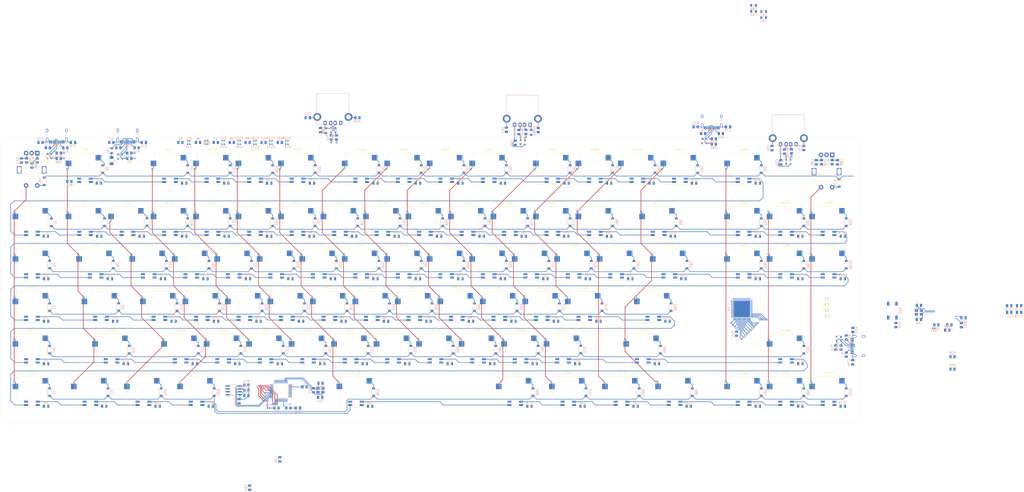
<source format=kicad_pcb>
(kicad_pcb (version 20171130) (host pcbnew "(5.1.10)-1")
  (layers (0 F.Cu signal) (31 B.Cu signal) (34 B.Paste user) (35 F.Paste user) (36 B.SilkS user) (37 F.SilkS user) (38 B.Mask user) (39 F.Mask user) (44 Edge.Cuts user))
  (net 0 "")
  (net 1 +5V)
  (net 2 GND)
  (net 3 +3V3)
  (net 4 "Net-(C41-Pad1)")
  (net 5 HUB_XIN)
  (net 6 HUB_XOUT)
  (net 7 +1V8)
  (net 8 "Net-(C61-Pad1)")
  (net 9 "Net-(C62-Pad1)")
  (net 10 "Net-(C63-Pad1)")
  (net 11 "Net-(C64-Pad1)")
  (net 12 "Net-(C65-Pad1)")
  (net 13 "Net-(C66-Pad2)")
  (net 14 "Net-(C67-Pad1)")
  (net 15 "Net-(C77-Pad1)")
  (net 16 "Net-(C78-Pad1)")
  (net 17 "Net-(C79-Pad1)")
  (net 18 "Net-(C88-Pad2)")
  (net 19 "Net-(C89-Pad1)")
  (net 20 KEYBOARD_XTAL1)
  (net 21 KEYBOARD_XTAL2)
  (net 22 "Net-(D1-Pad2)")
  (net 23 ROW1)
  (net 24 "Net-(D2-Pad2)")
  (net 25 ROW2)
  (net 26 "Net-(D3-Pad2)")
  (net 27 ROW3)
  (net 28 "Net-(D4-Pad2)")
  (net 29 ROW4)
  (net 30 "Net-(D5-Pad2)")
  (net 31 ROW5)
  (net 32 "Net-(D6-Pad2)")
  (net 33 ROT1_ROW)
  (net 34 "Net-(D7-Pad2)")
  (net 35 "Net-(D8-Pad2)")
  (net 36 "Net-(D9-Pad2)")
  (net 37 "Net-(D10-Pad2)")
  (net 38 "Net-(D11-Pad2)")
  (net 39 "Net-(D12-Pad2)")
  (net 40 "Net-(D13-Pad2)")
  (net 41 "Net-(D14-Pad2)")
  (net 42 "Net-(D15-Pad2)")
  (net 43 "Net-(D16-Pad2)")
  (net 44 "Net-(D17-Pad2)")
  (net 45 "Net-(D18-Pad2)")
  (net 46 "Net-(D19-Pad2)")
  (net 47 "Net-(D20-Pad2)")
  (net 48 "Net-(D21-Pad2)")
  (net 49 "Net-(D22-Pad2)")
  (net 50 "Net-(D23-Pad2)")
  (net 51 "Net-(D24-Pad2)")
  (net 52 "Net-(D25-Pad2)")
  (net 53 "Net-(D26-Pad2)")
  (net 54 "Net-(D27-Pad2)")
  (net 55 "Net-(D28-Pad2)")
  (net 56 "Net-(D29-Pad2)")
  (net 57 "Net-(D30-Pad2)")
  (net 58 "Net-(D31-Pad2)")
  (net 59 "Net-(D32-Pad2)")
  (net 60 "Net-(D33-Pad2)")
  (net 61 "Net-(D34-Pad2)")
  (net 62 "Net-(D35-Pad2)")
  (net 63 "Net-(D36-Pad2)")
  (net 64 "Net-(D37-Pad2)")
  (net 65 "Net-(D38-Pad2)")
  (net 66 HUB_DRV)
  (net 67 "Net-(D39-Pad1)")
  (net 68 "Net-(D40-Pad1)")
  (net 69 "Net-(D42-Pad1)")
  (net 70 "Net-(D44-Pad1)")
  (net 71 "Net-(D102-Pad2)")
  (net 72 "Net-(D47-Pad2)")
  (net 73 "Net-(D48-Pad2)")
  (net 74 "Net-(D49-Pad2)")
  (net 75 "Net-(D50-Pad2)")
  (net 76 "Net-(D51-Pad2)")
  (net 77 "Net-(D52-Pad2)")
  (net 78 "Net-(D53-Pad2)")
  (net 79 "Net-(D54-Pad2)")
  (net 80 "Net-(D55-Pad2)")
  (net 81 "Net-(D56-Pad2)")
  (net 82 "Net-(D57-Pad2)")
  (net 83 "Net-(D58-Pad2)")
  (net 84 "Net-(D59-Pad2)")
  (net 85 "Net-(D60-Pad2)")
  (net 86 "Net-(D61-Pad2)")
  (net 87 "Net-(D62-Pad2)")
  (net 88 "Net-(D63-Pad2)")
  (net 89 "Net-(D64-Pad2)")
  (net 90 "Net-(D65-Pad2)")
  (net 91 "Net-(D66-Pad2)")
  (net 92 "Net-(D67-Pad2)")
  (net 93 "Net-(D68-Pad2)")
  (net 94 "Net-(D69-Pad2)")
  (net 95 "Net-(D70-Pad2)")
  (net 96 "Net-(D71-Pad2)")
  (net 97 "Net-(D72-Pad2)")
  (net 98 "Net-(D73-Pad2)")
  (net 99 "Net-(D74-Pad2)")
  (net 100 "Net-(D75-Pad2)")
  (net 101 "Net-(D76-Pad2)")
  (net 102 "Net-(D77-Pad2)")
  (net 103 "Net-(D78-Pad2)")
  (net 104 "Net-(D79-Pad2)")
  (net 105 "Net-(D80-Pad2)")
  (net 106 "Net-(D81-Pad2)")
  (net 107 "Net-(D82-Pad2)")
  (net 108 "Net-(D83-Pad2)")
  (net 109 "Net-(D84-Pad2)")
  (net 110 "Net-(D85-Pad2)")
  (net 111 "Net-(D86-Pad2)")
  (net 112 "Net-(D87-Pad2)")
  (net 113 "Net-(D88-Pad2)")
  (net 114 "Net-(D89-Pad2)")
  (net 115 "Net-(D90-Pad2)")
  (net 116 "Net-(D91-Pad2)")
  (net 117 "Net-(D92-Pad2)")
  (net 118 "Net-(D93-Pad2)")
  (net 119 "Net-(D94-Pad2)")
  (net 120 "Net-(D95-Pad2)")
  (net 121 "Net-(D96-Pad2)")
  (net 122 "Net-(D97-Pad2)")
  (net 123 "Net-(D98-Pad2)")
  (net 124 "Net-(D99-Pad2)")
  (net 125 "Net-(D100-Pad2)")
  (net 126 "Net-(D101-Pad2)")
  (net 127 "Net-(D103-Pad1)")
  (net 128 "Net-(D105-Pad1)")
  (net 129 "Net-(D107-Pad1)")
  (net 130 HUB_SDA)
  (net 131 HUB_LED1)
  (net 132 HUB_LED2)
  (net 133 HUB_LED3)
  (net 134 HUB_LED4)
  (net 135 HUB_PORT4_D-)
  (net 136 HUB_PORT4_D+)
  (net 137 HUB_PORT3_D-)
  (net 138 HUB_PORT3_D+)
  (net 139 HUB_PORT2_D-)
  (net 140 HUB_PORT2_D+)
  (net 141 KEYBOARD_D-)
  (net 142 KEYBOARD_D+)
  (net 143 "Net-(IC1-Pad27)")
  (net 144 HUB_D-)
  (net 145 HUB_D+)
  (net 146 HUB_PORT5_D-)
  (net 147 HUB_PORT5_D+)
  (net 148 HUB_PORT6_D-)
  (net 149 HUB_PORT6_D+)
  (net 150 HUB_PORT7_D-)
  (net 151 HUB_PORT7_D+)
  (net 152 "Net-(IC1-Pad40)")
  (net 153 "Net-(IC1-Pad44)")
  (net 154 HUB_LED7)
  (net 155 HUB_LED6)
  (net 156 HUB_LED5)
  (net 157 "Net-(J1-Pad3)")
  (net 158 "Net-(J1-Pad2)")
  (net 159 "Net-(J2-Pad3)")
  (net 160 "Net-(J2-Pad2)")
  (net 161 "Net-(J3-Pad3)")
  (net 162 "Net-(J3-Pad2)")
  (net 163 DOUT1)
  (net 164 COL0)
  (net 165 DOUT2)
  (net 166 DOUT3)
  (net 167 DOUT4)
  (net 168 "Net-(MX10-Pad5)")
  (net 169 DOUT5)
  (net 170 "Net-(MX11-Pad5)")
  (net 171 "Net-(MX17-Pad5)")
  (net 172 COL1)
  (net 173 "Net-(MX12-Pad5)")
  (net 174 "Net-(MX13-Pad5)")
  (net 175 "Net-(MX14-Pad5)")
  (net 176 "Net-(MX10-Pad4)")
  (net 177 "Net-(MX11-Pad4)")
  (net 178 "Net-(MX12-Pad4)")
  (net 179 COL2)
  (net 180 "Net-(MX13-Pad4)")
  (net 181 "Net-(MX14-Pad4)")
  (net 182 "Net-(MX17-Pad4)")
  (net 183 COL3)
  (net 184 COL4)
  (net 185 COL5)
  (net 186 COL6)
  (net 187 COL7)
  (net 188 COL8)
  (net 189 COL9)
  (net 190 COL10)
  (net 191 COL11)
  (net 192 COL12)
  (net 193 COL13)
  (net 194 COL14)
  (net 195 COL15)
  (net 196 COL16)
  (net 197 COL17)
  (net 198 KEYBOARD_SDA)
  (net 199 KEYBOARD_SCL)
  (net 200 "Net-(R1-Pad1)")
  (net 201 "Net-(R2-Pad1)")
  (net 202 "Net-(R14-Pad1)")
  (net 203 "Net-(R16-Pad1)")
  (net 204 ENCODER_A)
  (net 205 "Net-(R22-Pad1)")
  (net 206 "Net-(R23-Pad1)")
  (net 207 "Net-(R25-Pad1)")
  (net 208 "Net-(R26-Pad1)")
  (net 209 "Net-(R27-Pad1)")
  (net 210 "Net-(R28-Pad1)")
  (net 211 ENCODER_B2)
  (net 212 "Net-(R30-Pad1)")
  (net 213 "Net-(R34-Pad1)")
  (net 214 "Net-(R35-Pad1)")
  (net 215 "Net-(R36-Pad1)")
  (net 216 "Net-(R37-Pad1)")
  (net 217 "Net-(R38-Pad1)")
  (net 218 "Net-(R39-Pad1)")
  (net 219 "Net-(R40-Pad1)")
  (net 220 ENCODER_B1)
  (net 221 KEYBOARD_RESET)
  (net 222 KEYBOARD_SIGNAL)
  (net 223 BKL_DATA_IN)
  (net 224 "Net-(U9-Pad55)")
  (net 225 "Net-(U9-Pad54)")
  (net 226 "Net-(U9-Pad28)")
  (net 227 "Net-(U9-Pad27)")
  (net 228 "Net-(U9-Pad19)")
  (net 229 "Net-(U9-Pad18)")
  (net 230 "Net-(U9-Pad17)")
  (net 231 "Net-(U9-Pad16)")
  (net 232 "Net-(U9-Pad15)")
  (net 233 MISO)
  (net 234 MOSI)
  (net 235 SCLK)
  (net 236 SS)
  (net 237 "Net-(U9-Pad9)")
  (net 238 "Net-(U9-Pad2)")
  (net 239 "Net-(U9-Pad1)")
  (net 240 "Net-(USB1-Pad3)")
  (net 241 "Net-(USB1-Pad9)")
  (net 242 "Net-(USB2-Pad3)")
  (net 243 "Net-(USB2-Pad9)")
  (net 244 "Net-(USB3-Pad3)")
  (net 245 "Net-(USB3-Pad9)")
  (net 246 "Net-(USB4-Pad3)")
  (net 247 "Net-(USB4-Pad9)")
  (net 248 "Net-(MX1-Pad5)")
  (net 249 "Net-(MX2-Pad5)")
  (net 250 "Net-(MX3-Pad5)")
  (net 251 "Net-(MX6-Pad4)")
  (net 252 "Net-(MX15-Pad5)")
  (net 253 "Net-(MX16-Pad5)")
  (net 254 "Net-(MX18-Pad5)")
  (net 255 "Net-(MX19-Pad5)")
  (net 256 "Net-(MX20-Pad5)")
  (net 257 "Net-(MX21-Pad5)")
  (net 258 "Net-(MX22-Pad5)")
  (net 259 "Net-(MX23-Pad5)")
  (net 260 "Net-(MX24-Pad5)")
  (net 261 "Net-(MX25-Pad5)")
  (net 262 "Net-(MX26-Pad5)")
  (net 263 "Net-(MX27-Pad5)")
  (net 264 "Net-(MX28-Pad5)")
  (net 265 "Net-(MX29-Pad5)")
  (net 266 "Net-(MX30-Pad5)")
  (net 267 "Net-(MX31-Pad5)")
  (net 268 "Net-(MX32-Pad5)")
  (net 269 "Net-(MX33-Pad5)")
  (net 270 "Net-(MX34-Pad5)")
  (net 271 "Net-(MX35-Pad5)")
  (net 272 "Net-(MX36-Pad5)")
  (net 273 "Net-(MX37-Pad5)")
  (net 274 "Net-(MX38-Pad5)")
  (net 275 "Net-(MX39-Pad5)")
  (net 276 "Net-(MX40-Pad5)")
  (net 277 "Net-(MX41-Pad5)")
  (net 278 "Net-(MX42-Pad5)")
  (net 279 "Net-(MX43-Pad5)")
  (net 280 "Net-(MX44-Pad5)")
  (net 281 "Net-(MX45-Pad5)")
  (net 282 "Net-(MX46-Pad5)")
  (net 283 "Net-(MX47-Pad5)")
  (net 284 "Net-(MX48-Pad5)")
  (net 285 "Net-(MX49-Pad5)")
  (net 286 "Net-(MX50-Pad5)")
  (net 287 "Net-(MX51-Pad5)")
  (net 288 "Net-(MX52-Pad5)")
  (net 289 "Net-(MX53-Pad5)")
  (net 290 "Net-(MX54-Pad5)")
  (net 291 "Net-(MX55-Pad5)")
  (net 292 "Net-(MX56-Pad5)")
  (net 293 "Net-(MX57-Pad5)")
  (net 294 "Net-(MX58-Pad5)")
  (net 295 "Net-(MX59-Pad5)")
  (net 296 "Net-(MX60-Pad5)")
  (net 297 "Net-(MX61-Pad5)")
  (net 298 "Net-(MX62-Pad5)")
  (net 299 "Net-(MX63-Pad5)")
  (net 300 "Net-(MX64-Pad5)")
  (net 301 "Net-(MX65-Pad5)")
  (net 302 "Net-(MX66-Pad5)")
  (net 303 "Net-(MX67-Pad5)")
  (net 304 "Net-(MX68-Pad5)")
  (net 305 "Net-(MX69-Pad5)")
  (net 306 "Net-(MX71-Pad5)")
  (net 307 "Net-(MX72-Pad5)")
  (net 308 "Net-(MX73-Pad5)")
  (net 309 "Net-(MX74-Pad5)")
  (net 310 "Net-(MX75-Pad5)")
  (net 311 "Net-(MX76-Pad5)")
  (net 312 "Net-(MX78-Pad5)")
  (net 313 "Net-(MX79-Pad5)")
  (net 314 "Net-(MX81-Pad5)")
  (net 315 "Net-(MX82-Pad5)")
  (net 316 "Net-(MX83-Pad5)")
  (net 317 "Net-(MX84-Pad5)")
  (net 318 "Net-(MX85-Pad5)")
  (net 319 "Net-(MX87-Pad5)")
  (net 320 "Net-(MX90-Pad5)")
  (net 321 "Net-(MX70-Pad5)")
  (net 322 "Net-(R11-Pad2)")
  (net 323 VCC)
  (net 324 "Net-(R53-Pad1)")
  (net 325 "Net-(FB1-Pad1)")
  (net 326 "Net-(FB2-Pad1)")
  (net 327 "Net-(FB3-Pad2)")
  (net 328 "Net-(FB4-Pad1)")
  (net 329 "Net-(FB5-Pad2)")
  (net 330 "Net-(FB6-Pad1)")
  (net 331 "Net-(FB7-Pad2)")
  (module Capacitor_SMD:C_0805_2012Metric (layer B.Cu) (at 218.28125 304.00625)
    (fp_text reference C53 (at 0 1.68) (layer B.SilkS) (effects (justify mirror)))
    (fp_text value 20pF)
    (pad 1 smd roundrect (at -0.95 0) (size 1 1.45) (layers B.Cu B.Paste B.Mask) (net 5 HUB_XIN))
    (pad 2 smd roundrect (at 0.95 0) (size 1 1.45) (layers B.Cu B.Paste B.Mask) (net 2 GND))
  )
  (module LED_SMD:LED_0402_1005Metric (layer B.Cu) (at 188.9125 195.2625 180)
    (fp_text reference D104 (at 0 1.17) (layer B.SilkS) (effects (justify mirror)))
    (fp_text value Amber)
    (pad 2 smd roundrect (at 0.485 0 180) (size 0.59 0.64) (layers B.Cu B.Paste B.Mask) (net 127 "Net-(D103-Pad1)"))
    (pad 1 smd roundrect (at -0.485 0 180) (size 0.59 0.64) (layers B.Cu B.Paste B.Mask) (net 66 HUB_DRV))
  )
  (module LED_SMD:LED_0402_1005Metric (layer B.Cu) (at 203.2 196.85)
    (fp_text reference D107 (at 0 1.17) (layer B.SilkS) (effects (justify mirror)))
    (fp_text value Green)
    (pad 2 smd roundrect (at 0.485 0) (size 0.59 0.64) (layers B.Cu B.Paste B.Mask) (net 66 HUB_DRV))
    (pad 1 smd roundrect (at -0.485 0) (size 0.59 0.64) (layers B.Cu B.Paste B.Mask) (net 129 "Net-(D107-Pad1)"))
  )
  (module LED_SMD:LED_0402_1005Metric (layer B.Cu) (at 203.2 195.2625 180)
    (fp_text reference D108 (at 0 1.17) (layer B.SilkS) (effects (justify mirror)))
    (fp_text value Amber)
    (pad 2 smd roundrect (at 0.485 0 180) (size 0.59 0.64) (layers B.Cu B.Paste B.Mask) (net 129 "Net-(D107-Pad1)"))
    (pad 1 smd roundrect (at -0.485 0 180) (size 0.59 0.64) (layers B.Cu B.Paste B.Mask) (net 66 HUB_DRV))
  )
  (module LED_SMD:LED_0402_1005Metric (layer B.Cu) (at 196.05625 196.85)
    (fp_text reference D105 (at 0 1.17) (layer B.SilkS) (effects (justify mirror)))
    (fp_text value Green)
    (pad 2 smd roundrect (at 0.485 0) (size 0.59 0.64) (layers B.Cu B.Paste B.Mask) (net 66 HUB_DRV))
    (pad 1 smd roundrect (at -0.485 0) (size 0.59 0.64) (layers B.Cu B.Paste B.Mask) (net 128 "Net-(D105-Pad1)"))
  )
  (module LED_SMD:LED_0402_1005Metric (layer B.Cu) (at 188.9125 196.85)
    (fp_text reference D103 (at 0 1.17) (layer B.SilkS) (effects (justify mirror)))
    (fp_text value Green)
    (pad 2 smd roundrect (at 0.485 0) (size 0.59 0.64) (layers B.Cu B.Paste B.Mask) (net 66 HUB_DRV))
    (pad 1 smd roundrect (at -0.485 0) (size 0.59 0.64) (layers B.Cu B.Paste B.Mask) (net 127 "Net-(D103-Pad1)"))
  )
  (module LED_SMD:LED_0402_1005Metric (layer B.Cu) (at 196.05625 195.2625 180)
    (fp_text reference D106 (at 0 1.17) (layer B.SilkS) (effects (justify mirror)))
    (fp_text value Amber)
    (pad 2 smd roundrect (at 0.485 0 180) (size 0.59 0.64) (layers B.Cu B.Paste B.Mask) (net 128 "Net-(D105-Pad1)"))
    (pad 1 smd roundrect (at -0.485 0 180) (size 0.59 0.64) (layers B.Cu B.Paste B.Mask) (net 66 HUB_DRV))
  )
  (module LED_SMD:LED_0402_1005Metric (layer B.Cu) (at 181.76875 195.2625 180)
    (fp_text reference D102 (at 0 1.17) (layer B.SilkS) (effects (justify mirror)))
    (fp_text value Amber)
    (pad 2 smd roundrect (at 0.485 0 180) (size 0.59 0.64) (layers B.Cu B.Paste B.Mask) (net 71 "Net-(D102-Pad2)"))
    (pad 1 smd roundrect (at -0.485 0 180) (size 0.59 0.64) (layers B.Cu B.Paste B.Mask) (net 66 HUB_DRV))
  )
  (module Resistor_SMD:R_0805_2012Metric (layer B.Cu) (at 198.55625 315.11875)
    (fp_text reference R4 (at 0 1.65) (layer B.SilkS) (effects (justify mirror)))
    (fp_text value 330)
    (pad 2 smd roundrect (at 0.9125 0) (size 1.025 1.4) (layers B.Cu B.Paste B.Mask) (roundrect_rratio 0.243902) (net 2 GND))
    (pad 1 smd roundrect (at -0.9125 0) (size 1.025 1.4) (layers B.Cu B.Paste B.Mask) (roundrect_rratio 0.243902) (net 67 "Net-(D39-Pad1)"))
  )
  (module Resistor_SMD:R_0805_2012Metric (layer B.Cu) (at 163.39375 196.05625 180)
    (fp_text reference R6 (at 0 1.65) (layer B.SilkS) (effects (justify mirror)))
    (fp_text value 330)
    (pad 2 smd roundrect (at 0.9125 0 180) (size 1.025 1.4) (layers B.Cu B.Paste B.Mask) (roundrect_rratio 0.243902) (net 132 HUB_LED2))
    (pad 1 smd roundrect (at -0.9125 0 180) (size 1.025 1.4) (layers B.Cu B.Paste B.Mask) (roundrect_rratio 0.243902) (net 69 "Net-(D42-Pad1)"))
  )
  (module Resistor_SMD:R_0805_2012Metric (layer B.Cu) (at 192.7625 196.05625 180)
    (fp_text reference R10 (at 0 1.65) (layer B.SilkS) (effects (justify mirror)))
    (fp_text value 330)
    (pad 2 smd roundrect (at 0.9125 0 180) (size 1.025 1.4) (layers B.Cu B.Paste B.Mask) (roundrect_rratio 0.243902) (net 155 HUB_LED6))
    (pad 1 smd roundrect (at -0.9125 0 180) (size 1.025 1.4) (layers B.Cu B.Paste B.Mask) (roundrect_rratio 0.243902) (net 128 "Net-(D105-Pad1)"))
  )
  (module Resistor_SMD:R_0805_2012Metric (layer B.Cu) (at 178.475 196.05625 180)
    (fp_text reference R8 (at 0 1.65) (layer B.SilkS) (effects (justify mirror)))
    (fp_text value 330)
    (pad 2 smd roundrect (at 0.9125 0 180) (size 1.025 1.4) (layers B.Cu B.Paste B.Mask) (roundrect_rratio 0.243902) (net 134 HUB_LED4))
    (pad 1 smd roundrect (at -0.9125 0 180) (size 1.025 1.4) (layers B.Cu B.Paste B.Mask) (roundrect_rratio 0.243902) (net 71 "Net-(D102-Pad2)"))
  )
  (module Resistor_SMD:R_0805_2012Metric (layer B.Cu) (at 155.45625 196.05625 180)
    (fp_text reference R5 (at 0 1.65) (layer B.SilkS) (effects (justify mirror)))
    (fp_text value 330)
    (pad 2 smd roundrect (at 0.9125 0 180) (size 1.025 1.4) (layers B.Cu B.Paste B.Mask) (roundrect_rratio 0.243902) (net 131 HUB_LED1))
    (pad 1 smd roundrect (at -0.9125 0 180) (size 1.025 1.4) (layers B.Cu B.Paste B.Mask) (roundrect_rratio 0.243902) (net 68 "Net-(D40-Pad1)"))
  )
  (module Resistor_SMD:R_0805_2012Metric (layer B.Cu) (at 200.025 196.05625 180)
    (fp_text reference R52 (at 0 1.65) (layer B.SilkS) (effects (justify mirror)))
    (fp_text value 330)
    (pad 2 smd roundrect (at 0.9125 0 180) (size 1.025 1.4) (layers B.Cu B.Paste B.Mask) (roundrect_rratio 0.243902) (net 154 HUB_LED7))
    (pad 1 smd roundrect (at -0.9125 0 180) (size 1.025 1.4) (layers B.Cu B.Paste B.Mask) (roundrect_rratio 0.243902) (net 129 "Net-(D107-Pad1)"))
  )
  (module Resistor_SMD:R_0805_2012Metric (layer B.Cu) (at 171.33125 196.05625 180)
    (fp_text reference R7 (at 0 1.65) (layer B.SilkS) (effects (justify mirror)))
    (fp_text value 330)
    (pad 2 smd roundrect (at 0.9125 0 180) (size 1.025 1.4) (layers B.Cu B.Paste B.Mask) (roundrect_rratio 0.243902) (net 133 HUB_LED3))
    (pad 1 smd roundrect (at -0.9125 0 180) (size 1.025 1.4) (layers B.Cu B.Paste B.Mask) (roundrect_rratio 0.243902) (net 70 "Net-(D44-Pad1)"))
  )
  (module Resistor_SMD:R_0805_2012Metric (layer B.Cu) (at 185.61875 196.05625 180)
    (fp_text reference R9 (at 0 1.65) (layer B.SilkS) (effects (justify mirror)))
    (fp_text value 330)
    (pad 2 smd roundrect (at 0.9125 0 180) (size 1.025 1.4) (layers B.Cu B.Paste B.Mask) (roundrect_rratio 0.243902) (net 156 HUB_LED5))
    (pad 1 smd roundrect (at -0.9125 0 180) (size 1.025 1.4) (layers B.Cu B.Paste B.Mask) (roundrect_rratio 0.243902) (net 127 "Net-(D103-Pad1)"))
  )
  (module LED_SMD:LED_0402_1005Metric (layer B.Cu) (at 167.1725 195.2625)
    (fp_text reference D42 (at 0 1.17) (layer B.SilkS) (effects (justify mirror)))
    (fp_text value Green)
    (pad 2 smd roundrect (at 0.485 0) (size 0.59 0.64) (layers B.Cu B.Paste B.Mask) (net 66 HUB_DRV))
    (pad 1 smd roundrect (at -0.485 0) (size 0.59 0.64) (layers B.Cu B.Paste B.Mask) (net 69 "Net-(D42-Pad1)"))
  )
  (module LED_SMD:LED_0402_1005Metric (layer B.Cu) (at 194.95375 315.11875 180)
    (fp_text reference D39 (at 0 1.17) (layer B.SilkS) (effects (justify mirror)))
    (fp_text value Red)
    (pad 2 smd roundrect (at 0.485 0 180) (size 0.59 0.64) (layers B.Cu B.Paste B.Mask) (net 66 HUB_DRV))
    (pad 1 smd roundrect (at -0.485 0 180) (size 0.59 0.64) (layers B.Cu B.Paste B.Mask) (net 67 "Net-(D39-Pad1)"))
  )
  (module LED_SMD:LED_0402_1005Metric (layer B.Cu) (at 181.76875 196.85)
    (fp_text reference D46 (at 0 1.17) (layer B.SilkS) (effects (justify mirror)))
    (fp_text value Green)
    (pad 2 smd roundrect (at 0.485 0) (size 0.59 0.64) (layers B.Cu B.Paste B.Mask) (net 66 HUB_DRV))
    (pad 1 smd roundrect (at -0.485 0) (size 0.59 0.64) (layers B.Cu B.Paste B.Mask) (net 71 "Net-(D102-Pad2)"))
  )
  (module LED_SMD:LED_0402_1005Metric (layer B.Cu) (at 174.625 195.2625 180)
    (fp_text reference D45 (at 0 1.17) (layer B.SilkS) (effects (justify mirror)))
    (fp_text value Amber)
    (pad 2 smd roundrect (at 0.485 0 180) (size 0.59 0.64) (layers B.Cu B.Paste B.Mask) (net 70 "Net-(D44-Pad1)"))
    (pad 1 smd roundrect (at -0.485 0 180) (size 0.59 0.64) (layers B.Cu B.Paste B.Mask) (net 66 HUB_DRV))
  )
  (module LED_SMD:LED_0402_1005Metric (layer B.Cu) (at 174.625 196.85)
    (fp_text reference D44 (at 0 1.17) (layer B.SilkS) (effects (justify mirror)))
    (fp_text value Green)
    (pad 2 smd roundrect (at 0.485 0) (size 0.59 0.64) (layers B.Cu B.Paste B.Mask) (net 66 HUB_DRV))
    (pad 1 smd roundrect (at -0.485 0) (size 0.59 0.64) (layers B.Cu B.Paste B.Mask) (net 70 "Net-(D44-Pad1)"))
  )
  (module LED_SMD:LED_0402_1005Metric (layer B.Cu) (at 167.1725 196.85 180)
    (fp_text reference D43 (at 0 1.17) (layer B.SilkS) (effects (justify mirror)))
    (fp_text value Amber)
    (pad 2 smd roundrect (at 0.485 0 180) (size 0.59 0.64) (layers B.Cu B.Paste B.Mask) (net 69 "Net-(D42-Pad1)"))
    (pad 1 smd roundrect (at -0.485 0 180) (size 0.59 0.64) (layers B.Cu B.Paste B.Mask) (net 66 HUB_DRV))
  )
  (module LED_SMD:LED_0402_1005Metric (layer B.Cu) (at 159.235 195.2625 180)
    (fp_text reference D41 (at 0 1.17) (layer B.SilkS) (effects (justify mirror)))
    (fp_text value Amber)
    (pad 2 smd roundrect (at 0.485 0 180) (size 0.59 0.64) (layers B.Cu B.Paste B.Mask) (net 68 "Net-(D40-Pad1)"))
    (pad 1 smd roundrect (at -0.485 0 180) (size 0.59 0.64) (layers B.Cu B.Paste B.Mask) (net 66 HUB_DRV))
  )
  (module LED_SMD:LED_0402_1005Metric (layer B.Cu) (at 159.235 196.85)
    (fp_text reference D40 (at 0 1.17) (layer B.SilkS) (effects (justify mirror)))
    (fp_text value Green)
    (pad 2 smd roundrect (at 0.485 0) (size 0.59 0.64) (layers B.Cu B.Paste B.Mask) (net 66 HUB_DRV))
    (pad 1 smd roundrect (at -0.485 0) (size 0.59 0.64) (layers B.Cu B.Paste B.Mask) (net 68 "Net-(D40-Pad1)"))
  )
  (module CherryMX_PCB_KailhSocket_LTST-A683CEGBW:CherryMX_1.00u_PCB_KailhSocket_LTST-A683CEGBW (layer F.Cu) (at 88.9 269.875)
    (fp_text reference MX3 (at 0 -8.6625) (layer F.SilkS))
    (fp_text value M3)
    (fp_line (start -1.7 3.55) (end 1.7 3.55) (layer Edge.Cuts) (width 0.05))
    (fp_line (start 1.7 3.55) (end 1.7 6.55) (layer Edge.Cuts) (width 0.05))
    (fp_line (start 1.7 6.55) (end -1.7 6.55) (layer Edge.Cuts) (width 0.05))
    (fp_line (start -1.7 6.55) (end -1.7 3.55) (layer Edge.Cuts) (width 0.05))
    (pad 6 smd rect (at 2.6 5.8) (size 1.8 0.9) (layers B.Cu B.Paste B.Mask) (net 1 +5V))
    (pad 5 smd rect (at 2.6 4.3) (size 1.8 0.9) (layers B.Cu B.Paste B.Mask) (net 250 "Net-(MX3-Pad5)"))
    (pad 4 smd rect (at -2.6 5.8) (size 1.8 0.9) (layers B.Cu B.Paste B.Mask) (net 166 DOUT3))
    (pad 3 smd rect (at -2.6 4.3) (size 1.8 0.9) (layers B.Cu B.Paste B.Mask) (net 2 GND))
    (pad 2 smd rect (at 6.015 -5.08) (size 2.55 2.5) (layers B.Cu B.Paste B.Mask) (net 26 "Net-(D3-Pad2)"))
    (pad 1 smd rect (at -7.41 -2.54) (size 2.55 2.5) (layers B.Cu B.Paste B.Mask) (net 164 COL0))
    (pad "" np_thru_hole circle (at 2.54 -5.08) (size 3 3) (drill 3) (layers *.Cu *.Mask))
    (pad "" np_thru_hole circle (at -3.81 -2.54) (size 3 3) (drill 3) (layers *.Cu *.Mask))
    (pad "" np_thru_hole circle (at 5.08 0) (size 1.75 1.75) (drill 1.75) (layers *.Cu *.Mask))
    (pad "" np_thru_hole circle (at -5.08 0) (size 1.75 1.75) (drill 1.75) (layers *.Cu *.Mask))
    (pad "" np_thru_hole circle (at 0 0) (size 4 4) (drill 4) (layers *.Cu *.Mask))
  )
  (module Type-C:HRO-TYPE-C-31-M-12 (layer B.Cu) (at 464.34375 287.3375 270)
    (fp_text reference USB4 (at 0 9.25 90) (layer B.SilkS) (effects (justify mirror)))
    (fp_text value HRO-TYPE-C-31-M-12)
    (pad 12 smd rect (at 3.225 7.695 270) (size 0.6 1.45) (layers B.Cu B.Paste B.Mask) (net 2 GND))
    (pad 1 smd rect (at -3.225 7.695 270) (size 0.6 1.45) (layers B.Cu B.Paste B.Mask) (net 2 GND))
    (pad 11 smd rect (at 2.45 7.695 270) (size 0.6 1.45) (layers B.Cu B.Paste B.Mask) (net 1 +5V))
    (pad 2 smd rect (at -2.45 7.695 270) (size 0.6 1.45) (layers B.Cu B.Paste B.Mask) (net 1 +5V))
    (pad 3 smd rect (at -1.75 7.695 270) (size 0.3 1.45) (layers B.Cu B.Paste B.Mask) (net 246 "Net-(USB4-Pad3)"))
    (pad 10 smd rect (at 1.75 7.695 270) (size 0.3 1.45) (layers B.Cu B.Paste B.Mask) (net 209 "Net-(R27-Pad1)"))
    (pad 4 smd rect (at -1.25 7.695 270) (size 0.3 1.45) (layers B.Cu B.Paste B.Mask) (net 324 "Net-(R53-Pad1)"))
    (pad 9 smd rect (at 1.25 7.695 270) (size 0.3 1.45) (layers B.Cu B.Paste B.Mask) (net 247 "Net-(USB4-Pad9)"))
    (pad 5 smd rect (at -0.75 7.695 270) (size 0.3 1.45) (layers B.Cu B.Paste B.Mask) (net 219 "Net-(R40-Pad1)"))
    (pad 8 smd rect (at 0.75 7.695 270) (size 0.3 1.45) (layers B.Cu B.Paste B.Mask) (net 218 "Net-(R39-Pad1)"))
    (pad 7 smd rect (at 0.25 7.695 270) (size 0.3 1.45) (layers B.Cu B.Paste B.Mask) (net 219 "Net-(R40-Pad1)"))
    (pad 6 smd rect (at -0.25 7.695 270) (size 0.3 1.45) (layers B.Cu B.Paste B.Mask) (net 218 "Net-(R39-Pad1)"))
    (pad "" np_thru_hole circle (at 2.89 6.25 270) (size 0.65 0.65) (drill 0.65) (layers *.Cu *.Mask))
    (pad "" np_thru_hole circle (at -2.89 6.25 270) (size 0.65 0.65) (drill 0.65) (layers *.Cu *.Mask))
    (pad 13 thru_hole oval (at -4.32 6.78 270) (size 1 2.1) (drill oval 0.6 1.7) (layers *.Cu F.Mask) (net 17 "Net-(C79-Pad1)"))
    (pad 13 thru_hole oval (at 4.32 6.78 270) (size 1 2.1) (drill oval 0.6 1.7) (layers *.Cu F.Mask) (net 17 "Net-(C79-Pad1)"))
    (pad 13 thru_hole oval (at -4.32 2.6 270) (size 1 1.6) (drill oval 0.6 1.2) (layers *.Cu F.Mask) (net 17 "Net-(C79-Pad1)"))
    (pad 13 thru_hole oval (at 4.32 2.6 270) (size 1 1.6) (drill oval 0.6 1.2) (layers *.Cu F.Mask) (net 17 "Net-(C79-Pad1)"))
  )
  (module random-keyboard-parts:SOT143B (layer B.Cu) (at 450.64375 284.00625 180)
    (fp_text reference U5 (at 0 -2.45) (layer B.SilkS) (effects (justify mirror)))
    (fp_text value PRTR5V0U2X)
    (pad 1 smd rect (at -1 0.75 270) (size 1 0.7) (layers B.Cu B.Paste B.Mask) (net 2 GND))
    (pad 4 smd rect (at 1 0.95 270) (size 0.6 0.7) (layers B.Cu B.Paste B.Mask) (net 1 +5V))
    (pad 2 smd rect (at -1 -0.95 270) (size 0.6 0.7) (layers B.Cu B.Paste B.Mask) (net 218 "Net-(R39-Pad1)"))
    (pad 3 smd rect (at 1 -0.95 270) (size 0.6 0.7) (layers B.Cu B.Paste B.Mask) (net 219 "Net-(R40-Pad1)"))
  )
  (module Resistor_SMD:R_0805_2012Metric (layer B.Cu) (at 449.2625 288.0125 270)
    (fp_text reference R40 (at 0 1.65 90) (layer B.SilkS) (effects (justify mirror)))
    (fp_text value 22)
    (pad 2 smd roundrect (at 0.9125 0 270) (size 1.025 1.4) (layers B.Cu B.Paste B.Mask) (roundrect_rratio 0.243902) (net 150 HUB_PORT7_D-))
    (pad 1 smd roundrect (at -0.9125 0 270) (size 1.025 1.4) (layers B.Cu B.Paste B.Mask) (roundrect_rratio 0.243902) (net 219 "Net-(R40-Pad1)"))
  )
  (module Resistor_SMD:R_0805_2012Metric (layer B.Cu) (at 451.64375 288.0125 270)
    (fp_text reference R39 (at 0 1.65 90) (layer B.SilkS) (effects (justify mirror)))
    (fp_text value 22)
    (pad 2 smd roundrect (at 0.9125 0 270) (size 1.025 1.4) (layers B.Cu B.Paste B.Mask) (roundrect_rratio 0.243902) (net 151 HUB_PORT7_D+))
    (pad 1 smd roundrect (at -0.9125 0 270) (size 1.025 1.4) (layers B.Cu B.Paste B.Mask) (roundrect_rratio 0.243902) (net 218 "Net-(R39-Pad1)"))
  )
  (module Resistor_SMD:R_0805_2012Metric (layer B.Cu) (at 456.9625 280.075 90)
    (fp_text reference R33 (at 0 1.65 90) (layer B.SilkS) (effects (justify mirror)))
    (fp_text value 330)
    (pad 2 smd roundrect (at 0.9125 0 90) (size 1.025 1.4) (layers B.Cu B.Paste B.Mask) (roundrect_rratio 0.243902) (net 2 GND))
    (pad 1 smd roundrect (at -0.9125 0 90) (size 1.025 1.4) (layers B.Cu B.Paste B.Mask) (roundrect_rratio 0.243902) (net 17 "Net-(C79-Pad1)"))
  )
  (module Resistor_SMD:R_0805_2012Metric (layer B.Cu) (at 454.025 291.1875 270)
    (fp_text reference R27 (at 0 1.65 90) (layer B.SilkS) (effects (justify mirror)))
    (fp_text value 5.1K)
    (pad 2 smd roundrect (at 0.9125 0 270) (size 1.025 1.4) (layers B.Cu B.Paste B.Mask) (roundrect_rratio 0.243902) (net 2 GND))
    (pad 1 smd roundrect (at -0.9125 0 270) (size 1.025 1.4) (layers B.Cu B.Paste B.Mask) (roundrect_rratio 0.243902) (net 209 "Net-(R27-Pad1)"))
  )
  (module Resistor_SMD:R_0805_2012Metric (layer B.Cu) (at 454.025 283.4875 90)
    (fp_text reference R53 (at 0 1.65 90) (layer B.SilkS) (effects (justify mirror)))
    (fp_text value 5.1K)
    (pad 2 smd roundrect (at 0.9125 0 90) (size 1.025 1.4) (layers B.Cu B.Paste B.Mask) (roundrect_rratio 0.243902) (net 2 GND))
    (pad 1 smd roundrect (at -0.9125 0 90) (size 1.025 1.4) (layers B.Cu B.Paste B.Mask) (roundrect_rratio 0.243902) (net 324 "Net-(R53-Pad1)"))
  )
  (module Capacitor_SMD:C_0805_2012Metric (layer B.Cu) (at 456.8875 294.6375 270)
    (fp_text reference C79 (at 0 1.68 90) (layer B.SilkS) (effects (justify mirror)))
    (fp_text value 0.1uF)
    (pad 2 smd roundrect (at 0.95 0 270) (size 1 1.45) (layers B.Cu B.Paste B.Mask) (net 2 GND))
    (pad 1 smd roundrect (at -0.95 0 270) (size 1 1.45) (layers B.Cu B.Paste B.Mask) (net 17 "Net-(C79-Pad1)"))
  )
  (module Resistor_SMD:R_0805_2012Metric (layer B.Cu) (at 215.10625 307.18125 270)
    (fp_text reference R24 (at 0 1.65 90) (layer B.SilkS) (effects (justify mirror)))
    (fp_text value 1M)
    (pad 1 smd roundrect (at -0.9125 0 270) (size 1.025 1.4) (layers B.Cu B.Paste B.Mask) (roundrect_rratio 0.243902) (net 5 HUB_XIN))
    (pad 2 smd roundrect (at 0.9125 0 270) (size 1.025 1.4) (layers B.Cu B.Paste B.Mask) (roundrect_rratio 0.243902) (net 6 HUB_XOUT))
  )
  (module Resistor_SMD:R_0805_2012Metric (layer B.Cu) (at 185.0625 304.8 180)
    (fp_text reference R15 (at 0 1.65) (layer B.SilkS) (effects (justify mirror)))
    (fp_text value 4.7k)
    (pad 2 smd roundrect (at 0.9125 0 180) (size 1.025 1.4) (layers B.Cu B.Paste B.Mask) (roundrect_rratio 0.243902) (net 130 HUB_SDA))
    (pad 1 smd roundrect (at -0.9125 0 180) (size 1.025 1.4) (layers B.Cu B.Paste B.Mask) (roundrect_rratio 0.243902) (net 3 +3V3))
  )
  (module Resistor_SMD:R_0805_2012Metric (layer B.Cu) (at 185.0625 307.18125 180)
    (fp_text reference R13 (at 0 1.65) (layer B.SilkS) (effects (justify mirror)))
    (fp_text value 4.7k)
    (pad 2 smd roundrect (at 0.9125 0 180) (size 1.025 1.4) (layers B.Cu B.Paste B.Mask) (roundrect_rratio 0.243902) (net 131 HUB_LED1))
    (pad 1 smd roundrect (at -0.9125 0 180) (size 1.025 1.4) (layers B.Cu B.Paste B.Mask) (roundrect_rratio 0.243902) (net 3 +3V3))
  )
  (module Resistor_SMD:R_0805_2012Metric (layer B.Cu) (at 185.0625 309.5625 180)
    (fp_text reference R11 (at 0 1.65) (layer B.SilkS) (effects (justify mirror)))
    (fp_text value 4.7k)
    (pad 2 smd roundrect (at 0.9125 0 180) (size 1.025 1.4) (layers B.Cu B.Paste B.Mask) (roundrect_rratio 0.243902) (net 322 "Net-(R11-Pad2)"))
    (pad 1 smd roundrect (at -0.9125 0 180) (size 1.025 1.4) (layers B.Cu B.Paste B.Mask) (roundrect_rratio 0.243902) (net 3 +3V3))
  )
  (module Inductor_SMD:L_0805_2012Metric (layer B.Cu) (at 416.98125 137.33375)
    (fp_text reference FB7 (at 0 1.55) (layer B.SilkS) (effects (justify mirror)))
    (fp_text value 3A)
    (pad 2 smd roundrect (at 1.0625 0) (size 0.875 1.2) (layers B.Cu B.Paste B.Mask) (net 331 "Net-(FB7-Pad2)"))
    (pad 1 smd roundrect (at -1.0625 0) (size 0.875 1.2) (layers B.Cu B.Paste B.Mask) (net 2 GND))
  )
  (module Inductor_SMD:L_0805_2012Metric (layer B.Cu) (at 412.43125 134.58375)
    (fp_text reference FB6 (at 0 1.55) (layer B.SilkS) (effects (justify mirror)))
    (fp_text value 3A)
    (pad 2 smd roundrect (at 1.0625 0) (size 0.875 1.2) (layers B.Cu B.Paste B.Mask) (net 1 +5V))
    (pad 1 smd roundrect (at -1.0625 0) (size 0.875 1.2) (layers B.Cu B.Paste B.Mask) (net 330 "Net-(FB6-Pad1)"))
  )
  (module Inductor_SMD:L_0805_2012Metric (layer B.Cu) (at 312.7375 191.5625 90)
    (fp_text reference FB5 (at 0 1.55 90) (layer B.SilkS) (effects (justify mirror)))
    (fp_text value 3A)
    (pad 2 smd roundrect (at 1.0625 0 90) (size 0.875 1.2) (layers B.Cu B.Paste B.Mask) (net 329 "Net-(FB5-Pad2)"))
    (pad 1 smd roundrect (at -1.0625 0 90) (size 0.875 1.2) (layers B.Cu B.Paste B.Mask) (net 2 GND))
  )
  (module Inductor_SMD:L_0805_2012Metric (layer B.Cu) (at 416.98125 140.08375)
    (fp_text reference FB4 (at 0 1.55) (layer B.SilkS) (effects (justify mirror)))
    (fp_text value 3A)
    (pad 2 smd roundrect (at 1.0625 0) (size 0.875 1.2) (layers B.Cu B.Paste B.Mask) (net 1 +5V))
    (pad 1 smd roundrect (at -1.0625 0) (size 0.875 1.2) (layers B.Cu B.Paste B.Mask) (net 328 "Net-(FB4-Pad1)"))
  )
  (module Inductor_SMD:L_0805_2012Metric (layer B.Cu) (at 412.43125 137.33375)
    (fp_text reference FB3 (at 0 1.55) (layer B.SilkS) (effects (justify mirror)))
    (fp_text value 3A)
    (pad 2 smd roundrect (at 1.0625 0) (size 0.875 1.2) (layers B.Cu B.Paste B.Mask) (net 327 "Net-(FB3-Pad2)"))
    (pad 1 smd roundrect (at -1.0625 0) (size 0.875 1.2) (layers B.Cu B.Paste B.Mask) (net 2 GND))
  )
  (module Inductor_SMD:L_0805_2012Metric (layer B.Cu) (at 220.6625 190.76875 270)
    (fp_text reference FB2 (at 0 1.55 90) (layer B.SilkS) (effects (justify mirror)))
    (fp_text value 3A)
    (pad 2 smd roundrect (at 1.0625 0 270) (size 0.875 1.2) (layers B.Cu B.Paste B.Mask) (net 1 +5V))
    (pad 1 smd roundrect (at -1.0625 0 270) (size 0.875 1.2) (layers B.Cu B.Paste B.Mask) (net 326 "Net-(FB2-Pad1)"))
  )
  (module Inductor_SMD:L_0805_2012Metric (layer B.Cu) (at 124.61875 199.75625 270)
    (fp_text reference FB1 (at 0 1.55 90) (layer B.SilkS) (effects (justify mirror)))
    (fp_text value 3A)
    (pad 2 smd roundrect (at 1.0625 0 270) (size 0.875 1.2) (layers B.Cu B.Paste B.Mask) (net 323 VCC))
    (pad 1 smd roundrect (at -1.0625 0 270) (size 0.875 1.2) (layers B.Cu B.Paste B.Mask) (net 325 "Net-(FB1-Pad1)"))
  )
  (module Fuse:Fuse_1206_3216Metric (layer B.Cu) (at 124.61875 204.18125 90)
    (fp_text reference F1 (at 0 1.82 90) (layer B.SilkS) (effects (justify mirror)))
    (fp_text value 4A)
    (pad 2 smd roundrect (at 1.4 0 90) (size 1.25 1.75) (layers B.Cu B.Paste B.Mask) (roundrect_rratio 0.2) (net 323 VCC))
    (pad 1 smd roundrect (at -1.4 0 90) (size 1.25 1.75) (layers B.Cu B.Paste B.Mask) (roundrect_rratio 0.2) (net 1 +5V))
  )
  (module Capacitor_SMD:C_0805_2012Metric (layer B.Cu) (at 208.11875 315.11875)
    (fp_text reference C42 (at 0 1.68) (layer B.SilkS) (effects (justify mirror)))
    (fp_text value 0.1uF)
    (pad 2 smd roundrect (at 0.95 0) (size 1 1.45) (layers B.Cu B.Paste B.Mask) (net 2 GND))
    (pad 1 smd roundrect (at -0.95 0) (size 1 1.45) (layers B.Cu B.Paste B.Mask) (net 3 +3V3))
  )
  (module Capacitor_SMD:C_0805_2012Metric (layer B.Cu) (at 181.76875 312.1 270)
    (fp_text reference C40 (at 0 1.68 90) (layer B.SilkS) (effects (justify mirror)))
    (fp_text value 0.1uF)
    (pad 2 smd roundrect (at 0.95 0 270) (size 1 1.45) (layers B.Cu B.Paste B.Mask) (net 2 GND))
    (pad 1 smd roundrect (at -0.95 0 270) (size 1 1.45) (layers B.Cu B.Paste B.Mask) (net 3 +3V3))
  )
  (module CherryMX_PCB_KailhSocket_LTST-A683CEGBW:CherryMX_1.00u_PCB_KailhSocket_LTST-A683CEGBW (layer F.Cu) (at 179.3875 250.825)
    (fp_text reference MX25 (at 0 -8.6625) (layer F.SilkS))
    (fp_text value E)
    (fp_line (start -1.7 3.55) (end 1.7 3.55) (layer Edge.Cuts) (width 0.05))
    (fp_line (start 1.7 3.55) (end 1.7 6.55) (layer Edge.Cuts) (width 0.05))
    (fp_line (start 1.7 6.55) (end -1.7 6.55) (layer Edge.Cuts) (width 0.05))
    (fp_line (start -1.7 6.55) (end -1.7 3.55) (layer Edge.Cuts) (width 0.05))
    (pad 6 smd rect (at 2.6 5.8) (size 1.8 0.9) (layers B.Cu B.Paste B.Mask) (net 1 +5V))
    (pad 5 smd rect (at 2.6 4.3) (size 1.8 0.9) (layers B.Cu B.Paste B.Mask) (net 261 "Net-(MX25-Pad5)"))
    (pad 4 smd rect (at -2.6 5.8) (size 1.8 0.9) (layers B.Cu B.Paste B.Mask) (net 255 "Net-(MX19-Pad5)"))
    (pad 3 smd rect (at -2.6 4.3) (size 1.8 0.9) (layers B.Cu B.Paste B.Mask) (net 2 GND))
    (pad 2 smd rect (at 6.015 -5.08) (size 2.55 2.5) (layers B.Cu B.Paste B.Mask) (net 52 "Net-(D25-Pad2)"))
    (pad 1 smd rect (at -7.41 -2.54) (size 2.55 2.5) (layers B.Cu B.Paste B.Mask) (net 184 COL4))
    (pad "" np_thru_hole circle (at 2.54 -5.08) (size 3 3) (drill 3) (layers *.Cu *.Mask))
    (pad "" np_thru_hole circle (at -3.81 -2.54) (size 3 3) (drill 3) (layers *.Cu *.Mask))
    (pad "" np_thru_hole circle (at 5.08 0) (size 1.75 1.75) (drill 1.75) (layers *.Cu *.Mask))
    (pad "" np_thru_hole circle (at -5.08 0) (size 1.75 1.75) (drill 1.75) (layers *.Cu *.Mask))
    (pad "" np_thru_hole circle (at 0 0) (size 4 4) (drill 4) (layers *.Cu *.Mask))
  )
  (module CherryMX_PCB_KailhSocket_LTST-A683CEGBW:CherryMX_1.75u_PCB_KailhSocket_LTST-A683CEGBW (layer F.Cu) (at 119.85625 269.875)
    (fp_text reference MX9 (at 0 -8.6625) (layer F.SilkS))
    (fp_text value CAPS)
    (fp_line (start -1.7 3.55) (end 1.7 3.55) (layer Edge.Cuts) (width 0.05))
    (fp_line (start 1.7 3.55) (end 1.7 6.55) (layer Edge.Cuts) (width 0.05))
    (fp_line (start 1.7 6.55) (end -1.7 6.55) (layer Edge.Cuts) (width 0.05))
    (fp_line (start -1.7 6.55) (end -1.7 3.55) (layer Edge.Cuts) (width 0.05))
    (pad 6 smd rect (at 2.6 5.8) (size 1.8 0.9) (layers B.Cu B.Paste B.Mask) (net 1 +5V))
    (pad 5 smd rect (at 2.6 4.3) (size 1.8 0.9) (layers B.Cu B.Paste B.Mask) (net 181 "Net-(MX14-Pad4)"))
    (pad 4 smd rect (at -2.6 5.8) (size 1.8 0.9) (layers B.Cu B.Paste B.Mask) (net 250 "Net-(MX3-Pad5)"))
    (pad 3 smd rect (at -2.6 4.3) (size 1.8 0.9) (layers B.Cu B.Paste B.Mask) (net 2 GND))
    (pad 2 smd rect (at 6.015 -5.08) (size 2.55 2.5) (layers B.Cu B.Paste B.Mask) (net 36 "Net-(D9-Pad2)"))
    (pad 1 smd rect (at -7.41 -2.54) (size 2.55 2.5) (layers B.Cu B.Paste B.Mask) (net 172 COL1))
    (pad "" np_thru_hole circle (at 2.54 -5.08) (size 3 3) (drill 3) (layers *.Cu *.Mask))
    (pad "" np_thru_hole circle (at -3.81 -2.54) (size 3 3) (drill 3) (layers *.Cu *.Mask))
    (pad "" np_thru_hole circle (at 5.08 0) (size 1.75 1.75) (drill 1.75) (layers *.Cu *.Mask))
    (pad "" np_thru_hole circle (at -5.08 0) (size 1.75 1.75) (drill 1.75) (layers *.Cu *.Mask))
    (pad "" np_thru_hole circle (at 0 0) (size 4 4) (drill 4) (layers *.Cu *.Mask))
  )
  (module CherryMX_PCB_KailhSocket_LTST-A683CEGBW:CherryMX_1.00u_PCB_KailhSocket_LTST-A683CEGBW (layer F.Cu) (at 255.5875 250.825)
    (fp_text reference MX46 (at 0 -8.6625) (layer F.SilkS))
    (fp_text value U)
    (fp_line (start -1.7 3.55) (end 1.7 3.55) (layer Edge.Cuts) (width 0.05))
    (fp_line (start 1.7 3.55) (end 1.7 6.55) (layer Edge.Cuts) (width 0.05))
    (fp_line (start 1.7 6.55) (end -1.7 6.55) (layer Edge.Cuts) (width 0.05))
    (fp_line (start -1.7 6.55) (end -1.7 3.55) (layer Edge.Cuts) (width 0.05))
    (pad 6 smd rect (at 2.6 5.8) (size 1.8 0.9) (layers B.Cu B.Paste B.Mask) (net 1 +5V))
    (pad 5 smd rect (at 2.6 4.3) (size 1.8 0.9) (layers B.Cu B.Paste B.Mask) (net 282 "Net-(MX46-Pad5)"))
    (pad 4 smd rect (at -2.6 5.8) (size 1.8 0.9) (layers B.Cu B.Paste B.Mask) (net 277 "Net-(MX41-Pad5)"))
    (pad 3 smd rect (at -2.6 4.3) (size 1.8 0.9) (layers B.Cu B.Paste B.Mask) (net 2 GND))
    (pad 2 smd rect (at 6.015 -5.08) (size 2.55 2.5) (layers B.Cu B.Paste B.Mask) (net 79 "Net-(D54-Pad2)"))
    (pad 1 smd rect (at -7.41 -2.54) (size 2.55 2.5) (layers B.Cu B.Paste B.Mask) (net 188 COL8))
    (pad "" np_thru_hole circle (at 2.54 -5.08) (size 3 3) (drill 3) (layers *.Cu *.Mask))
    (pad "" np_thru_hole circle (at -3.81 -2.54) (size 3 3) (drill 3) (layers *.Cu *.Mask))
    (pad "" np_thru_hole circle (at 5.08 0) (size 1.75 1.75) (drill 1.75) (layers *.Cu *.Mask))
    (pad "" np_thru_hole circle (at -5.08 0) (size 1.75 1.75) (drill 1.75) (layers *.Cu *.Mask))
    (pad "" np_thru_hole circle (at 0 0) (size 4 4) (drill 4) (layers *.Cu *.Mask))
  )
  (module LED_SMD:LED_0402_1005Metric (layer B.Cu) (at 493.2275 279.4)
    (fp_text reference D84 (at 0 1.17) (layer B.SilkS) (effects (justify mirror)))
    (fp_text value Yellow)
    (pad 2 smd roundrect (at 0.485 0) (size 0.59 0.64) (layers B.Cu B.Paste B.Mask) (net 109 "Net-(D84-Pad2)"))
    (pad 1 smd roundrect (at -0.485 0) (size 0.59 0.64) (layers B.Cu B.Paste B.Mask) (net 2 GND))
  )
  (module Capacitor_SMD:C_0805_2012Metric (layer B.Cu) (at 531.5 269.24625)
    (fp_text reference C120 (at 0 1.68) (layer B.SilkS) (effects (justify mirror)))
    (fp_text value 10uF)
    (pad 2 smd roundrect (at 0.95 0) (size 1 1.45) (layers B.Cu B.Paste B.Mask) (net 2 GND))
    (pad 1 smd roundrect (at -0.95 0) (size 1 1.45) (layers B.Cu B.Paste B.Mask) (net 1 +5V))
  )
  (module Capacitor_SMD:C_0805_2012Metric (layer B.Cu) (at 531.5 272.25625)
    (fp_text reference C119 (at 0 1.68) (layer B.SilkS) (effects (justify mirror)))
    (fp_text value 0.1uF)
    (pad 2 smd roundrect (at 0.95 0) (size 1 1.45) (layers B.Cu B.Paste B.Mask) (net 2 GND))
    (pad 1 smd roundrect (at -0.95 0) (size 1 1.45) (layers B.Cu B.Paste B.Mask) (net 1 +5V))
  )
  (module Capacitor_SMD:C_0805_2012Metric (layer B.Cu) (at 527.05 269.24625)
    (fp_text reference C118 (at 0 1.68) (layer B.SilkS) (effects (justify mirror)))
    (fp_text value 0.1uF)
    (pad 2 smd roundrect (at 0.95 0) (size 1 1.45) (layers B.Cu B.Paste B.Mask) (net 2 GND))
    (pad 1 smd roundrect (at -0.95 0) (size 1 1.45) (layers B.Cu B.Paste B.Mask) (net 1 +5V))
  )
  (module Capacitor_SMD:C_0805_2012Metric (layer B.Cu) (at 527.05 272.25625)
    (fp_text reference C117 (at 0 1.68) (layer B.SilkS) (effects (justify mirror)))
    (fp_text value 0.1uF)
    (pad 2 smd roundrect (at 0.95 0) (size 1 1.45) (layers B.Cu B.Paste B.Mask) (net 2 GND))
    (pad 1 smd roundrect (at -0.95 0) (size 1 1.45) (layers B.Cu B.Paste B.Mask) (net 1 +5V))
  )
  (module Resistor_SMD:R_0805_2012Metric (layer B.Cu) (at 124.5 196.05625 180)
    (fp_text reference R3 (at 0 1.65) (layer B.SilkS) (effects (justify mirror)))
    (fp_text value 330)
    (pad 2 smd roundrect (at 0.9125 0 180) (size 1.025 1.4) (layers B.Cu B.Paste B.Mask) (roundrect_rratio 0.243902) (net 2 GND))
    (pad 1 smd roundrect (at -0.9125 0 180) (size 1.025 1.4) (layers B.Cu B.Paste B.Mask) (roundrect_rratio 0.243902) (net 4 "Net-(C41-Pad1)"))
  )
  (module custom-footprints:24LC04 (layer B.Cu) (at 179.3875 307.18125 90)
    (fp_text reference U2 (at -0.254 4.064 90) (layer B.SilkS) (effects (font (size 1.143 1.143) (thickness 0.152)) (justify right mirror)))
    (fp_text value 24LC02 hide)
    (pad 1 smd oval (at -1.905 -2.772 90) (size 0.588 2.045) (layers B.Cu B.Paste B.Mask) (net 2 GND))
    (pad 2 smd oval (at -0.635 -2.772 90) (size 0.588 2.045) (layers B.Cu B.Paste B.Mask) (net 2 GND))
    (pad 3 smd oval (at 0.635 -2.772 90) (size 0.588 2.045) (layers B.Cu B.Paste B.Mask) (net 2 GND))
    (pad 4 smd oval (at 1.905 -2.772 90) (size 0.588 2.045) (layers B.Cu B.Paste B.Mask) (net 2 GND))
    (pad 8 smd oval (at -1.905 2.772 90) (size 0.588 2.045) (layers B.Cu B.Paste B.Mask) (net 3 +3V3))
    (pad 7 smd oval (at -0.635 2.772 90) (size 0.588 2.045) (layers B.Cu B.Paste B.Mask) (net 322 "Net-(R11-Pad2)"))
    (pad 6 smd oval (at 0.635 2.772 90) (size 0.588 2.045) (layers B.Cu B.Paste B.Mask) (net 131 HUB_LED1))
    (pad 5 smd oval (at 1.905 2.772 90) (size 0.588 2.045) (layers B.Cu B.Paste B.Mask) (net 130 HUB_SDA))
  )
  (module custom-footprints:FE2.1 (layer B.Cu) (at 200.5375 307.43125 90)
    (fp_text reference IC1 (at 0 5.321 90) (layer B.SilkS) (effects (font (size 1.143 1.143) (thickness 0.152)) (justify right mirror)))
    (fp_text value FE2.1 hide)
    (pad 48 smd oval (at -4.25 -2.75 90) (size 1.5 0.27) (layers B.Cu B.Paste B.Mask) (net 156 HUB_LED5))
    (pad 47 smd oval (at -4.25 -2.25 90) (size 1.5 0.27) (layers B.Cu B.Paste B.Mask) (net 155 HUB_LED6))
    (pad 46 smd oval (at -4.25 -1.75 90) (size 1.5 0.27) (layers B.Cu B.Paste B.Mask) (net 154 HUB_LED7))
    (pad 45 smd oval (at -4.25 -1.25 90) (size 1.5 0.27) (layers B.Cu B.Paste B.Mask) (net 3 +3V3))
    (pad 44 smd oval (at -4.25 -0.75 90) (size 1.5 0.27) (layers B.Cu B.Paste B.Mask) (net 153 "Net-(IC1-Pad44)"))
    (pad 43 smd oval (at -4.25 -0.25 90) (size 1.5 0.27) (layers B.Cu B.Paste B.Mask) (net 3 +3V3))
    (pad 42 smd oval (at -4.25 0.25 90) (size 1.5 0.27) (layers B.Cu B.Paste B.Mask) (net 3 +3V3))
    (pad 41 smd oval (at -4.25 0.75 90) (size 1.5 0.27) (layers B.Cu B.Paste B.Mask) (net 1 +5V))
    (pad 40 smd oval (at -4.25 1.25 90) (size 1.5 0.27) (layers B.Cu B.Paste B.Mask) (net 152 "Net-(IC1-Pad40)"))
    (pad 39 smd oval (at -4.25 1.75 90) (size 1.5 0.27) (layers B.Cu B.Paste B.Mask) (net 2 GND))
    (pad 38 smd oval (at -4.25 2.25 90) (size 1.5 0.27) (layers B.Cu B.Paste B.Mask) (net 151 HUB_PORT7_D+))
    (pad 37 smd oval (at -4.25 2.75 90) (size 1.5 0.27) (layers B.Cu B.Paste B.Mask) (net 150 HUB_PORT7_D-))
    (pad 36 smd oval (at -2.75 4.25 90) (size 0.27 1.5) (layers B.Cu B.Paste B.Mask) (net 3 +3V3))
    (pad 35 smd oval (at -2.25 4.25 90) (size 0.27 1.5) (layers B.Cu B.Paste B.Mask) (net 149 HUB_PORT6_D+))
    (pad 34 smd oval (at -1.75 4.25 90) (size 0.27 1.5) (layers B.Cu B.Paste B.Mask) (net 148 HUB_PORT6_D-))
    (pad 33 smd oval (at -1.25 4.25 90) (size 0.27 1.5) (layers B.Cu B.Paste B.Mask) (net 147 HUB_PORT5_D+))
    (pad 32 smd oval (at -0.75 4.25 90) (size 0.27 1.5) (layers B.Cu B.Paste B.Mask) (net 146 HUB_PORT5_D-))
    (pad 31 smd oval (at -0.25 4.25 90) (size 0.27 1.5) (layers B.Cu B.Paste B.Mask) (net 3 +3V3))
    (pad 30 smd oval (at 0.25 4.25 90) (size 0.27 1.5) (layers B.Cu B.Paste B.Mask) (net 145 HUB_D+))
    (pad 29 smd oval (at 0.75 4.25 90) (size 0.27 1.5) (layers B.Cu B.Paste B.Mask) (net 144 HUB_D-))
    (pad 28 smd oval (at 1.25 4.25 90) (size 0.27 1.5) (layers B.Cu B.Paste B.Mask) (net 7 +1V8))
    (pad 27 smd oval (at 1.75 4.25 90) (size 0.27 1.5) (layers B.Cu B.Paste B.Mask) (net 143 "Net-(IC1-Pad27)"))
    (pad 26 smd oval (at 2.25 4.25 90) (size 0.27 1.5) (layers B.Cu B.Paste B.Mask) (net 3 +3V3))
    (pad 25 smd oval (at 2.75 4.25 90) (size 0.27 1.5) (layers B.Cu B.Paste B.Mask) (net 7 +1V8))
    (pad 24 smd oval (at 4.25 2.75 90) (size 1.5 0.27) (layers B.Cu B.Paste B.Mask) (net 2 GND))
    (pad 23 smd oval (at 4.25 2.25 90) (size 1.5 0.27) (layers B.Cu B.Paste B.Mask) (net 6 HUB_XOUT))
    (pad 22 smd oval (at 4.25 1.75 90) (size 1.5 0.27) (layers B.Cu B.Paste B.Mask) (net 5 HUB_XIN))
    (pad 21 smd oval (at 4.25 1.25 90) (size 1.5 0.27) (layers B.Cu B.Paste B.Mask) (net 7 +1V8))
    (pad 20 smd oval (at 4.25 0.75 90) (size 1.5 0.27) (layers B.Cu B.Paste B.Mask) (net 3 +3V3))
    (pad 19 smd oval (at 4.25 0.25 90) (size 1.5 0.27) (layers B.Cu B.Paste B.Mask) (net 142 KEYBOARD_D+))
    (pad 18 smd oval (at 4.25 -0.25 90) (size 1.5 0.27) (layers B.Cu B.Paste B.Mask) (net 141 KEYBOARD_D-))
    (pad 17 smd oval (at 4.25 -0.75 90) (size 1.5 0.27) (layers B.Cu B.Paste B.Mask) (net 140 HUB_PORT2_D+))
    (pad 16 smd oval (at 4.25 -1.25 90) (size 1.5 0.27) (layers B.Cu B.Paste B.Mask) (net 139 HUB_PORT2_D-))
    (pad 15 smd oval (at 4.25 -1.75 90) (size 1.5 0.27) (layers B.Cu B.Paste B.Mask) (net 3 +3V3))
    (pad 14 smd oval (at 4.25 -2.25 90) (size 1.5 0.27) (layers B.Cu B.Paste B.Mask) (net 138 HUB_PORT3_D+))
    (pad 13 smd oval (at 4.25 -2.75 90) (size 1.5 0.27) (layers B.Cu B.Paste B.Mask) (net 137 HUB_PORT3_D-))
    (pad 12 smd oval (at 2.75 -4.25 90) (size 0.27 1.5) (layers B.Cu B.Paste B.Mask) (net 136 HUB_PORT4_D+))
    (pad 11 smd oval (at 2.25 -4.25 90) (size 0.27 1.5) (layers B.Cu B.Paste B.Mask) (net 135 HUB_PORT4_D-))
    (pad 10 smd oval (at 1.75 -4.25 90) (size 0.27 1.5) (layers B.Cu B.Paste B.Mask) (net 2 GND))
    (pad 9 smd oval (at 1.25 -4.25 90) (size 0.27 1.5) (layers B.Cu B.Paste B.Mask) (net 3 +3V3))
    (pad 8 smd oval (at 0.75 -4.25 90) (size 0.27 1.5) (layers B.Cu B.Paste B.Mask) (net 1 +5V))
    (pad 7 smd oval (at 0.25 -4.25 90) (size 0.27 1.5) (layers B.Cu B.Paste B.Mask) (net 134 HUB_LED4))
    (pad 6 smd oval (at -0.25 -4.25 90) (size 0.27 1.5) (layers B.Cu B.Paste B.Mask) (net 7 +1V8))
    (pad 5 smd oval (at -0.75 -4.25 90) (size 0.27 1.5) (layers B.Cu B.Paste B.Mask) (net 133 HUB_LED3))
    (pad 4 smd oval (at -1.25 -4.25 90) (size 0.27 1.5) (layers B.Cu B.Paste B.Mask) (net 132 HUB_LED2))
    (pad 3 smd oval (at -1.75 -4.25 90) (size 0.27 1.5) (layers B.Cu B.Paste B.Mask) (net 131 HUB_LED1))
    (pad 2 smd oval (at -2.25 -4.25 90) (size 0.27 1.5) (layers B.Cu B.Paste B.Mask) (net 130 HUB_SDA))
    (pad 1 smd oval (at -2.75 -4.25 90) (size 0.27 1.5) (layers B.Cu B.Paste B.Mask) (net 66 HUB_DRV))
  )
  (module kbd:OLED_v2 (layer F.Cu) (at 445.29375 270.03375 90)
    (fp_text reference OL1)
    (fp_text value OLED hide)
    (fp_text user OLED (at 0 -1.55 90) (layer F.SilkS))
    (pad 4 thru_hole circle (at 3.81 0 90) (size 1.397 1.397) (drill 0.8128) (layers *.Cu F.SilkS B.Mask) (net 2 GND))
    (pad 3 thru_hole circle (at 1.27 0 90) (size 1.397 1.397) (drill 0.8128) (layers *.Cu F.SilkS B.Mask) (net 1 +5V))
    (pad 2 thru_hole circle (at -1.27 0 90) (size 1.397 1.397) (drill 0.8128) (layers *.Cu F.SilkS B.Mask) (net 198 KEYBOARD_SDA))
    (pad 1 thru_hole circle (at -3.81 0 90) (size 1.397 1.397) (drill 0.8128) (layers *.Cu F.SilkS B.Mask) (net 199 KEYBOARD_SCL))
  )
  (module Crystal:Crystal_SMD_3225-4Pin_3.2x2.5mm (layer B.Cu) (at 486.56875 272.25625)
    (fp_text reference Y2 (at 0 2.45) (layer B.SilkS) (effects (justify mirror)))
    (fp_text value 16MHz)
    (pad 4 smd rect (at -1.1 0.85) (size 1.4 1.2) (layers B.Cu B.Paste B.Mask) (net 2 GND))
    (pad 3 smd rect (at 1.1 0.85) (size 1.4 1.2) (layers B.Cu B.Paste B.Mask) (net 21 KEYBOARD_XTAL2))
    (pad 2 smd rect (at 1.1 -0.85) (size 1.4 1.2) (layers B.Cu B.Paste B.Mask) (net 2 GND))
    (pad 1 smd rect (at -1.1 -0.85) (size 1.4 1.2) (layers B.Cu B.Paste B.Mask) (net 20 KEYBOARD_XTAL1))
  )
  (module Crystal:Crystal_SMD_3225-4Pin_3.2x2.5mm (layer B.Cu) (at 218.28125 307.18125)
    (fp_text reference Y1 (at 0 2.45) (layer B.SilkS) (effects (justify mirror)))
    (fp_text value 12MHz)
    (pad 1 smd rect (at -1.1 -0.85) (size 1.4 1.2) (layers B.Cu B.Paste B.Mask) (net 5 HUB_XIN))
    (pad 2 smd rect (at 1.1 -0.85) (size 1.4 1.2) (layers B.Cu B.Paste B.Mask) (net 2 GND))
    (pad 3 smd rect (at 1.1 0.85) (size 1.4 1.2) (layers B.Cu B.Paste B.Mask) (net 6 HUB_XOUT))
    (pad 4 smd rect (at -1.1 0.85) (size 1.4 1.2) (layers B.Cu B.Paste B.Mask) (net 2 GND))
  )
  (module Type-C:HRO-TYPE-C-31-M-12 (layer B.Cu) (at 100.0125 188.11875)
    (fp_text reference USB3 (at 0 9.25) (layer B.SilkS) (effects (justify mirror)))
    (fp_text value HRO-TYPE-C-31-M-12)
    (pad 12 smd rect (at 3.225 7.695) (size 0.6 1.45) (layers B.Cu B.Paste B.Mask) (net 2 GND))
    (pad 1 smd rect (at -3.225 7.695) (size 0.6 1.45) (layers B.Cu B.Paste B.Mask) (net 2 GND))
    (pad 11 smd rect (at 2.45 7.695) (size 0.6 1.45) (layers B.Cu B.Paste B.Mask) (net 1 +5V))
    (pad 2 smd rect (at -2.45 7.695) (size 0.6 1.45) (layers B.Cu B.Paste B.Mask) (net 1 +5V))
    (pad 3 smd rect (at -1.75 7.695) (size 0.3 1.45) (layers B.Cu B.Paste B.Mask) (net 244 "Net-(USB3-Pad3)"))
    (pad 10 smd rect (at 1.75 7.695) (size 0.3 1.45) (layers B.Cu B.Paste B.Mask) (net 208 "Net-(R26-Pad1)"))
    (pad 4 smd rect (at -1.25 7.695) (size 0.3 1.45) (layers B.Cu B.Paste B.Mask) (net 206 "Net-(R23-Pad1)"))
    (pad 9 smd rect (at 1.25 7.695) (size 0.3 1.45) (layers B.Cu B.Paste B.Mask) (net 245 "Net-(USB3-Pad9)"))
    (pad 5 smd rect (at -0.75 7.695) (size 0.3 1.45) (layers B.Cu B.Paste B.Mask) (net 217 "Net-(R38-Pad1)"))
    (pad 8 smd rect (at 0.75 7.695) (size 0.3 1.45) (layers B.Cu B.Paste B.Mask) (net 216 "Net-(R37-Pad1)"))
    (pad 7 smd rect (at 0.25 7.695) (size 0.3 1.45) (layers B.Cu B.Paste B.Mask) (net 217 "Net-(R38-Pad1)"))
    (pad 6 smd rect (at -0.25 7.695) (size 0.3 1.45) (layers B.Cu B.Paste B.Mask) (net 216 "Net-(R37-Pad1)"))
    (pad "" np_thru_hole circle (at 2.89 6.25) (size 0.65 0.65) (drill 0.65) (layers *.Cu *.Mask))
    (pad "" np_thru_hole circle (at -2.89 6.25) (size 0.65 0.65) (drill 0.65) (layers *.Cu *.Mask))
    (pad 13 thru_hole oval (at -4.32 6.78) (size 1 2.1) (drill oval 0.6 1.7) (layers *.Cu F.Mask) (net 16 "Net-(C78-Pad1)"))
    (pad 13 thru_hole oval (at 4.32 6.78) (size 1 2.1) (drill oval 0.6 1.7) (layers *.Cu F.Mask) (net 16 "Net-(C78-Pad1)"))
    (pad 13 thru_hole oval (at -4.32 2.6) (size 1 1.6) (drill oval 0.6 1.2) (layers *.Cu F.Mask) (net 16 "Net-(C78-Pad1)"))
    (pad 13 thru_hole oval (at 4.32 2.6) (size 1 1.6) (drill oval 0.6 1.2) (layers *.Cu F.Mask) (net 16 "Net-(C78-Pad1)"))
  )
  (module Type-C:HRO-TYPE-C-31-M-12 (layer B.Cu) (at 393.7 181.76875)
    (fp_text reference USB2 (at 0 9.25) (layer B.SilkS) (effects (justify mirror)))
    (fp_text value HRO-TYPE-C-31-M-12)
    (pad 12 smd rect (at 3.225 7.695) (size 0.6 1.45) (layers B.Cu B.Paste B.Mask) (net 2 GND))
    (pad 1 smd rect (at -3.225 7.695) (size 0.6 1.45) (layers B.Cu B.Paste B.Mask) (net 2 GND))
    (pad 11 smd rect (at 2.45 7.695) (size 0.6 1.45) (layers B.Cu B.Paste B.Mask) (net 1 +5V))
    (pad 2 smd rect (at -2.45 7.695) (size 0.6 1.45) (layers B.Cu B.Paste B.Mask) (net 1 +5V))
    (pad 3 smd rect (at -1.75 7.695) (size 0.3 1.45) (layers B.Cu B.Paste B.Mask) (net 242 "Net-(USB2-Pad3)"))
    (pad 10 smd rect (at 1.75 7.695) (size 0.3 1.45) (layers B.Cu B.Paste B.Mask) (net 207 "Net-(R25-Pad1)"))
    (pad 4 smd rect (at -1.25 7.695) (size 0.3 1.45) (layers B.Cu B.Paste B.Mask) (net 205 "Net-(R22-Pad1)"))
    (pad 9 smd rect (at 1.25 7.695) (size 0.3 1.45) (layers B.Cu B.Paste B.Mask) (net 243 "Net-(USB2-Pad9)"))
    (pad 5 smd rect (at -0.75 7.695) (size 0.3 1.45) (layers B.Cu B.Paste B.Mask) (net 215 "Net-(R36-Pad1)"))
    (pad 8 smd rect (at 0.75 7.695) (size 0.3 1.45) (layers B.Cu B.Paste B.Mask) (net 214 "Net-(R35-Pad1)"))
    (pad 7 smd rect (at 0.25 7.695) (size 0.3 1.45) (layers B.Cu B.Paste B.Mask) (net 215 "Net-(R36-Pad1)"))
    (pad 6 smd rect (at -0.25 7.695) (size 0.3 1.45) (layers B.Cu B.Paste B.Mask) (net 214 "Net-(R35-Pad1)"))
    (pad "" np_thru_hole circle (at 2.89 6.25) (size 0.65 0.65) (drill 0.65) (layers *.Cu *.Mask))
    (pad "" np_thru_hole circle (at -2.89 6.25) (size 0.65 0.65) (drill 0.65) (layers *.Cu *.Mask))
    (pad 13 thru_hole oval (at -4.32 6.78) (size 1 2.1) (drill oval 0.6 1.7) (layers *.Cu F.Mask) (net 15 "Net-(C77-Pad1)"))
    (pad 13 thru_hole oval (at 4.32 6.78) (size 1 2.1) (drill oval 0.6 1.7) (layers *.Cu F.Mask) (net 15 "Net-(C77-Pad1)"))
    (pad 13 thru_hole oval (at -4.32 2.6) (size 1 1.6) (drill oval 0.6 1.2) (layers *.Cu F.Mask) (net 15 "Net-(C77-Pad1)"))
    (pad 13 thru_hole oval (at 4.32 2.6) (size 1 1.6) (drill oval 0.6 1.2) (layers *.Cu F.Mask) (net 15 "Net-(C77-Pad1)"))
  )
  (module Type-C:HRO-TYPE-C-31-M-12 (layer B.Cu) (at 131.7625 188.11875)
    (fp_text reference USB1 (at 0 9.25) (layer B.SilkS) (effects (justify mirror)))
    (fp_text value "USB IN")
    (pad 12 smd rect (at 3.225 7.695) (size 0.6 1.45) (layers B.Cu B.Paste B.Mask) (net 2 GND))
    (pad 1 smd rect (at -3.225 7.695) (size 0.6 1.45) (layers B.Cu B.Paste B.Mask) (net 2 GND))
    (pad 11 smd rect (at 2.45 7.695) (size 0.6 1.45) (layers B.Cu B.Paste B.Mask) (net 325 "Net-(FB1-Pad1)"))
    (pad 2 smd rect (at -2.45 7.695) (size 0.6 1.45) (layers B.Cu B.Paste B.Mask) (net 325 "Net-(FB1-Pad1)"))
    (pad 3 smd rect (at -1.75 7.695) (size 0.3 1.45) (layers B.Cu B.Paste B.Mask) (net 240 "Net-(USB1-Pad3)"))
    (pad 10 smd rect (at 1.75 7.695) (size 0.3 1.45) (layers B.Cu B.Paste B.Mask) (net 202 "Net-(R14-Pad1)"))
    (pad 4 smd rect (at -1.25 7.695) (size 0.3 1.45) (layers B.Cu B.Paste B.Mask) (net 203 "Net-(R16-Pad1)"))
    (pad 9 smd rect (at 1.25 7.695) (size 0.3 1.45) (layers B.Cu B.Paste B.Mask) (net 241 "Net-(USB1-Pad9)"))
    (pad 5 smd rect (at -0.75 7.695) (size 0.3 1.45) (layers B.Cu B.Paste B.Mask) (net 201 "Net-(R2-Pad1)"))
    (pad 8 smd rect (at 0.75 7.695) (size 0.3 1.45) (layers B.Cu B.Paste B.Mask) (net 200 "Net-(R1-Pad1)"))
    (pad 7 smd rect (at 0.25 7.695) (size 0.3 1.45) (layers B.Cu B.Paste B.Mask) (net 201 "Net-(R2-Pad1)"))
    (pad 6 smd rect (at -0.25 7.695) (size 0.3 1.45) (layers B.Cu B.Paste B.Mask) (net 200 "Net-(R1-Pad1)"))
    (pad "" np_thru_hole circle (at 2.89 6.25) (size 0.65 0.65) (drill 0.65) (layers *.Cu *.Mask))
    (pad "" np_thru_hole circle (at -2.89 6.25) (size 0.65 0.65) (drill 0.65) (layers *.Cu *.Mask))
    (pad 13 thru_hole oval (at -4.32 6.78) (size 1 2.1) (drill oval 0.6 1.7) (layers *.Cu F.Mask) (net 4 "Net-(C41-Pad1)"))
    (pad 13 thru_hole oval (at 4.32 6.78) (size 1 2.1) (drill oval 0.6 1.7) (layers *.Cu F.Mask) (net 4 "Net-(C41-Pad1)"))
    (pad 13 thru_hole oval (at -4.32 2.6) (size 1 1.6) (drill oval 0.6 1.2) (layers *.Cu F.Mask) (net 4 "Net-(C41-Pad1)"))
    (pad 13 thru_hole oval (at 4.32 2.6) (size 1 1.6) (drill oval 0.6 1.2) (layers *.Cu F.Mask) (net 4 "Net-(C41-Pad1)"))
  )
  (module Package_DFN_QFN:QFN-64-1EP_9x9mm_P0.5mm_EP7.5x7.5mm (layer B.Cu) (at 407.14375 270.66875 270)
    (fp_text reference U9 (at 0 5.8 270) (layer B.SilkS) (effects (justify mirror)))
    (fp_text value AT90USB646-MU)
    (pad 65 smd rect (at 0 0 270) (size 7.5 7.5) (layers B.Cu B.Mask) (net 2 GND))
    (pad 64 smd custom (at -3.75 4.4125 270) (size 0.179289 0.179289) (layers B.Cu B.Paste B.Mask) (net 1 +5V) (options (clearance outline) (anchor circle)) (primitives (gr_poly (pts (xy -0.0625 0.375) (xy 0.0625 0.375) (xy 0.0625 -0.375) (xy 0.000888 -0.375) (xy -0.0625 -0.311612)) (width 0.125))))
    (pad 63 smd roundrect (at -3.25 4.4125 270) (size 0.25 0.875) (layers B.Cu B.Paste B.Mask) (net 2 GND))
    (pad 62 smd roundrect (at -2.75 4.4125 270) (size 0.25 0.875) (layers B.Cu B.Paste B.Mask) (net 8 "Net-(C61-Pad1)"))
    (pad 61 smd roundrect (at -2.25 4.4125 270) (size 0.25 0.875) (layers B.Cu B.Paste B.Mask) (net 31 ROW5))
    (pad 60 smd roundrect (at -1.75 4.4125 270) (size 0.25 0.875) (layers B.Cu B.Paste B.Mask) (net 29 ROW4))
    (pad 59 smd roundrect (at -1.25 4.4125 270) (size 0.25 0.875) (layers B.Cu B.Paste B.Mask) (net 27 ROW3))
    (pad 58 smd roundrect (at -0.75 4.4125 270) (size 0.25 0.875) (layers B.Cu B.Paste B.Mask) (net 25 ROW2))
    (pad 57 smd roundrect (at -0.25 4.4125 270) (size 0.25 0.875) (layers B.Cu B.Paste B.Mask) (net 23 ROW1))
    (pad 56 smd roundrect (at 0.25 4.4125 270) (size 0.25 0.875) (layers B.Cu B.Paste B.Mask) (net 33 ROT1_ROW))
    (pad 55 smd roundrect (at 0.75 4.4125 270) (size 0.25 0.875) (layers B.Cu B.Paste B.Mask) (net 224 "Net-(U9-Pad55)"))
    (pad 54 smd roundrect (at 1.25 4.4125 270) (size 0.25 0.875) (layers B.Cu B.Paste B.Mask) (net 225 "Net-(U9-Pad54)"))
    (pad 53 smd roundrect (at 1.75 4.4125 270) (size 0.25 0.875) (layers B.Cu B.Paste B.Mask) (net 2 GND))
    (pad 52 smd roundrect (at 2.25 4.4125 270) (size 0.25 0.875) (layers B.Cu B.Paste B.Mask) (net 1 +5V))
    (pad 51 smd roundrect (at 2.75 4.4125 270) (size 0.25 0.875) (layers B.Cu B.Paste B.Mask) (net 223 BKL_DATA_IN))
    (pad 50 smd roundrect (at 3.25 4.4125 270) (size 0.25 0.875) (layers B.Cu B.Paste B.Mask) (net 204 ENCODER_A))
    (pad 49 smd custom (at 3.75 4.4125 270) (size 0.179289 0.179289) (layers B.Cu B.Paste B.Mask) (net 220 ENCODER_B1) (options (clearance outline) (anchor circle)) (primitives (gr_poly (pts (xy -0.0625 0.375) (xy 0.0625 0.375) (xy 0.0625 -0.311612) (xy -0.000888 -0.375) (xy -0.0625 -0.375)) (width 0.125))))
    (pad 48 smd custom (at 4.4125 3.75 270) (size 0.179289 0.179289) (layers B.Cu B.Paste B.Mask) (net 211 ENCODER_B2) (options (clearance outline) (anchor circle)) (primitives (gr_poly (pts (xy -0.375 -0.000888) (xy -0.311612 0.0625) (xy 0.375 0.0625) (xy 0.375 -0.0625) (xy -0.375 -0.0625)) (width 0.125))))
    (pad 47 smd roundrect (at 4.4125 3.25 270) (size 0.875 0.25) (layers B.Cu B.Paste B.Mask) (net 164 COL0))
    (pad 46 smd roundrect (at 4.4125 2.75 270) (size 0.875 0.25) (layers B.Cu B.Paste B.Mask) (net 172 COL1))
    (pad 45 smd roundrect (at 4.4125 2.25 270) (size 0.875 0.25) (layers B.Cu B.Paste B.Mask) (net 179 COL2))
    (pad 44 smd roundrect (at 4.4125 1.75 270) (size 0.875 0.25) (layers B.Cu B.Paste B.Mask) (net 183 COL3))
    (pad 43 smd roundrect (at 4.4125 1.25 270) (size 0.875 0.25) (layers B.Cu B.Paste B.Mask) (net 213 "Net-(R34-Pad1)"))
    (pad 42 smd roundrect (at 4.4125 0.75 270) (size 0.875 0.25) (layers B.Cu B.Paste B.Mask) (net 184 COL4))
    (pad 41 smd roundrect (at 4.4125 0.25 270) (size 0.875 0.25) (layers B.Cu B.Paste B.Mask) (net 185 COL5))
    (pad 40 smd roundrect (at 4.4125 -0.25 270) (size 0.875 0.25) (layers B.Cu B.Paste B.Mask) (net 186 COL6))
    (pad 39 smd roundrect (at 4.4125 -0.75 270) (size 0.875 0.25) (layers B.Cu B.Paste B.Mask) (net 187 COL7))
    (pad 38 smd roundrect (at 4.4125 -1.25 270) (size 0.875 0.25) (layers B.Cu B.Paste B.Mask) (net 188 COL8))
    (pad 37 smd roundrect (at 4.4125 -1.75 270) (size 0.875 0.25) (layers B.Cu B.Paste B.Mask) (net 189 COL9))
    (pad 36 smd roundrect (at 4.4125 -2.25 270) (size 0.875 0.25) (layers B.Cu B.Paste B.Mask) (net 190 COL10))
    (pad 35 smd roundrect (at 4.4125 -2.75 270) (size 0.875 0.25) (layers B.Cu B.Paste B.Mask) (net 191 COL11))
    (pad 34 smd roundrect (at 4.4125 -3.25 270) (size 0.875 0.25) (layers B.Cu B.Paste B.Mask) (net 192 COL12))
    (pad 33 smd custom (at 4.4125 -3.75 270) (size 0.179289 0.179289) (layers B.Cu B.Paste B.Mask) (net 193 COL13) (options (clearance outline) (anchor circle)) (primitives (gr_poly (pts (xy -0.375 0.0625) (xy 0.375 0.0625) (xy 0.375 -0.0625) (xy -0.311612 -0.0625) (xy -0.375 0.000888)) (width 0.125))))
    (pad 32 smd custom (at 3.75 -4.4125 270) (size 0.179289 0.179289) (layers B.Cu B.Paste B.Mask) (net 194 COL14) (options (clearance outline) (anchor circle)) (primitives (gr_poly (pts (xy -0.0625 0.375) (xy -0.000888 0.375) (xy 0.0625 0.311612) (xy 0.0625 -0.375) (xy -0.0625 -0.375)) (width 0.125))))
    (pad 31 smd roundrect (at 3.25 -4.4125 270) (size 0.25 0.875) (layers B.Cu B.Paste B.Mask) (net 195 COL15))
    (pad 30 smd roundrect (at 2.75 -4.4125 270) (size 0.25 0.875) (layers B.Cu B.Paste B.Mask) (net 196 COL16))
    (pad 29 smd roundrect (at 2.25 -4.4125 270) (size 0.25 0.875) (layers B.Cu B.Paste B.Mask) (net 197 COL17))
    (pad 28 smd roundrect (at 1.75 -4.4125 270) (size 0.25 0.875) (layers B.Cu B.Paste B.Mask) (net 226 "Net-(U9-Pad28)"))
    (pad 27 smd roundrect (at 1.25 -4.4125 270) (size 0.25 0.875) (layers B.Cu B.Paste B.Mask) (net 227 "Net-(U9-Pad27)"))
    (pad 26 smd roundrect (at 0.75 -4.4125 270) (size 0.25 0.875) (layers B.Cu B.Paste B.Mask) (net 198 KEYBOARD_SDA))
    (pad 25 smd roundrect (at 0.25 -4.4125 270) (size 0.25 0.875) (layers B.Cu B.Paste B.Mask) (net 199 KEYBOARD_SCL))
    (pad 24 smd roundrect (at -0.25 -4.4125 270) (size 0.25 0.875) (layers B.Cu B.Paste B.Mask) (net 20 KEYBOARD_XTAL1))
    (pad 23 smd roundrect (at -0.75 -4.4125 270) (size 0.25 0.875) (layers B.Cu B.Paste B.Mask) (net 21 KEYBOARD_XTAL2))
    (pad 22 smd roundrect (at -1.25 -4.4125 270) (size 0.25 0.875) (layers B.Cu B.Paste B.Mask) (net 2 GND))
    (pad 21 smd roundrect (at -1.75 -4.4125 270) (size 0.25 0.875) (layers B.Cu B.Paste B.Mask) (net 1 +5V))
    (pad 20 smd roundrect (at -2.25 -4.4125 270) (size 0.25 0.875) (layers B.Cu B.Paste B.Mask) (net 221 KEYBOARD_RESET))
    (pad 19 smd roundrect (at -2.75 -4.4125 270) (size 0.25 0.875) (layers B.Cu B.Paste B.Mask) (net 228 "Net-(U9-Pad19)"))
    (pad 18 smd roundrect (at -3.25 -4.4125 270) (size 0.25 0.875) (layers B.Cu B.Paste B.Mask) (net 229 "Net-(U9-Pad18)"))
    (pad 17 smd custom (at -3.75 -4.4125 270) (size 0.179289 0.179289) (layers B.Cu B.Paste B.Mask) (net 230 "Net-(U9-Pad17)") (options (clearance outline) (anchor circle)) (primitives (gr_poly (pts (xy -0.0625 0.311612) (xy 0.000888 0.375) (xy 0.0625 0.375) (xy 0.0625 -0.375) (xy -0.0625 -0.375)) (width 0.125))))
    (pad 16 smd custom (at -4.4125 -3.75 270) (size 0.179289 0.179289) (layers B.Cu B.Paste B.Mask) (net 231 "Net-(U9-Pad16)") (options (clearance outline) (anchor circle)) (primitives (gr_poly (pts (xy -0.375 0.0625) (xy 0.375 0.0625) (xy 0.375 0.000888) (xy 0.311612 -0.0625) (xy -0.375 -0.0625)) (width 0.125))))
    (pad 15 smd roundrect (at -4.4125 -3.25 270) (size 0.875 0.25) (layers B.Cu B.Paste B.Mask) (net 232 "Net-(U9-Pad15)"))
    (pad 14 smd roundrect (at -4.4125 -2.75 270) (size 0.875 0.25) (layers B.Cu B.Paste B.Mask) (net 222 KEYBOARD_SIGNAL))
    (pad 13 smd roundrect (at -4.4125 -2.25 270) (size 0.875 0.25) (layers B.Cu B.Paste B.Mask) (net 233 MISO))
    (pad 12 smd roundrect (at -4.4125 -1.75 270) (size 0.875 0.25) (layers B.Cu B.Paste B.Mask) (net 234 MOSI))
    (pad 11 smd roundrect (at -4.4125 -1.25 270) (size 0.875 0.25) (layers B.Cu B.Paste B.Mask) (net 235 SCLK))
    (pad 10 smd roundrect (at -4.4125 -0.75 270) (size 0.875 0.25) (layers B.Cu B.Paste B.Mask) (net 236 SS))
    (pad 9 smd roundrect (at -4.4125 -0.25 270) (size 0.875 0.25) (layers B.Cu B.Paste B.Mask) (net 237 "Net-(U9-Pad9)"))
    (pad 8 smd roundrect (at -4.4125 0.25 270) (size 0.875 0.25) (layers B.Cu B.Paste B.Mask) (net 1 +5V))
    (pad 7 smd roundrect (at -4.4125 0.75 270) (size 0.875 0.25) (layers B.Cu B.Paste B.Mask) (net 12 "Net-(C65-Pad1)"))
    (pad 6 smd roundrect (at -4.4125 1.25 270) (size 0.875 0.25) (layers B.Cu B.Paste B.Mask) (net 2 GND))
    (pad 5 smd roundrect (at -4.4125 1.75 270) (size 0.875 0.25) (layers B.Cu B.Paste B.Mask) (net 212 "Net-(R30-Pad1)"))
    (pad 4 smd roundrect (at -4.4125 2.25 270) (size 0.875 0.25) (layers B.Cu B.Paste B.Mask) (net 210 "Net-(R28-Pad1)"))
    (pad 3 smd roundrect (at -4.4125 2.75 270) (size 0.875 0.25) (layers B.Cu B.Paste B.Mask) (net 1 +5V))
    (pad 2 smd roundrect (at -4.4125 3.25 270) (size 0.875 0.25) (layers B.Cu B.Paste B.Mask) (net 238 "Net-(U9-Pad2)"))
    (pad 1 smd custom (at -4.4125 3.75 270) (size 0.179289 0.179289) (layers B.Cu B.Paste B.Mask) (net 239 "Net-(U9-Pad1)") (options (clearance outline) (anchor circle)) (primitives (gr_poly (pts (xy -0.375 0.0625) (xy 0.311612 0.0625) (xy 0.375 -0.000888) (xy 0.375 -0.0625) (xy -0.375 -0.0625)) (width 0.125))))
  )
  (module random-keyboard-parts:SOT143B (layer B.Cu) (at 428.0375 204.83125)
    (fp_text reference U8 (at 0 -2.45) (layer B.SilkS) (effects (justify mirror)))
    (fp_text value PRTR5V0U2X)
    (pad 1 smd rect (at -1 0.75 90) (size 1 0.7) (layers B.Cu B.Paste B.Mask) (net 2 GND))
    (pad 4 smd rect (at 1 0.95 90) (size 0.6 0.7) (layers B.Cu B.Paste B.Mask) (net 330 "Net-(FB6-Pad1)"))
    (pad 2 smd rect (at -1 -0.95 90) (size 0.6 0.7) (layers B.Cu B.Paste B.Mask) (net 161 "Net-(J3-Pad3)"))
    (pad 3 smd rect (at 1 -0.95 90) (size 0.6 0.7) (layers B.Cu B.Paste B.Mask) (net 162 "Net-(J3-Pad2)"))
  )
  (module random-keyboard-parts:SOT143B (layer B.Cu) (at 308.975 196.05625)
    (fp_text reference U7 (at 0 -2.45) (layer B.SilkS) (effects (justify mirror)))
    (fp_text value PRTR5V0U2X)
    (pad 3 smd rect (at 1 -0.95 90) (size 0.6 0.7) (layers B.Cu B.Paste B.Mask) (net 160 "Net-(J2-Pad2)"))
    (pad 2 smd rect (at -1 -0.95 90) (size 0.6 0.7) (layers B.Cu B.Paste B.Mask) (net 159 "Net-(J2-Pad3)"))
    (pad 4 smd rect (at 1 0.95 90) (size 0.6 0.7) (layers B.Cu B.Paste B.Mask) (net 328 "Net-(FB4-Pad1)"))
    (pad 1 smd rect (at -1 0.75 90) (size 1 0.7) (layers B.Cu B.Paste B.Mask) (net 2 GND))
  )
  (module random-keyboard-parts:SOT143B (layer B.Cu) (at 224.04375 190.45625 180)
    (fp_text reference U6 (at 0 -2.45) (layer B.SilkS) (effects (justify mirror)))
    (fp_text value PRTR5V0U2X)
    (pad 1 smd rect (at -1 0.75 270) (size 1 0.7) (layers B.Cu B.Paste B.Mask) (net 2 GND))
    (pad 4 smd rect (at 1 0.95 270) (size 0.6 0.7) (layers B.Cu B.Paste B.Mask) (net 326 "Net-(FB2-Pad1)"))
    (pad 2 smd rect (at -1 -0.95 270) (size 0.6 0.7) (layers B.Cu B.Paste B.Mask) (net 157 "Net-(J1-Pad3)"))
    (pad 3 smd rect (at 1 -0.95 270) (size 0.6 0.7) (layers B.Cu B.Paste B.Mask) (net 158 "Net-(J1-Pad2)"))
  )
  (module random-keyboard-parts:SOT143B (layer B.Cu) (at 96.68125 202.2 270)
    (fp_text reference U4 (at 0 -2.45 90) (layer B.SilkS) (effects (justify mirror)))
    (fp_text value PRTR5V0U2X)
    (pad 1 smd rect (at -1 0.75) (size 1 0.7) (layers B.Cu B.Paste B.Mask) (net 2 GND))
    (pad 4 smd rect (at 1 0.95) (size 0.6 0.7) (layers B.Cu B.Paste B.Mask) (net 1 +5V))
    (pad 2 smd rect (at -1 -0.95) (size 0.6 0.7) (layers B.Cu B.Paste B.Mask) (net 216 "Net-(R37-Pad1)"))
    (pad 3 smd rect (at 1 -0.95) (size 0.6 0.7) (layers B.Cu B.Paste B.Mask) (net 217 "Net-(R38-Pad1)"))
  )
  (module random-keyboard-parts:SOT143B (layer B.Cu) (at 390.36875 195.46875 270)
    (fp_text reference U3 (at 0 -2.45 90) (layer B.SilkS) (effects (justify mirror)))
    (fp_text value PRTR5V0U2X)
    (pad 1 smd rect (at -1 0.75) (size 1 0.7) (layers B.Cu B.Paste B.Mask) (net 2 GND))
    (pad 4 smd rect (at 1 0.95) (size 0.6 0.7) (layers B.Cu B.Paste B.Mask) (net 1 +5V))
    (pad 2 smd rect (at -1 -0.95) (size 0.6 0.7) (layers B.Cu B.Paste B.Mask) (net 214 "Net-(R35-Pad1)"))
    (pad 3 smd rect (at 1 -0.95) (size 0.6 0.7) (layers B.Cu B.Paste B.Mask) (net 215 "Net-(R36-Pad1)"))
  )
  (module random-keyboard-parts:SOT143B (layer B.Cu) (at 128.43125 202.40625 270)
    (fp_text reference U1 (at 0 -2.45 90) (layer B.SilkS) (effects (justify mirror)))
    (fp_text value PRTR5V0U2X)
    (pad 3 smd rect (at 1 -0.95) (size 0.6 0.7) (layers B.Cu B.Paste B.Mask) (net 201 "Net-(R2-Pad1)"))
    (pad 2 smd rect (at -1 -0.95) (size 0.6 0.7) (layers B.Cu B.Paste B.Mask) (net 200 "Net-(R1-Pad1)"))
    (pad 4 smd rect (at 1 0.95) (size 0.6 0.7) (layers B.Cu B.Paste B.Mask) (net 1 +5V))
    (pad 1 smd rect (at -1 0.75) (size 1 0.7) (layers B.Cu B.Paste B.Mask) (net 2 GND))
  )
  (module Button_Switch_SMD:SW_SPST_SKQG_WithStem (layer B.Cu) (at 474.6625 271.4625 90)
    (fp_text reference SW1 (at 0 3.6 90) (layer B.SilkS) (effects (justify mirror)))
    (fp_text value SW_Push)
    (pad 2 smd rect (at 3.1 -1.85 90) (size 1.8 1.1) (layers B.Cu B.Paste B.Mask) (net 2 GND))
    (pad 2 smd rect (at -3.1 -1.85 90) (size 1.8 1.1) (layers B.Cu B.Paste B.Mask) (net 2 GND))
    (pad 1 smd rect (at 3.1 1.85 90) (size 1.8 1.1) (layers B.Cu B.Paste B.Mask) (net 221 KEYBOARD_RESET))
    (pad 1 smd rect (at -3.1 1.85 90) (size 1.8 1.1) (layers B.Cu B.Paste B.Mask) (net 221 KEYBOARD_RESET))
  )
  (module Rotary_Encoder:RotaryEncoder_Alps_EC11E-Switch_Vertical_H20mm (layer F.Cu) (at 447.675 201.6125 270)
    (fp_text reference ROT1 (at 2.8 -4.7 90) (layer F.SilkS))
    (fp_text value Rotary_Encoder_Switch)
    (pad A thru_hole rect (at 0 0 270) (size 2 2) (drill 1) (layers *.Cu *.Mask) (net 18 "Net-(C88-Pad2)"))
    (pad C thru_hole circle (at 0 2.5 270) (size 2 2) (drill 1) (layers *.Cu *.Mask) (net 2 GND))
    (pad B thru_hole circle (at 0 5 270) (size 2 2) (drill 1) (layers *.Cu *.Mask) (net 19 "Net-(C89-Pad1)"))
    (pad MP thru_hole rect (at 7.5 -3.1 270) (size 3.2 2) (drill oval 2.8 1.5) (layers *.Cu *.Mask))
    (pad MP thru_hole rect (at 7.5 8.1 270) (size 3.2 2) (drill oval 2.8 1.5) (layers *.Cu *.Mask))
    (pad S2 thru_hole circle (at 14.5 0 270) (size 2 2) (drill 1) (layers *.Cu *.Mask) (net 100 "Net-(D75-Pad2)"))
    (pad S1 thru_hole circle (at 14.5 5 270) (size 2 2) (drill 1) (layers *.Cu *.Mask) (net 197 COL17))
  )
  (module Rotary_Encoder:RotaryEncoder_Alps_EC11E-Switch_Vertical_H20mm (layer F.Cu) (at 91.28125 200.81875 270)
    (fp_text reference ROT2 (at 2.8 -4.7 90) (layer F.SilkS))
    (fp_text value Rotary_Encoder_Switch)
    (pad A thru_hole rect (at 0 0 270) (size 2 2) (drill 1) (layers *.Cu *.Mask) (net 13 "Net-(C66-Pad2)"))
    (pad C thru_hole circle (at 0 2.5 270) (size 2 2) (drill 1) (layers *.Cu *.Mask) (net 2 GND))
    (pad B thru_hole circle (at 0 5 270) (size 2 2) (drill 1) (layers *.Cu *.Mask) (net 14 "Net-(C67-Pad1)"))
    (pad MP thru_hole rect (at 7.5 -3.1 270) (size 3.2 2) (drill oval 2.8 1.5) (layers *.Cu *.Mask))
    (pad MP thru_hole rect (at 7.5 8.1 270) (size 3.2 2) (drill oval 2.8 1.5) (layers *.Cu *.Mask))
    (pad S2 thru_hole circle (at 14.5 0 270) (size 2 2) (drill 1) (layers *.Cu *.Mask) (net 87 "Net-(D62-Pad2)"))
    (pad S1 thru_hole circle (at 14.5 5 270) (size 2 2) (drill 1) (layers *.Cu *.Mask) (net 164 COL0))
  )
  (module Resistor_SMD:R_0805_2012Metric (layer B.Cu) (at 105.6875 213.51875)
    (fp_text reference R51 (at 0 1.65) (layer B.SilkS) (effects (justify mirror)))
    (fp_text value 500)
    (pad 2 smd roundrect (at 0.9125 0) (size 1.025 1.4) (layers B.Cu B.Paste B.Mask) (roundrect_rratio 0.243902) (net 251 "Net-(MX6-Pad4)"))
    (pad 1 smd roundrect (at -0.9125 0) (size 1.025 1.4) (layers B.Cu B.Paste B.Mask) (roundrect_rratio 0.243902) (net 223 BKL_DATA_IN))
  )
  (module Resistor_SMD:R_0805_2012Metric (layer B.Cu) (at 494.3875 277.8125)
    (fp_text reference R50 (at 0 1.65) (layer B.SilkS) (effects (justify mirror)))
    (fp_text value 150)
    (pad 2 smd roundrect (at 0.9125 0) (size 1.025 1.4) (layers B.Cu B.Paste B.Mask) (roundrect_rratio 0.243902) (net 222 KEYBOARD_SIGNAL))
    (pad 1 smd roundrect (at -0.9125 0) (size 1.025 1.4) (layers B.Cu B.Paste B.Mask) (roundrect_rratio 0.243902) (net 109 "Net-(D84-Pad2)"))
  )
  (module Resistor_SMD:R_0805_2012Metric (layer B.Cu) (at 476.25 277.93125 90)
    (fp_text reference R49 (at 0 1.65 90) (layer B.SilkS) (effects (justify mirror)))
    (fp_text value 10k)
    (pad 2 smd roundrect (at 0.9125 0 90) (size 1.025 1.4) (layers B.Cu B.Paste B.Mask) (roundrect_rratio 0.243902) (net 221 KEYBOARD_RESET))
    (pad 1 smd roundrect (at -0.9125 0 90) (size 1.025 1.4) (layers B.Cu B.Paste B.Mask) (roundrect_rratio 0.243902) (net 1 +5V))
  )
  (module Resistor_SMD:R_0805_2012Metric (layer B.Cu) (at 442.9125 204.90625 90)
    (fp_text reference R48 (at 0 1.65 90) (layer B.SilkS) (effects (justify mirror)))
    (fp_text value 10k)
    (pad 2 smd roundrect (at 0.9125 0 90) (size 1.025 1.4) (layers B.Cu B.Paste B.Mask) (roundrect_rratio 0.243902) (net 19 "Net-(C89-Pad1)"))
    (pad 1 smd roundrect (at -0.9125 0 90) (size 1.025 1.4) (layers B.Cu B.Paste B.Mask) (roundrect_rratio 0.243902) (net 220 ENCODER_B1))
  )
  (module Resistor_SMD:R_0805_2012Metric (layer B.Cu) (at 447.675 204.90625 270)
    (fp_text reference R47 (at 0 1.65 90) (layer B.SilkS) (effects (justify mirror)))
    (fp_text value 10k)
    (pad 2 smd roundrect (at 0.9125 0 270) (size 1.025 1.4) (layers B.Cu B.Paste B.Mask) (roundrect_rratio 0.243902) (net 204 ENCODER_A))
    (pad 1 smd roundrect (at -0.9125 0 270) (size 1.025 1.4) (layers B.Cu B.Paste B.Mask) (roundrect_rratio 0.243902) (net 18 "Net-(C88-Pad2)"))
  )
  (module Resistor_SMD:R_0805_2012Metric (layer B.Cu) (at 426.24375 200.14375 270)
    (fp_text reference R46 (at 0 1.65 90) (layer B.SilkS) (effects (justify mirror)))
    (fp_text value 22)
    (pad 2 smd roundrect (at 0.9125 0 270) (size 1.025 1.4) (layers B.Cu B.Paste B.Mask) (roundrect_rratio 0.243902) (net 135 HUB_PORT4_D-))
    (pad 1 smd roundrect (at -0.9125 0 270) (size 1.025 1.4) (layers B.Cu B.Paste B.Mask) (roundrect_rratio 0.243902) (net 162 "Net-(J3-Pad2)"))
  )
  (module Resistor_SMD:R_0805_2012Metric (layer B.Cu) (at 429.41875 200.025 270)
    (fp_text reference R45 (at 0 1.65 90) (layer B.SilkS) (effects (justify mirror)))
    (fp_text value 22)
    (pad 2 smd roundrect (at 0.9125 0 270) (size 1.025 1.4) (layers B.Cu B.Paste B.Mask) (roundrect_rratio 0.243902) (net 136 HUB_PORT4_D+))
    (pad 1 smd roundrect (at -0.9125 0 270) (size 1.025 1.4) (layers B.Cu B.Paste B.Mask) (roundrect_rratio 0.243902) (net 161 "Net-(J3-Pad3)"))
  )
  (module Resistor_SMD:R_0805_2012Metric (layer B.Cu) (at 307.18125 191.4125 270)
    (fp_text reference R44 (at 0 1.65 90) (layer B.SilkS) (effects (justify mirror)))
    (fp_text value 22)
    (pad 1 smd roundrect (at -0.9125 0 270) (size 1.025 1.4) (layers B.Cu B.Paste B.Mask) (roundrect_rratio 0.243902) (net 160 "Net-(J2-Pad2)"))
    (pad 2 smd roundrect (at 0.9125 0 270) (size 1.025 1.4) (layers B.Cu B.Paste B.Mask) (roundrect_rratio 0.243902) (net 137 HUB_PORT3_D-))
  )
  (module Resistor_SMD:R_0805_2012Metric (layer B.Cu) (at 310.35625 191.29375 270)
    (fp_text reference R43 (at 0 1.65 90) (layer B.SilkS) (effects (justify mirror)))
    (fp_text value 22)
    (pad 1 smd roundrect (at -0.9125 0 270) (size 1.025 1.4) (layers B.Cu B.Paste B.Mask) (roundrect_rratio 0.243902) (net 159 "Net-(J2-Pad3)"))
    (pad 2 smd roundrect (at 0.9125 0 270) (size 1.025 1.4) (layers B.Cu B.Paste B.Mask) (roundrect_rratio 0.243902) (net 138 HUB_PORT3_D+))
  )
  (module Resistor_SMD:R_0805_2012Metric (layer B.Cu) (at 223.04375 193.79375 270)
    (fp_text reference R42 (at 0 1.65 90) (layer B.SilkS) (effects (justify mirror)))
    (fp_text value 22)
    (pad 2 smd roundrect (at 0.9125 0 270) (size 1.025 1.4) (layers B.Cu B.Paste B.Mask) (roundrect_rratio 0.243902) (net 139 HUB_PORT2_D-))
    (pad 1 smd roundrect (at -0.9125 0 270) (size 1.025 1.4) (layers B.Cu B.Paste B.Mask) (roundrect_rratio 0.243902) (net 158 "Net-(J1-Pad2)"))
  )
  (module Resistor_SMD:R_0805_2012Metric (layer B.Cu) (at 225.425 193.79375 270)
    (fp_text reference R41 (at 0 1.65 90) (layer B.SilkS) (effects (justify mirror)))
    (fp_text value 22)
    (pad 2 smd roundrect (at 0.9125 0 270) (size 1.025 1.4) (layers B.Cu B.Paste B.Mask) (roundrect_rratio 0.243902) (net 140 HUB_PORT2_D+))
    (pad 1 smd roundrect (at -0.9125 0 270) (size 1.025 1.4) (layers B.Cu B.Paste B.Mask) (roundrect_rratio 0.243902) (net 157 "Net-(J1-Pad3)"))
  )
  (module Resistor_SMD:R_0805_2012Metric (layer B.Cu) (at 100.925 203.2)
    (fp_text reference R38 (at 0 1.65) (layer B.SilkS) (effects (justify mirror)))
    (fp_text value 22)
    (pad 2 smd roundrect (at 0.9125 0) (size 1.025 1.4) (layers B.Cu B.Paste B.Mask) (roundrect_rratio 0.243902) (net 148 HUB_PORT6_D-))
    (pad 1 smd roundrect (at -0.9125 0) (size 1.025 1.4) (layers B.Cu B.Paste B.Mask) (roundrect_rratio 0.243902) (net 217 "Net-(R38-Pad1)"))
  )
  (module Resistor_SMD:R_0805_2012Metric (layer B.Cu) (at 100.925 200.81875)
    (fp_text reference R37 (at 0 1.65) (layer B.SilkS) (effects (justify mirror)))
    (fp_text value 22)
    (pad 2 smd roundrect (at 0.9125 0) (size 1.025 1.4) (layers B.Cu B.Paste B.Mask) (roundrect_rratio 0.243902) (net 149 HUB_PORT6_D+))
    (pad 1 smd roundrect (at -0.9125 0) (size 1.025 1.4) (layers B.Cu B.Paste B.Mask) (roundrect_rratio 0.243902) (net 216 "Net-(R37-Pad1)"))
  )
  (module Resistor_SMD:R_0805_2012Metric (layer B.Cu) (at 394.6125 196.85)
    (fp_text reference R36 (at 0 1.65) (layer B.SilkS) (effects (justify mirror)))
    (fp_text value 22)
    (pad 2 smd roundrect (at 0.9125 0) (size 1.025 1.4) (layers B.Cu B.Paste B.Mask) (roundrect_rratio 0.243902) (net 146 HUB_PORT5_D-))
    (pad 1 smd roundrect (at -0.9125 0) (size 1.025 1.4) (layers B.Cu B.Paste B.Mask) (roundrect_rratio 0.243902) (net 215 "Net-(R36-Pad1)"))
  )
  (module Resistor_SMD:R_0805_2012Metric (layer B.Cu) (at 394.6125 194.46875)
    (fp_text reference R35 (at 0 1.65) (layer B.SilkS) (effects (justify mirror)))
    (fp_text value 22)
    (pad 2 smd roundrect (at 0.9125 0) (size 1.025 1.4) (layers B.Cu B.Paste B.Mask) (roundrect_rratio 0.243902) (net 147 HUB_PORT5_D+))
    (pad 1 smd roundrect (at -0.9125 0) (size 1.025 1.4) (layers B.Cu B.Paste B.Mask) (roundrect_rratio 0.243902) (net 214 "Net-(R35-Pad1)"))
  )
  (module Resistor_SMD:R_0805_2012Metric (layer B.Cu) (at 404.8125 281.78125 270)
    (fp_text reference R34 (at 0 1.65 90) (layer B.SilkS) (effects (justify mirror)))
    (fp_text value 10k)
    (pad 2 smd roundrect (at 0.9125 0 270) (size 1.025 1.4) (layers B.Cu B.Paste B.Mask) (roundrect_rratio 0.243902) (net 2 GND))
    (pad 1 smd roundrect (at -0.9125 0 270) (size 1.025 1.4) (layers B.Cu B.Paste B.Mask) (roundrect_rratio 0.243902) (net 213 "Net-(R34-Pad1)"))
  )
  (module Resistor_SMD:R_0805_2012Metric (layer B.Cu) (at 92.75 196.05625 180)
    (fp_text reference R32 (at 0 1.65) (layer B.SilkS) (effects (justify mirror)))
    (fp_text value 330)
    (pad 2 smd roundrect (at 0.9125 0 180) (size 1.025 1.4) (layers B.Cu B.Paste B.Mask) (roundrect_rratio 0.243902) (net 2 GND))
    (pad 1 smd roundrect (at -0.9125 0 180) (size 1.025 1.4) (layers B.Cu B.Paste B.Mask) (roundrect_rratio 0.243902) (net 16 "Net-(C78-Pad1)"))
  )
  (module Resistor_SMD:R_0805_2012Metric (layer B.Cu) (at 386.4375 189.03125 180)
    (fp_text reference R31 (at 0 1.65) (layer B.SilkS) (effects (justify mirror)))
    (fp_text value 330)
    (pad 2 smd roundrect (at 0.9125 0 180) (size 1.025 1.4) (layers B.Cu B.Paste B.Mask) (roundrect_rratio 0.243902) (net 2 GND))
    (pad 1 smd roundrect (at -0.9125 0 180) (size 1.025 1.4) (layers B.Cu B.Paste B.Mask) (roundrect_rratio 0.243902) (net 15 "Net-(C77-Pad1)"))
  )
  (module Resistor_SMD:R_0805_2012Metric (layer B.Cu) (at 501.65 297.65625 180)
    (fp_text reference R30 (at 0 1.65) (layer B.SilkS) (effects (justify mirror)))
    (fp_text value 22)
    (pad 2 smd roundrect (at 0.9125 0 180) (size 1.025 1.4) (layers B.Cu B.Paste B.Mask) (roundrect_rratio 0.243902) (net 142 KEYBOARD_D+))
    (pad 1 smd roundrect (at -0.9125 0 180) (size 1.025 1.4) (layers B.Cu B.Paste B.Mask) (roundrect_rratio 0.243902) (net 212 "Net-(R30-Pad1)"))
  )
  (module Resistor_SMD:R_0805_2012Metric (layer B.Cu) (at 86.51875 204.1125 90)
    (fp_text reference R29 (at 0 1.65 90) (layer B.SilkS) (effects (justify mirror)))
    (fp_text value 10k)
    (pad 2 smd roundrect (at 0.9125 0 90) (size 1.025 1.4) (layers B.Cu B.Paste B.Mask) (roundrect_rratio 0.243902) (net 14 "Net-(C67-Pad1)"))
    (pad 1 smd roundrect (at -0.9125 0 90) (size 1.025 1.4) (layers B.Cu B.Paste B.Mask) (roundrect_rratio 0.243902) (net 211 ENCODER_B2))
  )
  (module Resistor_SMD:R_0805_2012Metric (layer B.Cu) (at 501.65 292.1 180)
    (fp_text reference R28 (at 0 1.65) (layer B.SilkS) (effects (justify mirror)))
    (fp_text value 22)
    (pad 2 smd roundrect (at 0.9125 0 180) (size 1.025 1.4) (layers B.Cu B.Paste B.Mask) (roundrect_rratio 0.243902) (net 141 KEYBOARD_D-))
    (pad 1 smd roundrect (at -0.9125 0 180) (size 1.025 1.4) (layers B.Cu B.Paste B.Mask) (roundrect_rratio 0.243902) (net 210 "Net-(R28-Pad1)"))
  )
  (module Resistor_SMD:R_0805_2012Metric (layer B.Cu) (at 103.8625 198.4375)
    (fp_text reference R26 (at 0 1.65) (layer B.SilkS) (effects (justify mirror)))
    (fp_text value 5.1K)
    (pad 2 smd roundrect (at 0.9125 0) (size 1.025 1.4) (layers B.Cu B.Paste B.Mask) (roundrect_rratio 0.243902) (net 2 GND))
    (pad 1 smd roundrect (at -0.9125 0) (size 1.025 1.4) (layers B.Cu B.Paste B.Mask) (roundrect_rratio 0.243902) (net 208 "Net-(R26-Pad1)"))
  )
  (module Resistor_SMD:R_0805_2012Metric (layer B.Cu) (at 397.7875 192.0875)
    (fp_text reference R25 (at 0 1.65) (layer B.SilkS) (effects (justify mirror)))
    (fp_text value 5.1K)
    (pad 2 smd roundrect (at 0.9125 0) (size 1.025 1.4) (layers B.Cu B.Paste B.Mask) (roundrect_rratio 0.243902) (net 2 GND))
    (pad 1 smd roundrect (at -0.9125 0) (size 1.025 1.4) (layers B.Cu B.Paste B.Mask) (roundrect_rratio 0.243902) (net 207 "Net-(R25-Pad1)"))
  )
  (module Resistor_SMD:R_0805_2012Metric (layer B.Cu) (at 96.04375 198.4375 180)
    (fp_text reference R23 (at 0 1.65) (layer B.SilkS) (effects (justify mirror)))
    (fp_text value 5.1K)
    (pad 2 smd roundrect (at 0.9125 0 180) (size 1.025 1.4) (layers B.Cu B.Paste B.Mask) (roundrect_rratio 0.243902) (net 2 GND))
    (pad 1 smd roundrect (at -0.9125 0 180) (size 1.025 1.4) (layers B.Cu B.Paste B.Mask) (roundrect_rratio 0.243902) (net 206 "Net-(R23-Pad1)"))
  )
  (module Resistor_SMD:R_0805_2012Metric (layer B.Cu) (at 389.85 192.0875 180)
    (fp_text reference R22 (at 0 1.65) (layer B.SilkS) (effects (justify mirror)))
    (fp_text value 5.1K)
    (pad 2 smd roundrect (at 0.9125 0 180) (size 1.025 1.4) (layers B.Cu B.Paste B.Mask) (roundrect_rratio 0.243902) (net 2 GND))
    (pad 1 smd roundrect (at -0.9125 0 180) (size 1.025 1.4) (layers B.Cu B.Paste B.Mask) (roundrect_rratio 0.243902) (net 205 "Net-(R22-Pad1)"))
  )
  (module Resistor_SMD:R_0805_2012Metric (layer B.Cu) (at 91.28125 204.1125 270)
    (fp_text reference R21 (at 0 1.65 90) (layer B.SilkS) (effects (justify mirror)))
    (fp_text value 10k)
    (pad 2 smd roundrect (at 0.9125 0 270) (size 1.025 1.4) (layers B.Cu B.Paste B.Mask) (roundrect_rratio 0.243902) (net 204 ENCODER_A))
    (pad 1 smd roundrect (at -0.9125 0 270) (size 1.025 1.4) (layers B.Cu B.Paste B.Mask) (roundrect_rratio 0.243902) (net 13 "Net-(C66-Pad2)"))
  )
  (module Resistor_SMD:R_0805_2012Metric (layer B.Cu) (at 434.975 198.55625 270)
    (fp_text reference R20 (at 0 1.65 90) (layer B.SilkS) (effects (justify mirror)))
    (fp_text value 330)
    (pad 2 smd roundrect (at 0.9125 0 270) (size 1.025 1.4) (layers B.Cu B.Paste B.Mask) (roundrect_rratio 0.243902) (net 2 GND))
    (pad 1 smd roundrect (at -0.9125 0 270) (size 1.025 1.4) (layers B.Cu B.Paste B.Mask) (roundrect_rratio 0.243902) (net 11 "Net-(C64-Pad1)"))
  )
  (module Resistor_SMD:R_0805_2012Metric (layer B.Cu) (at 315.9125 190.5 270)
    (fp_text reference R19 (at 0 1.65 90) (layer B.SilkS) (effects (justify mirror)))
    (fp_text value 330)
    (pad 1 smd roundrect (at -0.9125 0 270) (size 1.025 1.4) (layers B.Cu B.Paste B.Mask) (roundrect_rratio 0.243902) (net 10 "Net-(C63-Pad1)"))
    (pad 2 smd roundrect (at 0.9125 0 270) (size 1.025 1.4) (layers B.Cu B.Paste B.Mask) (roundrect_rratio 0.243902) (net 2 GND))
  )
  (module Resistor_SMD:R_0805_2012Metric (layer B.Cu) (at 234.83125 184.94375)
    (fp_text reference R18 (at 0 1.65) (layer B.SilkS) (effects (justify mirror)))
    (fp_text value 330)
    (pad 2 smd roundrect (at 0.9125 0) (size 1.025 1.4) (layers B.Cu B.Paste B.Mask) (roundrect_rratio 0.243902) (net 2 GND))
    (pad 1 smd roundrect (at -0.9125 0) (size 1.025 1.4) (layers B.Cu B.Paste B.Mask) (roundrect_rratio 0.243902) (net 9 "Net-(C62-Pad1)"))
  )
  (module Resistor_SMD:R_0805_2012Metric (layer B.Cu) (at 211.1375 305.59375 180)
    (fp_text reference R17 (at 0 1.65) (layer B.SilkS) (effects (justify mirror)))
    (fp_text value 2.7k)
    (pad 2 smd roundrect (at 0.9125 0 180) (size 1.025 1.4) (layers B.Cu B.Paste B.Mask) (roundrect_rratio 0.243902) (net 143 "Net-(IC1-Pad27)"))
    (pad 1 smd roundrect (at -0.9125 0 180) (size 1.025 1.4) (layers B.Cu B.Paste B.Mask) (roundrect_rratio 0.243902) (net 2 GND))
  )
  (module Resistor_SMD:R_0805_2012Metric (layer B.Cu) (at 127.675 198.4375 180)
    (fp_text reference R16 (at 0 1.65) (layer B.SilkS) (effects (justify mirror)))
    (fp_text value 5.1K)
    (pad 2 smd roundrect (at 0.9125 0 180) (size 1.025 1.4) (layers B.Cu B.Paste B.Mask) (roundrect_rratio 0.243902) (net 2 GND))
    (pad 1 smd roundrect (at -0.9125 0 180) (size 1.025 1.4) (layers B.Cu B.Paste B.Mask) (roundrect_rratio 0.243902) (net 203 "Net-(R16-Pad1)"))
  )
  (module Resistor_SMD:R_0805_2012Metric (layer B.Cu) (at 135.85 198.4375)
    (fp_text reference R14 (at 0 1.65) (layer B.SilkS) (effects (justify mirror)))
    (fp_text value 5.1K)
    (pad 2 smd roundrect (at 0.9125 0) (size 1.025 1.4) (layers B.Cu B.Paste B.Mask) (roundrect_rratio 0.243902) (net 2 GND))
    (pad 1 smd roundrect (at -0.9125 0) (size 1.025 1.4) (layers B.Cu B.Paste B.Mask) (roundrect_rratio 0.243902) (net 202 "Net-(R14-Pad1)"))
  )
  (module Resistor_SMD:R_0805_2012Metric (layer B.Cu) (at 203.875 315.11875 180)
    (fp_text reference R12 (at 0 1.65) (layer B.SilkS) (effects (justify mirror)))
    (fp_text value 100k)
    (pad 2 smd roundrect (at 0.9125 0 180) (size 1.025 1.4) (layers B.Cu B.Paste B.Mask) (roundrect_rratio 0.243902) (net 152 "Net-(IC1-Pad40)"))
    (pad 1 smd roundrect (at -0.9125 0 180) (size 1.025 1.4) (layers B.Cu B.Paste B.Mask) (roundrect_rratio 0.243902) (net 3 +3V3))
  )
  (module Resistor_SMD:R_0805_2012Metric (layer B.Cu) (at 132.55625 203.2)
    (fp_text reference R2 (at 0 1.65) (layer B.SilkS) (effects (justify mirror)))
    (fp_text value 22)
    (pad 2 smd roundrect (at 0.9125 0) (size 1.025 1.4) (layers B.Cu B.Paste B.Mask) (roundrect_rratio 0.243902) (net 144 HUB_D-))
    (pad 1 smd roundrect (at -0.9125 0) (size 1.025 1.4) (layers B.Cu B.Paste B.Mask) (roundrect_rratio 0.243902) (net 201 "Net-(R2-Pad1)"))
  )
  (module Resistor_SMD:R_0805_2012Metric (layer B.Cu) (at 132.55625 200.81875)
    (fp_text reference R1 (at 0 1.65) (layer B.SilkS) (effects (justify mirror)))
    (fp_text value 22)
    (pad 2 smd roundrect (at 0.9125 0) (size 1.025 1.4) (layers B.Cu B.Paste B.Mask) (roundrect_rratio 0.243902) (net 145 HUB_D+))
    (pad 1 smd roundrect (at -0.9125 0) (size 1.025 1.4) (layers B.Cu B.Paste B.Mask) (roundrect_rratio 0.243902) (net 200 "Net-(R1-Pad1)"))
  )
  (module CherryMX_PCB_KailhSocket_LTST-A683CEGBW:CherryMX_1.00u_PCB_KailhSocket_LTST-A683CEGBW (layer F.Cu) (at 446.0875 307.975)
    (fp_text reference MX90 (at 0 -8.6625) (layer F.SilkS))
    (fp_text value RIGHT)
    (fp_line (start -1.7 3.55) (end 1.7 3.55) (layer Edge.Cuts) (width 0.05))
    (fp_line (start 1.7 3.55) (end 1.7 6.55) (layer Edge.Cuts) (width 0.05))
    (fp_line (start 1.7 6.55) (end -1.7 6.55) (layer Edge.Cuts) (width 0.05))
    (fp_line (start -1.7 6.55) (end -1.7 3.55) (layer Edge.Cuts) (width 0.05))
    (pad 6 smd rect (at 2.6 5.8) (size 1.8 0.9) (layers B.Cu B.Paste B.Mask) (net 1 +5V))
    (pad 5 smd rect (at 2.6 4.3) (size 1.8 0.9) (layers B.Cu B.Paste B.Mask) (net 320 "Net-(MX90-Pad5)"))
    (pad 4 smd rect (at -2.6 5.8) (size 1.8 0.9) (layers B.Cu B.Paste B.Mask) (net 319 "Net-(MX87-Pad5)"))
    (pad 3 smd rect (at -2.6 4.3) (size 1.8 0.9) (layers B.Cu B.Paste B.Mask) (net 2 GND))
    (pad 2 smd rect (at 6.015 -5.08) (size 2.55 2.5) (layers B.Cu B.Paste B.Mask) (net 126 "Net-(D101-Pad2)"))
    (pad 1 smd rect (at -7.41 -2.54) (size 2.55 2.5) (layers B.Cu B.Paste B.Mask) (net 197 COL17))
    (pad "" np_thru_hole circle (at 2.54 -5.08) (size 3 3) (drill 3) (layers *.Cu *.Mask))
    (pad "" np_thru_hole circle (at -3.81 -2.54) (size 3 3) (drill 3) (layers *.Cu *.Mask))
    (pad "" np_thru_hole circle (at 5.08 0) (size 1.75 1.75) (drill 1.75) (layers *.Cu *.Mask))
    (pad "" np_thru_hole circle (at -5.08 0) (size 1.75 1.75) (drill 1.75) (layers *.Cu *.Mask))
    (pad "" np_thru_hole circle (at 0 0) (size 4 4) (drill 4) (layers *.Cu *.Mask))
  )
  (module CherryMX_PCB_KailhSocket_LTST-A683CEGBW:CherryMX_1.00u_PCB_KailhSocket_LTST-A683CEGBW (layer F.Cu) (at 446.0875 250.825)
    (fp_text reference MX89 (at 0 -8.6625) (layer F.SilkS))
    (fp_text value PGDN)
    (fp_line (start -1.7 3.55) (end 1.7 3.55) (layer Edge.Cuts) (width 0.05))
    (fp_line (start 1.7 3.55) (end 1.7 6.55) (layer Edge.Cuts) (width 0.05))
    (fp_line (start 1.7 6.55) (end -1.7 6.55) (layer Edge.Cuts) (width 0.05))
    (fp_line (start -1.7 6.55) (end -1.7 3.55) (layer Edge.Cuts) (width 0.05))
    (pad 6 smd rect (at 2.6 5.8) (size 1.8 0.9) (layers B.Cu B.Paste B.Mask) (net 1 +5V))
    (pad 5 smd rect (at 2.6 4.3) (size 1.8 0.9) (layers B.Cu B.Paste B.Mask) (net 166 DOUT3))
    (pad 4 smd rect (at -2.6 5.8) (size 1.8 0.9) (layers B.Cu B.Paste B.Mask) (net 318 "Net-(MX85-Pad5)"))
    (pad 3 smd rect (at -2.6 4.3) (size 1.8 0.9) (layers B.Cu B.Paste B.Mask) (net 2 GND))
    (pad 2 smd rect (at 6.015 -5.08) (size 2.55 2.5) (layers B.Cu B.Paste B.Mask) (net 125 "Net-(D100-Pad2)"))
    (pad 1 smd rect (at -7.41 -2.54) (size 2.55 2.5) (layers B.Cu B.Paste B.Mask) (net 197 COL17))
    (pad "" np_thru_hole circle (at 2.54 -5.08) (size 3 3) (drill 3) (layers *.Cu *.Mask))
    (pad "" np_thru_hole circle (at -3.81 -2.54) (size 3 3) (drill 3) (layers *.Cu *.Mask))
    (pad "" np_thru_hole circle (at 5.08 0) (size 1.75 1.75) (drill 1.75) (layers *.Cu *.Mask))
    (pad "" np_thru_hole circle (at -5.08 0) (size 1.75 1.75) (drill 1.75) (layers *.Cu *.Mask))
    (pad "" np_thru_hole circle (at 0 0) (size 4 4) (drill 4) (layers *.Cu *.Mask))
  )
  (module CherryMX_PCB_KailhSocket_LTST-A683CEGBW:CherryMX_1.00u_PCB_KailhSocket_LTST-A683CEGBW (layer F.Cu) (at 446.0875 231.775)
    (fp_text reference MX88 (at 0 -8.6625) (layer F.SilkS))
    (fp_text value PGUP)
    (fp_line (start -1.7 3.55) (end 1.7 3.55) (layer Edge.Cuts) (width 0.05))
    (fp_line (start 1.7 3.55) (end 1.7 6.55) (layer Edge.Cuts) (width 0.05))
    (fp_line (start 1.7 6.55) (end -1.7 6.55) (layer Edge.Cuts) (width 0.05))
    (fp_line (start -1.7 6.55) (end -1.7 3.55) (layer Edge.Cuts) (width 0.05))
    (pad 6 smd rect (at 2.6 5.8) (size 1.8 0.9) (layers B.Cu B.Paste B.Mask) (net 1 +5V))
    (pad 5 smd rect (at 2.6 4.3) (size 1.8 0.9) (layers B.Cu B.Paste B.Mask) (net 165 DOUT2))
    (pad 4 smd rect (at -2.6 5.8) (size 1.8 0.9) (layers B.Cu B.Paste B.Mask) (net 317 "Net-(MX84-Pad5)"))
    (pad 3 smd rect (at -2.6 4.3) (size 1.8 0.9) (layers B.Cu B.Paste B.Mask) (net 2 GND))
    (pad 2 smd rect (at 6.015 -5.08) (size 2.55 2.5) (layers B.Cu B.Paste B.Mask) (net 124 "Net-(D99-Pad2)"))
    (pad 1 smd rect (at -7.41 -2.54) (size 2.55 2.5) (layers B.Cu B.Paste B.Mask) (net 197 COL17))
    (pad "" np_thru_hole circle (at 2.54 -5.08) (size 3 3) (drill 3) (layers *.Cu *.Mask))
    (pad "" np_thru_hole circle (at -3.81 -2.54) (size 3 3) (drill 3) (layers *.Cu *.Mask))
    (pad "" np_thru_hole circle (at 5.08 0) (size 1.75 1.75) (drill 1.75) (layers *.Cu *.Mask))
    (pad "" np_thru_hole circle (at -5.08 0) (size 1.75 1.75) (drill 1.75) (layers *.Cu *.Mask))
    (pad "" np_thru_hole circle (at 0 0) (size 4 4) (drill 4) (layers *.Cu *.Mask))
  )
  (module CherryMX_PCB_KailhSocket_LTST-A683CEGBW:CherryMX_1.00u_PCB_KailhSocket_LTST-A683CEGBW (layer F.Cu) (at 427.0375 307.975)
    (fp_text reference MX87 (at 0 -8.6625) (layer F.SilkS))
    (fp_text value DOWN)
    (fp_line (start -1.7 3.55) (end 1.7 3.55) (layer Edge.Cuts) (width 0.05))
    (fp_line (start 1.7 3.55) (end 1.7 6.55) (layer Edge.Cuts) (width 0.05))
    (fp_line (start 1.7 6.55) (end -1.7 6.55) (layer Edge.Cuts) (width 0.05))
    (fp_line (start -1.7 6.55) (end -1.7 3.55) (layer Edge.Cuts) (width 0.05))
    (pad 6 smd rect (at 2.6 5.8) (size 1.8 0.9) (layers B.Cu B.Paste B.Mask) (net 1 +5V))
    (pad 5 smd rect (at 2.6 4.3) (size 1.8 0.9) (layers B.Cu B.Paste B.Mask) (net 319 "Net-(MX87-Pad5)"))
    (pad 4 smd rect (at -2.6 5.8) (size 1.8 0.9) (layers B.Cu B.Paste B.Mask) (net 316 "Net-(MX83-Pad5)"))
    (pad 3 smd rect (at -2.6 4.3) (size 1.8 0.9) (layers B.Cu B.Paste B.Mask) (net 2 GND))
    (pad 2 smd rect (at 6.015 -5.08) (size 2.55 2.5) (layers B.Cu B.Paste B.Mask) (net 123 "Net-(D98-Pad2)"))
    (pad 1 smd rect (at -7.41 -2.54) (size 2.55 2.5) (layers B.Cu B.Paste B.Mask) (net 196 COL16))
    (pad "" np_thru_hole circle (at 2.54 -5.08) (size 3 3) (drill 3) (layers *.Cu *.Mask))
    (pad "" np_thru_hole circle (at -3.81 -2.54) (size 3 3) (drill 3) (layers *.Cu *.Mask))
    (pad "" np_thru_hole circle (at 5.08 0) (size 1.75 1.75) (drill 1.75) (layers *.Cu *.Mask))
    (pad "" np_thru_hole circle (at -5.08 0) (size 1.75 1.75) (drill 1.75) (layers *.Cu *.Mask))
    (pad "" np_thru_hole circle (at 0 0) (size 4 4) (drill 4) (layers *.Cu *.Mask))
  )
  (module CherryMX_PCB_KailhSocket_LTST-A683CEGBW:CherryMX_1.00u_PCB_KailhSocket_LTST-A683CEGBW (layer F.Cu) (at 427.0375 288.925)
    (fp_text reference MX86 (at 0 -8.6625) (layer F.SilkS))
    (fp_text value UP)
    (fp_line (start -1.7 3.55) (end 1.7 3.55) (layer Edge.Cuts) (width 0.05))
    (fp_line (start 1.7 3.55) (end 1.7 6.55) (layer Edge.Cuts) (width 0.05))
    (fp_line (start 1.7 6.55) (end -1.7 6.55) (layer Edge.Cuts) (width 0.05))
    (fp_line (start -1.7 6.55) (end -1.7 3.55) (layer Edge.Cuts) (width 0.05))
    (pad 6 smd rect (at 2.6 5.8) (size 1.8 0.9) (layers B.Cu B.Paste B.Mask) (net 1 +5V))
    (pad 5 smd rect (at 2.6 4.3) (size 1.8 0.9) (layers B.Cu B.Paste B.Mask) (net 169 DOUT5))
    (pad 4 smd rect (at -2.6 5.8) (size 1.8 0.9) (layers B.Cu B.Paste B.Mask) (net 312 "Net-(MX78-Pad5)"))
    (pad 3 smd rect (at -2.6 4.3) (size 1.8 0.9) (layers B.Cu B.Paste B.Mask) (net 2 GND))
    (pad 2 smd rect (at 6.015 -5.08) (size 2.55 2.5) (layers B.Cu B.Paste B.Mask) (net 122 "Net-(D97-Pad2)"))
    (pad 1 smd rect (at -7.41 -2.54) (size 2.55 2.5) (layers B.Cu B.Paste B.Mask) (net 196 COL16))
    (pad "" np_thru_hole circle (at 2.54 -5.08) (size 3 3) (drill 3) (layers *.Cu *.Mask))
    (pad "" np_thru_hole circle (at -3.81 -2.54) (size 3 3) (drill 3) (layers *.Cu *.Mask))
    (pad "" np_thru_hole circle (at 5.08 0) (size 1.75 1.75) (drill 1.75) (layers *.Cu *.Mask))
    (pad "" np_thru_hole circle (at -5.08 0) (size 1.75 1.75) (drill 1.75) (layers *.Cu *.Mask))
    (pad "" np_thru_hole circle (at 0 0) (size 4 4) (drill 4) (layers *.Cu *.Mask))
  )
  (module CherryMX_PCB_KailhSocket_LTST-A683CEGBW:CherryMX_1.00u_PCB_KailhSocket_LTST-A683CEGBW (layer F.Cu) (at 427.0375 250.825)
    (fp_text reference MX85 (at 0 -8.6625) (layer F.SilkS))
    (fp_text value END)
    (fp_line (start -1.7 3.55) (end 1.7 3.55) (layer Edge.Cuts) (width 0.05))
    (fp_line (start 1.7 3.55) (end 1.7 6.55) (layer Edge.Cuts) (width 0.05))
    (fp_line (start 1.7 6.55) (end -1.7 6.55) (layer Edge.Cuts) (width 0.05))
    (fp_line (start -1.7 6.55) (end -1.7 3.55) (layer Edge.Cuts) (width 0.05))
    (pad 6 smd rect (at 2.6 5.8) (size 1.8 0.9) (layers B.Cu B.Paste B.Mask) (net 1 +5V))
    (pad 5 smd rect (at 2.6 4.3) (size 1.8 0.9) (layers B.Cu B.Paste B.Mask) (net 318 "Net-(MX85-Pad5)"))
    (pad 4 smd rect (at -2.6 5.8) (size 1.8 0.9) (layers B.Cu B.Paste B.Mask) (net 315 "Net-(MX82-Pad5)"))
    (pad 3 smd rect (at -2.6 4.3) (size 1.8 0.9) (layers B.Cu B.Paste B.Mask) (net 2 GND))
    (pad 2 smd rect (at 6.015 -5.08) (size 2.55 2.5) (layers B.Cu B.Paste B.Mask) (net 121 "Net-(D96-Pad2)"))
    (pad 1 smd rect (at -7.41 -2.54) (size 2.55 2.5) (layers B.Cu B.Paste B.Mask) (net 196 COL16))
    (pad "" np_thru_hole circle (at 2.54 -5.08) (size 3 3) (drill 3) (layers *.Cu *.Mask))
    (pad "" np_thru_hole circle (at -3.81 -2.54) (size 3 3) (drill 3) (layers *.Cu *.Mask))
    (pad "" np_thru_hole circle (at 5.08 0) (size 1.75 1.75) (drill 1.75) (layers *.Cu *.Mask))
    (pad "" np_thru_hole circle (at -5.08 0) (size 1.75 1.75) (drill 1.75) (layers *.Cu *.Mask))
    (pad "" np_thru_hole circle (at 0 0) (size 4 4) (drill 4) (layers *.Cu *.Mask))
  )
  (module CherryMX_PCB_KailhSocket_LTST-A683CEGBW:CherryMX_1.00u_PCB_KailhSocket_LTST-A683CEGBW (layer F.Cu) (at 427.0375 231.775)
    (fp_text reference MX84 (at 0 -8.6625) (layer F.SilkS))
    (fp_text value HOME)
    (fp_line (start -1.7 3.55) (end 1.7 3.55) (layer Edge.Cuts) (width 0.05))
    (fp_line (start 1.7 3.55) (end 1.7 6.55) (layer Edge.Cuts) (width 0.05))
    (fp_line (start 1.7 6.55) (end -1.7 6.55) (layer Edge.Cuts) (width 0.05))
    (fp_line (start -1.7 6.55) (end -1.7 3.55) (layer Edge.Cuts) (width 0.05))
    (pad 6 smd rect (at 2.6 5.8) (size 1.8 0.9) (layers B.Cu B.Paste B.Mask) (net 1 +5V))
    (pad 5 smd rect (at 2.6 4.3) (size 1.8 0.9) (layers B.Cu B.Paste B.Mask) (net 317 "Net-(MX84-Pad5)"))
    (pad 4 smd rect (at -2.6 5.8) (size 1.8 0.9) (layers B.Cu B.Paste B.Mask) (net 314 "Net-(MX81-Pad5)"))
    (pad 3 smd rect (at -2.6 4.3) (size 1.8 0.9) (layers B.Cu B.Paste B.Mask) (net 2 GND))
    (pad 2 smd rect (at 6.015 -5.08) (size 2.55 2.5) (layers B.Cu B.Paste B.Mask) (net 120 "Net-(D95-Pad2)"))
    (pad 1 smd rect (at -7.41 -2.54) (size 2.55 2.5) (layers B.Cu B.Paste B.Mask) (net 196 COL16))
    (pad "" np_thru_hole circle (at 2.54 -5.08) (size 3 3) (drill 3) (layers *.Cu *.Mask))
    (pad "" np_thru_hole circle (at -3.81 -2.54) (size 3 3) (drill 3) (layers *.Cu *.Mask))
    (pad "" np_thru_hole circle (at 5.08 0) (size 1.75 1.75) (drill 1.75) (layers *.Cu *.Mask))
    (pad "" np_thru_hole circle (at -5.08 0) (size 1.75 1.75) (drill 1.75) (layers *.Cu *.Mask))
    (pad "" np_thru_hole circle (at 0 0) (size 4 4) (drill 4) (layers *.Cu *.Mask))
  )
  (module CherryMX_PCB_KailhSocket_LTST-A683CEGBW:CherryMX_1.00u_PCB_KailhSocket_LTST-A683CEGBW (layer F.Cu) (at 407.9875 307.975)
    (fp_text reference MX83 (at 0 -8.6625) (layer F.SilkS))
    (fp_text value LEFT)
    (fp_line (start -1.7 3.55) (end 1.7 3.55) (layer Edge.Cuts) (width 0.05))
    (fp_line (start 1.7 3.55) (end 1.7 6.55) (layer Edge.Cuts) (width 0.05))
    (fp_line (start 1.7 6.55) (end -1.7 6.55) (layer Edge.Cuts) (width 0.05))
    (fp_line (start -1.7 6.55) (end -1.7 3.55) (layer Edge.Cuts) (width 0.05))
    (pad 6 smd rect (at 2.6 5.8) (size 1.8 0.9) (layers B.Cu B.Paste B.Mask) (net 1 +5V))
    (pad 5 smd rect (at 2.6 4.3) (size 1.8 0.9) (layers B.Cu B.Paste B.Mask) (net 316 "Net-(MX83-Pad5)"))
    (pad 4 smd rect (at -2.6 5.8) (size 1.8 0.9) (layers B.Cu B.Paste B.Mask) (net 313 "Net-(MX79-Pad5)"))
    (pad 3 smd rect (at -2.6 4.3) (size 1.8 0.9) (layers B.Cu B.Paste B.Mask) (net 2 GND))
    (pad 2 smd rect (at 6.015 -5.08) (size 2.55 2.5) (layers B.Cu B.Paste B.Mask) (net 119 "Net-(D94-Pad2)"))
    (pad 1 smd rect (at -7.41 -2.54) (size 2.55 2.5) (layers B.Cu B.Paste B.Mask) (net 195 COL15))
    (pad "" np_thru_hole circle (at 2.54 -5.08) (size 3 3) (drill 3) (layers *.Cu *.Mask))
    (pad "" np_thru_hole circle (at -3.81 -2.54) (size 3 3) (drill 3) (layers *.Cu *.Mask))
    (pad "" np_thru_hole circle (at 5.08 0) (size 1.75 1.75) (drill 1.75) (layers *.Cu *.Mask))
    (pad "" np_thru_hole circle (at -5.08 0) (size 1.75 1.75) (drill 1.75) (layers *.Cu *.Mask))
    (pad "" np_thru_hole circle (at 0 0) (size 4 4) (drill 4) (layers *.Cu *.Mask))
  )
  (module CherryMX_PCB_KailhSocket_LTST-A683CEGBW:CherryMX_1.00u_PCB_KailhSocket_LTST-A683CEGBW (layer F.Cu) (at 407.9875 250.825)
    (fp_text reference MX82 (at 0 -8.6625) (layer F.SilkS))
    (fp_text value DELETE)
    (fp_line (start -1.7 3.55) (end 1.7 3.55) (layer Edge.Cuts) (width 0.05))
    (fp_line (start 1.7 3.55) (end 1.7 6.55) (layer Edge.Cuts) (width 0.05))
    (fp_line (start 1.7 6.55) (end -1.7 6.55) (layer Edge.Cuts) (width 0.05))
    (fp_line (start -1.7 6.55) (end -1.7 3.55) (layer Edge.Cuts) (width 0.05))
    (pad 6 smd rect (at 2.6 5.8) (size 1.8 0.9) (layers B.Cu B.Paste B.Mask) (net 1 +5V))
    (pad 5 smd rect (at 2.6 4.3) (size 1.8 0.9) (layers B.Cu B.Paste B.Mask) (net 315 "Net-(MX82-Pad5)"))
    (pad 4 smd rect (at -2.6 5.8) (size 1.8 0.9) (layers B.Cu B.Paste B.Mask) (net 311 "Net-(MX76-Pad5)"))
    (pad 3 smd rect (at -2.6 4.3) (size 1.8 0.9) (layers B.Cu B.Paste B.Mask) (net 2 GND))
    (pad 2 smd rect (at 6.015 -5.08) (size 2.55 2.5) (layers B.Cu B.Paste B.Mask) (net 118 "Net-(D93-Pad2)"))
    (pad 1 smd rect (at -7.41 -2.54) (size 2.55 2.5) (layers B.Cu B.Paste B.Mask) (net 195 COL15))
    (pad "" np_thru_hole circle (at 2.54 -5.08) (size 3 3) (drill 3) (layers *.Cu *.Mask))
    (pad "" np_thru_hole circle (at -3.81 -2.54) (size 3 3) (drill 3) (layers *.Cu *.Mask))
    (pad "" np_thru_hole circle (at 5.08 0) (size 1.75 1.75) (drill 1.75) (layers *.Cu *.Mask))
    (pad "" np_thru_hole circle (at -5.08 0) (size 1.75 1.75) (drill 1.75) (layers *.Cu *.Mask))
    (pad "" np_thru_hole circle (at 0 0) (size 4 4) (drill 4) (layers *.Cu *.Mask))
  )
  (module CherryMX_PCB_KailhSocket_LTST-A683CEGBW:CherryMX_1.00u_PCB_KailhSocket_LTST-A683CEGBW (layer F.Cu) (at 407.9875 231.775)
    (fp_text reference MX81 (at 0 -8.6625) (layer F.SilkS))
    (fp_text value INS)
    (fp_line (start -1.7 3.55) (end 1.7 3.55) (layer Edge.Cuts) (width 0.05))
    (fp_line (start 1.7 3.55) (end 1.7 6.55) (layer Edge.Cuts) (width 0.05))
    (fp_line (start 1.7 6.55) (end -1.7 6.55) (layer Edge.Cuts) (width 0.05))
    (fp_line (start -1.7 6.55) (end -1.7 3.55) (layer Edge.Cuts) (width 0.05))
    (pad 6 smd rect (at 2.6 5.8) (size 1.8 0.9) (layers B.Cu B.Paste B.Mask) (net 1 +5V))
    (pad 5 smd rect (at 2.6 4.3) (size 1.8 0.9) (layers B.Cu B.Paste B.Mask) (net 314 "Net-(MX81-Pad5)"))
    (pad 4 smd rect (at -2.6 5.8) (size 1.8 0.9) (layers B.Cu B.Paste B.Mask) (net 310 "Net-(MX75-Pad5)"))
    (pad 3 smd rect (at -2.6 4.3) (size 1.8 0.9) (layers B.Cu B.Paste B.Mask) (net 2 GND))
    (pad 2 smd rect (at 6.015 -5.08) (size 2.55 2.5) (layers B.Cu B.Paste B.Mask) (net 117 "Net-(D92-Pad2)"))
    (pad 1 smd rect (at -7.41 -2.54) (size 2.55 2.5) (layers B.Cu B.Paste B.Mask) (net 195 COL15))
    (pad "" np_thru_hole circle (at 2.54 -5.08) (size 3 3) (drill 3) (layers *.Cu *.Mask))
    (pad "" np_thru_hole circle (at -3.81 -2.54) (size 3 3) (drill 3) (layers *.Cu *.Mask))
    (pad "" np_thru_hole circle (at 5.08 0) (size 1.75 1.75) (drill 1.75) (layers *.Cu *.Mask))
    (pad "" np_thru_hole circle (at -5.08 0) (size 1.75 1.75) (drill 1.75) (layers *.Cu *.Mask))
    (pad "" np_thru_hole circle (at 0 0) (size 4 4) (drill 4) (layers *.Cu *.Mask))
  )
  (module CherryMX_PCB_KailhSocket_LTST-A683CEGBW:CherryMX_1.00u_PCB_KailhSocket_LTST-A683CEGBW (layer F.Cu) (at 407.9875 207.9625)
    (fp_text reference MX80 (at 0 -8.6625) (layer F.SilkS))
    (fp_text value PRINT)
    (fp_line (start -1.7 3.55) (end 1.7 3.55) (layer Edge.Cuts) (width 0.05))
    (fp_line (start 1.7 3.55) (end 1.7 6.55) (layer Edge.Cuts) (width 0.05))
    (fp_line (start 1.7 6.55) (end -1.7 6.55) (layer Edge.Cuts) (width 0.05))
    (fp_line (start -1.7 6.55) (end -1.7 3.55) (layer Edge.Cuts) (width 0.05))
    (pad 6 smd rect (at 2.6 5.8) (size 1.8 0.9) (layers B.Cu B.Paste B.Mask) (net 1 +5V))
    (pad 5 smd rect (at 2.6 4.3) (size 1.8 0.9) (layers B.Cu B.Paste B.Mask) (net 163 DOUT1))
    (pad 4 smd rect (at -2.6 5.8) (size 1.8 0.9) (layers B.Cu B.Paste B.Mask) (net 309 "Net-(MX74-Pad5)"))
    (pad 3 smd rect (at -2.6 4.3) (size 1.8 0.9) (layers B.Cu B.Paste B.Mask) (net 2 GND))
    (pad 2 smd rect (at 6.015 -5.08) (size 2.55 2.5) (layers B.Cu B.Paste B.Mask) (net 116 "Net-(D91-Pad2)"))
    (pad 1 smd rect (at -7.41 -2.54) (size 2.55 2.5) (layers B.Cu B.Paste B.Mask) (net 195 COL15))
    (pad "" np_thru_hole circle (at 2.54 -5.08) (size 3 3) (drill 3) (layers *.Cu *.Mask))
    (pad "" np_thru_hole circle (at -3.81 -2.54) (size 3 3) (drill 3) (layers *.Cu *.Mask))
    (pad "" np_thru_hole circle (at 5.08 0) (size 1.75 1.75) (drill 1.75) (layers *.Cu *.Mask))
    (pad "" np_thru_hole circle (at -5.08 0) (size 1.75 1.75) (drill 1.75) (layers *.Cu *.Mask))
    (pad "" np_thru_hole circle (at 0 0) (size 4 4) (drill 4) (layers *.Cu *.Mask))
  )
  (module CherryMX_PCB_KailhSocket_LTST-A683CEGBW:CherryMX_1.25u_PCB_KailhSocket_LTST-A683CEGBW (layer F.Cu) (at 377.03125 307.975)
    (fp_text reference MX79 (at 0 -8.6625) (layer F.SilkS))
    (fp_text value RCTRL)
    (fp_line (start -1.7 3.55) (end 1.7 3.55) (layer Edge.Cuts) (width 0.05))
    (fp_line (start 1.7 3.55) (end 1.7 6.55) (layer Edge.Cuts) (width 0.05))
    (fp_line (start 1.7 6.55) (end -1.7 6.55) (layer Edge.Cuts) (width 0.05))
    (fp_line (start -1.7 6.55) (end -1.7 3.55) (layer Edge.Cuts) (width 0.05))
    (pad 6 smd rect (at 2.6 5.8) (size 1.8 0.9) (layers B.Cu B.Paste B.Mask) (net 1 +5V))
    (pad 5 smd rect (at 2.6 4.3) (size 1.8 0.9) (layers B.Cu B.Paste B.Mask) (net 313 "Net-(MX79-Pad5)"))
    (pad 4 smd rect (at -2.6 5.8) (size 1.8 0.9) (layers B.Cu B.Paste B.Mask) (net 308 "Net-(MX73-Pad5)"))
    (pad 3 smd rect (at -2.6 4.3) (size 1.8 0.9) (layers B.Cu B.Paste B.Mask) (net 2 GND))
    (pad 2 smd rect (at 6.015 -5.08) (size 2.55 2.5) (layers B.Cu B.Paste B.Mask) (net 115 "Net-(D90-Pad2)"))
    (pad 1 smd rect (at -7.41 -2.54) (size 2.55 2.5) (layers B.Cu B.Paste B.Mask) (net 194 COL14))
    (pad "" np_thru_hole circle (at 2.54 -5.08) (size 3 3) (drill 3) (layers *.Cu *.Mask))
    (pad "" np_thru_hole circle (at -3.81 -2.54) (size 3 3) (drill 3) (layers *.Cu *.Mask))
    (pad "" np_thru_hole circle (at 5.08 0) (size 1.75 1.75) (drill 1.75) (layers *.Cu *.Mask))
    (pad "" np_thru_hole circle (at -5.08 0) (size 1.75 1.75) (drill 1.75) (layers *.Cu *.Mask))
    (pad "" np_thru_hole circle (at 0 0) (size 4 4) (drill 4) (layers *.Cu *.Mask))
  )
  (module CherryMX_PCB_KailhSocket_LTST-A683CEGBW:CherryMX_2.75u_PCB_KailhSocket_LTST-A683CEGBW (layer F.Cu) (at 362.74375 288.925)
    (fp_text reference MX78 (at 0 -8.6625) (layer F.SilkS))
    (fp_text value RSHIFT)
    (fp_line (start -1.7 3.55) (end 1.7 3.55) (layer Edge.Cuts) (width 0.05))
    (fp_line (start 1.7 3.55) (end 1.7 6.55) (layer Edge.Cuts) (width 0.05))
    (fp_line (start 1.7 6.55) (end -1.7 6.55) (layer Edge.Cuts) (width 0.05))
    (fp_line (start -1.7 6.55) (end -1.7 3.55) (layer Edge.Cuts) (width 0.05))
    (pad 6 smd rect (at 2.6 5.8) (size 1.8 0.9) (layers B.Cu B.Paste B.Mask) (net 1 +5V))
    (pad 5 smd rect (at 2.6 4.3) (size 1.8 0.9) (layers B.Cu B.Paste B.Mask) (net 312 "Net-(MX78-Pad5)"))
    (pad 4 smd rect (at -2.6 5.8) (size 1.8 0.9) (layers B.Cu B.Paste B.Mask) (net 300 "Net-(MX64-Pad5)"))
    (pad 3 smd rect (at -2.6 4.3) (size 1.8 0.9) (layers B.Cu B.Paste B.Mask) (net 2 GND))
    (pad 2 smd rect (at 6.015 -5.08) (size 2.55 2.5) (layers B.Cu B.Paste B.Mask) (net 114 "Net-(D89-Pad2)"))
    (pad 1 smd rect (at -7.41 -2.54) (size 2.55 2.5) (layers B.Cu B.Paste B.Mask) (net 194 COL14))
    (pad "" np_thru_hole circle (at 2.54 -5.08) (size 3 3) (drill 3) (layers *.Cu *.Mask))
    (pad "" np_thru_hole circle (at -3.81 -2.54) (size 3 3) (drill 3) (layers *.Cu *.Mask))
    (pad "" np_thru_hole circle (at 5.08 0) (size 1.75 1.75) (drill 1.75) (layers *.Cu *.Mask))
    (pad "" np_thru_hole circle (at -5.08 0) (size 1.75 1.75) (drill 1.75) (layers *.Cu *.Mask))
    (pad "" np_thru_hole circle (at 0 0) (size 4 4) (drill 4) (layers *.Cu *.Mask))
  )
  (module CherryMX_PCB_KailhSocket_LTST-A683CEGBW:CherryMX_2.25u_PCB_KailhSocket_LTST-A683CEGBW (layer F.Cu) (at 367.50625 269.875)
    (fp_text reference MX77 (at 0 -8.6625) (layer F.SilkS))
    (fp_text value ENTER)
    (fp_line (start -1.7 3.55) (end 1.7 3.55) (layer Edge.Cuts) (width 0.05))
    (fp_line (start 1.7 3.55) (end 1.7 6.55) (layer Edge.Cuts) (width 0.05))
    (fp_line (start 1.7 6.55) (end -1.7 6.55) (layer Edge.Cuts) (width 0.05))
    (fp_line (start -1.7 6.55) (end -1.7 3.55) (layer Edge.Cuts) (width 0.05))
    (pad 6 smd rect (at 2.6 5.8) (size 1.8 0.9) (layers B.Cu B.Paste B.Mask) (net 1 +5V))
    (pad 5 smd rect (at 2.6 4.3) (size 1.8 0.9) (layers B.Cu B.Paste B.Mask) (net 167 DOUT4))
    (pad 4 smd rect (at -2.6 5.8) (size 1.8 0.9) (layers B.Cu B.Paste B.Mask) (net 305 "Net-(MX69-Pad5)"))
    (pad 3 smd rect (at -2.6 4.3) (size 1.8 0.9) (layers B.Cu B.Paste B.Mask) (net 2 GND))
    (pad 2 smd rect (at 6.015 -5.08) (size 2.55 2.5) (layers B.Cu B.Paste B.Mask) (net 113 "Net-(D88-Pad2)"))
    (pad 1 smd rect (at -7.41 -2.54) (size 2.55 2.5) (layers B.Cu B.Paste B.Mask) (net 194 COL14))
    (pad "" np_thru_hole circle (at 2.54 -5.08) (size 3 3) (drill 3) (layers *.Cu *.Mask))
    (pad "" np_thru_hole circle (at -3.81 -2.54) (size 3 3) (drill 3) (layers *.Cu *.Mask))
    (pad "" np_thru_hole circle (at 5.08 0) (size 1.75 1.75) (drill 1.75) (layers *.Cu *.Mask))
    (pad "" np_thru_hole circle (at -5.08 0) (size 1.75 1.75) (drill 1.75) (layers *.Cu *.Mask))
    (pad "" np_thru_hole circle (at 0 0) (size 4 4) (drill 4) (layers *.Cu *.Mask))
  )
  (module CherryMX_PCB_KailhSocket_LTST-A683CEGBW:CherryMX_1.50u_PCB_KailhSocket_LTST-A683CEGBW (layer F.Cu) (at 374.65 250.825)
    (fp_text reference MX76 (at 0 -8.6625) (layer F.SilkS))
    (fp_text value \)
    (fp_line (start -1.7 3.55) (end 1.7 3.55) (layer Edge.Cuts) (width 0.05))
    (fp_line (start 1.7 3.55) (end 1.7 6.55) (layer Edge.Cuts) (width 0.05))
    (fp_line (start 1.7 6.55) (end -1.7 6.55) (layer Edge.Cuts) (width 0.05))
    (fp_line (start -1.7 6.55) (end -1.7 3.55) (layer Edge.Cuts) (width 0.05))
    (pad 6 smd rect (at 2.6 5.8) (size 1.8 0.9) (layers B.Cu B.Paste B.Mask) (net 1 +5V))
    (pad 5 smd rect (at 2.6 4.3) (size 1.8 0.9) (layers B.Cu B.Paste B.Mask) (net 311 "Net-(MX76-Pad5)"))
    (pad 4 smd rect (at -2.6 5.8) (size 1.8 0.9) (layers B.Cu B.Paste B.Mask) (net 307 "Net-(MX72-Pad5)"))
    (pad 3 smd rect (at -2.6 4.3) (size 1.8 0.9) (layers B.Cu B.Paste B.Mask) (net 2 GND))
    (pad 2 smd rect (at 6.015 -5.08) (size 2.55 2.5) (layers B.Cu B.Paste B.Mask) (net 112 "Net-(D87-Pad2)"))
    (pad 1 smd rect (at -7.41 -2.54) (size 2.55 2.5) (layers B.Cu B.Paste B.Mask) (net 194 COL14))
    (pad "" np_thru_hole circle (at 2.54 -5.08) (size 3 3) (drill 3) (layers *.Cu *.Mask))
    (pad "" np_thru_hole circle (at -3.81 -2.54) (size 3 3) (drill 3) (layers *.Cu *.Mask))
    (pad "" np_thru_hole circle (at 5.08 0) (size 1.75 1.75) (drill 1.75) (layers *.Cu *.Mask))
    (pad "" np_thru_hole circle (at -5.08 0) (size 1.75 1.75) (drill 1.75) (layers *.Cu *.Mask))
    (pad "" np_thru_hole circle (at 0 0) (size 4 4) (drill 4) (layers *.Cu *.Mask))
  )
  (module CherryMX_PCB_KailhSocket_LTST-A683CEGBW:CherryMX_2.00u_PCB_KailhSocket_LTST-A683CEGBW (layer F.Cu) (at 369.8875 231.775)
    (fp_text reference MX75 (at 0 -8.6625) (layer F.SilkS))
    (fp_text value BACKSPACE)
    (fp_line (start -1.7 3.55) (end 1.7 3.55) (layer Edge.Cuts) (width 0.05))
    (fp_line (start 1.7 3.55) (end 1.7 6.55) (layer Edge.Cuts) (width 0.05))
    (fp_line (start 1.7 6.55) (end -1.7 6.55) (layer Edge.Cuts) (width 0.05))
    (fp_line (start -1.7 6.55) (end -1.7 3.55) (layer Edge.Cuts) (width 0.05))
    (pad 6 smd rect (at 2.6 5.8) (size 1.8 0.9) (layers B.Cu B.Paste B.Mask) (net 1 +5V))
    (pad 5 smd rect (at 2.6 4.3) (size 1.8 0.9) (layers B.Cu B.Paste B.Mask) (net 310 "Net-(MX75-Pad5)"))
    (pad 4 smd rect (at -2.6 5.8) (size 1.8 0.9) (layers B.Cu B.Paste B.Mask) (net 306 "Net-(MX71-Pad5)"))
    (pad 3 smd rect (at -2.6 4.3) (size 1.8 0.9) (layers B.Cu B.Paste B.Mask) (net 2 GND))
    (pad 2 smd rect (at 6.015 -5.08) (size 2.55 2.5) (layers B.Cu B.Paste B.Mask) (net 111 "Net-(D86-Pad2)"))
    (pad 1 smd rect (at -7.41 -2.54) (size 2.55 2.5) (layers B.Cu B.Paste B.Mask) (net 194 COL14))
    (pad "" np_thru_hole circle (at 2.54 -5.08) (size 3 3) (drill 3) (layers *.Cu *.Mask))
    (pad "" np_thru_hole circle (at -3.81 -2.54) (size 3 3) (drill 3) (layers *.Cu *.Mask))
    (pad "" np_thru_hole circle (at 5.08 0) (size 1.75 1.75) (drill 1.75) (layers *.Cu *.Mask))
    (pad "" np_thru_hole circle (at -5.08 0) (size 1.75 1.75) (drill 1.75) (layers *.Cu *.Mask))
    (pad "" np_thru_hole circle (at 0 0) (size 4 4) (drill 4) (layers *.Cu *.Mask))
  )
  (module CherryMX_PCB_KailhSocket_LTST-A683CEGBW:CherryMX_1.00u_PCB_KailhSocket_LTST-A683CEGBW (layer F.Cu) (at 379.4125 207.9625)
    (fp_text reference MX74 (at 0 -8.6625) (layer F.SilkS))
    (fp_text value F12)
    (fp_line (start -1.7 3.55) (end 1.7 3.55) (layer Edge.Cuts) (width 0.05))
    (fp_line (start 1.7 3.55) (end 1.7 6.55) (layer Edge.Cuts) (width 0.05))
    (fp_line (start 1.7 6.55) (end -1.7 6.55) (layer Edge.Cuts) (width 0.05))
    (fp_line (start -1.7 6.55) (end -1.7 3.55) (layer Edge.Cuts) (width 0.05))
    (pad 6 smd rect (at 2.6 5.8) (size 1.8 0.9) (layers B.Cu B.Paste B.Mask) (net 1 +5V))
    (pad 5 smd rect (at 2.6 4.3) (size 1.8 0.9) (layers B.Cu B.Paste B.Mask) (net 309 "Net-(MX74-Pad5)"))
    (pad 4 smd rect (at -2.6 5.8) (size 1.8 0.9) (layers B.Cu B.Paste B.Mask) (net 321 "Net-(MX70-Pad5)"))
    (pad 3 smd rect (at -2.6 4.3) (size 1.8 0.9) (layers B.Cu B.Paste B.Mask) (net 2 GND))
    (pad 2 smd rect (at 6.015 -5.08) (size 2.55 2.5) (layers B.Cu B.Paste B.Mask) (net 110 "Net-(D85-Pad2)"))
    (pad 1 smd rect (at -7.41 -2.54) (size 2.55 2.5) (layers B.Cu B.Paste B.Mask) (net 194 COL14))
    (pad "" np_thru_hole circle (at 2.54 -5.08) (size 3 3) (drill 3) (layers *.Cu *.Mask))
    (pad "" np_thru_hole circle (at -3.81 -2.54) (size 3 3) (drill 3) (layers *.Cu *.Mask))
    (pad "" np_thru_hole circle (at 5.08 0) (size 1.75 1.75) (drill 1.75) (layers *.Cu *.Mask))
    (pad "" np_thru_hole circle (at -5.08 0) (size 1.75 1.75) (drill 1.75) (layers *.Cu *.Mask))
    (pad "" np_thru_hole circle (at 0 0) (size 4 4) (drill 4) (layers *.Cu *.Mask))
  )
  (module CherryMX_PCB_KailhSocket_LTST-A683CEGBW:CherryMX_1.25u_PCB_KailhSocket_LTST-A683CEGBW (layer F.Cu) (at 353.21875 307.975)
    (fp_text reference MX73 (at 0 -8.6625) (layer F.SilkS))
    (fp_text value MENU)
    (fp_line (start -1.7 3.55) (end 1.7 3.55) (layer Edge.Cuts) (width 0.05))
    (fp_line (start 1.7 3.55) (end 1.7 6.55) (layer Edge.Cuts) (width 0.05))
    (fp_line (start 1.7 6.55) (end -1.7 6.55) (layer Edge.Cuts) (width 0.05))
    (fp_line (start -1.7 6.55) (end -1.7 3.55) (layer Edge.Cuts) (width 0.05))
    (pad 6 smd rect (at 2.6 5.8) (size 1.8 0.9) (layers B.Cu B.Paste B.Mask) (net 1 +5V))
    (pad 5 smd rect (at 2.6 4.3) (size 1.8 0.9) (layers B.Cu B.Paste B.Mask) (net 308 "Net-(MX73-Pad5)"))
    (pad 4 smd rect (at -2.6 5.8) (size 1.8 0.9) (layers B.Cu B.Paste B.Mask) (net 301 "Net-(MX65-Pad5)"))
    (pad 3 smd rect (at -2.6 4.3) (size 1.8 0.9) (layers B.Cu B.Paste B.Mask) (net 2 GND))
    (pad 2 smd rect (at 6.015 -5.08) (size 2.55 2.5) (layers B.Cu B.Paste B.Mask) (net 108 "Net-(D83-Pad2)"))
    (pad 1 smd rect (at -7.41 -2.54) (size 2.55 2.5) (layers B.Cu B.Paste B.Mask) (net 193 COL13))
    (pad "" np_thru_hole circle (at 2.54 -5.08) (size 3 3) (drill 3) (layers *.Cu *.Mask))
    (pad "" np_thru_hole circle (at -3.81 -2.54) (size 3 3) (drill 3) (layers *.Cu *.Mask))
    (pad "" np_thru_hole circle (at 5.08 0) (size 1.75 1.75) (drill 1.75) (layers *.Cu *.Mask))
    (pad "" np_thru_hole circle (at -5.08 0) (size 1.75 1.75) (drill 1.75) (layers *.Cu *.Mask))
    (pad "" np_thru_hole circle (at 0 0) (size 4 4) (drill 4) (layers *.Cu *.Mask))
  )
  (module CherryMX_PCB_KailhSocket_LTST-A683CEGBW:CherryMX_1.00u_PCB_KailhSocket_LTST-A683CEGBW (layer F.Cu) (at 350.8375 250.825)
    (fp_text reference MX72 (at 0 -8.6625) (layer F.SilkS))
    (fp_text value ]/})
    (fp_line (start -1.7 3.55) (end 1.7 3.55) (layer Edge.Cuts) (width 0.05))
    (fp_line (start 1.7 3.55) (end 1.7 6.55) (layer Edge.Cuts) (width 0.05))
    (fp_line (start 1.7 6.55) (end -1.7 6.55) (layer Edge.Cuts) (width 0.05))
    (fp_line (start -1.7 6.55) (end -1.7 3.55) (layer Edge.Cuts) (width 0.05))
    (pad 6 smd rect (at 2.6 5.8) (size 1.8 0.9) (layers B.Cu B.Paste B.Mask) (net 1 +5V))
    (pad 5 smd rect (at 2.6 4.3) (size 1.8 0.9) (layers B.Cu B.Paste B.Mask) (net 307 "Net-(MX72-Pad5)"))
    (pad 4 smd rect (at -2.6 5.8) (size 1.8 0.9) (layers B.Cu B.Paste B.Mask) (net 304 "Net-(MX68-Pad5)"))
    (pad 3 smd rect (at -2.6 4.3) (size 1.8 0.9) (layers B.Cu B.Paste B.Mask) (net 2 GND))
    (pad 2 smd rect (at 6.015 -5.08) (size 2.55 2.5) (layers B.Cu B.Paste B.Mask) (net 107 "Net-(D82-Pad2)"))
    (pad 1 smd rect (at -7.41 -2.54) (size 2.55 2.5) (layers B.Cu B.Paste B.Mask) (net 193 COL13))
    (pad "" np_thru_hole circle (at 2.54 -5.08) (size 3 3) (drill 3) (layers *.Cu *.Mask))
    (pad "" np_thru_hole circle (at -3.81 -2.54) (size 3 3) (drill 3) (layers *.Cu *.Mask))
    (pad "" np_thru_hole circle (at 5.08 0) (size 1.75 1.75) (drill 1.75) (layers *.Cu *.Mask))
    (pad "" np_thru_hole circle (at -5.08 0) (size 1.75 1.75) (drill 1.75) (layers *.Cu *.Mask))
    (pad "" np_thru_hole circle (at 0 0) (size 4 4) (drill 4) (layers *.Cu *.Mask))
  )
  (module CherryMX_PCB_KailhSocket_LTST-A683CEGBW:CherryMX_1.00u_PCB_KailhSocket_LTST-A683CEGBW (layer F.Cu) (at 341.3125 231.775)
    (fp_text reference MX71 (at 0 -8.6625) (layer F.SilkS))
    (fp_text value =/+)
    (fp_line (start -1.7 3.55) (end 1.7 3.55) (layer Edge.Cuts) (width 0.05))
    (fp_line (start 1.7 3.55) (end 1.7 6.55) (layer Edge.Cuts) (width 0.05))
    (fp_line (start 1.7 6.55) (end -1.7 6.55) (layer Edge.Cuts) (width 0.05))
    (fp_line (start -1.7 6.55) (end -1.7 3.55) (layer Edge.Cuts) (width 0.05))
    (pad 6 smd rect (at 2.6 5.8) (size 1.8 0.9) (layers B.Cu B.Paste B.Mask) (net 1 +5V))
    (pad 5 smd rect (at 2.6 4.3) (size 1.8 0.9) (layers B.Cu B.Paste B.Mask) (net 306 "Net-(MX71-Pad5)"))
    (pad 4 smd rect (at -2.6 5.8) (size 1.8 0.9) (layers B.Cu B.Paste B.Mask) (net 303 "Net-(MX67-Pad5)"))
    (pad 3 smd rect (at -2.6 4.3) (size 1.8 0.9) (layers B.Cu B.Paste B.Mask) (net 2 GND))
    (pad 2 smd rect (at 6.015 -5.08) (size 2.55 2.5) (layers B.Cu B.Paste B.Mask) (net 106 "Net-(D81-Pad2)"))
    (pad 1 smd rect (at -7.41 -2.54) (size 2.55 2.5) (layers B.Cu B.Paste B.Mask) (net 193 COL13))
    (pad "" np_thru_hole circle (at 2.54 -5.08) (size 3 3) (drill 3) (layers *.Cu *.Mask))
    (pad "" np_thru_hole circle (at -3.81 -2.54) (size 3 3) (drill 3) (layers *.Cu *.Mask))
    (pad "" np_thru_hole circle (at 5.08 0) (size 1.75 1.75) (drill 1.75) (layers *.Cu *.Mask))
    (pad "" np_thru_hole circle (at -5.08 0) (size 1.75 1.75) (drill 1.75) (layers *.Cu *.Mask))
    (pad "" np_thru_hole circle (at 0 0) (size 4 4) (drill 4) (layers *.Cu *.Mask))
  )
  (module CherryMX_PCB_KailhSocket_LTST-A683CEGBW:CherryMX_1.00u_PCB_KailhSocket_LTST-A683CEGBW (layer F.Cu) (at 360.3625 207.9625)
    (fp_text reference MX70 (at 0 -8.6625) (layer F.SilkS))
    (fp_text value F11)
    (fp_line (start -1.7 3.55) (end 1.7 3.55) (layer Edge.Cuts) (width 0.05))
    (fp_line (start 1.7 3.55) (end 1.7 6.55) (layer Edge.Cuts) (width 0.05))
    (fp_line (start 1.7 6.55) (end -1.7 6.55) (layer Edge.Cuts) (width 0.05))
    (fp_line (start -1.7 6.55) (end -1.7 3.55) (layer Edge.Cuts) (width 0.05))
    (pad 6 smd rect (at 2.6 5.8) (size 1.8 0.9) (layers B.Cu B.Paste B.Mask) (net 1 +5V))
    (pad 5 smd rect (at 2.6 4.3) (size 1.8 0.9) (layers B.Cu B.Paste B.Mask) (net 321 "Net-(MX70-Pad5)"))
    (pad 4 smd rect (at -2.6 5.8) (size 1.8 0.9) (layers B.Cu B.Paste B.Mask) (net 302 "Net-(MX66-Pad5)"))
    (pad 3 smd rect (at -2.6 4.3) (size 1.8 0.9) (layers B.Cu B.Paste B.Mask) (net 2 GND))
    (pad 2 smd rect (at 6.015 -5.08) (size 2.55 2.5) (layers B.Cu B.Paste B.Mask) (net 105 "Net-(D80-Pad2)"))
    (pad 1 smd rect (at -7.41 -2.54) (size 2.55 2.5) (layers B.Cu B.Paste B.Mask) (net 193 COL13))
    (pad "" np_thru_hole circle (at 2.54 -5.08) (size 3 3) (drill 3) (layers *.Cu *.Mask))
    (pad "" np_thru_hole circle (at -3.81 -2.54) (size 3 3) (drill 3) (layers *.Cu *.Mask))
    (pad "" np_thru_hole circle (at 5.08 0) (size 1.75 1.75) (drill 1.75) (layers *.Cu *.Mask))
    (pad "" np_thru_hole circle (at -5.08 0) (size 1.75 1.75) (drill 1.75) (layers *.Cu *.Mask))
    (pad "" np_thru_hole circle (at 0 0) (size 4 4) (drill 4) (layers *.Cu *.Mask))
  )
  (module CherryMX_PCB_KailhSocket_LTST-A683CEGBW:CherryMX_1.00u_PCB_KailhSocket_LTST-A683CEGBW (layer F.Cu) (at 336.55 269.875)
    (fp_text reference MX69 (at 0 -8.6625) (layer F.SilkS))
    (fp_text value '/")
    (fp_line (start -1.7 3.55) (end 1.7 3.55) (layer Edge.Cuts) (width 0.05))
    (fp_line (start 1.7 3.55) (end 1.7 6.55) (layer Edge.Cuts) (width 0.05))
    (fp_line (start 1.7 6.55) (end -1.7 6.55) (layer Edge.Cuts) (width 0.05))
    (fp_line (start -1.7 6.55) (end -1.7 3.55) (layer Edge.Cuts) (width 0.05))
    (pad 6 smd rect (at 2.6 5.8) (size 1.8 0.9) (layers B.Cu B.Paste B.Mask) (net 1 +5V))
    (pad 5 smd rect (at 2.6 4.3) (size 1.8 0.9) (layers B.Cu B.Paste B.Mask) (net 305 "Net-(MX69-Pad5)"))
    (pad 4 smd rect (at -2.6 5.8) (size 1.8 0.9) (layers B.Cu B.Paste B.Mask) (net 299 "Net-(MX63-Pad5)"))
    (pad 3 smd rect (at -2.6 4.3) (size 1.8 0.9) (layers B.Cu B.Paste B.Mask) (net 2 GND))
    (pad 2 smd rect (at 6.015 -5.08) (size 2.55 2.5) (layers B.Cu B.Paste B.Mask) (net 104 "Net-(D79-Pad2)"))
    (pad 1 smd rect (at -7.41 -2.54) (size 2.55 2.5) (layers B.Cu B.Paste B.Mask) (net 192 COL12))
    (pad "" np_thru_hole circle (at 2.54 -5.08) (size 3 3) (drill 3) (layers *.Cu *.Mask))
    (pad "" np_thru_hole circle (at -3.81 -2.54) (size 3 3) (drill 3) (layers *.Cu *.Mask))
    (pad "" np_thru_hole circle (at 5.08 0) (size 1.75 1.75) (drill 1.75) (layers *.Cu *.Mask))
    (pad "" np_thru_hole circle (at -5.08 0) (size 1.75 1.75) (drill 1.75) (layers *.Cu *.Mask))
    (pad "" np_thru_hole circle (at 0 0) (size 4 4) (drill 4) (layers *.Cu *.Mask))
  )
  (module CherryMX_PCB_KailhSocket_LTST-A683CEGBW:CherryMX_1.00u_PCB_KailhSocket_LTST-A683CEGBW (layer F.Cu) (at 331.7875 250.825)
    (fp_text reference MX68 (at 0 -8.6625) (layer F.SilkS))
    (fp_text value [/{)
    (fp_line (start -1.7 3.55) (end 1.7 3.55) (layer Edge.Cuts) (width 0.05))
    (fp_line (start 1.7 3.55) (end 1.7 6.55) (layer Edge.Cuts) (width 0.05))
    (fp_line (start 1.7 6.55) (end -1.7 6.55) (layer Edge.Cuts) (width 0.05))
    (fp_line (start -1.7 6.55) (end -1.7 3.55) (layer Edge.Cuts) (width 0.05))
    (pad 6 smd rect (at 2.6 5.8) (size 1.8 0.9) (layers B.Cu B.Paste B.Mask) (net 1 +5V))
    (pad 5 smd rect (at 2.6 4.3) (size 1.8 0.9) (layers B.Cu B.Paste B.Mask) (net 304 "Net-(MX68-Pad5)"))
    (pad 4 smd rect (at -2.6 5.8) (size 1.8 0.9) (layers B.Cu B.Paste B.Mask) (net 298 "Net-(MX62-Pad5)"))
    (pad 3 smd rect (at -2.6 4.3) (size 1.8 0.9) (layers B.Cu B.Paste B.Mask) (net 2 GND))
    (pad 2 smd rect (at 6.015 -5.08) (size 2.55 2.5) (layers B.Cu B.Paste B.Mask) (net 103 "Net-(D78-Pad2)"))
    (pad 1 smd rect (at -7.41 -2.54) (size 2.55 2.5) (layers B.Cu B.Paste B.Mask) (net 192 COL12))
    (pad "" np_thru_hole circle (at 2.54 -5.08) (size 3 3) (drill 3) (layers *.Cu *.Mask))
    (pad "" np_thru_hole circle (at -3.81 -2.54) (size 3 3) (drill 3) (layers *.Cu *.Mask))
    (pad "" np_thru_hole circle (at 5.08 0) (size 1.75 1.75) (drill 1.75) (layers *.Cu *.Mask))
    (pad "" np_thru_hole circle (at -5.08 0) (size 1.75 1.75) (drill 1.75) (layers *.Cu *.Mask))
    (pad "" np_thru_hole circle (at 0 0) (size 4 4) (drill 4) (layers *.Cu *.Mask))
  )
  (module CherryMX_PCB_KailhSocket_LTST-A683CEGBW:CherryMX_1.00u_PCB_KailhSocket_LTST-A683CEGBW (layer F.Cu) (at 322.2625 231.775)
    (fp_text reference MX67 (at 0 -8.6625) (layer F.SilkS))
    (fp_text value -/_)
    (fp_line (start -1.7 3.55) (end 1.7 3.55) (layer Edge.Cuts) (width 0.05))
    (fp_line (start 1.7 3.55) (end 1.7 6.55) (layer Edge.Cuts) (width 0.05))
    (fp_line (start 1.7 6.55) (end -1.7 6.55) (layer Edge.Cuts) (width 0.05))
    (fp_line (start -1.7 6.55) (end -1.7 3.55) (layer Edge.Cuts) (width 0.05))
    (pad 6 smd rect (at 2.6 5.8) (size 1.8 0.9) (layers B.Cu B.Paste B.Mask) (net 1 +5V))
    (pad 5 smd rect (at 2.6 4.3) (size 1.8 0.9) (layers B.Cu B.Paste B.Mask) (net 303 "Net-(MX67-Pad5)"))
    (pad 4 smd rect (at -2.6 5.8) (size 1.8 0.9) (layers B.Cu B.Paste B.Mask) (net 297 "Net-(MX61-Pad5)"))
    (pad 3 smd rect (at -2.6 4.3) (size 1.8 0.9) (layers B.Cu B.Paste B.Mask) (net 2 GND))
    (pad 2 smd rect (at 6.015 -5.08) (size 2.55 2.5) (layers B.Cu B.Paste B.Mask) (net 102 "Net-(D77-Pad2)"))
    (pad 1 smd rect (at -7.41 -2.54) (size 2.55 2.5) (layers B.Cu B.Paste B.Mask) (net 192 COL12))
    (pad "" np_thru_hole circle (at 2.54 -5.08) (size 3 3) (drill 3) (layers *.Cu *.Mask))
    (pad "" np_thru_hole circle (at -3.81 -2.54) (size 3 3) (drill 3) (layers *.Cu *.Mask))
    (pad "" np_thru_hole circle (at 5.08 0) (size 1.75 1.75) (drill 1.75) (layers *.Cu *.Mask))
    (pad "" np_thru_hole circle (at -5.08 0) (size 1.75 1.75) (drill 1.75) (layers *.Cu *.Mask))
    (pad "" np_thru_hole circle (at 0 0) (size 4 4) (drill 4) (layers *.Cu *.Mask))
  )
  (module CherryMX_PCB_KailhSocket_LTST-A683CEGBW:CherryMX_1.00u_PCB_KailhSocket_LTST-A683CEGBW (layer F.Cu) (at 341.3125 207.9625)
    (fp_text reference MX66 (at 0 -8.6625) (layer F.SilkS))
    (fp_text value F10)
    (fp_line (start -1.7 3.55) (end 1.7 3.55) (layer Edge.Cuts) (width 0.05))
    (fp_line (start 1.7 3.55) (end 1.7 6.55) (layer Edge.Cuts) (width 0.05))
    (fp_line (start 1.7 6.55) (end -1.7 6.55) (layer Edge.Cuts) (width 0.05))
    (fp_line (start -1.7 6.55) (end -1.7 3.55) (layer Edge.Cuts) (width 0.05))
    (pad 6 smd rect (at 2.6 5.8) (size 1.8 0.9) (layers B.Cu B.Paste B.Mask) (net 1 +5V))
    (pad 5 smd rect (at 2.6 4.3) (size 1.8 0.9) (layers B.Cu B.Paste B.Mask) (net 302 "Net-(MX66-Pad5)"))
    (pad 4 smd rect (at -2.6 5.8) (size 1.8 0.9) (layers B.Cu B.Paste B.Mask) (net 296 "Net-(MX60-Pad5)"))
    (pad 3 smd rect (at -2.6 4.3) (size 1.8 0.9) (layers B.Cu B.Paste B.Mask) (net 2 GND))
    (pad 2 smd rect (at 6.015 -5.08) (size 2.55 2.5) (layers B.Cu B.Paste B.Mask) (net 101 "Net-(D76-Pad2)"))
    (pad 1 smd rect (at -7.41 -2.54) (size 2.55 2.5) (layers B.Cu B.Paste B.Mask) (net 192 COL12))
    (pad "" np_thru_hole circle (at 2.54 -5.08) (size 3 3) (drill 3) (layers *.Cu *.Mask))
    (pad "" np_thru_hole circle (at -3.81 -2.54) (size 3 3) (drill 3) (layers *.Cu *.Mask))
    (pad "" np_thru_hole circle (at 5.08 0) (size 1.75 1.75) (drill 1.75) (layers *.Cu *.Mask))
    (pad "" np_thru_hole circle (at -5.08 0) (size 1.75 1.75) (drill 1.75) (layers *.Cu *.Mask))
    (pad "" np_thru_hole circle (at 0 0) (size 4 4) (drill 4) (layers *.Cu *.Mask))
  )
  (module CherryMX_PCB_KailhSocket_LTST-A683CEGBW:CherryMX_1.25u_PCB_KailhSocket_LTST-A683CEGBW (layer F.Cu) (at 329.40625 307.975)
    (fp_text reference MX65 (at 0 -8.6625) (layer F.SilkS))
    (fp_text value RGUI)
    (fp_line (start -1.7 3.55) (end 1.7 3.55) (layer Edge.Cuts) (width 0.05))
    (fp_line (start 1.7 3.55) (end 1.7 6.55) (layer Edge.Cuts) (width 0.05))
    (fp_line (start 1.7 6.55) (end -1.7 6.55) (layer Edge.Cuts) (width 0.05))
    (fp_line (start -1.7 6.55) (end -1.7 3.55) (layer Edge.Cuts) (width 0.05))
    (pad 6 smd rect (at 2.6 5.8) (size 1.8 0.9) (layers B.Cu B.Paste B.Mask) (net 1 +5V))
    (pad 5 smd rect (at 2.6 4.3) (size 1.8 0.9) (layers B.Cu B.Paste B.Mask) (net 301 "Net-(MX65-Pad5)"))
    (pad 4 smd rect (at -2.6 5.8) (size 1.8 0.9) (layers B.Cu B.Paste B.Mask) (net 295 "Net-(MX59-Pad5)"))
    (pad 3 smd rect (at -2.6 4.3) (size 1.8 0.9) (layers B.Cu B.Paste B.Mask) (net 2 GND))
    (pad 2 smd rect (at 6.015 -5.08) (size 2.55 2.5) (layers B.Cu B.Paste B.Mask) (net 99 "Net-(D74-Pad2)"))
    (pad 1 smd rect (at -7.41 -2.54) (size 2.55 2.5) (layers B.Cu B.Paste B.Mask) (net 191 COL11))
    (pad "" np_thru_hole circle (at 2.54 -5.08) (size 3 3) (drill 3) (layers *.Cu *.Mask))
    (pad "" np_thru_hole circle (at -3.81 -2.54) (size 3 3) (drill 3) (layers *.Cu *.Mask))
    (pad "" np_thru_hole circle (at 5.08 0) (size 1.75 1.75) (drill 1.75) (layers *.Cu *.Mask))
    (pad "" np_thru_hole circle (at -5.08 0) (size 1.75 1.75) (drill 1.75) (layers *.Cu *.Mask))
    (pad "" np_thru_hole circle (at 0 0) (size 4 4) (drill 4) (layers *.Cu *.Mask))
  )
  (module CherryMX_PCB_KailhSocket_LTST-A683CEGBW:CherryMX_1.00u_PCB_KailhSocket_LTST-A683CEGBW (layer F.Cu) (at 327.025 288.925)
    (fp_text reference MX64 (at 0 -8.6625) (layer F.SilkS))
    (fp_text value /)
    (fp_line (start -1.7 3.55) (end 1.7 3.55) (layer Edge.Cuts) (width 0.05))
    (fp_line (start 1.7 3.55) (end 1.7 6.55) (layer Edge.Cuts) (width 0.05))
    (fp_line (start 1.7 6.55) (end -1.7 6.55) (layer Edge.Cuts) (width 0.05))
    (fp_line (start -1.7 6.55) (end -1.7 3.55) (layer Edge.Cuts) (width 0.05))
    (pad 6 smd rect (at 2.6 5.8) (size 1.8 0.9) (layers B.Cu B.Paste B.Mask) (net 1 +5V))
    (pad 5 smd rect (at 2.6 4.3) (size 1.8 0.9) (layers B.Cu B.Paste B.Mask) (net 300 "Net-(MX64-Pad5)"))
    (pad 4 smd rect (at -2.6 5.8) (size 1.8 0.9) (layers B.Cu B.Paste B.Mask) (net 294 "Net-(MX58-Pad5)"))
    (pad 3 smd rect (at -2.6 4.3) (size 1.8 0.9) (layers B.Cu B.Paste B.Mask) (net 2 GND))
    (pad 2 smd rect (at 6.015 -5.08) (size 2.55 2.5) (layers B.Cu B.Paste B.Mask) (net 98 "Net-(D73-Pad2)"))
    (pad 1 smd rect (at -7.41 -2.54) (size 2.55 2.5) (layers B.Cu B.Paste B.Mask) (net 191 COL11))
    (pad "" np_thru_hole circle (at 2.54 -5.08) (size 3 3) (drill 3) (layers *.Cu *.Mask))
    (pad "" np_thru_hole circle (at -3.81 -2.54) (size 3 3) (drill 3) (layers *.Cu *.Mask))
    (pad "" np_thru_hole circle (at 5.08 0) (size 1.75 1.75) (drill 1.75) (layers *.Cu *.Mask))
    (pad "" np_thru_hole circle (at -5.08 0) (size 1.75 1.75) (drill 1.75) (layers *.Cu *.Mask))
    (pad "" np_thru_hole circle (at 0 0) (size 4 4) (drill 4) (layers *.Cu *.Mask))
  )
  (module CherryMX_PCB_KailhSocket_LTST-A683CEGBW:CherryMX_1.00u_PCB_KailhSocket_LTST-A683CEGBW (layer F.Cu) (at 317.5 269.875)
    (fp_text reference MX63 (at 0 -8.6625) (layer F.SilkS))
    (fp_text value ;/:)
    (fp_line (start -1.7 3.55) (end 1.7 3.55) (layer Edge.Cuts) (width 0.05))
    (fp_line (start 1.7 3.55) (end 1.7 6.55) (layer Edge.Cuts) (width 0.05))
    (fp_line (start 1.7 6.55) (end -1.7 6.55) (layer Edge.Cuts) (width 0.05))
    (fp_line (start -1.7 6.55) (end -1.7 3.55) (layer Edge.Cuts) (width 0.05))
    (pad 6 smd rect (at 2.6 5.8) (size 1.8 0.9) (layers B.Cu B.Paste B.Mask) (net 1 +5V))
    (pad 5 smd rect (at 2.6 4.3) (size 1.8 0.9) (layers B.Cu B.Paste B.Mask) (net 299 "Net-(MX63-Pad5)"))
    (pad 4 smd rect (at -2.6 5.8) (size 1.8 0.9) (layers B.Cu B.Paste B.Mask) (net 293 "Net-(MX57-Pad5)"))
    (pad 3 smd rect (at -2.6 4.3) (size 1.8 0.9) (layers B.Cu B.Paste B.Mask) (net 2 GND))
    (pad 2 smd rect (at 6.015 -5.08) (size 2.55 2.5) (layers B.Cu B.Paste B.Mask) (net 97 "Net-(D72-Pad2)"))
    (pad 1 smd rect (at -7.41 -2.54) (size 2.55 2.5) (layers B.Cu B.Paste B.Mask) (net 191 COL11))
    (pad "" np_thru_hole circle (at 2.54 -5.08) (size 3 3) (drill 3) (layers *.Cu *.Mask))
    (pad "" np_thru_hole circle (at -3.81 -2.54) (size 3 3) (drill 3) (layers *.Cu *.Mask))
    (pad "" np_thru_hole circle (at 5.08 0) (size 1.75 1.75) (drill 1.75) (layers *.Cu *.Mask))
    (pad "" np_thru_hole circle (at -5.08 0) (size 1.75 1.75) (drill 1.75) (layers *.Cu *.Mask))
    (pad "" np_thru_hole circle (at 0 0) (size 4 4) (drill 4) (layers *.Cu *.Mask))
  )
  (module CherryMX_PCB_KailhSocket_LTST-A683CEGBW:CherryMX_1.00u_PCB_KailhSocket_LTST-A683CEGBW (layer F.Cu) (at 312.7375 250.825)
    (fp_text reference MX62 (at 0 -8.6625) (layer F.SilkS))
    (fp_text value P)
    (fp_line (start -1.7 3.55) (end 1.7 3.55) (layer Edge.Cuts) (width 0.05))
    (fp_line (start 1.7 3.55) (end 1.7 6.55) (layer Edge.Cuts) (width 0.05))
    (fp_line (start 1.7 6.55) (end -1.7 6.55) (layer Edge.Cuts) (width 0.05))
    (fp_line (start -1.7 6.55) (end -1.7 3.55) (layer Edge.Cuts) (width 0.05))
    (pad 6 smd rect (at 2.6 5.8) (size 1.8 0.9) (layers B.Cu B.Paste B.Mask) (net 1 +5V))
    (pad 5 smd rect (at 2.6 4.3) (size 1.8 0.9) (layers B.Cu B.Paste B.Mask) (net 298 "Net-(MX62-Pad5)"))
    (pad 4 smd rect (at -2.6 5.8) (size 1.8 0.9) (layers B.Cu B.Paste B.Mask) (net 292 "Net-(MX56-Pad5)"))
    (pad 3 smd rect (at -2.6 4.3) (size 1.8 0.9) (layers B.Cu B.Paste B.Mask) (net 2 GND))
    (pad 2 smd rect (at 6.015 -5.08) (size 2.55 2.5) (layers B.Cu B.Paste B.Mask) (net 96 "Net-(D71-Pad2)"))
    (pad 1 smd rect (at -7.41 -2.54) (size 2.55 2.5) (layers B.Cu B.Paste B.Mask) (net 191 COL11))
    (pad "" np_thru_hole circle (at 2.54 -5.08) (size 3 3) (drill 3) (layers *.Cu *.Mask))
    (pad "" np_thru_hole circle (at -3.81 -2.54) (size 3 3) (drill 3) (layers *.Cu *.Mask))
    (pad "" np_thru_hole circle (at 5.08 0) (size 1.75 1.75) (drill 1.75) (layers *.Cu *.Mask))
    (pad "" np_thru_hole circle (at -5.08 0) (size 1.75 1.75) (drill 1.75) (layers *.Cu *.Mask))
    (pad "" np_thru_hole circle (at 0 0) (size 4 4) (drill 4) (layers *.Cu *.Mask))
  )
  (module CherryMX_PCB_KailhSocket_LTST-A683CEGBW:CherryMX_1.00u_PCB_KailhSocket_LTST-A683CEGBW (layer F.Cu) (at 303.2125 231.775)
    (fp_text reference MX61 (at 0 -8.6625) (layer F.SilkS))
    (fp_text value 0)
    (fp_line (start -1.7 3.55) (end 1.7 3.55) (layer Edge.Cuts) (width 0.05))
    (fp_line (start 1.7 3.55) (end 1.7 6.55) (layer Edge.Cuts) (width 0.05))
    (fp_line (start 1.7 6.55) (end -1.7 6.55) (layer Edge.Cuts) (width 0.05))
    (fp_line (start -1.7 6.55) (end -1.7 3.55) (layer Edge.Cuts) (width 0.05))
    (pad 6 smd rect (at 2.6 5.8) (size 1.8 0.9) (layers B.Cu B.Paste B.Mask) (net 1 +5V))
    (pad 5 smd rect (at 2.6 4.3) (size 1.8 0.9) (layers B.Cu B.Paste B.Mask) (net 297 "Net-(MX61-Pad5)"))
    (pad 4 smd rect (at -2.6 5.8) (size 1.8 0.9) (layers B.Cu B.Paste B.Mask) (net 291 "Net-(MX55-Pad5)"))
    (pad 3 smd rect (at -2.6 4.3) (size 1.8 0.9) (layers B.Cu B.Paste B.Mask) (net 2 GND))
    (pad 2 smd rect (at 6.015 -5.08) (size 2.55 2.5) (layers B.Cu B.Paste B.Mask) (net 95 "Net-(D70-Pad2)"))
    (pad 1 smd rect (at -7.41 -2.54) (size 2.55 2.5) (layers B.Cu B.Paste B.Mask) (net 191 COL11))
    (pad "" np_thru_hole circle (at 2.54 -5.08) (size 3 3) (drill 3) (layers *.Cu *.Mask))
    (pad "" np_thru_hole circle (at -3.81 -2.54) (size 3 3) (drill 3) (layers *.Cu *.Mask))
    (pad "" np_thru_hole circle (at 5.08 0) (size 1.75 1.75) (drill 1.75) (layers *.Cu *.Mask))
    (pad "" np_thru_hole circle (at -5.08 0) (size 1.75 1.75) (drill 1.75) (layers *.Cu *.Mask))
    (pad "" np_thru_hole circle (at 0 0) (size 4 4) (drill 4) (layers *.Cu *.Mask))
  )
  (module CherryMX_PCB_KailhSocket_LTST-A683CEGBW:CherryMX_1.00u_PCB_KailhSocket_LTST-A683CEGBW (layer F.Cu) (at 322.2625 207.9625)
    (fp_text reference MX60 (at 0 -8.6625) (layer F.SilkS))
    (fp_text value F9)
    (fp_line (start -1.7 3.55) (end 1.7 3.55) (layer Edge.Cuts) (width 0.05))
    (fp_line (start 1.7 3.55) (end 1.7 6.55) (layer Edge.Cuts) (width 0.05))
    (fp_line (start 1.7 6.55) (end -1.7 6.55) (layer Edge.Cuts) (width 0.05))
    (fp_line (start -1.7 6.55) (end -1.7 3.55) (layer Edge.Cuts) (width 0.05))
    (pad 6 smd rect (at 2.6 5.8) (size 1.8 0.9) (layers B.Cu B.Paste B.Mask) (net 1 +5V))
    (pad 5 smd rect (at 2.6 4.3) (size 1.8 0.9) (layers B.Cu B.Paste B.Mask) (net 296 "Net-(MX60-Pad5)"))
    (pad 4 smd rect (at -2.6 5.8) (size 1.8 0.9) (layers B.Cu B.Paste B.Mask) (net 290 "Net-(MX54-Pad5)"))
    (pad 3 smd rect (at -2.6 4.3) (size 1.8 0.9) (layers B.Cu B.Paste B.Mask) (net 2 GND))
    (pad 2 smd rect (at 6.015 -5.08) (size 2.55 2.5) (layers B.Cu B.Paste B.Mask) (net 94 "Net-(D69-Pad2)"))
    (pad 1 smd rect (at -7.41 -2.54) (size 2.55 2.5) (layers B.Cu B.Paste B.Mask) (net 191 COL11))
    (pad "" np_thru_hole circle (at 2.54 -5.08) (size 3 3) (drill 3) (layers *.Cu *.Mask))
    (pad "" np_thru_hole circle (at -3.81 -2.54) (size 3 3) (drill 3) (layers *.Cu *.Mask))
    (pad "" np_thru_hole circle (at 5.08 0) (size 1.75 1.75) (drill 1.75) (layers *.Cu *.Mask))
    (pad "" np_thru_hole circle (at -5.08 0) (size 1.75 1.75) (drill 1.75) (layers *.Cu *.Mask))
    (pad "" np_thru_hole circle (at 0 0) (size 4 4) (drill 4) (layers *.Cu *.Mask))
  )
  (module CherryMX_PCB_KailhSocket_LTST-A683CEGBW:CherryMX_1.25u_PCB_KailhSocket_LTST-A683CEGBW (layer F.Cu) (at 305.59375 307.975)
    (fp_text reference MX59 (at 0 -8.6625) (layer F.SilkS))
    (fp_text value RALT)
    (fp_line (start -1.7 3.55) (end 1.7 3.55) (layer Edge.Cuts) (width 0.05))
    (fp_line (start 1.7 3.55) (end 1.7 6.55) (layer Edge.Cuts) (width 0.05))
    (fp_line (start 1.7 6.55) (end -1.7 6.55) (layer Edge.Cuts) (width 0.05))
    (fp_line (start -1.7 6.55) (end -1.7 3.55) (layer Edge.Cuts) (width 0.05))
    (pad 6 smd rect (at 2.6 5.8) (size 1.8 0.9) (layers B.Cu B.Paste B.Mask) (net 1 +5V))
    (pad 5 smd rect (at 2.6 4.3) (size 1.8 0.9) (layers B.Cu B.Paste B.Mask) (net 295 "Net-(MX59-Pad5)"))
    (pad 4 smd rect (at -2.6 5.8) (size 1.8 0.9) (layers B.Cu B.Paste B.Mask) (net 274 "Net-(MX38-Pad5)"))
    (pad 3 smd rect (at -2.6 4.3) (size 1.8 0.9) (layers B.Cu B.Paste B.Mask) (net 2 GND))
    (pad 2 smd rect (at 6.015 -5.08) (size 2.55 2.5) (layers B.Cu B.Paste B.Mask) (net 93 "Net-(D68-Pad2)"))
    (pad 1 smd rect (at -7.41 -2.54) (size 2.55 2.5) (layers B.Cu B.Paste B.Mask) (net 190 COL10))
    (pad "" np_thru_hole circle (at 2.54 -5.08) (size 3 3) (drill 3) (layers *.Cu *.Mask))
    (pad "" np_thru_hole circle (at -3.81 -2.54) (size 3 3) (drill 3) (layers *.Cu *.Mask))
    (pad "" np_thru_hole circle (at 5.08 0) (size 1.75 1.75) (drill 1.75) (layers *.Cu *.Mask))
    (pad "" np_thru_hole circle (at -5.08 0) (size 1.75 1.75) (drill 1.75) (layers *.Cu *.Mask))
    (pad "" np_thru_hole circle (at 0 0) (size 4 4) (drill 4) (layers *.Cu *.Mask))
  )
  (module CherryMX_PCB_KailhSocket_LTST-A683CEGBW:CherryMX_1.00u_PCB_KailhSocket_LTST-A683CEGBW (layer F.Cu) (at 307.975 288.925)
    (fp_text reference MX58 (at 0 -8.6625) (layer F.SilkS))
    (fp_text value ./>)
    (fp_line (start -1.7 3.55) (end 1.7 3.55) (layer Edge.Cuts) (width 0.05))
    (fp_line (start 1.7 3.55) (end 1.7 6.55) (layer Edge.Cuts) (width 0.05))
    (fp_line (start 1.7 6.55) (end -1.7 6.55) (layer Edge.Cuts) (width 0.05))
    (fp_line (start -1.7 6.55) (end -1.7 3.55) (layer Edge.Cuts) (width 0.05))
    (pad 6 smd rect (at 2.6 5.8) (size 1.8 0.9) (layers B.Cu B.Paste B.Mask) (net 1 +5V))
    (pad 5 smd rect (at 2.6 4.3) (size 1.8 0.9) (layers B.Cu B.Paste B.Mask) (net 294 "Net-(MX58-Pad5)"))
    (pad 4 smd rect (at -2.6 5.8) (size 1.8 0.9) (layers B.Cu B.Paste B.Mask) (net 289 "Net-(MX53-Pad5)"))
    (pad 3 smd rect (at -2.6 4.3) (size 1.8 0.9) (layers B.Cu B.Paste B.Mask) (net 2 GND))
    (pad 2 smd rect (at 6.015 -5.08) (size 2.55 2.5) (layers B.Cu B.Paste B.Mask) (net 92 "Net-(D67-Pad2)"))
    (pad 1 smd rect (at -7.41 -2.54) (size 2.55 2.5) (layers B.Cu B.Paste B.Mask) (net 190 COL10))
    (pad "" np_thru_hole circle (at 2.54 -5.08) (size 3 3) (drill 3) (layers *.Cu *.Mask))
    (pad "" np_thru_hole circle (at -3.81 -2.54) (size 3 3) (drill 3) (layers *.Cu *.Mask))
    (pad "" np_thru_hole circle (at 5.08 0) (size 1.75 1.75) (drill 1.75) (layers *.Cu *.Mask))
    (pad "" np_thru_hole circle (at -5.08 0) (size 1.75 1.75) (drill 1.75) (layers *.Cu *.Mask))
    (pad "" np_thru_hole circle (at 0 0) (size 4 4) (drill 4) (layers *.Cu *.Mask))
  )
  (module CherryMX_PCB_KailhSocket_LTST-A683CEGBW:CherryMX_1.00u_PCB_KailhSocket_LTST-A683CEGBW (layer F.Cu) (at 298.45 269.875)
    (fp_text reference MX57 (at 0 -8.6625) (layer F.SilkS))
    (fp_text value L)
    (fp_line (start -1.7 3.55) (end 1.7 3.55) (layer Edge.Cuts) (width 0.05))
    (fp_line (start 1.7 3.55) (end 1.7 6.55) (layer Edge.Cuts) (width 0.05))
    (fp_line (start 1.7 6.55) (end -1.7 6.55) (layer Edge.Cuts) (width 0.05))
    (fp_line (start -1.7 6.55) (end -1.7 3.55) (layer Edge.Cuts) (width 0.05))
    (pad 6 smd rect (at 2.6 5.8) (size 1.8 0.9) (layers B.Cu B.Paste B.Mask) (net 1 +5V))
    (pad 5 smd rect (at 2.6 4.3) (size 1.8 0.9) (layers B.Cu B.Paste B.Mask) (net 293 "Net-(MX57-Pad5)"))
    (pad 4 smd rect (at -2.6 5.8) (size 1.8 0.9) (layers B.Cu B.Paste B.Mask) (net 288 "Net-(MX52-Pad5)"))
    (pad 3 smd rect (at -2.6 4.3) (size 1.8 0.9) (layers B.Cu B.Paste B.Mask) (net 2 GND))
    (pad 2 smd rect (at 6.015 -5.08) (size 2.55 2.5) (layers B.Cu B.Paste B.Mask) (net 91 "Net-(D66-Pad2)"))
    (pad 1 smd rect (at -7.41 -2.54) (size 2.55 2.5) (layers B.Cu B.Paste B.Mask) (net 190 COL10))
    (pad "" np_thru_hole circle (at 2.54 -5.08) (size 3 3) (drill 3) (layers *.Cu *.Mask))
    (pad "" np_thru_hole circle (at -3.81 -2.54) (size 3 3) (drill 3) (layers *.Cu *.Mask))
    (pad "" np_thru_hole circle (at 5.08 0) (size 1.75 1.75) (drill 1.75) (layers *.Cu *.Mask))
    (pad "" np_thru_hole circle (at -5.08 0) (size 1.75 1.75) (drill 1.75) (layers *.Cu *.Mask))
    (pad "" np_thru_hole circle (at 0 0) (size 4 4) (drill 4) (layers *.Cu *.Mask))
  )
  (module CherryMX_PCB_KailhSocket_LTST-A683CEGBW:CherryMX_1.00u_PCB_KailhSocket_LTST-A683CEGBW (layer F.Cu) (at 293.6875 250.825)
    (fp_text reference MX56 (at 0 -8.6625) (layer F.SilkS))
    (fp_text value O)
    (fp_line (start -1.7 3.55) (end 1.7 3.55) (layer Edge.Cuts) (width 0.05))
    (fp_line (start 1.7 3.55) (end 1.7 6.55) (layer Edge.Cuts) (width 0.05))
    (fp_line (start 1.7 6.55) (end -1.7 6.55) (layer Edge.Cuts) (width 0.05))
    (fp_line (start -1.7 6.55) (end -1.7 3.55) (layer Edge.Cuts) (width 0.05))
    (pad 6 smd rect (at 2.6 5.8) (size 1.8 0.9) (layers B.Cu B.Paste B.Mask) (net 1 +5V))
    (pad 5 smd rect (at 2.6 4.3) (size 1.8 0.9) (layers B.Cu B.Paste B.Mask) (net 292 "Net-(MX56-Pad5)"))
    (pad 4 smd rect (at -2.6 5.8) (size 1.8 0.9) (layers B.Cu B.Paste B.Mask) (net 287 "Net-(MX51-Pad5)"))
    (pad 3 smd rect (at -2.6 4.3) (size 1.8 0.9) (layers B.Cu B.Paste B.Mask) (net 2 GND))
    (pad 2 smd rect (at 6.015 -5.08) (size 2.55 2.5) (layers B.Cu B.Paste B.Mask) (net 90 "Net-(D65-Pad2)"))
    (pad 1 smd rect (at -7.41 -2.54) (size 2.55 2.5) (layers B.Cu B.Paste B.Mask) (net 190 COL10))
    (pad "" np_thru_hole circle (at 2.54 -5.08) (size 3 3) (drill 3) (layers *.Cu *.Mask))
    (pad "" np_thru_hole circle (at -3.81 -2.54) (size 3 3) (drill 3) (layers *.Cu *.Mask))
    (pad "" np_thru_hole circle (at 5.08 0) (size 1.75 1.75) (drill 1.75) (layers *.Cu *.Mask))
    (pad "" np_thru_hole circle (at -5.08 0) (size 1.75 1.75) (drill 1.75) (layers *.Cu *.Mask))
    (pad "" np_thru_hole circle (at 0 0) (size 4 4) (drill 4) (layers *.Cu *.Mask))
  )
  (module CherryMX_PCB_KailhSocket_LTST-A683CEGBW:CherryMX_1.00u_PCB_KailhSocket_LTST-A683CEGBW (layer F.Cu) (at 284.1625 231.775)
    (fp_text reference MX55 (at 0 -8.6625) (layer F.SilkS))
    (fp_text value 9)
    (fp_line (start -1.7 3.55) (end 1.7 3.55) (layer Edge.Cuts) (width 0.05))
    (fp_line (start 1.7 3.55) (end 1.7 6.55) (layer Edge.Cuts) (width 0.05))
    (fp_line (start 1.7 6.55) (end -1.7 6.55) (layer Edge.Cuts) (width 0.05))
    (fp_line (start -1.7 6.55) (end -1.7 3.55) (layer Edge.Cuts) (width 0.05))
    (pad 6 smd rect (at 2.6 5.8) (size 1.8 0.9) (layers B.Cu B.Paste B.Mask) (net 1 +5V))
    (pad 5 smd rect (at 2.6 4.3) (size 1.8 0.9) (layers B.Cu B.Paste B.Mask) (net 291 "Net-(MX55-Pad5)"))
    (pad 4 smd rect (at -2.6 5.8) (size 1.8 0.9) (layers B.Cu B.Paste B.Mask) (net 286 "Net-(MX50-Pad5)"))
    (pad 3 smd rect (at -2.6 4.3) (size 1.8 0.9) (layers B.Cu B.Paste B.Mask) (net 2 GND))
    (pad 2 smd rect (at 6.015 -5.08) (size 2.55 2.5) (layers B.Cu B.Paste B.Mask) (net 89 "Net-(D64-Pad2)"))
    (pad 1 smd rect (at -7.41 -2.54) (size 2.55 2.5) (layers B.Cu B.Paste B.Mask) (net 190 COL10))
    (pad "" np_thru_hole circle (at 2.54 -5.08) (size 3 3) (drill 3) (layers *.Cu *.Mask))
    (pad "" np_thru_hole circle (at -3.81 -2.54) (size 3 3) (drill 3) (layers *.Cu *.Mask))
    (pad "" np_thru_hole circle (at 5.08 0) (size 1.75 1.75) (drill 1.75) (layers *.Cu *.Mask))
    (pad "" np_thru_hole circle (at -5.08 0) (size 1.75 1.75) (drill 1.75) (layers *.Cu *.Mask))
    (pad "" np_thru_hole circle (at 0 0) (size 4 4) (drill 4) (layers *.Cu *.Mask))
  )
  (module CherryMX_PCB_KailhSocket_LTST-A683CEGBW:CherryMX_1.00u_PCB_KailhSocket_LTST-A683CEGBW (layer F.Cu) (at 293.6875 207.9625)
    (fp_text reference MX54 (at 0 -8.6625) (layer F.SilkS))
    (fp_text value F8)
    (fp_line (start -1.7 3.55) (end 1.7 3.55) (layer Edge.Cuts) (width 0.05))
    (fp_line (start 1.7 3.55) (end 1.7 6.55) (layer Edge.Cuts) (width 0.05))
    (fp_line (start 1.7 6.55) (end -1.7 6.55) (layer Edge.Cuts) (width 0.05))
    (fp_line (start -1.7 6.55) (end -1.7 3.55) (layer Edge.Cuts) (width 0.05))
    (pad 6 smd rect (at 2.6 5.8) (size 1.8 0.9) (layers B.Cu B.Paste B.Mask) (net 1 +5V))
    (pad 5 smd rect (at 2.6 4.3) (size 1.8 0.9) (layers B.Cu B.Paste B.Mask) (net 290 "Net-(MX54-Pad5)"))
    (pad 4 smd rect (at -2.6 5.8) (size 1.8 0.9) (layers B.Cu B.Paste B.Mask) (net 285 "Net-(MX49-Pad5)"))
    (pad 3 smd rect (at -2.6 4.3) (size 1.8 0.9) (layers B.Cu B.Paste B.Mask) (net 2 GND))
    (pad 2 smd rect (at 6.015 -5.08) (size 2.55 2.5) (layers B.Cu B.Paste B.Mask) (net 88 "Net-(D63-Pad2)"))
    (pad 1 smd rect (at -7.41 -2.54) (size 2.55 2.5) (layers B.Cu B.Paste B.Mask) (net 190 COL10))
    (pad "" np_thru_hole circle (at 2.54 -5.08) (size 3 3) (drill 3) (layers *.Cu *.Mask))
    (pad "" np_thru_hole circle (at -3.81 -2.54) (size 3 3) (drill 3) (layers *.Cu *.Mask))
    (pad "" np_thru_hole circle (at 5.08 0) (size 1.75 1.75) (drill 1.75) (layers *.Cu *.Mask))
    (pad "" np_thru_hole circle (at -5.08 0) (size 1.75 1.75) (drill 1.75) (layers *.Cu *.Mask))
    (pad "" np_thru_hole circle (at 0 0) (size 4 4) (drill 4) (layers *.Cu *.Mask))
  )
  (module CherryMX_PCB_KailhSocket_LTST-A683CEGBW:CherryMX_1.00u_PCB_KailhSocket_LTST-A683CEGBW (layer F.Cu) (at 288.925 288.925)
    (fp_text reference MX53 (at 0 -8.6625) (layer F.SilkS))
    (fp_text value ,/<)
    (fp_line (start -1.7 3.55) (end 1.7 3.55) (layer Edge.Cuts) (width 0.05))
    (fp_line (start 1.7 3.55) (end 1.7 6.55) (layer Edge.Cuts) (width 0.05))
    (fp_line (start 1.7 6.55) (end -1.7 6.55) (layer Edge.Cuts) (width 0.05))
    (fp_line (start -1.7 6.55) (end -1.7 3.55) (layer Edge.Cuts) (width 0.05))
    (pad 6 smd rect (at 2.6 5.8) (size 1.8 0.9) (layers B.Cu B.Paste B.Mask) (net 1 +5V))
    (pad 5 smd rect (at 2.6 4.3) (size 1.8 0.9) (layers B.Cu B.Paste B.Mask) (net 289 "Net-(MX53-Pad5)"))
    (pad 4 smd rect (at -2.6 5.8) (size 1.8 0.9) (layers B.Cu B.Paste B.Mask) (net 284 "Net-(MX48-Pad5)"))
    (pad 3 smd rect (at -2.6 4.3) (size 1.8 0.9) (layers B.Cu B.Paste B.Mask) (net 2 GND))
    (pad 2 smd rect (at 6.015 -5.08) (size 2.55 2.5) (layers B.Cu B.Paste B.Mask) (net 86 "Net-(D61-Pad2)"))
    (pad 1 smd rect (at -7.41 -2.54) (size 2.55 2.5) (layers B.Cu B.Paste B.Mask) (net 189 COL9))
    (pad "" np_thru_hole circle (at 2.54 -5.08) (size 3 3) (drill 3) (layers *.Cu *.Mask))
    (pad "" np_thru_hole circle (at -3.81 -2.54) (size 3 3) (drill 3) (layers *.Cu *.Mask))
    (pad "" np_thru_hole circle (at 5.08 0) (size 1.75 1.75) (drill 1.75) (layers *.Cu *.Mask))
    (pad "" np_thru_hole circle (at -5.08 0) (size 1.75 1.75) (drill 1.75) (layers *.Cu *.Mask))
    (pad "" np_thru_hole circle (at 0 0) (size 4 4) (drill 4) (layers *.Cu *.Mask))
  )
  (module CherryMX_PCB_KailhSocket_LTST-A683CEGBW:CherryMX_1.00u_PCB_KailhSocket_LTST-A683CEGBW (layer F.Cu) (at 279.4 269.875)
    (fp_text reference MX52 (at 0 -8.6625) (layer F.SilkS))
    (fp_text value K)
    (fp_line (start -1.7 3.55) (end 1.7 3.55) (layer Edge.Cuts) (width 0.05))
    (fp_line (start 1.7 3.55) (end 1.7 6.55) (layer Edge.Cuts) (width 0.05))
    (fp_line (start 1.7 6.55) (end -1.7 6.55) (layer Edge.Cuts) (width 0.05))
    (fp_line (start -1.7 6.55) (end -1.7 3.55) (layer Edge.Cuts) (width 0.05))
    (pad 6 smd rect (at 2.6 5.8) (size 1.8 0.9) (layers B.Cu B.Paste B.Mask) (net 1 +5V))
    (pad 5 smd rect (at 2.6 4.3) (size 1.8 0.9) (layers B.Cu B.Paste B.Mask) (net 288 "Net-(MX52-Pad5)"))
    (pad 4 smd rect (at -2.6 5.8) (size 1.8 0.9) (layers B.Cu B.Paste B.Mask) (net 283 "Net-(MX47-Pad5)"))
    (pad 3 smd rect (at -2.6 4.3) (size 1.8 0.9) (layers B.Cu B.Paste B.Mask) (net 2 GND))
    (pad 2 smd rect (at 6.015 -5.08) (size 2.55 2.5) (layers B.Cu B.Paste B.Mask) (net 85 "Net-(D60-Pad2)"))
    (pad 1 smd rect (at -7.41 -2.54) (size 2.55 2.5) (layers B.Cu B.Paste B.Mask) (net 189 COL9))
    (pad "" np_thru_hole circle (at 2.54 -5.08) (size 3 3) (drill 3) (layers *.Cu *.Mask))
    (pad "" np_thru_hole circle (at -3.81 -2.54) (size 3 3) (drill 3) (layers *.Cu *.Mask))
    (pad "" np_thru_hole circle (at 5.08 0) (size 1.75 1.75) (drill 1.75) (layers *.Cu *.Mask))
    (pad "" np_thru_hole circle (at -5.08 0) (size 1.75 1.75) (drill 1.75) (layers *.Cu *.Mask))
    (pad "" np_thru_hole circle (at 0 0) (size 4 4) (drill 4) (layers *.Cu *.Mask))
  )
  (module CherryMX_PCB_KailhSocket_LTST-A683CEGBW:CherryMX_1.00u_PCB_KailhSocket_LTST-A683CEGBW (layer F.Cu) (at 274.6375 250.825)
    (fp_text reference MX51 (at 0 -8.6625) (layer F.SilkS))
    (fp_text value I)
    (fp_line (start -1.7 3.55) (end 1.7 3.55) (layer Edge.Cuts) (width 0.05))
    (fp_line (start 1.7 3.55) (end 1.7 6.55) (layer Edge.Cuts) (width 0.05))
    (fp_line (start 1.7 6.55) (end -1.7 6.55) (layer Edge.Cuts) (width 0.05))
    (fp_line (start -1.7 6.55) (end -1.7 3.55) (layer Edge.Cuts) (width 0.05))
    (pad 6 smd rect (at 2.6 5.8) (size 1.8 0.9) (layers B.Cu B.Paste B.Mask) (net 1 +5V))
    (pad 5 smd rect (at 2.6 4.3) (size 1.8 0.9) (layers B.Cu B.Paste B.Mask) (net 287 "Net-(MX51-Pad5)"))
    (pad 4 smd rect (at -2.6 5.8) (size 1.8 0.9) (layers B.Cu B.Paste B.Mask) (net 282 "Net-(MX46-Pad5)"))
    (pad 3 smd rect (at -2.6 4.3) (size 1.8 0.9) (layers B.Cu B.Paste B.Mask) (net 2 GND))
    (pad 2 smd rect (at 6.015 -5.08) (size 2.55 2.5) (layers B.Cu B.Paste B.Mask) (net 84 "Net-(D59-Pad2)"))
    (pad 1 smd rect (at -7.41 -2.54) (size 2.55 2.5) (layers B.Cu B.Paste B.Mask) (net 189 COL9))
    (pad "" np_thru_hole circle (at 2.54 -5.08) (size 3 3) (drill 3) (layers *.Cu *.Mask))
    (pad "" np_thru_hole circle (at -3.81 -2.54) (size 3 3) (drill 3) (layers *.Cu *.Mask))
    (pad "" np_thru_hole circle (at 5.08 0) (size 1.75 1.75) (drill 1.75) (layers *.Cu *.Mask))
    (pad "" np_thru_hole circle (at -5.08 0) (size 1.75 1.75) (drill 1.75) (layers *.Cu *.Mask))
    (pad "" np_thru_hole circle (at 0 0) (size 4 4) (drill 4) (layers *.Cu *.Mask))
  )
  (module CherryMX_PCB_KailhSocket_LTST-A683CEGBW:CherryMX_1.00u_PCB_KailhSocket_LTST-A683CEGBW (layer F.Cu) (at 265.1125 231.775)
    (fp_text reference MX50 (at 0 -8.6625) (layer F.SilkS))
    (fp_text value 8)
    (fp_line (start -1.7 3.55) (end 1.7 3.55) (layer Edge.Cuts) (width 0.05))
    (fp_line (start 1.7 3.55) (end 1.7 6.55) (layer Edge.Cuts) (width 0.05))
    (fp_line (start 1.7 6.55) (end -1.7 6.55) (layer Edge.Cuts) (width 0.05))
    (fp_line (start -1.7 6.55) (end -1.7 3.55) (layer Edge.Cuts) (width 0.05))
    (pad 6 smd rect (at 2.6 5.8) (size 1.8 0.9) (layers B.Cu B.Paste B.Mask) (net 1 +5V))
    (pad 5 smd rect (at 2.6 4.3) (size 1.8 0.9) (layers B.Cu B.Paste B.Mask) (net 286 "Net-(MX50-Pad5)"))
    (pad 4 smd rect (at -2.6 5.8) (size 1.8 0.9) (layers B.Cu B.Paste B.Mask) (net 281 "Net-(MX45-Pad5)"))
    (pad 3 smd rect (at -2.6 4.3) (size 1.8 0.9) (layers B.Cu B.Paste B.Mask) (net 2 GND))
    (pad 2 smd rect (at 6.015 -5.08) (size 2.55 2.5) (layers B.Cu B.Paste B.Mask) (net 83 "Net-(D58-Pad2)"))
    (pad 1 smd rect (at -7.41 -2.54) (size 2.55 2.5) (layers B.Cu B.Paste B.Mask) (net 189 COL9))
    (pad "" np_thru_hole circle (at 2.54 -5.08) (size 3 3) (drill 3) (layers *.Cu *.Mask))
    (pad "" np_thru_hole circle (at -3.81 -2.54) (size 3 3) (drill 3) (layers *.Cu *.Mask))
    (pad "" np_thru_hole circle (at 5.08 0) (size 1.75 1.75) (drill 1.75) (layers *.Cu *.Mask))
    (pad "" np_thru_hole circle (at -5.08 0) (size 1.75 1.75) (drill 1.75) (layers *.Cu *.Mask))
    (pad "" np_thru_hole circle (at 0 0) (size 4 4) (drill 4) (layers *.Cu *.Mask))
  )
  (module CherryMX_PCB_KailhSocket_LTST-A683CEGBW:CherryMX_1.00u_PCB_KailhSocket_LTST-A683CEGBW (layer F.Cu) (at 274.6375 207.9625)
    (fp_text reference MX49 (at 0 -8.6625) (layer F.SilkS))
    (fp_text value F7)
    (fp_line (start -1.7 3.55) (end 1.7 3.55) (layer Edge.Cuts) (width 0.05))
    (fp_line (start 1.7 3.55) (end 1.7 6.55) (layer Edge.Cuts) (width 0.05))
    (fp_line (start 1.7 6.55) (end -1.7 6.55) (layer Edge.Cuts) (width 0.05))
    (fp_line (start -1.7 6.55) (end -1.7 3.55) (layer Edge.Cuts) (width 0.05))
    (pad 6 smd rect (at 2.6 5.8) (size 1.8 0.9) (layers B.Cu B.Paste B.Mask) (net 1 +5V))
    (pad 5 smd rect (at 2.6 4.3) (size 1.8 0.9) (layers B.Cu B.Paste B.Mask) (net 285 "Net-(MX49-Pad5)"))
    (pad 4 smd rect (at -2.6 5.8) (size 1.8 0.9) (layers B.Cu B.Paste B.Mask) (net 280 "Net-(MX44-Pad5)"))
    (pad 3 smd rect (at -2.6 4.3) (size 1.8 0.9) (layers B.Cu B.Paste B.Mask) (net 2 GND))
    (pad 2 smd rect (at 6.015 -5.08) (size 2.55 2.5) (layers B.Cu B.Paste B.Mask) (net 82 "Net-(D57-Pad2)"))
    (pad 1 smd rect (at -7.41 -2.54) (size 2.55 2.5) (layers B.Cu B.Paste B.Mask) (net 189 COL9))
    (pad "" np_thru_hole circle (at 2.54 -5.08) (size 3 3) (drill 3) (layers *.Cu *.Mask))
    (pad "" np_thru_hole circle (at -3.81 -2.54) (size 3 3) (drill 3) (layers *.Cu *.Mask))
    (pad "" np_thru_hole circle (at 5.08 0) (size 1.75 1.75) (drill 1.75) (layers *.Cu *.Mask))
    (pad "" np_thru_hole circle (at -5.08 0) (size 1.75 1.75) (drill 1.75) (layers *.Cu *.Mask))
    (pad "" np_thru_hole circle (at 0 0) (size 4 4) (drill 4) (layers *.Cu *.Mask))
  )
  (module CherryMX_PCB_KailhSocket_LTST-A683CEGBW:CherryMX_1.00u_PCB_KailhSocket_LTST-A683CEGBW (layer F.Cu) (at 269.875 288.925)
    (fp_text reference MX48 (at 0 -8.6625) (layer F.SilkS))
    (fp_text value M)
    (fp_line (start -1.7 3.55) (end 1.7 3.55) (layer Edge.Cuts) (width 0.05))
    (fp_line (start 1.7 3.55) (end 1.7 6.55) (layer Edge.Cuts) (width 0.05))
    (fp_line (start 1.7 6.55) (end -1.7 6.55) (layer Edge.Cuts) (width 0.05))
    (fp_line (start -1.7 6.55) (end -1.7 3.55) (layer Edge.Cuts) (width 0.05))
    (pad 6 smd rect (at 2.6 5.8) (size 1.8 0.9) (layers B.Cu B.Paste B.Mask) (net 1 +5V))
    (pad 5 smd rect (at 2.6 4.3) (size 1.8 0.9) (layers B.Cu B.Paste B.Mask) (net 284 "Net-(MX48-Pad5)"))
    (pad 4 smd rect (at -2.6 5.8) (size 1.8 0.9) (layers B.Cu B.Paste B.Mask) (net 279 "Net-(MX43-Pad5)"))
    (pad 3 smd rect (at -2.6 4.3) (size 1.8 0.9) (layers B.Cu B.Paste B.Mask) (net 2 GND))
    (pad 2 smd rect (at 6.015 -5.08) (size 2.55 2.5) (layers B.Cu B.Paste B.Mask) (net 81 "Net-(D56-Pad2)"))
    (pad 1 smd rect (at -7.41 -2.54) (size 2.55 2.5) (layers B.Cu B.Paste B.Mask) (net 188 COL8))
    (pad "" np_thru_hole circle (at 2.54 -5.08) (size 3 3) (drill 3) (layers *.Cu *.Mask))
    (pad "" np_thru_hole circle (at -3.81 -2.54) (size 3 3) (drill 3) (layers *.Cu *.Mask))
    (pad "" np_thru_hole circle (at 5.08 0) (size 1.75 1.75) (drill 1.75) (layers *.Cu *.Mask))
    (pad "" np_thru_hole circle (at -5.08 0) (size 1.75 1.75) (drill 1.75) (layers *.Cu *.Mask))
    (pad "" np_thru_hole circle (at 0 0) (size 4 4) (drill 4) (layers *.Cu *.Mask))
  )
  (module CherryMX_PCB_KailhSocket_LTST-A683CEGBW:CherryMX_1.00u_PCB_KailhSocket_LTST-A683CEGBW (layer F.Cu) (at 260.35 269.875)
    (fp_text reference MX47 (at 0 -8.6625) (layer F.SilkS))
    (fp_text value J)
    (fp_line (start -1.7 3.55) (end 1.7 3.55) (layer Edge.Cuts) (width 0.05))
    (fp_line (start 1.7 3.55) (end 1.7 6.55) (layer Edge.Cuts) (width 0.05))
    (fp_line (start 1.7 6.55) (end -1.7 6.55) (layer Edge.Cuts) (width 0.05))
    (fp_line (start -1.7 6.55) (end -1.7 3.55) (layer Edge.Cuts) (width 0.05))
    (pad 6 smd rect (at 2.6 5.8) (size 1.8 0.9) (layers B.Cu B.Paste B.Mask) (net 1 +5V))
    (pad 5 smd rect (at 2.6 4.3) (size 1.8 0.9) (layers B.Cu B.Paste B.Mask) (net 283 "Net-(MX47-Pad5)"))
    (pad 4 smd rect (at -2.6 5.8) (size 1.8 0.9) (layers B.Cu B.Paste B.Mask) (net 278 "Net-(MX42-Pad5)"))
    (pad 3 smd rect (at -2.6 4.3) (size 1.8 0.9) (layers B.Cu B.Paste B.Mask) (net 2 GND))
    (pad 2 smd rect (at 6.015 -5.08) (size 2.55 2.5) (layers B.Cu B.Paste B.Mask) (net 80 "Net-(D55-Pad2)"))
    (pad 1 smd rect (at -7.41 -2.54) (size 2.55 2.5) (layers B.Cu B.Paste B.Mask) (net 188 COL8))
    (pad "" np_thru_hole circle (at 2.54 -5.08) (size 3 3) (drill 3) (layers *.Cu *.Mask))
    (pad "" np_thru_hole circle (at -3.81 -2.54) (size 3 3) (drill 3) (layers *.Cu *.Mask))
    (pad "" np_thru_hole circle (at 5.08 0) (size 1.75 1.75) (drill 1.75) (layers *.Cu *.Mask))
    (pad "" np_thru_hole circle (at -5.08 0) (size 1.75 1.75) (drill 1.75) (layers *.Cu *.Mask))
    (pad "" np_thru_hole circle (at 0 0) (size 4 4) (drill 4) (layers *.Cu *.Mask))
  )
  (module CherryMX_PCB_KailhSocket_LTST-A683CEGBW:CherryMX_1.00u_PCB_KailhSocket_LTST-A683CEGBW (layer F.Cu) (at 246.0625 231.775)
    (fp_text reference MX45 (at 0 -8.6625) (layer F.SilkS))
    (fp_text value 7)
    (fp_line (start -1.7 3.55) (end 1.7 3.55) (layer Edge.Cuts) (width 0.05))
    (fp_line (start 1.7 3.55) (end 1.7 6.55) (layer Edge.Cuts) (width 0.05))
    (fp_line (start 1.7 6.55) (end -1.7 6.55) (layer Edge.Cuts) (width 0.05))
    (fp_line (start -1.7 6.55) (end -1.7 3.55) (layer Edge.Cuts) (width 0.05))
    (pad 6 smd rect (at 2.6 5.8) (size 1.8 0.9) (layers B.Cu B.Paste B.Mask) (net 1 +5V))
    (pad 5 smd rect (at 2.6 4.3) (size 1.8 0.9) (layers B.Cu B.Paste B.Mask) (net 281 "Net-(MX45-Pad5)"))
    (pad 4 smd rect (at -2.6 5.8) (size 1.8 0.9) (layers B.Cu B.Paste B.Mask) (net 276 "Net-(MX40-Pad5)"))
    (pad 3 smd rect (at -2.6 4.3) (size 1.8 0.9) (layers B.Cu B.Paste B.Mask) (net 2 GND))
    (pad 2 smd rect (at 6.015 -5.08) (size 2.55 2.5) (layers B.Cu B.Paste B.Mask) (net 78 "Net-(D53-Pad2)"))
    (pad 1 smd rect (at -7.41 -2.54) (size 2.55 2.5) (layers B.Cu B.Paste B.Mask) (net 188 COL8))
    (pad "" np_thru_hole circle (at 2.54 -5.08) (size 3 3) (drill 3) (layers *.Cu *.Mask))
    (pad "" np_thru_hole circle (at -3.81 -2.54) (size 3 3) (drill 3) (layers *.Cu *.Mask))
    (pad "" np_thru_hole circle (at 5.08 0) (size 1.75 1.75) (drill 1.75) (layers *.Cu *.Mask))
    (pad "" np_thru_hole circle (at -5.08 0) (size 1.75 1.75) (drill 1.75) (layers *.Cu *.Mask))
    (pad "" np_thru_hole circle (at 0 0) (size 4 4) (drill 4) (layers *.Cu *.Mask))
  )
  (module CherryMX_PCB_KailhSocket_LTST-A683CEGBW:CherryMX_1.00u_PCB_KailhSocket_LTST-A683CEGBW (layer F.Cu) (at 255.5875 207.9625)
    (fp_text reference MX44 (at 0 -8.6625) (layer F.SilkS))
    (fp_text value F6)
    (fp_line (start -1.7 3.55) (end 1.7 3.55) (layer Edge.Cuts) (width 0.05))
    (fp_line (start 1.7 3.55) (end 1.7 6.55) (layer Edge.Cuts) (width 0.05))
    (fp_line (start 1.7 6.55) (end -1.7 6.55) (layer Edge.Cuts) (width 0.05))
    (fp_line (start -1.7 6.55) (end -1.7 3.55) (layer Edge.Cuts) (width 0.05))
    (pad 6 smd rect (at 2.6 5.8) (size 1.8 0.9) (layers B.Cu B.Paste B.Mask) (net 1 +5V))
    (pad 5 smd rect (at 2.6 4.3) (size 1.8 0.9) (layers B.Cu B.Paste B.Mask) (net 280 "Net-(MX44-Pad5)"))
    (pad 4 smd rect (at -2.6 5.8) (size 1.8 0.9) (layers B.Cu B.Paste B.Mask) (net 275 "Net-(MX39-Pad5)"))
    (pad 3 smd rect (at -2.6 4.3) (size 1.8 0.9) (layers B.Cu B.Paste B.Mask) (net 2 GND))
    (pad 2 smd rect (at 6.015 -5.08) (size 2.55 2.5) (layers B.Cu B.Paste B.Mask) (net 77 "Net-(D52-Pad2)"))
    (pad 1 smd rect (at -7.41 -2.54) (size 2.55 2.5) (layers B.Cu B.Paste B.Mask) (net 188 COL8))
    (pad "" np_thru_hole circle (at 2.54 -5.08) (size 3 3) (drill 3) (layers *.Cu *.Mask))
    (pad "" np_thru_hole circle (at -3.81 -2.54) (size 3 3) (drill 3) (layers *.Cu *.Mask))
    (pad "" np_thru_hole circle (at 5.08 0) (size 1.75 1.75) (drill 1.75) (layers *.Cu *.Mask))
    (pad "" np_thru_hole circle (at -5.08 0) (size 1.75 1.75) (drill 1.75) (layers *.Cu *.Mask))
    (pad "" np_thru_hole circle (at 0 0) (size 4 4) (drill 4) (layers *.Cu *.Mask))
  )
  (module CherryMX_PCB_KailhSocket_LTST-A683CEGBW:CherryMX_1.00u_PCB_KailhSocket_LTST-A683CEGBW (layer F.Cu) (at 250.825 288.925)
    (fp_text reference MX43 (at 0 -8.6625) (layer F.SilkS))
    (fp_text value N)
    (fp_line (start -1.7 3.55) (end 1.7 3.55) (layer Edge.Cuts) (width 0.05))
    (fp_line (start 1.7 3.55) (end 1.7 6.55) (layer Edge.Cuts) (width 0.05))
    (fp_line (start 1.7 6.55) (end -1.7 6.55) (layer Edge.Cuts) (width 0.05))
    (fp_line (start -1.7 6.55) (end -1.7 3.55) (layer Edge.Cuts) (width 0.05))
    (pad 6 smd rect (at 2.6 5.8) (size 1.8 0.9) (layers B.Cu B.Paste B.Mask) (net 1 +5V))
    (pad 5 smd rect (at 2.6 4.3) (size 1.8 0.9) (layers B.Cu B.Paste B.Mask) (net 279 "Net-(MX43-Pad5)"))
    (pad 4 smd rect (at -2.6 5.8) (size 1.8 0.9) (layers B.Cu B.Paste B.Mask) (net 273 "Net-(MX37-Pad5)"))
    (pad 3 smd rect (at -2.6 4.3) (size 1.8 0.9) (layers B.Cu B.Paste B.Mask) (net 2 GND))
    (pad 2 smd rect (at 6.015 -5.08) (size 2.55 2.5) (layers B.Cu B.Paste B.Mask) (net 76 "Net-(D51-Pad2)"))
    (pad 1 smd rect (at -7.41 -2.54) (size 2.55 2.5) (layers B.Cu B.Paste B.Mask) (net 187 COL7))
    (pad "" np_thru_hole circle (at 2.54 -5.08) (size 3 3) (drill 3) (layers *.Cu *.Mask))
    (pad "" np_thru_hole circle (at -3.81 -2.54) (size 3 3) (drill 3) (layers *.Cu *.Mask))
    (pad "" np_thru_hole circle (at 5.08 0) (size 1.75 1.75) (drill 1.75) (layers *.Cu *.Mask))
    (pad "" np_thru_hole circle (at -5.08 0) (size 1.75 1.75) (drill 1.75) (layers *.Cu *.Mask))
    (pad "" np_thru_hole circle (at 0 0) (size 4 4) (drill 4) (layers *.Cu *.Mask))
  )
  (module CherryMX_PCB_KailhSocket_LTST-A683CEGBW:CherryMX_1.00u_PCB_KailhSocket_LTST-A683CEGBW (layer F.Cu) (at 241.3 269.875)
    (fp_text reference MX42 (at 0 -8.6625) (layer F.SilkS))
    (fp_text value H)
    (fp_line (start -1.7 3.55) (end 1.7 3.55) (layer Edge.Cuts) (width 0.05))
    (fp_line (start 1.7 3.55) (end 1.7 6.55) (layer Edge.Cuts) (width 0.05))
    (fp_line (start 1.7 6.55) (end -1.7 6.55) (layer Edge.Cuts) (width 0.05))
    (fp_line (start -1.7 6.55) (end -1.7 3.55) (layer Edge.Cuts) (width 0.05))
    (pad 6 smd rect (at 2.6 5.8) (size 1.8 0.9) (layers B.Cu B.Paste B.Mask) (net 1 +5V))
    (pad 5 smd rect (at 2.6 4.3) (size 1.8 0.9) (layers B.Cu B.Paste B.Mask) (net 278 "Net-(MX42-Pad5)"))
    (pad 4 smd rect (at -2.6 5.8) (size 1.8 0.9) (layers B.Cu B.Paste B.Mask) (net 272 "Net-(MX36-Pad5)"))
    (pad 3 smd rect (at -2.6 4.3) (size 1.8 0.9) (layers B.Cu B.Paste B.Mask) (net 2 GND))
    (pad 2 smd rect (at 6.015 -5.08) (size 2.55 2.5) (layers B.Cu B.Paste B.Mask) (net 75 "Net-(D50-Pad2)"))
    (pad 1 smd rect (at -7.41 -2.54) (size 2.55 2.5) (layers B.Cu B.Paste B.Mask) (net 187 COL7))
    (pad "" np_thru_hole circle (at 2.54 -5.08) (size 3 3) (drill 3) (layers *.Cu *.Mask))
    (pad "" np_thru_hole circle (at -3.81 -2.54) (size 3 3) (drill 3) (layers *.Cu *.Mask))
    (pad "" np_thru_hole circle (at 5.08 0) (size 1.75 1.75) (drill 1.75) (layers *.Cu *.Mask))
    (pad "" np_thru_hole circle (at -5.08 0) (size 1.75 1.75) (drill 1.75) (layers *.Cu *.Mask))
    (pad "" np_thru_hole circle (at 0 0) (size 4 4) (drill 4) (layers *.Cu *.Mask))
  )
  (module CherryMX_PCB_KailhSocket_LTST-A683CEGBW:CherryMX_1.00u_PCB_KailhSocket_LTST-A683CEGBW (layer F.Cu) (at 236.5375 250.825)
    (fp_text reference MX41 (at 0 -8.6625) (layer F.SilkS))
    (fp_text value Y)
    (fp_line (start -1.7 3.55) (end 1.7 3.55) (layer Edge.Cuts) (width 0.05))
    (fp_line (start 1.7 3.55) (end 1.7 6.55) (layer Edge.Cuts) (width 0.05))
    (fp_line (start 1.7 6.55) (end -1.7 6.55) (layer Edge.Cuts) (width 0.05))
    (fp_line (start -1.7 6.55) (end -1.7 3.55) (layer Edge.Cuts) (width 0.05))
    (pad 6 smd rect (at 2.6 5.8) (size 1.8 0.9) (layers B.Cu B.Paste B.Mask) (net 1 +5V))
    (pad 5 smd rect (at 2.6 4.3) (size 1.8 0.9) (layers B.Cu B.Paste B.Mask) (net 277 "Net-(MX41-Pad5)"))
    (pad 4 smd rect (at -2.6 5.8) (size 1.8 0.9) (layers B.Cu B.Paste B.Mask) (net 271 "Net-(MX35-Pad5)"))
    (pad 3 smd rect (at -2.6 4.3) (size 1.8 0.9) (layers B.Cu B.Paste B.Mask) (net 2 GND))
    (pad 2 smd rect (at 6.015 -5.08) (size 2.55 2.5) (layers B.Cu B.Paste B.Mask) (net 74 "Net-(D49-Pad2)"))
    (pad 1 smd rect (at -7.41 -2.54) (size 2.55 2.5) (layers B.Cu B.Paste B.Mask) (net 187 COL7))
    (pad "" np_thru_hole circle (at 2.54 -5.08) (size 3 3) (drill 3) (layers *.Cu *.Mask))
    (pad "" np_thru_hole circle (at -3.81 -2.54) (size 3 3) (drill 3) (layers *.Cu *.Mask))
    (pad "" np_thru_hole circle (at 5.08 0) (size 1.75 1.75) (drill 1.75) (layers *.Cu *.Mask))
    (pad "" np_thru_hole circle (at -5.08 0) (size 1.75 1.75) (drill 1.75) (layers *.Cu *.Mask))
    (pad "" np_thru_hole circle (at 0 0) (size 4 4) (drill 4) (layers *.Cu *.Mask))
  )
  (module CherryMX_PCB_KailhSocket_LTST-A683CEGBW:CherryMX_1.00u_PCB_KailhSocket_LTST-A683CEGBW (layer F.Cu) (at 227.0125 231.775)
    (fp_text reference MX40 (at 0 -8.6625) (layer F.SilkS))
    (fp_text value 6)
    (fp_line (start -1.7 3.55) (end 1.7 3.55) (layer Edge.Cuts) (width 0.05))
    (fp_line (start 1.7 3.55) (end 1.7 6.55) (layer Edge.Cuts) (width 0.05))
    (fp_line (start 1.7 6.55) (end -1.7 6.55) (layer Edge.Cuts) (width 0.05))
    (fp_line (start -1.7 6.55) (end -1.7 3.55) (layer Edge.Cuts) (width 0.05))
    (pad 6 smd rect (at 2.6 5.8) (size 1.8 0.9) (layers B.Cu B.Paste B.Mask) (net 1 +5V))
    (pad 5 smd rect (at 2.6 4.3) (size 1.8 0.9) (layers B.Cu B.Paste B.Mask) (net 276 "Net-(MX40-Pad5)"))
    (pad 4 smd rect (at -2.6 5.8) (size 1.8 0.9) (layers B.Cu B.Paste B.Mask) (net 270 "Net-(MX34-Pad5)"))
    (pad 3 smd rect (at -2.6 4.3) (size 1.8 0.9) (layers B.Cu B.Paste B.Mask) (net 2 GND))
    (pad 2 smd rect (at 6.015 -5.08) (size 2.55 2.5) (layers B.Cu B.Paste B.Mask) (net 73 "Net-(D48-Pad2)"))
    (pad 1 smd rect (at -7.41 -2.54) (size 2.55 2.5) (layers B.Cu B.Paste B.Mask) (net 187 COL7))
    (pad "" np_thru_hole circle (at 2.54 -5.08) (size 3 3) (drill 3) (layers *.Cu *.Mask))
    (pad "" np_thru_hole circle (at -3.81 -2.54) (size 3 3) (drill 3) (layers *.Cu *.Mask))
    (pad "" np_thru_hole circle (at 5.08 0) (size 1.75 1.75) (drill 1.75) (layers *.Cu *.Mask))
    (pad "" np_thru_hole circle (at -5.08 0) (size 1.75 1.75) (drill 1.75) (layers *.Cu *.Mask))
    (pad "" np_thru_hole circle (at 0 0) (size 4 4) (drill 4) (layers *.Cu *.Mask))
  )
  (module CherryMX_PCB_KailhSocket_LTST-A683CEGBW:CherryMX_1.00u_PCB_KailhSocket_LTST-A683CEGBW (layer F.Cu) (at 236.5375 207.9625)
    (fp_text reference MX39 (at 0 -8.6625) (layer F.SilkS))
    (fp_text value F5)
    (fp_line (start -1.7 3.55) (end 1.7 3.55) (layer Edge.Cuts) (width 0.05))
    (fp_line (start 1.7 3.55) (end 1.7 6.55) (layer Edge.Cuts) (width 0.05))
    (fp_line (start 1.7 6.55) (end -1.7 6.55) (layer Edge.Cuts) (width 0.05))
    (fp_line (start -1.7 6.55) (end -1.7 3.55) (layer Edge.Cuts) (width 0.05))
    (pad 6 smd rect (at 2.6 5.8) (size 1.8 0.9) (layers B.Cu B.Paste B.Mask) (net 1 +5V))
    (pad 5 smd rect (at 2.6 4.3) (size 1.8 0.9) (layers B.Cu B.Paste B.Mask) (net 275 "Net-(MX39-Pad5)"))
    (pad 4 smd rect (at -2.6 5.8) (size 1.8 0.9) (layers B.Cu B.Paste B.Mask) (net 269 "Net-(MX33-Pad5)"))
    (pad 3 smd rect (at -2.6 4.3) (size 1.8 0.9) (layers B.Cu B.Paste B.Mask) (net 2 GND))
    (pad 2 smd rect (at 6.015 -5.08) (size 2.55 2.5) (layers B.Cu B.Paste B.Mask) (net 72 "Net-(D47-Pad2)"))
    (pad 1 smd rect (at -7.41 -2.54) (size 2.55 2.5) (layers B.Cu B.Paste B.Mask) (net 187 COL7))
    (pad "" np_thru_hole circle (at 2.54 -5.08) (size 3 3) (drill 3) (layers *.Cu *.Mask))
    (pad "" np_thru_hole circle (at -3.81 -2.54) (size 3 3) (drill 3) (layers *.Cu *.Mask))
    (pad "" np_thru_hole circle (at 5.08 0) (size 1.75 1.75) (drill 1.75) (layers *.Cu *.Mask))
    (pad "" np_thru_hole circle (at -5.08 0) (size 1.75 1.75) (drill 1.75) (layers *.Cu *.Mask))
    (pad "" np_thru_hole circle (at 0 0) (size 4 4) (drill 4) (layers *.Cu *.Mask))
  )
  (module CherryMX_PCB_KailhSocket_LTST-A683CEGBW:CherryMX_6.25u_PCB_KailhSocket_LTST-A683CEGBW (layer F.Cu) (at 234.15625 307.975)
    (fp_text reference MX38 (at 0 -8.6625) (layer F.SilkS))
    (fp_text value SPACE)
    (fp_line (start -1.7 3.55) (end 1.7 3.55) (layer Edge.Cuts) (width 0.05))
    (fp_line (start 1.7 3.55) (end 1.7 6.55) (layer Edge.Cuts) (width 0.05))
    (fp_line (start 1.7 6.55) (end -1.7 6.55) (layer Edge.Cuts) (width 0.05))
    (fp_line (start -1.7 6.55) (end -1.7 3.55) (layer Edge.Cuts) (width 0.05))
    (pad 6 smd rect (at 2.6 5.8) (size 1.8 0.9) (layers B.Cu B.Paste B.Mask) (net 1 +5V))
    (pad 5 smd rect (at 2.6 4.3) (size 1.8 0.9) (layers B.Cu B.Paste B.Mask) (net 274 "Net-(MX38-Pad5)"))
    (pad 4 smd rect (at -2.6 5.8) (size 1.8 0.9) (layers B.Cu B.Paste B.Mask) (net 258 "Net-(MX22-Pad5)"))
    (pad 3 smd rect (at -2.6 4.3) (size 1.8 0.9) (layers B.Cu B.Paste B.Mask) (net 2 GND))
    (pad 2 smd rect (at 6.015 -5.08) (size 2.55 2.5) (layers B.Cu B.Paste B.Mask) (net 65 "Net-(D38-Pad2)"))
    (pad 1 smd rect (at -7.41 -2.54) (size 2.55 2.5) (layers B.Cu B.Paste B.Mask) (net 186 COL6))
    (pad "" np_thru_hole circle (at 2.54 -5.08) (size 3 3) (drill 3) (layers *.Cu *.Mask))
    (pad "" np_thru_hole circle (at -3.81 -2.54) (size 3 3) (drill 3) (layers *.Cu *.Mask))
    (pad "" np_thru_hole circle (at 5.08 0) (size 1.75 1.75) (drill 1.75) (layers *.Cu *.Mask))
    (pad "" np_thru_hole circle (at -5.08 0) (size 1.75 1.75) (drill 1.75) (layers *.Cu *.Mask))
    (pad "" np_thru_hole circle (at 0 0) (size 4 4) (drill 4) (layers *.Cu *.Mask))
  )
  (module CherryMX_PCB_KailhSocket_LTST-A683CEGBW:CherryMX_1.00u_PCB_KailhSocket_LTST-A683CEGBW (layer F.Cu) (at 231.775 288.925)
    (fp_text reference MX37 (at 0 -8.6625) (layer F.SilkS))
    (fp_text value B)
    (fp_line (start -1.7 3.55) (end 1.7 3.55) (layer Edge.Cuts) (width 0.05))
    (fp_line (start 1.7 3.55) (end 1.7 6.55) (layer Edge.Cuts) (width 0.05))
    (fp_line (start 1.7 6.55) (end -1.7 6.55) (layer Edge.Cuts) (width 0.05))
    (fp_line (start -1.7 6.55) (end -1.7 3.55) (layer Edge.Cuts) (width 0.05))
    (pad 6 smd rect (at 2.6 5.8) (size 1.8 0.9) (layers B.Cu B.Paste B.Mask) (net 1 +5V))
    (pad 5 smd rect (at 2.6 4.3) (size 1.8 0.9) (layers B.Cu B.Paste B.Mask) (net 273 "Net-(MX37-Pad5)"))
    (pad 4 smd rect (at -2.6 5.8) (size 1.8 0.9) (layers B.Cu B.Paste B.Mask) (net 268 "Net-(MX32-Pad5)"))
    (pad 3 smd rect (at -2.6 4.3) (size 1.8 0.9) (layers B.Cu B.Paste B.Mask) (net 2 GND))
    (pad 2 smd rect (at 6.015 -5.08) (size 2.55 2.5) (layers B.Cu B.Paste B.Mask) (net 64 "Net-(D37-Pad2)"))
    (pad 1 smd rect (at -7.41 -2.54) (size 2.55 2.5) (layers B.Cu B.Paste B.Mask) (net 186 COL6))
    (pad "" np_thru_hole circle (at 2.54 -5.08) (size 3 3) (drill 3) (layers *.Cu *.Mask))
    (pad "" np_thru_hole circle (at -3.81 -2.54) (size 3 3) (drill 3) (layers *.Cu *.Mask))
    (pad "" np_thru_hole circle (at 5.08 0) (size 1.75 1.75) (drill 1.75) (layers *.Cu *.Mask))
    (pad "" np_thru_hole circle (at -5.08 0) (size 1.75 1.75) (drill 1.75) (layers *.Cu *.Mask))
    (pad "" np_thru_hole circle (at 0 0) (size 4 4) (drill 4) (layers *.Cu *.Mask))
  )
  (module CherryMX_PCB_KailhSocket_LTST-A683CEGBW:CherryMX_1.00u_PCB_KailhSocket_LTST-A683CEGBW (layer F.Cu) (at 222.25 269.875)
    (fp_text reference MX36 (at 0 -8.6625) (layer F.SilkS))
    (fp_text value G)
    (fp_line (start -1.7 3.55) (end 1.7 3.55) (layer Edge.Cuts) (width 0.05))
    (fp_line (start 1.7 3.55) (end 1.7 6.55) (layer Edge.Cuts) (width 0.05))
    (fp_line (start 1.7 6.55) (end -1.7 6.55) (layer Edge.Cuts) (width 0.05))
    (fp_line (start -1.7 6.55) (end -1.7 3.55) (layer Edge.Cuts) (width 0.05))
    (pad 6 smd rect (at 2.6 5.8) (size 1.8 0.9) (layers B.Cu B.Paste B.Mask) (net 1 +5V))
    (pad 5 smd rect (at 2.6 4.3) (size 1.8 0.9) (layers B.Cu B.Paste B.Mask) (net 272 "Net-(MX36-Pad5)"))
    (pad 4 smd rect (at -2.6 5.8) (size 1.8 0.9) (layers B.Cu B.Paste B.Mask) (net 267 "Net-(MX31-Pad5)"))
    (pad 3 smd rect (at -2.6 4.3) (size 1.8 0.9) (layers B.Cu B.Paste B.Mask) (net 2 GND))
    (pad 2 smd rect (at 6.015 -5.08) (size 2.55 2.5) (layers B.Cu B.Paste B.Mask) (net 63 "Net-(D36-Pad2)"))
    (pad 1 smd rect (at -7.41 -2.54) (size 2.55 2.5) (layers B.Cu B.Paste B.Mask) (net 186 COL6))
    (pad "" np_thru_hole circle (at 2.54 -5.08) (size 3 3) (drill 3) (layers *.Cu *.Mask))
    (pad "" np_thru_hole circle (at -3.81 -2.54) (size 3 3) (drill 3) (layers *.Cu *.Mask))
    (pad "" np_thru_hole circle (at 5.08 0) (size 1.75 1.75) (drill 1.75) (layers *.Cu *.Mask))
    (pad "" np_thru_hole circle (at -5.08 0) (size 1.75 1.75) (drill 1.75) (layers *.Cu *.Mask))
    (pad "" np_thru_hole circle (at 0 0) (size 4 4) (drill 4) (layers *.Cu *.Mask))
  )
  (module CherryMX_PCB_KailhSocket_LTST-A683CEGBW:CherryMX_1.00u_PCB_KailhSocket_LTST-A683CEGBW (layer F.Cu) (at 217.4875 250.825)
    (fp_text reference MX35 (at 0 -8.6625) (layer F.SilkS))
    (fp_text value T)
    (fp_line (start -1.7 3.55) (end 1.7 3.55) (layer Edge.Cuts) (width 0.05))
    (fp_line (start 1.7 3.55) (end 1.7 6.55) (layer Edge.Cuts) (width 0.05))
    (fp_line (start 1.7 6.55) (end -1.7 6.55) (layer Edge.Cuts) (width 0.05))
    (fp_line (start -1.7 6.55) (end -1.7 3.55) (layer Edge.Cuts) (width 0.05))
    (pad 6 smd rect (at 2.6 5.8) (size 1.8 0.9) (layers B.Cu B.Paste B.Mask) (net 1 +5V))
    (pad 5 smd rect (at 2.6 4.3) (size 1.8 0.9) (layers B.Cu B.Paste B.Mask) (net 271 "Net-(MX35-Pad5)"))
    (pad 4 smd rect (at -2.6 5.8) (size 1.8 0.9) (layers B.Cu B.Paste B.Mask) (net 266 "Net-(MX30-Pad5)"))
    (pad 3 smd rect (at -2.6 4.3) (size 1.8 0.9) (layers B.Cu B.Paste B.Mask) (net 2 GND))
    (pad 2 smd rect (at 6.015 -5.08) (size 2.55 2.5) (layers B.Cu B.Paste B.Mask) (net 62 "Net-(D35-Pad2)"))
    (pad 1 smd rect (at -7.41 -2.54) (size 2.55 2.5) (layers B.Cu B.Paste B.Mask) (net 186 COL6))
    (pad "" np_thru_hole circle (at 2.54 -5.08) (size 3 3) (drill 3) (layers *.Cu *.Mask))
    (pad "" np_thru_hole circle (at -3.81 -2.54) (size 3 3) (drill 3) (layers *.Cu *.Mask))
    (pad "" np_thru_hole circle (at 5.08 0) (size 1.75 1.75) (drill 1.75) (layers *.Cu *.Mask))
    (pad "" np_thru_hole circle (at -5.08 0) (size 1.75 1.75) (drill 1.75) (layers *.Cu *.Mask))
    (pad "" np_thru_hole circle (at 0 0) (size 4 4) (drill 4) (layers *.Cu *.Mask))
  )
  (module CherryMX_PCB_KailhSocket_LTST-A683CEGBW:CherryMX_1.00u_PCB_KailhSocket_LTST-A683CEGBW (layer F.Cu) (at 207.9625 231.775)
    (fp_text reference MX34 (at 0 -8.6625) (layer F.SilkS))
    (fp_text value 5)
    (fp_line (start -1.7 3.55) (end 1.7 3.55) (layer Edge.Cuts) (width 0.05))
    (fp_line (start 1.7 3.55) (end 1.7 6.55) (layer Edge.Cuts) (width 0.05))
    (fp_line (start 1.7 6.55) (end -1.7 6.55) (layer Edge.Cuts) (width 0.05))
    (fp_line (start -1.7 6.55) (end -1.7 3.55) (layer Edge.Cuts) (width 0.05))
    (pad 6 smd rect (at 2.6 5.8) (size 1.8 0.9) (layers B.Cu B.Paste B.Mask) (net 1 +5V))
    (pad 5 smd rect (at 2.6 4.3) (size 1.8 0.9) (layers B.Cu B.Paste B.Mask) (net 270 "Net-(MX34-Pad5)"))
    (pad 4 smd rect (at -2.6 5.8) (size 1.8 0.9) (layers B.Cu B.Paste B.Mask) (net 265 "Net-(MX29-Pad5)"))
    (pad 3 smd rect (at -2.6 4.3) (size 1.8 0.9) (layers B.Cu B.Paste B.Mask) (net 2 GND))
    (pad 2 smd rect (at 6.015 -5.08) (size 2.55 2.5) (layers B.Cu B.Paste B.Mask) (net 61 "Net-(D34-Pad2)"))
    (pad 1 smd rect (at -7.41 -2.54) (size 2.55 2.5) (layers B.Cu B.Paste B.Mask) (net 186 COL6))
    (pad "" np_thru_hole circle (at 2.54 -5.08) (size 3 3) (drill 3) (layers *.Cu *.Mask))
    (pad "" np_thru_hole circle (at -3.81 -2.54) (size 3 3) (drill 3) (layers *.Cu *.Mask))
    (pad "" np_thru_hole circle (at 5.08 0) (size 1.75 1.75) (drill 1.75) (layers *.Cu *.Mask))
    (pad "" np_thru_hole circle (at -5.08 0) (size 1.75 1.75) (drill 1.75) (layers *.Cu *.Mask))
    (pad "" np_thru_hole circle (at 0 0) (size 4 4) (drill 4) (layers *.Cu *.Mask))
  )
  (module CherryMX_PCB_KailhSocket_LTST-A683CEGBW:CherryMX_1.00u_PCB_KailhSocket_LTST-A683CEGBW (layer F.Cu) (at 207.9625 207.9625)
    (fp_text reference MX33 (at 0 -8.6625) (layer F.SilkS))
    (fp_text value F4)
    (fp_line (start -1.7 3.55) (end 1.7 3.55) (layer Edge.Cuts) (width 0.05))
    (fp_line (start 1.7 3.55) (end 1.7 6.55) (layer Edge.Cuts) (width 0.05))
    (fp_line (start 1.7 6.55) (end -1.7 6.55) (layer Edge.Cuts) (width 0.05))
    (fp_line (start -1.7 6.55) (end -1.7 3.55) (layer Edge.Cuts) (width 0.05))
    (pad 6 smd rect (at 2.6 5.8) (size 1.8 0.9) (layers B.Cu B.Paste B.Mask) (net 1 +5V))
    (pad 5 smd rect (at 2.6 4.3) (size 1.8 0.9) (layers B.Cu B.Paste B.Mask) (net 269 "Net-(MX33-Pad5)"))
    (pad 4 smd rect (at -2.6 5.8) (size 1.8 0.9) (layers B.Cu B.Paste B.Mask) (net 264 "Net-(MX28-Pad5)"))
    (pad 3 smd rect (at -2.6 4.3) (size 1.8 0.9) (layers B.Cu B.Paste B.Mask) (net 2 GND))
    (pad 2 smd rect (at 6.015 -5.08) (size 2.55 2.5) (layers B.Cu B.Paste B.Mask) (net 60 "Net-(D33-Pad2)"))
    (pad 1 smd rect (at -7.41 -2.54) (size 2.55 2.5) (layers B.Cu B.Paste B.Mask) (net 186 COL6))
    (pad "" np_thru_hole circle (at 2.54 -5.08) (size 3 3) (drill 3) (layers *.Cu *.Mask))
    (pad "" np_thru_hole circle (at -3.81 -2.54) (size 3 3) (drill 3) (layers *.Cu *.Mask))
    (pad "" np_thru_hole circle (at 5.08 0) (size 1.75 1.75) (drill 1.75) (layers *.Cu *.Mask))
    (pad "" np_thru_hole circle (at -5.08 0) (size 1.75 1.75) (drill 1.75) (layers *.Cu *.Mask))
    (pad "" np_thru_hole circle (at 0 0) (size 4 4) (drill 4) (layers *.Cu *.Mask))
  )
  (module CherryMX_PCB_KailhSocket_LTST-A683CEGBW:CherryMX_1.00u_PCB_KailhSocket_LTST-A683CEGBW (layer F.Cu) (at 212.725 288.925)
    (fp_text reference MX32 (at 0 -8.6625) (layer F.SilkS))
    (fp_text value V)
    (fp_line (start -1.7 3.55) (end 1.7 3.55) (layer Edge.Cuts) (width 0.05))
    (fp_line (start 1.7 3.55) (end 1.7 6.55) (layer Edge.Cuts) (width 0.05))
    (fp_line (start 1.7 6.55) (end -1.7 6.55) (layer Edge.Cuts) (width 0.05))
    (fp_line (start -1.7 6.55) (end -1.7 3.55) (layer Edge.Cuts) (width 0.05))
    (pad 6 smd rect (at 2.6 5.8) (size 1.8 0.9) (layers B.Cu B.Paste B.Mask) (net 1 +5V))
    (pad 5 smd rect (at 2.6 4.3) (size 1.8 0.9) (layers B.Cu B.Paste B.Mask) (net 268 "Net-(MX32-Pad5)"))
    (pad 4 smd rect (at -2.6 5.8) (size 1.8 0.9) (layers B.Cu B.Paste B.Mask) (net 263 "Net-(MX27-Pad5)"))
    (pad 3 smd rect (at -2.6 4.3) (size 1.8 0.9) (layers B.Cu B.Paste B.Mask) (net 2 GND))
    (pad 2 smd rect (at 6.015 -5.08) (size 2.55 2.5) (layers B.Cu B.Paste B.Mask) (net 59 "Net-(D32-Pad2)"))
    (pad 1 smd rect (at -7.41 -2.54) (size 2.55 2.5) (layers B.Cu B.Paste B.Mask) (net 185 COL5))
    (pad "" np_thru_hole circle (at 2.54 -5.08) (size 3 3) (drill 3) (layers *.Cu *.Mask))
    (pad "" np_thru_hole circle (at -3.81 -2.54) (size 3 3) (drill 3) (layers *.Cu *.Mask))
    (pad "" np_thru_hole circle (at 5.08 0) (size 1.75 1.75) (drill 1.75) (layers *.Cu *.Mask))
    (pad "" np_thru_hole circle (at -5.08 0) (size 1.75 1.75) (drill 1.75) (layers *.Cu *.Mask))
    (pad "" np_thru_hole circle (at 0 0) (size 4 4) (drill 4) (layers *.Cu *.Mask))
  )
  (module CherryMX_PCB_KailhSocket_LTST-A683CEGBW:CherryMX_1.00u_PCB_KailhSocket_LTST-A683CEGBW (layer F.Cu) (at 203.2 269.875)
    (fp_text reference MX31 (at 0 -8.6625) (layer F.SilkS))
    (fp_text value F)
    (fp_line (start -1.7 3.55) (end 1.7 3.55) (layer Edge.Cuts) (width 0.05))
    (fp_line (start 1.7 3.55) (end 1.7 6.55) (layer Edge.Cuts) (width 0.05))
    (fp_line (start 1.7 6.55) (end -1.7 6.55) (layer Edge.Cuts) (width 0.05))
    (fp_line (start -1.7 6.55) (end -1.7 3.55) (layer Edge.Cuts) (width 0.05))
    (pad 6 smd rect (at 2.6 5.8) (size 1.8 0.9) (layers B.Cu B.Paste B.Mask) (net 1 +5V))
    (pad 5 smd rect (at 2.6 4.3) (size 1.8 0.9) (layers B.Cu B.Paste B.Mask) (net 267 "Net-(MX31-Pad5)"))
    (pad 4 smd rect (at -2.6 5.8) (size 1.8 0.9) (layers B.Cu B.Paste B.Mask) (net 262 "Net-(MX26-Pad5)"))
    (pad 3 smd rect (at -2.6 4.3) (size 1.8 0.9) (layers B.Cu B.Paste B.Mask) (net 2 GND))
    (pad 2 smd rect (at 6.015 -5.08) (size 2.55 2.5) (layers B.Cu B.Paste B.Mask) (net 58 "Net-(D31-Pad2)"))
    (pad 1 smd rect (at -7.41 -2.54) (size 2.55 2.5) (layers B.Cu B.Paste B.Mask) (net 185 COL5))
    (pad "" np_thru_hole circle (at 2.54 -5.08) (size 3 3) (drill 3) (layers *.Cu *.Mask))
    (pad "" np_thru_hole circle (at -3.81 -2.54) (size 3 3) (drill 3) (layers *.Cu *.Mask))
    (pad "" np_thru_hole circle (at 5.08 0) (size 1.75 1.75) (drill 1.75) (layers *.Cu *.Mask))
    (pad "" np_thru_hole circle (at -5.08 0) (size 1.75 1.75) (drill 1.75) (layers *.Cu *.Mask))
    (pad "" np_thru_hole circle (at 0 0) (size 4 4) (drill 4) (layers *.Cu *.Mask))
  )
  (module CherryMX_PCB_KailhSocket_LTST-A683CEGBW:CherryMX_1.00u_PCB_KailhSocket_LTST-A683CEGBW (layer F.Cu) (at 198.4375 250.825)
    (fp_text reference MX30 (at 0 -8.6625) (layer F.SilkS))
    (fp_text value R)
    (fp_line (start -1.7 3.55) (end 1.7 3.55) (layer Edge.Cuts) (width 0.05))
    (fp_line (start 1.7 3.55) (end 1.7 6.55) (layer Edge.Cuts) (width 0.05))
    (fp_line (start 1.7 6.55) (end -1.7 6.55) (layer Edge.Cuts) (width 0.05))
    (fp_line (start -1.7 6.55) (end -1.7 3.55) (layer Edge.Cuts) (width 0.05))
    (pad 6 smd rect (at 2.6 5.8) (size 1.8 0.9) (layers B.Cu B.Paste B.Mask) (net 1 +5V))
    (pad 5 smd rect (at 2.6 4.3) (size 1.8 0.9) (layers B.Cu B.Paste B.Mask) (net 266 "Net-(MX30-Pad5)"))
    (pad 4 smd rect (at -2.6 5.8) (size 1.8 0.9) (layers B.Cu B.Paste B.Mask) (net 261 "Net-(MX25-Pad5)"))
    (pad 3 smd rect (at -2.6 4.3) (size 1.8 0.9) (layers B.Cu B.Paste B.Mask) (net 2 GND))
    (pad 2 smd rect (at 6.015 -5.08) (size 2.55 2.5) (layers B.Cu B.Paste B.Mask) (net 57 "Net-(D30-Pad2)"))
    (pad 1 smd rect (at -7.41 -2.54) (size 2.55 2.5) (layers B.Cu B.Paste B.Mask) (net 185 COL5))
    (pad "" np_thru_hole circle (at 2.54 -5.08) (size 3 3) (drill 3) (layers *.Cu *.Mask))
    (pad "" np_thru_hole circle (at -3.81 -2.54) (size 3 3) (drill 3) (layers *.Cu *.Mask))
    (pad "" np_thru_hole circle (at 5.08 0) (size 1.75 1.75) (drill 1.75) (layers *.Cu *.Mask))
    (pad "" np_thru_hole circle (at -5.08 0) (size 1.75 1.75) (drill 1.75) (layers *.Cu *.Mask))
    (pad "" np_thru_hole circle (at 0 0) (size 4 4) (drill 4) (layers *.Cu *.Mask))
  )
  (module CherryMX_PCB_KailhSocket_LTST-A683CEGBW:CherryMX_1.00u_PCB_KailhSocket_LTST-A683CEGBW (layer F.Cu) (at 188.9125 231.775)
    (fp_text reference MX29 (at 0 -8.6625) (layer F.SilkS))
    (fp_text value 4)
    (fp_line (start -1.7 3.55) (end 1.7 3.55) (layer Edge.Cuts) (width 0.05))
    (fp_line (start 1.7 3.55) (end 1.7 6.55) (layer Edge.Cuts) (width 0.05))
    (fp_line (start 1.7 6.55) (end -1.7 6.55) (layer Edge.Cuts) (width 0.05))
    (fp_line (start -1.7 6.55) (end -1.7 3.55) (layer Edge.Cuts) (width 0.05))
    (pad 6 smd rect (at 2.6 5.8) (size 1.8 0.9) (layers B.Cu B.Paste B.Mask) (net 1 +5V))
    (pad 5 smd rect (at 2.6 4.3) (size 1.8 0.9) (layers B.Cu B.Paste B.Mask) (net 265 "Net-(MX29-Pad5)"))
    (pad 4 smd rect (at -2.6 5.8) (size 1.8 0.9) (layers B.Cu B.Paste B.Mask) (net 260 "Net-(MX24-Pad5)"))
    (pad 3 smd rect (at -2.6 4.3) (size 1.8 0.9) (layers B.Cu B.Paste B.Mask) (net 2 GND))
    (pad 2 smd rect (at 6.015 -5.08) (size 2.55 2.5) (layers B.Cu B.Paste B.Mask) (net 56 "Net-(D29-Pad2)"))
    (pad 1 smd rect (at -7.41 -2.54) (size 2.55 2.5) (layers B.Cu B.Paste B.Mask) (net 185 COL5))
    (pad "" np_thru_hole circle (at 2.54 -5.08) (size 3 3) (drill 3) (layers *.Cu *.Mask))
    (pad "" np_thru_hole circle (at -3.81 -2.54) (size 3 3) (drill 3) (layers *.Cu *.Mask))
    (pad "" np_thru_hole circle (at 5.08 0) (size 1.75 1.75) (drill 1.75) (layers *.Cu *.Mask))
    (pad "" np_thru_hole circle (at -5.08 0) (size 1.75 1.75) (drill 1.75) (layers *.Cu *.Mask))
    (pad "" np_thru_hole circle (at 0 0) (size 4 4) (drill 4) (layers *.Cu *.Mask))
  )
  (module CherryMX_PCB_KailhSocket_LTST-A683CEGBW:CherryMX_1.00u_PCB_KailhSocket_LTST-A683CEGBW (layer F.Cu) (at 188.9125 207.9625)
    (fp_text reference MX28 (at 0 -8.6625) (layer F.SilkS))
    (fp_text value F3)
    (fp_line (start -1.7 3.55) (end 1.7 3.55) (layer Edge.Cuts) (width 0.05))
    (fp_line (start 1.7 3.55) (end 1.7 6.55) (layer Edge.Cuts) (width 0.05))
    (fp_line (start 1.7 6.55) (end -1.7 6.55) (layer Edge.Cuts) (width 0.05))
    (fp_line (start -1.7 6.55) (end -1.7 3.55) (layer Edge.Cuts) (width 0.05))
    (pad 6 smd rect (at 2.6 5.8) (size 1.8 0.9) (layers B.Cu B.Paste B.Mask) (net 1 +5V))
    (pad 5 smd rect (at 2.6 4.3) (size 1.8 0.9) (layers B.Cu B.Paste B.Mask) (net 264 "Net-(MX28-Pad5)"))
    (pad 4 smd rect (at -2.6 5.8) (size 1.8 0.9) (layers B.Cu B.Paste B.Mask) (net 259 "Net-(MX23-Pad5)"))
    (pad 3 smd rect (at -2.6 4.3) (size 1.8 0.9) (layers B.Cu B.Paste B.Mask) (net 2 GND))
    (pad 2 smd rect (at 6.015 -5.08) (size 2.55 2.5) (layers B.Cu B.Paste B.Mask) (net 55 "Net-(D28-Pad2)"))
    (pad 1 smd rect (at -7.41 -2.54) (size 2.55 2.5) (layers B.Cu B.Paste B.Mask) (net 185 COL5))
    (pad "" np_thru_hole circle (at 2.54 -5.08) (size 3 3) (drill 3) (layers *.Cu *.Mask))
    (pad "" np_thru_hole circle (at -3.81 -2.54) (size 3 3) (drill 3) (layers *.Cu *.Mask))
    (pad "" np_thru_hole circle (at 5.08 0) (size 1.75 1.75) (drill 1.75) (layers *.Cu *.Mask))
    (pad "" np_thru_hole circle (at -5.08 0) (size 1.75 1.75) (drill 1.75) (layers *.Cu *.Mask))
    (pad "" np_thru_hole circle (at 0 0) (size 4 4) (drill 4) (layers *.Cu *.Mask))
  )
  (module CherryMX_PCB_KailhSocket_LTST-A683CEGBW:CherryMX_1.00u_PCB_KailhSocket_LTST-A683CEGBW (layer F.Cu) (at 193.675 288.925)
    (fp_text reference MX27 (at 0 -8.6625) (layer F.SilkS))
    (fp_text value C)
    (fp_line (start -1.7 3.55) (end 1.7 3.55) (layer Edge.Cuts) (width 0.05))
    (fp_line (start 1.7 3.55) (end 1.7 6.55) (layer Edge.Cuts) (width 0.05))
    (fp_line (start 1.7 6.55) (end -1.7 6.55) (layer Edge.Cuts) (width 0.05))
    (fp_line (start -1.7 6.55) (end -1.7 3.55) (layer Edge.Cuts) (width 0.05))
    (pad 6 smd rect (at 2.6 5.8) (size 1.8 0.9) (layers B.Cu B.Paste B.Mask) (net 1 +5V))
    (pad 5 smd rect (at 2.6 4.3) (size 1.8 0.9) (layers B.Cu B.Paste B.Mask) (net 263 "Net-(MX27-Pad5)"))
    (pad 4 smd rect (at -2.6 5.8) (size 1.8 0.9) (layers B.Cu B.Paste B.Mask) (net 257 "Net-(MX21-Pad5)"))
    (pad 3 smd rect (at -2.6 4.3) (size 1.8 0.9) (layers B.Cu B.Paste B.Mask) (net 2 GND))
    (pad 2 smd rect (at 6.015 -5.08) (size 2.55 2.5) (layers B.Cu B.Paste B.Mask) (net 54 "Net-(D27-Pad2)"))
    (pad 1 smd rect (at -7.41 -2.54) (size 2.55 2.5) (layers B.Cu B.Paste B.Mask) (net 184 COL4))
    (pad "" np_thru_hole circle (at 2.54 -5.08) (size 3 3) (drill 3) (layers *.Cu *.Mask))
    (pad "" np_thru_hole circle (at -3.81 -2.54) (size 3 3) (drill 3) (layers *.Cu *.Mask))
    (pad "" np_thru_hole circle (at 5.08 0) (size 1.75 1.75) (drill 1.75) (layers *.Cu *.Mask))
    (pad "" np_thru_hole circle (at -5.08 0) (size 1.75 1.75) (drill 1.75) (layers *.Cu *.Mask))
    (pad "" np_thru_hole circle (at 0 0) (size 4 4) (drill 4) (layers *.Cu *.Mask))
  )
  (module CherryMX_PCB_KailhSocket_LTST-A683CEGBW:CherryMX_1.00u_PCB_KailhSocket_LTST-A683CEGBW (layer F.Cu) (at 184.15 269.875)
    (fp_text reference MX26 (at 0 -8.6625) (layer F.SilkS))
    (fp_text value D)
    (fp_line (start -1.7 3.55) (end 1.7 3.55) (layer Edge.Cuts) (width 0.05))
    (fp_line (start 1.7 3.55) (end 1.7 6.55) (layer Edge.Cuts) (width 0.05))
    (fp_line (start 1.7 6.55) (end -1.7 6.55) (layer Edge.Cuts) (width 0.05))
    (fp_line (start -1.7 6.55) (end -1.7 3.55) (layer Edge.Cuts) (width 0.05))
    (pad 6 smd rect (at 2.6 5.8) (size 1.8 0.9) (layers B.Cu B.Paste B.Mask) (net 1 +5V))
    (pad 5 smd rect (at 2.6 4.3) (size 1.8 0.9) (layers B.Cu B.Paste B.Mask) (net 262 "Net-(MX26-Pad5)"))
    (pad 4 smd rect (at -2.6 5.8) (size 1.8 0.9) (layers B.Cu B.Paste B.Mask) (net 256 "Net-(MX20-Pad5)"))
    (pad 3 smd rect (at -2.6 4.3) (size 1.8 0.9) (layers B.Cu B.Paste B.Mask) (net 2 GND))
    (pad 2 smd rect (at 6.015 -5.08) (size 2.55 2.5) (layers B.Cu B.Paste B.Mask) (net 53 "Net-(D26-Pad2)"))
    (pad 1 smd rect (at -7.41 -2.54) (size 2.55 2.5) (layers B.Cu B.Paste B.Mask) (net 184 COL4))
    (pad "" np_thru_hole circle (at 2.54 -5.08) (size 3 3) (drill 3) (layers *.Cu *.Mask))
    (pad "" np_thru_hole circle (at -3.81 -2.54) (size 3 3) (drill 3) (layers *.Cu *.Mask))
    (pad "" np_thru_hole circle (at 5.08 0) (size 1.75 1.75) (drill 1.75) (layers *.Cu *.Mask))
    (pad "" np_thru_hole circle (at -5.08 0) (size 1.75 1.75) (drill 1.75) (layers *.Cu *.Mask))
    (pad "" np_thru_hole circle (at 0 0) (size 4 4) (drill 4) (layers *.Cu *.Mask))
  )
  (module CherryMX_PCB_KailhSocket_LTST-A683CEGBW:CherryMX_1.00u_PCB_KailhSocket_LTST-A683CEGBW (layer F.Cu) (at 169.8625 231.775)
    (fp_text reference MX24 (at 0 -8.6625) (layer F.SilkS))
    (fp_text value 3)
    (fp_line (start -1.7 3.55) (end 1.7 3.55) (layer Edge.Cuts) (width 0.05))
    (fp_line (start 1.7 3.55) (end 1.7 6.55) (layer Edge.Cuts) (width 0.05))
    (fp_line (start 1.7 6.55) (end -1.7 6.55) (layer Edge.Cuts) (width 0.05))
    (fp_line (start -1.7 6.55) (end -1.7 3.55) (layer Edge.Cuts) (width 0.05))
    (pad 6 smd rect (at 2.6 5.8) (size 1.8 0.9) (layers B.Cu B.Paste B.Mask) (net 1 +5V))
    (pad 5 smd rect (at 2.6 4.3) (size 1.8 0.9) (layers B.Cu B.Paste B.Mask) (net 260 "Net-(MX24-Pad5)"))
    (pad 4 smd rect (at -2.6 5.8) (size 1.8 0.9) (layers B.Cu B.Paste B.Mask) (net 254 "Net-(MX18-Pad5)"))
    (pad 3 smd rect (at -2.6 4.3) (size 1.8 0.9) (layers B.Cu B.Paste B.Mask) (net 2 GND))
    (pad 2 smd rect (at 6.015 -5.08) (size 2.55 2.5) (layers B.Cu B.Paste B.Mask) (net 51 "Net-(D24-Pad2)"))
    (pad 1 smd rect (at -7.41 -2.54) (size 2.55 2.5) (layers B.Cu B.Paste B.Mask) (net 184 COL4))
    (pad "" np_thru_hole circle (at 2.54 -5.08) (size 3 3) (drill 3) (layers *.Cu *.Mask))
    (pad "" np_thru_hole circle (at -3.81 -2.54) (size 3 3) (drill 3) (layers *.Cu *.Mask))
    (pad "" np_thru_hole circle (at 5.08 0) (size 1.75 1.75) (drill 1.75) (layers *.Cu *.Mask))
    (pad "" np_thru_hole circle (at -5.08 0) (size 1.75 1.75) (drill 1.75) (layers *.Cu *.Mask))
    (pad "" np_thru_hole circle (at 0 0) (size 4 4) (drill 4) (layers *.Cu *.Mask))
  )
  (module CherryMX_PCB_KailhSocket_LTST-A683CEGBW:CherryMX_1.00u_PCB_KailhSocket_LTST-A683CEGBW (layer F.Cu) (at 169.8625 207.9625)
    (fp_text reference MX23 (at 0 -8.6625) (layer F.SilkS))
    (fp_text value F2)
    (fp_line (start -1.7 3.55) (end 1.7 3.55) (layer Edge.Cuts) (width 0.05))
    (fp_line (start 1.7 3.55) (end 1.7 6.55) (layer Edge.Cuts) (width 0.05))
    (fp_line (start 1.7 6.55) (end -1.7 6.55) (layer Edge.Cuts) (width 0.05))
    (fp_line (start -1.7 6.55) (end -1.7 3.55) (layer Edge.Cuts) (width 0.05))
    (pad 6 smd rect (at 2.6 5.8) (size 1.8 0.9) (layers B.Cu B.Paste B.Mask) (net 1 +5V))
    (pad 5 smd rect (at 2.6 4.3) (size 1.8 0.9) (layers B.Cu B.Paste B.Mask) (net 259 "Net-(MX23-Pad5)"))
    (pad 4 smd rect (at -2.6 5.8) (size 1.8 0.9) (layers B.Cu B.Paste B.Mask) (net 171 "Net-(MX17-Pad5)"))
    (pad 3 smd rect (at -2.6 4.3) (size 1.8 0.9) (layers B.Cu B.Paste B.Mask) (net 2 GND))
    (pad 2 smd rect (at 6.015 -5.08) (size 2.55 2.5) (layers B.Cu B.Paste B.Mask) (net 50 "Net-(D23-Pad2)"))
    (pad 1 smd rect (at -7.41 -2.54) (size 2.55 2.5) (layers B.Cu B.Paste B.Mask) (net 184 COL4))
    (pad "" np_thru_hole circle (at 2.54 -5.08) (size 3 3) (drill 3) (layers *.Cu *.Mask))
    (pad "" np_thru_hole circle (at -3.81 -2.54) (size 3 3) (drill 3) (layers *.Cu *.Mask))
    (pad "" np_thru_hole circle (at 5.08 0) (size 1.75 1.75) (drill 1.75) (layers *.Cu *.Mask))
    (pad "" np_thru_hole circle (at -5.08 0) (size 1.75 1.75) (drill 1.75) (layers *.Cu *.Mask))
    (pad "" np_thru_hole circle (at 0 0) (size 4 4) (drill 4) (layers *.Cu *.Mask))
  )
  (module CherryMX_PCB_KailhSocket_LTST-A683CEGBW:CherryMX_1.25u_PCB_KailhSocket_LTST-A683CEGBW (layer F.Cu) (at 162.71875 307.975)
    (fp_text reference MX22 (at 0 -8.6625) (layer F.SilkS))
    (fp_text value LALT)
    (fp_line (start -1.7 3.55) (end 1.7 3.55) (layer Edge.Cuts) (width 0.05))
    (fp_line (start 1.7 3.55) (end 1.7 6.55) (layer Edge.Cuts) (width 0.05))
    (fp_line (start 1.7 6.55) (end -1.7 6.55) (layer Edge.Cuts) (width 0.05))
    (fp_line (start -1.7 6.55) (end -1.7 3.55) (layer Edge.Cuts) (width 0.05))
    (pad 6 smd rect (at 2.6 5.8) (size 1.8 0.9) (layers B.Cu B.Paste B.Mask) (net 1 +5V))
    (pad 5 smd rect (at 2.6 4.3) (size 1.8 0.9) (layers B.Cu B.Paste B.Mask) (net 258 "Net-(MX22-Pad5)"))
    (pad 4 smd rect (at -2.6 5.8) (size 1.8 0.9) (layers B.Cu B.Paste B.Mask) (net 253 "Net-(MX16-Pad5)"))
    (pad 3 smd rect (at -2.6 4.3) (size 1.8 0.9) (layers B.Cu B.Paste B.Mask) (net 2 GND))
    (pad 2 smd rect (at 6.015 -5.08) (size 2.55 2.5) (layers B.Cu B.Paste B.Mask) (net 49 "Net-(D22-Pad2)"))
    (pad 1 smd rect (at -7.41 -2.54) (size 2.55 2.5) (layers B.Cu B.Paste B.Mask) (net 183 COL3))
    (pad "" np_thru_hole circle (at 2.54 -5.08) (size 3 3) (drill 3) (layers *.Cu *.Mask))
    (pad "" np_thru_hole circle (at -3.81 -2.54) (size 3 3) (drill 3) (layers *.Cu *.Mask))
    (pad "" np_thru_hole circle (at 5.08 0) (size 1.75 1.75) (drill 1.75) (layers *.Cu *.Mask))
    (pad "" np_thru_hole circle (at -5.08 0) (size 1.75 1.75) (drill 1.75) (layers *.Cu *.Mask))
    (pad "" np_thru_hole circle (at 0 0) (size 4 4) (drill 4) (layers *.Cu *.Mask))
  )
  (module CherryMX_PCB_KailhSocket_LTST-A683CEGBW:CherryMX_1.00u_PCB_KailhSocket_LTST-A683CEGBW (layer F.Cu) (at 174.625 288.925)
    (fp_text reference MX21 (at 0 -8.6625) (layer F.SilkS))
    (fp_text value X)
    (fp_line (start -1.7 3.55) (end 1.7 3.55) (layer Edge.Cuts) (width 0.05))
    (fp_line (start 1.7 3.55) (end 1.7 6.55) (layer Edge.Cuts) (width 0.05))
    (fp_line (start 1.7 6.55) (end -1.7 6.55) (layer Edge.Cuts) (width 0.05))
    (fp_line (start -1.7 6.55) (end -1.7 3.55) (layer Edge.Cuts) (width 0.05))
    (pad 6 smd rect (at 2.6 5.8) (size 1.8 0.9) (layers B.Cu B.Paste B.Mask) (net 1 +5V))
    (pad 5 smd rect (at 2.6 4.3) (size 1.8 0.9) (layers B.Cu B.Paste B.Mask) (net 257 "Net-(MX21-Pad5)"))
    (pad 4 smd rect (at -2.6 5.8) (size 1.8 0.9) (layers B.Cu B.Paste B.Mask) (net 252 "Net-(MX15-Pad5)"))
    (pad 3 smd rect (at -2.6 4.3) (size 1.8 0.9) (layers B.Cu B.Paste B.Mask) (net 2 GND))
    (pad 2 smd rect (at 6.015 -5.08) (size 2.55 2.5) (layers B.Cu B.Paste B.Mask) (net 48 "Net-(D21-Pad2)"))
    (pad 1 smd rect (at -7.41 -2.54) (size 2.55 2.5) (layers B.Cu B.Paste B.Mask) (net 183 COL3))
    (pad "" np_thru_hole circle (at 2.54 -5.08) (size 3 3) (drill 3) (layers *.Cu *.Mask))
    (pad "" np_thru_hole circle (at -3.81 -2.54) (size 3 3) (drill 3) (layers *.Cu *.Mask))
    (pad "" np_thru_hole circle (at 5.08 0) (size 1.75 1.75) (drill 1.75) (layers *.Cu *.Mask))
    (pad "" np_thru_hole circle (at -5.08 0) (size 1.75 1.75) (drill 1.75) (layers *.Cu *.Mask))
    (pad "" np_thru_hole circle (at 0 0) (size 4 4) (drill 4) (layers *.Cu *.Mask))
  )
  (module CherryMX_PCB_KailhSocket_LTST-A683CEGBW:CherryMX_1.00u_PCB_KailhSocket_LTST-A683CEGBW (layer F.Cu) (at 165.1 269.875)
    (fp_text reference MX20 (at 0 -8.6625) (layer F.SilkS))
    (fp_text value S)
    (fp_line (start -1.7 3.55) (end 1.7 3.55) (layer Edge.Cuts) (width 0.05))
    (fp_line (start 1.7 3.55) (end 1.7 6.55) (layer Edge.Cuts) (width 0.05))
    (fp_line (start 1.7 6.55) (end -1.7 6.55) (layer Edge.Cuts) (width 0.05))
    (fp_line (start -1.7 6.55) (end -1.7 3.55) (layer Edge.Cuts) (width 0.05))
    (pad 6 smd rect (at 2.6 5.8) (size 1.8 0.9) (layers B.Cu B.Paste B.Mask) (net 1 +5V))
    (pad 5 smd rect (at 2.6 4.3) (size 1.8 0.9) (layers B.Cu B.Paste B.Mask) (net 256 "Net-(MX20-Pad5)"))
    (pad 4 smd rect (at -2.6 5.8) (size 1.8 0.9) (layers B.Cu B.Paste B.Mask) (net 175 "Net-(MX14-Pad5)"))
    (pad 3 smd rect (at -2.6 4.3) (size 1.8 0.9) (layers B.Cu B.Paste B.Mask) (net 2 GND))
    (pad 2 smd rect (at 6.015 -5.08) (size 2.55 2.5) (layers B.Cu B.Paste B.Mask) (net 47 "Net-(D20-Pad2)"))
    (pad 1 smd rect (at -7.41 -2.54) (size 2.55 2.5) (layers B.Cu B.Paste B.Mask) (net 183 COL3))
    (pad "" np_thru_hole circle (at 2.54 -5.08) (size 3 3) (drill 3) (layers *.Cu *.Mask))
    (pad "" np_thru_hole circle (at -3.81 -2.54) (size 3 3) (drill 3) (layers *.Cu *.Mask))
    (pad "" np_thru_hole circle (at 5.08 0) (size 1.75 1.75) (drill 1.75) (layers *.Cu *.Mask))
    (pad "" np_thru_hole circle (at -5.08 0) (size 1.75 1.75) (drill 1.75) (layers *.Cu *.Mask))
    (pad "" np_thru_hole circle (at 0 0) (size 4 4) (drill 4) (layers *.Cu *.Mask))
  )
  (module CherryMX_PCB_KailhSocket_LTST-A683CEGBW:CherryMX_1.00u_PCB_KailhSocket_LTST-A683CEGBW (layer F.Cu) (at 160.3375 250.825)
    (fp_text reference MX19 (at 0 -8.6625) (layer F.SilkS))
    (fp_text value W)
    (fp_line (start -1.7 3.55) (end 1.7 3.55) (layer Edge.Cuts) (width 0.05))
    (fp_line (start 1.7 3.55) (end 1.7 6.55) (layer Edge.Cuts) (width 0.05))
    (fp_line (start 1.7 6.55) (end -1.7 6.55) (layer Edge.Cuts) (width 0.05))
    (fp_line (start -1.7 6.55) (end -1.7 3.55) (layer Edge.Cuts) (width 0.05))
    (pad 6 smd rect (at 2.6 5.8) (size 1.8 0.9) (layers B.Cu B.Paste B.Mask) (net 1 +5V))
    (pad 5 smd rect (at 2.6 4.3) (size 1.8 0.9) (layers B.Cu B.Paste B.Mask) (net 255 "Net-(MX19-Pad5)"))
    (pad 4 smd rect (at -2.6 5.8) (size 1.8 0.9) (layers B.Cu B.Paste B.Mask) (net 174 "Net-(MX13-Pad5)"))
    (pad 3 smd rect (at -2.6 4.3) (size 1.8 0.9) (layers B.Cu B.Paste B.Mask) (net 2 GND))
    (pad 2 smd rect (at 6.015 -5.08) (size 2.55 2.5) (layers B.Cu B.Paste B.Mask) (net 46 "Net-(D19-Pad2)"))
    (pad 1 smd rect (at -7.41 -2.54) (size 2.55 2.5) (layers B.Cu B.Paste B.Mask) (net 183 COL3))
    (pad "" np_thru_hole circle (at 2.54 -5.08) (size 3 3) (drill 3) (layers *.Cu *.Mask))
    (pad "" np_thru_hole circle (at -3.81 -2.54) (size 3 3) (drill 3) (layers *.Cu *.Mask))
    (pad "" np_thru_hole circle (at 5.08 0) (size 1.75 1.75) (drill 1.75) (layers *.Cu *.Mask))
    (pad "" np_thru_hole circle (at -5.08 0) (size 1.75 1.75) (drill 1.75) (layers *.Cu *.Mask))
    (pad "" np_thru_hole circle (at 0 0) (size 4 4) (drill 4) (layers *.Cu *.Mask))
  )
  (module CherryMX_PCB_KailhSocket_LTST-A683CEGBW:CherryMX_1.00u_PCB_KailhSocket_LTST-A683CEGBW (layer F.Cu) (at 150.8125 231.775)
    (fp_text reference MX18 (at 0 -8.6625) (layer F.SilkS))
    (fp_text value 2)
    (fp_line (start -1.7 3.55) (end 1.7 3.55) (layer Edge.Cuts) (width 0.05))
    (fp_line (start 1.7 3.55) (end 1.7 6.55) (layer Edge.Cuts) (width 0.05))
    (fp_line (start 1.7 6.55) (end -1.7 6.55) (layer Edge.Cuts) (width 0.05))
    (fp_line (start -1.7 6.55) (end -1.7 3.55) (layer Edge.Cuts) (width 0.05))
    (pad 6 smd rect (at 2.6 5.8) (size 1.8 0.9) (layers B.Cu B.Paste B.Mask) (net 1 +5V))
    (pad 5 smd rect (at 2.6 4.3) (size 1.8 0.9) (layers B.Cu B.Paste B.Mask) (net 254 "Net-(MX18-Pad5)"))
    (pad 4 smd rect (at -2.6 5.8) (size 1.8 0.9) (layers B.Cu B.Paste B.Mask) (net 173 "Net-(MX12-Pad5)"))
    (pad 3 smd rect (at -2.6 4.3) (size 1.8 0.9) (layers B.Cu B.Paste B.Mask) (net 2 GND))
    (pad 2 smd rect (at 6.015 -5.08) (size 2.55 2.5) (layers B.Cu B.Paste B.Mask) (net 45 "Net-(D18-Pad2)"))
    (pad 1 smd rect (at -7.41 -2.54) (size 2.55 2.5) (layers B.Cu B.Paste B.Mask) (net 183 COL3))
    (pad "" np_thru_hole circle (at 2.54 -5.08) (size 3 3) (drill 3) (layers *.Cu *.Mask))
    (pad "" np_thru_hole circle (at -3.81 -2.54) (size 3 3) (drill 3) (layers *.Cu *.Mask))
    (pad "" np_thru_hole circle (at 5.08 0) (size 1.75 1.75) (drill 1.75) (layers *.Cu *.Mask))
    (pad "" np_thru_hole circle (at -5.08 0) (size 1.75 1.75) (drill 1.75) (layers *.Cu *.Mask))
    (pad "" np_thru_hole circle (at 0 0) (size 4 4) (drill 4) (layers *.Cu *.Mask))
  )
  (module CherryMX_PCB_KailhSocket_LTST-A683CEGBW:CherryMX_1.00u_PCB_KailhSocket_LTST-A683CEGBW (layer F.Cu) (at 150.8125 207.9625)
    (fp_text reference MX17 (at 0 -8.6625) (layer F.SilkS))
    (fp_text value F1)
    (fp_line (start -1.7 3.55) (end 1.7 3.55) (layer Edge.Cuts) (width 0.05))
    (fp_line (start 1.7 3.55) (end 1.7 6.55) (layer Edge.Cuts) (width 0.05))
    (fp_line (start 1.7 6.55) (end -1.7 6.55) (layer Edge.Cuts) (width 0.05))
    (fp_line (start -1.7 6.55) (end -1.7 3.55) (layer Edge.Cuts) (width 0.05))
    (pad 6 smd rect (at 2.6 5.8) (size 1.8 0.9) (layers B.Cu B.Paste B.Mask) (net 1 +5V))
    (pad 5 smd rect (at 2.6 4.3) (size 1.8 0.9) (layers B.Cu B.Paste B.Mask) (net 171 "Net-(MX17-Pad5)"))
    (pad 4 smd rect (at -2.6 5.8) (size 1.8 0.9) (layers B.Cu B.Paste B.Mask) (net 182 "Net-(MX17-Pad4)"))
    (pad 3 smd rect (at -2.6 4.3) (size 1.8 0.9) (layers B.Cu B.Paste B.Mask) (net 2 GND))
    (pad 2 smd rect (at 6.015 -5.08) (size 2.55 2.5) (layers B.Cu B.Paste B.Mask) (net 44 "Net-(D17-Pad2)"))
    (pad 1 smd rect (at -7.41 -2.54) (size 2.55 2.5) (layers B.Cu B.Paste B.Mask) (net 183 COL3))
    (pad "" np_thru_hole circle (at 2.54 -5.08) (size 3 3) (drill 3) (layers *.Cu *.Mask))
    (pad "" np_thru_hole circle (at -3.81 -2.54) (size 3 3) (drill 3) (layers *.Cu *.Mask))
    (pad "" np_thru_hole circle (at 5.08 0) (size 1.75 1.75) (drill 1.75) (layers *.Cu *.Mask))
    (pad "" np_thru_hole circle (at -5.08 0) (size 1.75 1.75) (drill 1.75) (layers *.Cu *.Mask))
    (pad "" np_thru_hole circle (at 0 0) (size 4 4) (drill 4) (layers *.Cu *.Mask))
  )
  (module CherryMX_PCB_KailhSocket_LTST-A683CEGBW:CherryMX_1.25u_PCB_KailhSocket_LTST-A683CEGBW (layer F.Cu) (at 138.90625 307.975)
    (fp_text reference MX16 (at 0 -8.6625) (layer F.SilkS))
    (fp_text value LGUI)
    (fp_line (start -1.7 3.55) (end 1.7 3.55) (layer Edge.Cuts) (width 0.05))
    (fp_line (start 1.7 3.55) (end 1.7 6.55) (layer Edge.Cuts) (width 0.05))
    (fp_line (start 1.7 6.55) (end -1.7 6.55) (layer Edge.Cuts) (width 0.05))
    (fp_line (start -1.7 6.55) (end -1.7 3.55) (layer Edge.Cuts) (width 0.05))
    (pad 6 smd rect (at 2.6 5.8) (size 1.8 0.9) (layers B.Cu B.Paste B.Mask) (net 1 +5V))
    (pad 5 smd rect (at 2.6 4.3) (size 1.8 0.9) (layers B.Cu B.Paste B.Mask) (net 253 "Net-(MX16-Pad5)"))
    (pad 4 smd rect (at -2.6 5.8) (size 1.8 0.9) (layers B.Cu B.Paste B.Mask) (net 170 "Net-(MX11-Pad5)"))
    (pad 3 smd rect (at -2.6 4.3) (size 1.8 0.9) (layers B.Cu B.Paste B.Mask) (net 2 GND))
    (pad 2 smd rect (at 6.015 -5.08) (size 2.55 2.5) (layers B.Cu B.Paste B.Mask) (net 43 "Net-(D16-Pad2)"))
    (pad 1 smd rect (at -7.41 -2.54) (size 2.55 2.5) (layers B.Cu B.Paste B.Mask) (net 179 COL2))
    (pad "" np_thru_hole circle (at 2.54 -5.08) (size 3 3) (drill 3) (layers *.Cu *.Mask))
    (pad "" np_thru_hole circle (at -3.81 -2.54) (size 3 3) (drill 3) (layers *.Cu *.Mask))
    (pad "" np_thru_hole circle (at 5.08 0) (size 1.75 1.75) (drill 1.75) (layers *.Cu *.Mask))
    (pad "" np_thru_hole circle (at -5.08 0) (size 1.75 1.75) (drill 1.75) (layers *.Cu *.Mask))
    (pad "" np_thru_hole circle (at 0 0) (size 4 4) (drill 4) (layers *.Cu *.Mask))
  )
  (module CherryMX_PCB_KailhSocket_LTST-A683CEGBW:CherryMX_1.00u_PCB_KailhSocket_LTST-A683CEGBW (layer F.Cu) (at 155.575 288.925)
    (fp_text reference MX15 (at 0 -8.6625) (layer F.SilkS))
    (fp_text value Z)
    (fp_line (start -1.7 3.55) (end 1.7 3.55) (layer Edge.Cuts) (width 0.05))
    (fp_line (start 1.7 3.55) (end 1.7 6.55) (layer Edge.Cuts) (width 0.05))
    (fp_line (start 1.7 6.55) (end -1.7 6.55) (layer Edge.Cuts) (width 0.05))
    (fp_line (start -1.7 6.55) (end -1.7 3.55) (layer Edge.Cuts) (width 0.05))
    (pad 6 smd rect (at 2.6 5.8) (size 1.8 0.9) (layers B.Cu B.Paste B.Mask) (net 1 +5V))
    (pad 5 smd rect (at 2.6 4.3) (size 1.8 0.9) (layers B.Cu B.Paste B.Mask) (net 252 "Net-(MX15-Pad5)"))
    (pad 4 smd rect (at -2.6 5.8) (size 1.8 0.9) (layers B.Cu B.Paste B.Mask) (net 168 "Net-(MX10-Pad5)"))
    (pad 3 smd rect (at -2.6 4.3) (size 1.8 0.9) (layers B.Cu B.Paste B.Mask) (net 2 GND))
    (pad 2 smd rect (at 6.015 -5.08) (size 2.55 2.5) (layers B.Cu B.Paste B.Mask) (net 42 "Net-(D15-Pad2)"))
    (pad 1 smd rect (at -7.41 -2.54) (size 2.55 2.5) (layers B.Cu B.Paste B.Mask) (net 179 COL2))
    (pad "" np_thru_hole circle (at 2.54 -5.08) (size 3 3) (drill 3) (layers *.Cu *.Mask))
    (pad "" np_thru_hole circle (at -3.81 -2.54) (size 3 3) (drill 3) (layers *.Cu *.Mask))
    (pad "" np_thru_hole circle (at 5.08 0) (size 1.75 1.75) (drill 1.75) (layers *.Cu *.Mask))
    (pad "" np_thru_hole circle (at -5.08 0) (size 1.75 1.75) (drill 1.75) (layers *.Cu *.Mask))
    (pad "" np_thru_hole circle (at 0 0) (size 4 4) (drill 4) (layers *.Cu *.Mask))
  )
  (module CherryMX_PCB_KailhSocket_LTST-A683CEGBW:CherryMX_1.00u_PCB_KailhSocket_LTST-A683CEGBW (layer F.Cu) (at 146.05 269.875)
    (fp_text reference MX14 (at 0 -8.6625) (layer F.SilkS))
    (fp_text value A)
    (fp_line (start -1.7 3.55) (end 1.7 3.55) (layer Edge.Cuts) (width 0.05))
    (fp_line (start 1.7 3.55) (end 1.7 6.55) (layer Edge.Cuts) (width 0.05))
    (fp_line (start 1.7 6.55) (end -1.7 6.55) (layer Edge.Cuts) (width 0.05))
    (fp_line (start -1.7 6.55) (end -1.7 3.55) (layer Edge.Cuts) (width 0.05))
    (pad 6 smd rect (at 2.6 5.8) (size 1.8 0.9) (layers B.Cu B.Paste B.Mask) (net 1 +5V))
    (pad 5 smd rect (at 2.6 4.3) (size 1.8 0.9) (layers B.Cu B.Paste B.Mask) (net 175 "Net-(MX14-Pad5)"))
    (pad 4 smd rect (at -2.6 5.8) (size 1.8 0.9) (layers B.Cu B.Paste B.Mask) (net 181 "Net-(MX14-Pad4)"))
    (pad 3 smd rect (at -2.6 4.3) (size 1.8 0.9) (layers B.Cu B.Paste B.Mask) (net 2 GND))
    (pad 2 smd rect (at 6.015 -5.08) (size 2.55 2.5) (layers B.Cu B.Paste B.Mask) (net 41 "Net-(D14-Pad2)"))
    (pad 1 smd rect (at -7.41 -2.54) (size 2.55 2.5) (layers B.Cu B.Paste B.Mask) (net 179 COL2))
    (pad "" np_thru_hole circle (at 2.54 -5.08) (size 3 3) (drill 3) (layers *.Cu *.Mask))
    (pad "" np_thru_hole circle (at -3.81 -2.54) (size 3 3) (drill 3) (layers *.Cu *.Mask))
    (pad "" np_thru_hole circle (at 5.08 0) (size 1.75 1.75) (drill 1.75) (layers *.Cu *.Mask))
    (pad "" np_thru_hole circle (at -5.08 0) (size 1.75 1.75) (drill 1.75) (layers *.Cu *.Mask))
    (pad "" np_thru_hole circle (at 0 0) (size 4 4) (drill 4) (layers *.Cu *.Mask))
  )
  (module CherryMX_PCB_KailhSocket_LTST-A683CEGBW:CherryMX_1.00u_PCB_KailhSocket_LTST-A683CEGBW (layer F.Cu) (at 141.2875 250.825)
    (fp_text reference MX13 (at 0 -8.6625) (layer F.SilkS))
    (fp_text value Q)
    (fp_line (start -1.7 3.55) (end 1.7 3.55) (layer Edge.Cuts) (width 0.05))
    (fp_line (start 1.7 3.55) (end 1.7 6.55) (layer Edge.Cuts) (width 0.05))
    (fp_line (start 1.7 6.55) (end -1.7 6.55) (layer Edge.Cuts) (width 0.05))
    (fp_line (start -1.7 6.55) (end -1.7 3.55) (layer Edge.Cuts) (width 0.05))
    (pad 6 smd rect (at 2.6 5.8) (size 1.8 0.9) (layers B.Cu B.Paste B.Mask) (net 1 +5V))
    (pad 5 smd rect (at 2.6 4.3) (size 1.8 0.9) (layers B.Cu B.Paste B.Mask) (net 174 "Net-(MX13-Pad5)"))
    (pad 4 smd rect (at -2.6 5.8) (size 1.8 0.9) (layers B.Cu B.Paste B.Mask) (net 180 "Net-(MX13-Pad4)"))
    (pad 3 smd rect (at -2.6 4.3) (size 1.8 0.9) (layers B.Cu B.Paste B.Mask) (net 2 GND))
    (pad 2 smd rect (at 6.015 -5.08) (size 2.55 2.5) (layers B.Cu B.Paste B.Mask) (net 40 "Net-(D13-Pad2)"))
    (pad 1 smd rect (at -7.41 -2.54) (size 2.55 2.5) (layers B.Cu B.Paste B.Mask) (net 179 COL2))
    (pad "" np_thru_hole circle (at 2.54 -5.08) (size 3 3) (drill 3) (layers *.Cu *.Mask))
    (pad "" np_thru_hole circle (at -3.81 -2.54) (size 3 3) (drill 3) (layers *.Cu *.Mask))
    (pad "" np_thru_hole circle (at 5.08 0) (size 1.75 1.75) (drill 1.75) (layers *.Cu *.Mask))
    (pad "" np_thru_hole circle (at -5.08 0) (size 1.75 1.75) (drill 1.75) (layers *.Cu *.Mask))
    (pad "" np_thru_hole circle (at 0 0) (size 4 4) (drill 4) (layers *.Cu *.Mask))
  )
  (module CherryMX_PCB_KailhSocket_LTST-A683CEGBW:CherryMX_1.00u_PCB_KailhSocket_LTST-A683CEGBW (layer F.Cu) (at 131.7625 231.775)
    (fp_text reference MX12 (at 0 -8.6625) (layer F.SilkS))
    (fp_text value 1)
    (fp_line (start -1.7 3.55) (end 1.7 3.55) (layer Edge.Cuts) (width 0.05))
    (fp_line (start 1.7 3.55) (end 1.7 6.55) (layer Edge.Cuts) (width 0.05))
    (fp_line (start 1.7 6.55) (end -1.7 6.55) (layer Edge.Cuts) (width 0.05))
    (fp_line (start -1.7 6.55) (end -1.7 3.55) (layer Edge.Cuts) (width 0.05))
    (pad 6 smd rect (at 2.6 5.8) (size 1.8 0.9) (layers B.Cu B.Paste B.Mask) (net 1 +5V))
    (pad 5 smd rect (at 2.6 4.3) (size 1.8 0.9) (layers B.Cu B.Paste B.Mask) (net 173 "Net-(MX12-Pad5)"))
    (pad 4 smd rect (at -2.6 5.8) (size 1.8 0.9) (layers B.Cu B.Paste B.Mask) (net 178 "Net-(MX12-Pad4)"))
    (pad 3 smd rect (at -2.6 4.3) (size 1.8 0.9) (layers B.Cu B.Paste B.Mask) (net 2 GND))
    (pad 2 smd rect (at 6.015 -5.08) (size 2.55 2.5) (layers B.Cu B.Paste B.Mask) (net 39 "Net-(D12-Pad2)"))
    (pad 1 smd rect (at -7.41 -2.54) (size 2.55 2.5) (layers B.Cu B.Paste B.Mask) (net 179 COL2))
    (pad "" np_thru_hole circle (at 2.54 -5.08) (size 3 3) (drill 3) (layers *.Cu *.Mask))
    (pad "" np_thru_hole circle (at -3.81 -2.54) (size 3 3) (drill 3) (layers *.Cu *.Mask))
    (pad "" np_thru_hole circle (at 5.08 0) (size 1.75 1.75) (drill 1.75) (layers *.Cu *.Mask))
    (pad "" np_thru_hole circle (at -5.08 0) (size 1.75 1.75) (drill 1.75) (layers *.Cu *.Mask))
    (pad "" np_thru_hole circle (at 0 0) (size 4 4) (drill 4) (layers *.Cu *.Mask))
  )
  (module CherryMX_PCB_KailhSocket_LTST-A683CEGBW:CherryMX_1.25u_PCB_KailhSocket_LTST-A683CEGBW (layer F.Cu) (at 115.09375 307.975)
    (fp_text reference MX11 (at 0 -8.6625) (layer F.SilkS))
    (fp_text value LCTRL)
    (fp_line (start -1.7 3.55) (end 1.7 3.55) (layer Edge.Cuts) (width 0.05))
    (fp_line (start 1.7 3.55) (end 1.7 6.55) (layer Edge.Cuts) (width 0.05))
    (fp_line (start 1.7 6.55) (end -1.7 6.55) (layer Edge.Cuts) (width 0.05))
    (fp_line (start -1.7 6.55) (end -1.7 3.55) (layer Edge.Cuts) (width 0.05))
    (pad 6 smd rect (at 2.6 5.8) (size 1.8 0.9) (layers B.Cu B.Paste B.Mask) (net 1 +5V))
    (pad 5 smd rect (at 2.6 4.3) (size 1.8 0.9) (layers B.Cu B.Paste B.Mask) (net 170 "Net-(MX11-Pad5)"))
    (pad 4 smd rect (at -2.6 5.8) (size 1.8 0.9) (layers B.Cu B.Paste B.Mask) (net 177 "Net-(MX11-Pad4)"))
    (pad 3 smd rect (at -2.6 4.3) (size 1.8 0.9) (layers B.Cu B.Paste B.Mask) (net 2 GND))
    (pad 2 smd rect (at 6.015 -5.08) (size 2.55 2.5) (layers B.Cu B.Paste B.Mask) (net 38 "Net-(D11-Pad2)"))
    (pad 1 smd rect (at -7.41 -2.54) (size 2.55 2.5) (layers B.Cu B.Paste B.Mask) (net 172 COL1))
    (pad "" np_thru_hole circle (at 2.54 -5.08) (size 3 3) (drill 3) (layers *.Cu *.Mask))
    (pad "" np_thru_hole circle (at -3.81 -2.54) (size 3 3) (drill 3) (layers *.Cu *.Mask))
    (pad "" np_thru_hole circle (at 5.08 0) (size 1.75 1.75) (drill 1.75) (layers *.Cu *.Mask))
    (pad "" np_thru_hole circle (at -5.08 0) (size 1.75 1.75) (drill 1.75) (layers *.Cu *.Mask))
    (pad "" np_thru_hole circle (at 0 0) (size 4 4) (drill 4) (layers *.Cu *.Mask))
  )
  (module CherryMX_PCB_KailhSocket_LTST-A683CEGBW:CherryMX_2.25u_PCB_KailhSocket_LTST-A683CEGBW (layer F.Cu) (at 124.61875 288.925)
    (fp_text reference MX10 (at 0 -8.6625) (layer F.SilkS))
    (fp_text value LSHIFT)
    (fp_line (start -1.7 3.55) (end 1.7 3.55) (layer Edge.Cuts) (width 0.05))
    (fp_line (start 1.7 3.55) (end 1.7 6.55) (layer Edge.Cuts) (width 0.05))
    (fp_line (start 1.7 6.55) (end -1.7 6.55) (layer Edge.Cuts) (width 0.05))
    (fp_line (start -1.7 6.55) (end -1.7 3.55) (layer Edge.Cuts) (width 0.05))
    (pad 6 smd rect (at 2.6 5.8) (size 1.8 0.9) (layers B.Cu B.Paste B.Mask) (net 1 +5V))
    (pad 5 smd rect (at 2.6 4.3) (size 1.8 0.9) (layers B.Cu B.Paste B.Mask) (net 168 "Net-(MX10-Pad5)"))
    (pad 4 smd rect (at -2.6 5.8) (size 1.8 0.9) (layers B.Cu B.Paste B.Mask) (net 176 "Net-(MX10-Pad4)"))
    (pad 3 smd rect (at -2.6 4.3) (size 1.8 0.9) (layers B.Cu B.Paste B.Mask) (net 2 GND))
    (pad 2 smd rect (at 6.015 -5.08) (size 2.55 2.5) (layers B.Cu B.Paste B.Mask) (net 37 "Net-(D10-Pad2)"))
    (pad 1 smd rect (at -7.41 -2.54) (size 2.55 2.5) (layers B.Cu B.Paste B.Mask) (net 172 COL1))
    (pad "" np_thru_hole circle (at 2.54 -5.08) (size 3 3) (drill 3) (layers *.Cu *.Mask))
    (pad "" np_thru_hole circle (at -3.81 -2.54) (size 3 3) (drill 3) (layers *.Cu *.Mask))
    (pad "" np_thru_hole circle (at 5.08 0) (size 1.75 1.75) (drill 1.75) (layers *.Cu *.Mask))
    (pad "" np_thru_hole circle (at -5.08 0) (size 1.75 1.75) (drill 1.75) (layers *.Cu *.Mask))
    (pad "" np_thru_hole circle (at 0 0) (size 4 4) (drill 4) (layers *.Cu *.Mask))
  )
  (module CherryMX_PCB_KailhSocket_LTST-A683CEGBW:CherryMX_1.50u_PCB_KailhSocket_LTST-A683CEGBW (layer F.Cu) (at 117.475 250.825)
    (fp_text reference MX8 (at 0 -8.6625) (layer F.SilkS))
    (fp_text value TAB)
    (fp_line (start -1.7 3.55) (end 1.7 3.55) (layer Edge.Cuts) (width 0.05))
    (fp_line (start 1.7 3.55) (end 1.7 6.55) (layer Edge.Cuts) (width 0.05))
    (fp_line (start 1.7 6.55) (end -1.7 6.55) (layer Edge.Cuts) (width 0.05))
    (fp_line (start -1.7 6.55) (end -1.7 3.55) (layer Edge.Cuts) (width 0.05))
    (pad 6 smd rect (at 2.6 5.8) (size 1.8 0.9) (layers B.Cu B.Paste B.Mask) (net 1 +5V))
    (pad 5 smd rect (at 2.6 4.3) (size 1.8 0.9) (layers B.Cu B.Paste B.Mask) (net 180 "Net-(MX13-Pad4)"))
    (pad 4 smd rect (at -2.6 5.8) (size 1.8 0.9) (layers B.Cu B.Paste B.Mask) (net 249 "Net-(MX2-Pad5)"))
    (pad 3 smd rect (at -2.6 4.3) (size 1.8 0.9) (layers B.Cu B.Paste B.Mask) (net 2 GND))
    (pad 2 smd rect (at 6.015 -5.08) (size 2.55 2.5) (layers B.Cu B.Paste B.Mask) (net 35 "Net-(D8-Pad2)"))
    (pad 1 smd rect (at -7.41 -2.54) (size 2.55 2.5) (layers B.Cu B.Paste B.Mask) (net 172 COL1))
    (pad "" np_thru_hole circle (at 2.54 -5.08) (size 3 3) (drill 3) (layers *.Cu *.Mask))
    (pad "" np_thru_hole circle (at -3.81 -2.54) (size 3 3) (drill 3) (layers *.Cu *.Mask))
    (pad "" np_thru_hole circle (at 5.08 0) (size 1.75 1.75) (drill 1.75) (layers *.Cu *.Mask))
    (pad "" np_thru_hole circle (at -5.08 0) (size 1.75 1.75) (drill 1.75) (layers *.Cu *.Mask))
    (pad "" np_thru_hole circle (at 0 0) (size 4 4) (drill 4) (layers *.Cu *.Mask))
  )
  (module CherryMX_PCB_KailhSocket_LTST-A683CEGBW:CherryMX_1.00u_PCB_KailhSocket_LTST-A683CEGBW (layer F.Cu) (at 112.7125 231.775)
    (fp_text reference MX7 (at 0 -8.6625) (layer F.SilkS))
    (fp_text value `/~)
    (fp_line (start -1.7 3.55) (end 1.7 3.55) (layer Edge.Cuts) (width 0.05))
    (fp_line (start 1.7 3.55) (end 1.7 6.55) (layer Edge.Cuts) (width 0.05))
    (fp_line (start 1.7 6.55) (end -1.7 6.55) (layer Edge.Cuts) (width 0.05))
    (fp_line (start -1.7 6.55) (end -1.7 3.55) (layer Edge.Cuts) (width 0.05))
    (pad 6 smd rect (at 2.6 5.8) (size 1.8 0.9) (layers B.Cu B.Paste B.Mask) (net 1 +5V))
    (pad 5 smd rect (at 2.6 4.3) (size 1.8 0.9) (layers B.Cu B.Paste B.Mask) (net 178 "Net-(MX12-Pad4)"))
    (pad 4 smd rect (at -2.6 5.8) (size 1.8 0.9) (layers B.Cu B.Paste B.Mask) (net 248 "Net-(MX1-Pad5)"))
    (pad 3 smd rect (at -2.6 4.3) (size 1.8 0.9) (layers B.Cu B.Paste B.Mask) (net 2 GND))
    (pad 2 smd rect (at 6.015 -5.08) (size 2.55 2.5) (layers B.Cu B.Paste B.Mask) (net 34 "Net-(D7-Pad2)"))
    (pad 1 smd rect (at -7.41 -2.54) (size 2.55 2.5) (layers B.Cu B.Paste B.Mask) (net 172 COL1))
    (pad "" np_thru_hole circle (at 2.54 -5.08) (size 3 3) (drill 3) (layers *.Cu *.Mask))
    (pad "" np_thru_hole circle (at -3.81 -2.54) (size 3 3) (drill 3) (layers *.Cu *.Mask))
    (pad "" np_thru_hole circle (at 5.08 0) (size 1.75 1.75) (drill 1.75) (layers *.Cu *.Mask))
    (pad "" np_thru_hole circle (at -5.08 0) (size 1.75 1.75) (drill 1.75) (layers *.Cu *.Mask))
    (pad "" np_thru_hole circle (at 0 0) (size 4 4) (drill 4) (layers *.Cu *.Mask))
  )
  (module CherryMX_PCB_KailhSocket_LTST-A683CEGBW:CherryMX_1.00u_PCB_KailhSocket_LTST-A683CEGBW (layer F.Cu) (at 112.7125 207.9625)
    (fp_text reference MX6 (at 0 -8.6625) (layer F.SilkS))
    (fp_text value ESC)
    (fp_line (start -1.7 3.55) (end 1.7 3.55) (layer Edge.Cuts) (width 0.05))
    (fp_line (start 1.7 3.55) (end 1.7 6.55) (layer Edge.Cuts) (width 0.05))
    (fp_line (start 1.7 6.55) (end -1.7 6.55) (layer Edge.Cuts) (width 0.05))
    (fp_line (start -1.7 6.55) (end -1.7 3.55) (layer Edge.Cuts) (width 0.05))
    (pad 6 smd rect (at 2.6 5.8) (size 1.8 0.9) (layers B.Cu B.Paste B.Mask) (net 1 +5V))
    (pad 5 smd rect (at 2.6 4.3) (size 1.8 0.9) (layers B.Cu B.Paste B.Mask) (net 182 "Net-(MX17-Pad4)"))
    (pad 4 smd rect (at -2.6 5.8) (size 1.8 0.9) (layers B.Cu B.Paste B.Mask) (net 251 "Net-(MX6-Pad4)"))
    (pad 3 smd rect (at -2.6 4.3) (size 1.8 0.9) (layers B.Cu B.Paste B.Mask) (net 2 GND))
    (pad 2 smd rect (at 6.015 -5.08) (size 2.55 2.5) (layers B.Cu B.Paste B.Mask) (net 32 "Net-(D6-Pad2)"))
    (pad 1 smd rect (at -7.41 -2.54) (size 2.55 2.5) (layers B.Cu B.Paste B.Mask) (net 172 COL1))
    (pad "" np_thru_hole circle (at 2.54 -5.08) (size 3 3) (drill 3) (layers *.Cu *.Mask))
    (pad "" np_thru_hole circle (at -3.81 -2.54) (size 3 3) (drill 3) (layers *.Cu *.Mask))
    (pad "" np_thru_hole circle (at 5.08 0) (size 1.75 1.75) (drill 1.75) (layers *.Cu *.Mask))
    (pad "" np_thru_hole circle (at -5.08 0) (size 1.75 1.75) (drill 1.75) (layers *.Cu *.Mask))
    (pad "" np_thru_hole circle (at 0 0) (size 4 4) (drill 4) (layers *.Cu *.Mask))
  )
  (module CherryMX_PCB_KailhSocket_LTST-A683CEGBW:CherryMX_1.00u_PCB_KailhSocket_LTST-A683CEGBW (layer F.Cu) (at 88.9 307.975)
    (fp_text reference MX5 (at 0 -8.6625) (layer F.SilkS))
    (fp_text value M5)
    (fp_line (start -1.7 3.55) (end 1.7 3.55) (layer Edge.Cuts) (width 0.05))
    (fp_line (start 1.7 3.55) (end 1.7 6.55) (layer Edge.Cuts) (width 0.05))
    (fp_line (start 1.7 6.55) (end -1.7 6.55) (layer Edge.Cuts) (width 0.05))
    (fp_line (start -1.7 6.55) (end -1.7 3.55) (layer Edge.Cuts) (width 0.05))
    (pad 6 smd rect (at 2.6 5.8) (size 1.8 0.9) (layers B.Cu B.Paste B.Mask) (net 1 +5V))
    (pad 5 smd rect (at 2.6 4.3) (size 1.8 0.9) (layers B.Cu B.Paste B.Mask) (net 177 "Net-(MX11-Pad4)"))
    (pad 4 smd rect (at -2.6 5.8) (size 1.8 0.9) (layers B.Cu B.Paste B.Mask) (net 169 DOUT5))
    (pad 3 smd rect (at -2.6 4.3) (size 1.8 0.9) (layers B.Cu B.Paste B.Mask) (net 2 GND))
    (pad 2 smd rect (at 6.015 -5.08) (size 2.55 2.5) (layers B.Cu B.Paste B.Mask) (net 30 "Net-(D5-Pad2)"))
    (pad 1 smd rect (at -7.41 -2.54) (size 2.55 2.5) (layers B.Cu B.Paste B.Mask) (net 164 COL0))
    (pad "" np_thru_hole circle (at 2.54 -5.08) (size 3 3) (drill 3) (layers *.Cu *.Mask))
    (pad "" np_thru_hole circle (at -3.81 -2.54) (size 3 3) (drill 3) (layers *.Cu *.Mask))
    (pad "" np_thru_hole circle (at 5.08 0) (size 1.75 1.75) (drill 1.75) (layers *.Cu *.Mask))
    (pad "" np_thru_hole circle (at -5.08 0) (size 1.75 1.75) (drill 1.75) (layers *.Cu *.Mask))
    (pad "" np_thru_hole circle (at 0 0) (size 4 4) (drill 4) (layers *.Cu *.Mask))
  )
  (module CherryMX_PCB_KailhSocket_LTST-A683CEGBW:CherryMX_1.00u_PCB_KailhSocket_LTST-A683CEGBW (layer F.Cu) (at 88.9 288.925)
    (fp_text reference MX4 (at 0 -8.6625) (layer F.SilkS))
    (fp_text value M4)
    (fp_line (start -1.7 3.55) (end 1.7 3.55) (layer Edge.Cuts) (width 0.05))
    (fp_line (start 1.7 3.55) (end 1.7 6.55) (layer Edge.Cuts) (width 0.05))
    (fp_line (start 1.7 6.55) (end -1.7 6.55) (layer Edge.Cuts) (width 0.05))
    (fp_line (start -1.7 6.55) (end -1.7 3.55) (layer Edge.Cuts) (width 0.05))
    (pad 6 smd rect (at 2.6 5.8) (size 1.8 0.9) (layers B.Cu B.Paste B.Mask) (net 1 +5V))
    (pad 5 smd rect (at 2.6 4.3) (size 1.8 0.9) (layers B.Cu B.Paste B.Mask) (net 176 "Net-(MX10-Pad4)"))
    (pad 4 smd rect (at -2.6 5.8) (size 1.8 0.9) (layers B.Cu B.Paste B.Mask) (net 167 DOUT4))
    (pad 3 smd rect (at -2.6 4.3) (size 1.8 0.9) (layers B.Cu B.Paste B.Mask) (net 2 GND))
    (pad 2 smd rect (at 6.015 -5.08) (size 2.55 2.5) (layers B.Cu B.Paste B.Mask) (net 28 "Net-(D4-Pad2)"))
    (pad 1 smd rect (at -7.41 -2.54) (size 2.55 2.5) (layers B.Cu B.Paste B.Mask) (net 164 COL0))
    (pad "" np_thru_hole circle (at 2.54 -5.08) (size 3 3) (drill 3) (layers *.Cu *.Mask))
    (pad "" np_thru_hole circle (at -3.81 -2.54) (size 3 3) (drill 3) (layers *.Cu *.Mask))
    (pad "" np_thru_hole circle (at 5.08 0) (size 1.75 1.75) (drill 1.75) (layers *.Cu *.Mask))
    (pad "" np_thru_hole circle (at -5.08 0) (size 1.75 1.75) (drill 1.75) (layers *.Cu *.Mask))
    (pad "" np_thru_hole circle (at 0 0) (size 4 4) (drill 4) (layers *.Cu *.Mask))
  )
  (module CherryMX_PCB_KailhSocket_LTST-A683CEGBW:CherryMX_1.00u_PCB_KailhSocket_LTST-A683CEGBW (layer F.Cu) (at 88.9 250.825)
    (fp_text reference MX2 (at 0 -8.6625) (layer F.SilkS))
    (fp_text value M2)
    (fp_line (start -1.7 3.55) (end 1.7 3.55) (layer Edge.Cuts) (width 0.05))
    (fp_line (start 1.7 3.55) (end 1.7 6.55) (layer Edge.Cuts) (width 0.05))
    (fp_line (start 1.7 6.55) (end -1.7 6.55) (layer Edge.Cuts) (width 0.05))
    (fp_line (start -1.7 6.55) (end -1.7 3.55) (layer Edge.Cuts) (width 0.05))
    (pad 6 smd rect (at 2.6 5.8) (size 1.8 0.9) (layers B.Cu B.Paste B.Mask) (net 1 +5V))
    (pad 5 smd rect (at 2.6 4.3) (size 1.8 0.9) (layers B.Cu B.Paste B.Mask) (net 249 "Net-(MX2-Pad5)"))
    (pad 4 smd rect (at -2.6 5.8) (size 1.8 0.9) (layers B.Cu B.Paste B.Mask) (net 165 DOUT2))
    (pad 3 smd rect (at -2.6 4.3) (size 1.8 0.9) (layers B.Cu B.Paste B.Mask) (net 2 GND))
    (pad 2 smd rect (at 6.015 -5.08) (size 2.55 2.5) (layers B.Cu B.Paste B.Mask) (net 24 "Net-(D2-Pad2)"))
    (pad 1 smd rect (at -7.41 -2.54) (size 2.55 2.5) (layers B.Cu B.Paste B.Mask) (net 164 COL0))
    (pad "" np_thru_hole circle (at 2.54 -5.08) (size 3 3) (drill 3) (layers *.Cu *.Mask))
    (pad "" np_thru_hole circle (at -3.81 -2.54) (size 3 3) (drill 3) (layers *.Cu *.Mask))
    (pad "" np_thru_hole circle (at 5.08 0) (size 1.75 1.75) (drill 1.75) (layers *.Cu *.Mask))
    (pad "" np_thru_hole circle (at -5.08 0) (size 1.75 1.75) (drill 1.75) (layers *.Cu *.Mask))
    (pad "" np_thru_hole circle (at 0 0) (size 4 4) (drill 4) (layers *.Cu *.Mask))
  )
  (module CherryMX_PCB_KailhSocket_LTST-A683CEGBW:CherryMX_1.00u_PCB_KailhSocket_LTST-A683CEGBW (layer F.Cu) (at 88.9 231.775)
    (fp_text reference MX1 (at 0 -8.6625) (layer F.SilkS))
    (fp_text value M1)
    (fp_line (start -1.7 3.55) (end 1.7 3.55) (layer Edge.Cuts) (width 0.05))
    (fp_line (start 1.7 3.55) (end 1.7 6.55) (layer Edge.Cuts) (width 0.05))
    (fp_line (start 1.7 6.55) (end -1.7 6.55) (layer Edge.Cuts) (width 0.05))
    (fp_line (start -1.7 6.55) (end -1.7 3.55) (layer Edge.Cuts) (width 0.05))
    (pad 6 smd rect (at 2.6 5.8) (size 1.8 0.9) (layers B.Cu B.Paste B.Mask) (net 1 +5V))
    (pad 5 smd rect (at 2.6 4.3) (size 1.8 0.9) (layers B.Cu B.Paste B.Mask) (net 248 "Net-(MX1-Pad5)"))
    (pad 4 smd rect (at -2.6 5.8) (size 1.8 0.9) (layers B.Cu B.Paste B.Mask) (net 163 DOUT1))
    (pad 3 smd rect (at -2.6 4.3) (size 1.8 0.9) (layers B.Cu B.Paste B.Mask) (net 2 GND))
    (pad 2 smd rect (at 6.015 -5.08) (size 2.55 2.5) (layers B.Cu B.Paste B.Mask) (net 22 "Net-(D1-Pad2)"))
    (pad 1 smd rect (at -7.41 -2.54) (size 2.55 2.5) (layers B.Cu B.Paste B.Mask) (net 164 COL0))
    (pad "" np_thru_hole circle (at 2.54 -5.08) (size 3 3) (drill 3) (layers *.Cu *.Mask))
    (pad "" np_thru_hole circle (at -3.81 -2.54) (size 3 3) (drill 3) (layers *.Cu *.Mask))
    (pad "" np_thru_hole circle (at 5.08 0) (size 1.75 1.75) (drill 1.75) (layers *.Cu *.Mask))
    (pad "" np_thru_hole circle (at -5.08 0) (size 1.75 1.75) (drill 1.75) (layers *.Cu *.Mask))
    (pad "" np_thru_hole circle (at 0 0) (size 4 4) (drill 4) (layers *.Cu *.Mask))
  )
  (module random-keyboard-parts:USB-A-Generic (layer B.Cu) (at 428.0375 196.85)
    (fp_text reference J3 (at 0 2) (layer B.SilkS) (effects (justify mirror)))
    (fp_text value USB_A)
    (pad 5 thru_hole circle (at -7 -2.71) (size 3.5 3.5) (drill 2.1) (layers *.Cu *.Mask) (net 11 "Net-(C64-Pad1)"))
    (pad 4 thru_hole oval (at 3.5 0) (size 1.5 2) (drill 0.9) (layers *.Cu *.Mask) (net 331 "Net-(FB7-Pad2)"))
    (pad 3 thru_hole oval (at 1 0) (size 1.5 2) (drill 0.9) (layers *.Cu *.Mask) (net 161 "Net-(J3-Pad3)"))
    (pad 2 thru_hole oval (at -1 0) (size 1.5 2) (drill 0.9) (layers *.Cu *.Mask) (net 162 "Net-(J3-Pad2)"))
    (pad 5 thru_hole circle (at 7 -2.71) (size 3.5 3.5) (drill 2.1) (layers *.Cu *.Mask) (net 11 "Net-(C64-Pad1)"))
    (pad 1 thru_hole oval (at -3.5 0) (size 1.5 2) (drill 0.9) (layers *.Cu *.Mask) (net 330 "Net-(FB6-Pad1)"))
  )
  (module random-keyboard-parts:USB-A-Generic (layer B.Cu) (at 308.76875 188.11875)
    (fp_text reference J2 (at 0 2) (layer B.SilkS) (effects (justify mirror)))
    (fp_text value USB_A)
    (pad 1 thru_hole oval (at -3.5 0) (size 1.5 2) (drill 0.9) (layers *.Cu *.Mask) (net 328 "Net-(FB4-Pad1)"))
    (pad 5 thru_hole circle (at 7 -2.71) (size 3.5 3.5) (drill 2.1) (layers *.Cu *.Mask) (net 10 "Net-(C63-Pad1)"))
    (pad 2 thru_hole oval (at -1 0) (size 1.5 2) (drill 0.9) (layers *.Cu *.Mask) (net 160 "Net-(J2-Pad2)"))
    (pad 3 thru_hole oval (at 1 0) (size 1.5 2) (drill 0.9) (layers *.Cu *.Mask) (net 159 "Net-(J2-Pad3)"))
    (pad 4 thru_hole oval (at 3.5 0) (size 1.5 2) (drill 0.9) (layers *.Cu *.Mask) (net 329 "Net-(FB5-Pad2)"))
    (pad 5 thru_hole circle (at -7 -2.71) (size 3.5 3.5) (drill 2.1) (layers *.Cu *.Mask) (net 10 "Net-(C63-Pad1)"))
  )
  (module random-keyboard-parts:USB-A-Generic (layer B.Cu) (at 223.8375 187.325)
    (fp_text reference J1 (at 0 2) (layer B.SilkS) (effects (justify mirror)))
    (fp_text value USB_A)
    (pad 5 thru_hole circle (at -7 -2.71) (size 3.5 3.5) (drill 2.1) (layers *.Cu *.Mask) (net 9 "Net-(C62-Pad1)"))
    (pad 4 thru_hole oval (at 3.5 0) (size 1.5 2) (drill 0.9) (layers *.Cu *.Mask) (net 327 "Net-(FB3-Pad2)"))
    (pad 3 thru_hole oval (at 1 0) (size 1.5 2) (drill 0.9) (layers *.Cu *.Mask) (net 157 "Net-(J1-Pad3)"))
    (pad 2 thru_hole oval (at -1 0) (size 1.5 2) (drill 0.9) (layers *.Cu *.Mask) (net 158 "Net-(J1-Pad2)"))
    (pad 5 thru_hole circle (at 7 -2.71) (size 3.5 3.5) (drill 2.1) (layers *.Cu *.Mask) (net 9 "Net-(C62-Pad1)"))
    (pad 1 thru_hole oval (at -3.5 0) (size 1.5 2) (drill 0.9) (layers *.Cu *.Mask) (net 326 "Net-(FB2-Pad1)"))
  )
  (module Diode_SMD:D_SOD-123 (layer B.Cu) (at 454.025 307.975 90)
    (fp_text reference D101 (at 0 2 90) (layer B.SilkS) (effects (justify mirror)))
    (fp_text value SOD-123)
    (pad 2 smd rect (at 1.65 0 90) (size 0.9 1.2) (layers B.Cu B.Paste B.Mask) (net 126 "Net-(D101-Pad2)"))
    (pad 1 smd rect (at -1.65 0 90) (size 0.9 1.2) (layers B.Cu B.Paste B.Mask) (net 31 ROW5))
  )
  (module Diode_SMD:D_SOD-123 (layer B.Cu) (at 454.025 250.825 90)
    (fp_text reference D100 (at 0 2 90) (layer B.SilkS) (effects (justify mirror)))
    (fp_text value SOD-123)
    (pad 2 smd rect (at 1.65 0 90) (size 0.9 1.2) (layers B.Cu B.Paste B.Mask) (net 125 "Net-(D100-Pad2)"))
    (pad 1 smd rect (at -1.65 0 90) (size 0.9 1.2) (layers B.Cu B.Paste B.Mask) (net 25 ROW2))
  )
  (module Diode_SMD:D_SOD-123 (layer B.Cu) (at 454.025 231.775 90)
    (fp_text reference D99 (at 0 2 90) (layer B.SilkS) (effects (justify mirror)))
    (fp_text value SOD-123)
    (pad 2 smd rect (at 1.65 0 90) (size 0.9 1.2) (layers B.Cu B.Paste B.Mask) (net 124 "Net-(D99-Pad2)"))
    (pad 1 smd rect (at -1.65 0 90) (size 0.9 1.2) (layers B.Cu B.Paste B.Mask) (net 23 ROW1))
  )
  (module Diode_SMD:D_SOD-123 (layer B.Cu) (at 434.975 307.975 90)
    (fp_text reference D98 (at 0 2 90) (layer B.SilkS) (effects (justify mirror)))
    (fp_text value SOD-123)
    (pad 2 smd rect (at 1.65 0 90) (size 0.9 1.2) (layers B.Cu B.Paste B.Mask) (net 123 "Net-(D98-Pad2)"))
    (pad 1 smd rect (at -1.65 0 90) (size 0.9 1.2) (layers B.Cu B.Paste B.Mask) (net 31 ROW5))
  )
  (module Diode_SMD:D_SOD-123 (layer B.Cu) (at 434.975 288.925 90)
    (fp_text reference D97 (at 0 2 90) (layer B.SilkS) (effects (justify mirror)))
    (fp_text value SOD-123)
    (pad 2 smd rect (at 1.65 0 90) (size 0.9 1.2) (layers B.Cu B.Paste B.Mask) (net 122 "Net-(D97-Pad2)"))
    (pad 1 smd rect (at -1.65 0 90) (size 0.9 1.2) (layers B.Cu B.Paste B.Mask) (net 29 ROW4))
  )
  (module Diode_SMD:D_SOD-123 (layer B.Cu) (at 434.975 250.825 90)
    (fp_text reference D96 (at 0 2 90) (layer B.SilkS) (effects (justify mirror)))
    (fp_text value SOD-123)
    (pad 2 smd rect (at 1.65 0 90) (size 0.9 1.2) (layers B.Cu B.Paste B.Mask) (net 121 "Net-(D96-Pad2)"))
    (pad 1 smd rect (at -1.65 0 90) (size 0.9 1.2) (layers B.Cu B.Paste B.Mask) (net 25 ROW2))
  )
  (module Diode_SMD:D_SOD-123 (layer B.Cu) (at 434.975 231.775 90)
    (fp_text reference D95 (at 0 2 90) (layer B.SilkS) (effects (justify mirror)))
    (fp_text value SOD-123)
    (pad 2 smd rect (at 1.65 0 90) (size 0.9 1.2) (layers B.Cu B.Paste B.Mask) (net 120 "Net-(D95-Pad2)"))
    (pad 1 smd rect (at -1.65 0 90) (size 0.9 1.2) (layers B.Cu B.Paste B.Mask) (net 23 ROW1))
  )
  (module Diode_SMD:D_SOD-123 (layer B.Cu) (at 415.925 307.975 90)
    (fp_text reference D94 (at 0 2 90) (layer B.SilkS) (effects (justify mirror)))
    (fp_text value SOD-123)
    (pad 2 smd rect (at 1.65 0 90) (size 0.9 1.2) (layers B.Cu B.Paste B.Mask) (net 119 "Net-(D94-Pad2)"))
    (pad 1 smd rect (at -1.65 0 90) (size 0.9 1.2) (layers B.Cu B.Paste B.Mask) (net 31 ROW5))
  )
  (module Diode_SMD:D_SOD-123 (layer B.Cu) (at 415.925 250.825 90)
    (fp_text reference D93 (at 0 2 90) (layer B.SilkS) (effects (justify mirror)))
    (fp_text value SOD-123)
    (pad 2 smd rect (at 1.65 0 90) (size 0.9 1.2) (layers B.Cu B.Paste B.Mask) (net 118 "Net-(D93-Pad2)"))
    (pad 1 smd rect (at -1.65 0 90) (size 0.9 1.2) (layers B.Cu B.Paste B.Mask) (net 25 ROW2))
  )
  (module Diode_SMD:D_SOD-123 (layer B.Cu) (at 415.925 231.775 90)
    (fp_text reference D92 (at 0 2 90) (layer B.SilkS) (effects (justify mirror)))
    (fp_text value SOD-123)
    (pad 2 smd rect (at 1.65 0 90) (size 0.9 1.2) (layers B.Cu B.Paste B.Mask) (net 117 "Net-(D92-Pad2)"))
    (pad 1 smd rect (at -1.65 0 90) (size 0.9 1.2) (layers B.Cu B.Paste B.Mask) (net 23 ROW1))
  )
  (module Diode_SMD:D_SOD-123 (layer B.Cu) (at 415.925 207.9625 90)
    (fp_text reference D91 (at 0 2 90) (layer B.SilkS) (effects (justify mirror)))
    (fp_text value SOD-123)
    (pad 2 smd rect (at 1.65 0 90) (size 0.9 1.2) (layers B.Cu B.Paste B.Mask) (net 116 "Net-(D91-Pad2)"))
    (pad 1 smd rect (at -1.65 0 90) (size 0.9 1.2) (layers B.Cu B.Paste B.Mask) (net 33 ROT1_ROW))
  )
  (module Diode_SMD:D_SOD-123 (layer B.Cu) (at 384.96875 307.975 90)
    (fp_text reference D90 (at 0 2 90) (layer B.SilkS) (effects (justify mirror)))
    (fp_text value SOD-123)
    (pad 2 smd rect (at 1.65 0 90) (size 0.9 1.2) (layers B.Cu B.Paste B.Mask) (net 115 "Net-(D90-Pad2)"))
    (pad 1 smd rect (at -1.65 0 90) (size 0.9 1.2) (layers B.Cu B.Paste B.Mask) (net 31 ROW5))
  )
  (module Diode_SMD:D_SOD-123 (layer B.Cu) (at 370.68125 288.925 90)
    (fp_text reference D89 (at 0 2 90) (layer B.SilkS) (effects (justify mirror)))
    (fp_text value SOD-123)
    (pad 2 smd rect (at 1.65 0 90) (size 0.9 1.2) (layers B.Cu B.Paste B.Mask) (net 114 "Net-(D89-Pad2)"))
    (pad 1 smd rect (at -1.65 0 90) (size 0.9 1.2) (layers B.Cu B.Paste B.Mask) (net 29 ROW4))
  )
  (module Diode_SMD:D_SOD-123 (layer B.Cu) (at 375.44375 269.875 90)
    (fp_text reference D88 (at 0 2 90) (layer B.SilkS) (effects (justify mirror)))
    (fp_text value SOD-123)
    (pad 2 smd rect (at 1.65 0 90) (size 0.9 1.2) (layers B.Cu B.Paste B.Mask) (net 113 "Net-(D88-Pad2)"))
    (pad 1 smd rect (at -1.65 0 90) (size 0.9 1.2) (layers B.Cu B.Paste B.Mask) (net 27 ROW3))
  )
  (module Diode_SMD:D_SOD-123 (layer B.Cu) (at 382.5875 250.825 90)
    (fp_text reference D87 (at 0 2 90) (layer B.SilkS) (effects (justify mirror)))
    (fp_text value SOD-123)
    (pad 2 smd rect (at 1.65 0 90) (size 0.9 1.2) (layers B.Cu B.Paste B.Mask) (net 112 "Net-(D87-Pad2)"))
    (pad 1 smd rect (at -1.65 0 90) (size 0.9 1.2) (layers B.Cu B.Paste B.Mask) (net 25 ROW2))
  )
  (module Diode_SMD:D_SOD-123 (layer B.Cu) (at 377.825 231.775 90)
    (fp_text reference D86 (at 0 2 90) (layer B.SilkS) (effects (justify mirror)))
    (fp_text value SOD-123)
    (pad 2 smd rect (at 1.65 0 90) (size 0.9 1.2) (layers B.Cu B.Paste B.Mask) (net 111 "Net-(D86-Pad2)"))
    (pad 1 smd rect (at -1.65 0 90) (size 0.9 1.2) (layers B.Cu B.Paste B.Mask) (net 23 ROW1))
  )
  (module Diode_SMD:D_SOD-123 (layer B.Cu) (at 387.35 207.9625 90)
    (fp_text reference D85 (at 0 2 90) (layer B.SilkS) (effects (justify mirror)))
    (fp_text value SOD-123)
    (pad 2 smd rect (at 1.65 0 90) (size 0.9 1.2) (layers B.Cu B.Paste B.Mask) (net 110 "Net-(D85-Pad2)"))
    (pad 1 smd rect (at -1.65 0 90) (size 0.9 1.2) (layers B.Cu B.Paste B.Mask) (net 33 ROT1_ROW))
  )
  (module Diode_SMD:D_SOD-123 (layer B.Cu) (at 361.15625 307.975 90)
    (fp_text reference D83 (at 0 2 90) (layer B.SilkS) (effects (justify mirror)))
    (fp_text value SOD-123)
    (pad 2 smd rect (at 1.65 0 90) (size 0.9 1.2) (layers B.Cu B.Paste B.Mask) (net 108 "Net-(D83-Pad2)"))
    (pad 1 smd rect (at -1.65 0 90) (size 0.9 1.2) (layers B.Cu B.Paste B.Mask) (net 31 ROW5))
  )
  (module Diode_SMD:D_SOD-123 (layer B.Cu) (at 358.775 250.825 90)
    (fp_text reference D82 (at 0 2 90) (layer B.SilkS) (effects (justify mirror)))
    (fp_text value SOD-123)
    (pad 2 smd rect (at 1.65 0 90) (size 0.9 1.2) (layers B.Cu B.Paste B.Mask) (net 107 "Net-(D82-Pad2)"))
    (pad 1 smd rect (at -1.65 0 90) (size 0.9 1.2) (layers B.Cu B.Paste B.Mask) (net 25 ROW2))
  )
  (module Diode_SMD:D_SOD-123 (layer B.Cu) (at 349.25 231.775 90)
    (fp_text reference D81 (at 0 2 90) (layer B.SilkS) (effects (justify mirror)))
    (fp_text value SOD-123)
    (pad 2 smd rect (at 1.65 0 90) (size 0.9 1.2) (layers B.Cu B.Paste B.Mask) (net 106 "Net-(D81-Pad2)"))
    (pad 1 smd rect (at -1.65 0 90) (size 0.9 1.2) (layers B.Cu B.Paste B.Mask) (net 23 ROW1))
  )
  (module Diode_SMD:D_SOD-123 (layer B.Cu) (at 368.3 207.9625 90)
    (fp_text reference D80 (at 0 2 90) (layer B.SilkS) (effects (justify mirror)))
    (fp_text value SOD-123)
    (pad 2 smd rect (at 1.65 0 90) (size 0.9 1.2) (layers B.Cu B.Paste B.Mask) (net 105 "Net-(D80-Pad2)"))
    (pad 1 smd rect (at -1.65 0 90) (size 0.9 1.2) (layers B.Cu B.Paste B.Mask) (net 33 ROT1_ROW))
  )
  (module Diode_SMD:D_SOD-123 (layer B.Cu) (at 344.4875 269.875 90)
    (fp_text reference D79 (at 0 2 90) (layer B.SilkS) (effects (justify mirror)))
    (fp_text value SOD-123)
    (pad 2 smd rect (at 1.65 0 90) (size 0.9 1.2) (layers B.Cu B.Paste B.Mask) (net 104 "Net-(D79-Pad2)"))
    (pad 1 smd rect (at -1.65 0 90) (size 0.9 1.2) (layers B.Cu B.Paste B.Mask) (net 27 ROW3))
  )
  (module Diode_SMD:D_SOD-123 (layer B.Cu) (at 339.725 250.825 90)
    (fp_text reference D78 (at 0 2 90) (layer B.SilkS) (effects (justify mirror)))
    (fp_text value SOD-123)
    (pad 2 smd rect (at 1.65 0 90) (size 0.9 1.2) (layers B.Cu B.Paste B.Mask) (net 103 "Net-(D78-Pad2)"))
    (pad 1 smd rect (at -1.65 0 90) (size 0.9 1.2) (layers B.Cu B.Paste B.Mask) (net 25 ROW2))
  )
  (module Diode_SMD:D_SOD-123 (layer B.Cu) (at 330.2 231.775 90)
    (fp_text reference D77 (at 0 2 90) (layer B.SilkS) (effects (justify mirror)))
    (fp_text value SOD-123)
    (pad 2 smd rect (at 1.65 0 90) (size 0.9 1.2) (layers B.Cu B.Paste B.Mask) (net 102 "Net-(D77-Pad2)"))
    (pad 1 smd rect (at -1.65 0 90) (size 0.9 1.2) (layers B.Cu B.Paste B.Mask) (net 23 ROW1))
  )
  (module Diode_SMD:D_SOD-123 (layer B.Cu) (at 349.25 207.9625 90)
    (fp_text reference D76 (at 0 2 90) (layer B.SilkS) (effects (justify mirror)))
    (fp_text value SOD-123)
    (pad 2 smd rect (at 1.65 0 90) (size 0.9 1.2) (layers B.Cu B.Paste B.Mask) (net 101 "Net-(D76-Pad2)"))
    (pad 1 smd rect (at -1.65 0 90) (size 0.9 1.2) (layers B.Cu B.Paste B.Mask) (net 33 ROT1_ROW))
  )
  (module Diode_SMD:D_SOD-123 (layer B.Cu) (at 450.85 214.25 270)
    (fp_text reference D75 (at 0 2 90) (layer B.SilkS) (effects (justify mirror)))
    (fp_text value SOD-123)
    (pad 2 smd rect (at 1.65 0 270) (size 0.9 1.2) (layers B.Cu B.Paste B.Mask) (net 100 "Net-(D75-Pad2)"))
    (pad 1 smd rect (at -1.65 0 270) (size 0.9 1.2) (layers B.Cu B.Paste B.Mask) (net 33 ROT1_ROW))
  )
  (module Diode_SMD:D_SOD-123 (layer B.Cu) (at 337.34375 307.975 90)
    (fp_text reference D74 (at 0 2 90) (layer B.SilkS) (effects (justify mirror)))
    (fp_text value SOD-123)
    (pad 2 smd rect (at 1.65 0 90) (size 0.9 1.2) (layers B.Cu B.Paste B.Mask) (net 99 "Net-(D74-Pad2)"))
    (pad 1 smd rect (at -1.65 0 90) (size 0.9 1.2) (layers B.Cu B.Paste B.Mask) (net 31 ROW5))
  )
  (module Diode_SMD:D_SOD-123 (layer B.Cu) (at 334.9625 288.8625 90)
    (fp_text reference D73 (at 0 2 90) (layer B.SilkS) (effects (justify mirror)))
    (fp_text value SOD-123)
    (pad 2 smd rect (at 1.65 0 90) (size 0.9 1.2) (layers B.Cu B.Paste B.Mask) (net 98 "Net-(D73-Pad2)"))
    (pad 1 smd rect (at -1.65 0 90) (size 0.9 1.2) (layers B.Cu B.Paste B.Mask) (net 29 ROW4))
  )
  (module Diode_SMD:D_SOD-123 (layer B.Cu) (at 325.4375 269.875 90)
    (fp_text reference D72 (at 0 2 90) (layer B.SilkS) (effects (justify mirror)))
    (fp_text value SOD-123)
    (pad 2 smd rect (at 1.65 0 90) (size 0.9 1.2) (layers B.Cu B.Paste B.Mask) (net 97 "Net-(D72-Pad2)"))
    (pad 1 smd rect (at -1.65 0 90) (size 0.9 1.2) (layers B.Cu B.Paste B.Mask) (net 27 ROW3))
  )
  (module Diode_SMD:D_SOD-123 (layer B.Cu) (at 320.675 250.825 90)
    (fp_text reference D71 (at 0 2 90) (layer B.SilkS) (effects (justify mirror)))
    (fp_text value SOD-123)
    (pad 2 smd rect (at 1.65 0 90) (size 0.9 1.2) (layers B.Cu B.Paste B.Mask) (net 96 "Net-(D71-Pad2)"))
    (pad 1 smd rect (at -1.65 0 90) (size 0.9 1.2) (layers B.Cu B.Paste B.Mask) (net 25 ROW2))
  )
  (module Diode_SMD:D_SOD-123 (layer B.Cu) (at 311.15 231.775 90)
    (fp_text reference D70 (at 0 2 90) (layer B.SilkS) (effects (justify mirror)))
    (fp_text value SOD-123)
    (pad 2 smd rect (at 1.65 0 90) (size 0.9 1.2) (layers B.Cu B.Paste B.Mask) (net 95 "Net-(D70-Pad2)"))
    (pad 1 smd rect (at -1.65 0 90) (size 0.9 1.2) (layers B.Cu B.Paste B.Mask) (net 23 ROW1))
  )
  (module Diode_SMD:D_SOD-123 (layer B.Cu) (at 330.2 207.9625 90)
    (fp_text reference D69 (at 0 2 90) (layer B.SilkS) (effects (justify mirror)))
    (fp_text value SOD-123)
    (pad 2 smd rect (at 1.65 0 90) (size 0.9 1.2) (layers B.Cu B.Paste B.Mask) (net 94 "Net-(D69-Pad2)"))
    (pad 1 smd rect (at -1.65 0 90) (size 0.9 1.2) (layers B.Cu B.Paste B.Mask) (net 33 ROT1_ROW))
  )
  (module Diode_SMD:D_SOD-123 (layer B.Cu) (at 313.53125 307.975 90)
    (fp_text reference D68 (at 0 2 90) (layer B.SilkS) (effects (justify mirror)))
    (fp_text value SOD-123)
    (pad 2 smd rect (at 1.65 0 90) (size 0.9 1.2) (layers B.Cu B.Paste B.Mask) (net 93 "Net-(D68-Pad2)"))
    (pad 1 smd rect (at -1.65 0 90) (size 0.9 1.2) (layers B.Cu B.Paste B.Mask) (net 31 ROW5))
  )
  (module Diode_SMD:D_SOD-123 (layer B.Cu) (at 315.9125 288.925 90)
    (fp_text reference D67 (at 0 2 90) (layer B.SilkS) (effects (justify mirror)))
    (fp_text value SOD-123)
    (pad 2 smd rect (at 1.65 0 90) (size 0.9 1.2) (layers B.Cu B.Paste B.Mask) (net 92 "Net-(D67-Pad2)"))
    (pad 1 smd rect (at -1.65 0 90) (size 0.9 1.2) (layers B.Cu B.Paste B.Mask) (net 29 ROW4))
  )
  (module Diode_SMD:D_SOD-123 (layer B.Cu) (at 306.3875 269.875 90)
    (fp_text reference D66 (at 0 2 90) (layer B.SilkS) (effects (justify mirror)))
    (fp_text value SOD-123)
    (pad 2 smd rect (at 1.65 0 90) (size 0.9 1.2) (layers B.Cu B.Paste B.Mask) (net 91 "Net-(D66-Pad2)"))
    (pad 1 smd rect (at -1.65 0 90) (size 0.9 1.2) (layers B.Cu B.Paste B.Mask) (net 27 ROW3))
  )
  (module Diode_SMD:D_SOD-123 (layer B.Cu) (at 301.625 250.825 90)
    (fp_text reference D65 (at 0 2 90) (layer B.SilkS) (effects (justify mirror)))
    (fp_text value SOD-123)
    (pad 2 smd rect (at 1.65 0 90) (size 0.9 1.2) (layers B.Cu B.Paste B.Mask) (net 90 "Net-(D65-Pad2)"))
    (pad 1 smd rect (at -1.65 0 90) (size 0.9 1.2) (layers B.Cu B.Paste B.Mask) (net 25 ROW2))
  )
  (module Diode_SMD:D_SOD-123 (layer B.Cu) (at 292.1 231.775 90)
    (fp_text reference D64 (at 0 2 90) (layer B.SilkS) (effects (justify mirror)))
    (fp_text value SOD-123)
    (pad 2 smd rect (at 1.65 0 90) (size 0.9 1.2) (layers B.Cu B.Paste B.Mask) (net 89 "Net-(D64-Pad2)"))
    (pad 1 smd rect (at -1.65 0 90) (size 0.9 1.2) (layers B.Cu B.Paste B.Mask) (net 23 ROW1))
  )
  (module Diode_SMD:D_SOD-123 (layer B.Cu) (at 301.625 207.9625 90)
    (fp_text reference D63 (at 0 2 90) (layer B.SilkS) (effects (justify mirror)))
    (fp_text value SOD-123)
    (pad 2 smd rect (at 1.65 0 90) (size 0.9 1.2) (layers B.Cu B.Paste B.Mask) (net 88 "Net-(D63-Pad2)"))
    (pad 1 smd rect (at -1.65 0 90) (size 0.9 1.2) (layers B.Cu B.Paste B.Mask) (net 33 ROT1_ROW))
  )
  (module Diode_SMD:D_SOD-123 (layer B.Cu) (at 94.45625 213.51875 270)
    (fp_text reference D62 (at 0 2 90) (layer B.SilkS) (effects (justify mirror)))
    (fp_text value SOD-123)
    (pad 2 smd rect (at 1.65 0 270) (size 0.9 1.2) (layers B.Cu B.Paste B.Mask) (net 87 "Net-(D62-Pad2)"))
    (pad 1 smd rect (at -1.65 0 270) (size 0.9 1.2) (layers B.Cu B.Paste B.Mask) (net 33 ROT1_ROW))
  )
  (module Diode_SMD:D_SOD-123 (layer B.Cu) (at 296.8625 288.925 90)
    (fp_text reference D61 (at 0 2 90) (layer B.SilkS) (effects (justify mirror)))
    (fp_text value SOD-123)
    (pad 2 smd rect (at 1.65 0 90) (size 0.9 1.2) (layers B.Cu B.Paste B.Mask) (net 86 "Net-(D61-Pad2)"))
    (pad 1 smd rect (at -1.65 0 90) (size 0.9 1.2) (layers B.Cu B.Paste B.Mask) (net 29 ROW4))
  )
  (module Diode_SMD:D_SOD-123 (layer B.Cu) (at 287.3375 269.875 90)
    (fp_text reference D60 (at 0 2 90) (layer B.SilkS) (effects (justify mirror)))
    (fp_text value SOD-123)
    (pad 2 smd rect (at 1.65 0 90) (size 0.9 1.2) (layers B.Cu B.Paste B.Mask) (net 85 "Net-(D60-Pad2)"))
    (pad 1 smd rect (at -1.65 0 90) (size 0.9 1.2) (layers B.Cu B.Paste B.Mask) (net 27 ROW3))
  )
  (module Diode_SMD:D_SOD-123 (layer B.Cu) (at 282.575 250.825 90)
    (fp_text reference D59 (at 0 2 90) (layer B.SilkS) (effects (justify mirror)))
    (fp_text value SOD-123)
    (pad 2 smd rect (at 1.65 0 90) (size 0.9 1.2) (layers B.Cu B.Paste B.Mask) (net 84 "Net-(D59-Pad2)"))
    (pad 1 smd rect (at -1.65 0 90) (size 0.9 1.2) (layers B.Cu B.Paste B.Mask) (net 25 ROW2))
  )
  (module Diode_SMD:D_SOD-123 (layer B.Cu) (at 273.05 231.775 90)
    (fp_text reference D58 (at 0 2 90) (layer B.SilkS) (effects (justify mirror)))
    (fp_text value SOD-123)
    (pad 2 smd rect (at 1.65 0 90) (size 0.9 1.2) (layers B.Cu B.Paste B.Mask) (net 83 "Net-(D58-Pad2)"))
    (pad 1 smd rect (at -1.65 0 90) (size 0.9 1.2) (layers B.Cu B.Paste B.Mask) (net 23 ROW1))
  )
  (module Diode_SMD:D_SOD-123 (layer B.Cu) (at 282.575 207.9625 90)
    (fp_text reference D57 (at 0 2 90) (layer B.SilkS) (effects (justify mirror)))
    (fp_text value SOD-123)
    (pad 2 smd rect (at 1.65 0 90) (size 0.9 1.2) (layers B.Cu B.Paste B.Mask) (net 82 "Net-(D57-Pad2)"))
    (pad 1 smd rect (at -1.65 0 90) (size 0.9 1.2) (layers B.Cu B.Paste B.Mask) (net 33 ROT1_ROW))
  )
  (module Diode_SMD:D_SOD-123 (layer B.Cu) (at 277.8125 288.925 90)
    (fp_text reference D56 (at 0 2 90) (layer B.SilkS) (effects (justify mirror)))
    (fp_text value SOD-123)
    (pad 2 smd rect (at 1.65 0 90) (size 0.9 1.2) (layers B.Cu B.Paste B.Mask) (net 81 "Net-(D56-Pad2)"))
    (pad 1 smd rect (at -1.65 0 90) (size 0.9 1.2) (layers B.Cu B.Paste B.Mask) (net 29 ROW4))
  )
  (module Diode_SMD:D_SOD-123 (layer B.Cu) (at 268.2875 269.875 90)
    (fp_text reference D55 (at 0 2 90) (layer B.SilkS) (effects (justify mirror)))
    (fp_text value SOD-123)
    (pad 2 smd rect (at 1.65 0 90) (size 0.9 1.2) (layers B.Cu B.Paste B.Mask) (net 80 "Net-(D55-Pad2)"))
    (pad 1 smd rect (at -1.65 0 90) (size 0.9 1.2) (layers B.Cu B.Paste B.Mask) (net 27 ROW3))
  )
  (module Diode_SMD:D_SOD-123 (layer B.Cu) (at 263.525 250.825 90)
    (fp_text reference D54 (at 0 2 90) (layer B.SilkS) (effects (justify mirror)))
    (fp_text value SOD-123)
    (pad 2 smd rect (at 1.65 0 90) (size 0.9 1.2) (layers B.Cu B.Paste B.Mask) (net 79 "Net-(D54-Pad2)"))
    (pad 1 smd rect (at -1.65 0 90) (size 0.9 1.2) (layers B.Cu B.Paste B.Mask) (net 25 ROW2))
  )
  (module Diode_SMD:D_SOD-123 (layer B.Cu) (at 254 231.775 90)
    (fp_text reference D53 (at 0 2 90) (layer B.SilkS) (effects (justify mirror)))
    (fp_text value SOD-123)
    (pad 2 smd rect (at 1.65 0 90) (size 0.9 1.2) (layers B.Cu B.Paste B.Mask) (net 78 "Net-(D53-Pad2)"))
    (pad 1 smd rect (at -1.65 0 90) (size 0.9 1.2) (layers B.Cu B.Paste B.Mask) (net 23 ROW1))
  )
  (module Diode_SMD:D_SOD-123 (layer B.Cu) (at 263.525 207.9625 90)
    (fp_text reference D52 (at 0 2 90) (layer B.SilkS) (effects (justify mirror)))
    (fp_text value SOD-123)
    (pad 2 smd rect (at 1.65 0 90) (size 0.9 1.2) (layers B.Cu B.Paste B.Mask) (net 77 "Net-(D52-Pad2)"))
    (pad 1 smd rect (at -1.65 0 90) (size 0.9 1.2) (layers B.Cu B.Paste B.Mask) (net 33 ROT1_ROW))
  )
  (module Diode_SMD:D_SOD-123 (layer B.Cu) (at 258.7625 288.925 90)
    (fp_text reference D51 (at 0 2 90) (layer B.SilkS) (effects (justify mirror)))
    (fp_text value SOD-123)
    (pad 2 smd rect (at 1.65 0 90) (size 0.9 1.2) (layers B.Cu B.Paste B.Mask) (net 76 "Net-(D51-Pad2)"))
    (pad 1 smd rect (at -1.65 0 90) (size 0.9 1.2) (layers B.Cu B.Paste B.Mask) (net 29 ROW4))
  )
  (module Diode_SMD:D_SOD-123 (layer B.Cu) (at 249.2375 269.875 90)
    (fp_text reference D50 (at 0 2 90) (layer B.SilkS) (effects (justify mirror)))
    (fp_text value SOD-123)
    (pad 2 smd rect (at 1.65 0 90) (size 0.9 1.2) (layers B.Cu B.Paste B.Mask) (net 75 "Net-(D50-Pad2)"))
    (pad 1 smd rect (at -1.65 0 90) (size 0.9 1.2) (layers B.Cu B.Paste B.Mask) (net 27 ROW3))
  )
  (module Diode_SMD:D_SOD-123 (layer B.Cu) (at 244.475 250.825 90)
    (fp_text reference D49 (at 0 2 90) (layer B.SilkS) (effects (justify mirror)))
    (fp_text value SOD-123)
    (pad 2 smd rect (at 1.65 0 90) (size 0.9 1.2) (layers B.Cu B.Paste B.Mask) (net 74 "Net-(D49-Pad2)"))
    (pad 1 smd rect (at -1.65 0 90) (size 0.9 1.2) (layers B.Cu B.Paste B.Mask) (net 25 ROW2))
  )
  (module Diode_SMD:D_SOD-123 (layer B.Cu) (at 234.95 231.775 90)
    (fp_text reference D48 (at 0 2 90) (layer B.SilkS) (effects (justify mirror)))
    (fp_text value SOD-123)
    (pad 2 smd rect (at 1.65 0 90) (size 0.9 1.2) (layers B.Cu B.Paste B.Mask) (net 73 "Net-(D48-Pad2)"))
    (pad 1 smd rect (at -1.65 0 90) (size 0.9 1.2) (layers B.Cu B.Paste B.Mask) (net 23 ROW1))
  )
  (module Diode_SMD:D_SOD-123 (layer B.Cu) (at 244.475 207.9625 90)
    (fp_text reference D47 (at 0 2 90) (layer B.SilkS) (effects (justify mirror)))
    (fp_text value SOD-123)
    (pad 2 smd rect (at 1.65 0 90) (size 0.9 1.2) (layers B.Cu B.Paste B.Mask) (net 72 "Net-(D47-Pad2)"))
    (pad 1 smd rect (at -1.65 0 90) (size 0.9 1.2) (layers B.Cu B.Paste B.Mask) (net 33 ROT1_ROW))
  )
  (module Diode_SMD:D_SOD-123 (layer B.Cu) (at 242.09375 307.975 90)
    (fp_text reference D38 (at 0 2 90) (layer B.SilkS) (effects (justify mirror)))
    (fp_text value SOD-123)
    (pad 2 smd rect (at 1.65 0 90) (size 0.9 1.2) (layers B.Cu B.Paste B.Mask) (net 65 "Net-(D38-Pad2)"))
    (pad 1 smd rect (at -1.65 0 90) (size 0.9 1.2) (layers B.Cu B.Paste B.Mask) (net 31 ROW5))
  )
  (module Diode_SMD:D_SOD-123 (layer B.Cu) (at 239.7125 288.925 90)
    (fp_text reference D37 (at 0 2 90) (layer B.SilkS) (effects (justify mirror)))
    (fp_text value SOD-123)
    (pad 2 smd rect (at 1.65 0 90) (size 0.9 1.2) (layers B.Cu B.Paste B.Mask) (net 64 "Net-(D37-Pad2)"))
    (pad 1 smd rect (at -1.65 0 90) (size 0.9 1.2) (layers B.Cu B.Paste B.Mask) (net 29 ROW4))
  )
  (module Diode_SMD:D_SOD-123 (layer B.Cu) (at 230.1875 269.875 90)
    (fp_text reference D36 (at 0 2 90) (layer B.SilkS) (effects (justify mirror)))
    (fp_text value SOD-123)
    (pad 2 smd rect (at 1.65 0 90) (size 0.9 1.2) (layers B.Cu B.Paste B.Mask) (net 63 "Net-(D36-Pad2)"))
    (pad 1 smd rect (at -1.65 0 90) (size 0.9 1.2) (layers B.Cu B.Paste B.Mask) (net 27 ROW3))
  )
  (module Diode_SMD:D_SOD-123 (layer B.Cu) (at 225.425 250.825 90)
    (fp_text reference D35 (at 0 2 90) (layer B.SilkS) (effects (justify mirror)))
    (fp_text value SOD-123)
    (pad 2 smd rect (at 1.65 0 90) (size 0.9 1.2) (layers B.Cu B.Paste B.Mask) (net 62 "Net-(D35-Pad2)"))
    (pad 1 smd rect (at -1.65 0 90) (size 0.9 1.2) (layers B.Cu B.Paste B.Mask) (net 25 ROW2))
  )
  (module Diode_SMD:D_SOD-123 (layer B.Cu) (at 215.9 231.775 90)
    (fp_text reference D34 (at 0 2 90) (layer B.SilkS) (effects (justify mirror)))
    (fp_text value SOD-123)
    (pad 2 smd rect (at 1.65 0 90) (size 0.9 1.2) (layers B.Cu B.Paste B.Mask) (net 61 "Net-(D34-Pad2)"))
    (pad 1 smd rect (at -1.65 0 90) (size 0.9 1.2) (layers B.Cu B.Paste B.Mask) (net 23 ROW1))
  )
  (module Diode_SMD:D_SOD-123 (layer B.Cu) (at 215.9 207.9625 90)
    (fp_text reference D33 (at 0 2 90) (layer B.SilkS) (effects (justify mirror)))
    (fp_text value SOD-123)
    (pad 1 smd rect (at -1.65 0 90) (size 0.9 1.2) (layers B.Cu B.Paste B.Mask) (net 33 ROT1_ROW))
    (pad 2 smd rect (at 1.65 0 90) (size 0.9 1.2) (layers B.Cu B.Paste B.Mask) (net 60 "Net-(D33-Pad2)"))
  )
  (module Diode_SMD:D_SOD-123 (layer B.Cu) (at 220.6625 288.925 90)
    (fp_text reference D32 (at 0 2 90) (layer B.SilkS) (effects (justify mirror)))
    (fp_text value SOD-123)
    (pad 2 smd rect (at 1.65 0 90) (size 0.9 1.2) (layers B.Cu B.Paste B.Mask) (net 59 "Net-(D32-Pad2)"))
    (pad 1 smd rect (at -1.65 0 90) (size 0.9 1.2) (layers B.Cu B.Paste B.Mask) (net 29 ROW4))
  )
  (module Diode_SMD:D_SOD-123 (layer B.Cu) (at 211.1375 269.875 90)
    (fp_text reference D31 (at 0 2 90) (layer B.SilkS) (effects (justify mirror)))
    (fp_text value SOD-123)
    (pad 2 smd rect (at 1.65 0 90) (size 0.9 1.2) (layers B.Cu B.Paste B.Mask) (net 58 "Net-(D31-Pad2)"))
    (pad 1 smd rect (at -1.65 0 90) (size 0.9 1.2) (layers B.Cu B.Paste B.Mask) (net 27 ROW3))
  )
  (module Diode_SMD:D_SOD-123 (layer B.Cu) (at 206.375 250.825 90)
    (fp_text reference D30 (at 0 2 90) (layer B.SilkS) (effects (justify mirror)))
    (fp_text value SOD-123)
    (pad 2 smd rect (at 1.65 0 90) (size 0.9 1.2) (layers B.Cu B.Paste B.Mask) (net 57 "Net-(D30-Pad2)"))
    (pad 1 smd rect (at -1.65 0 90) (size 0.9 1.2) (layers B.Cu B.Paste B.Mask) (net 25 ROW2))
  )
  (module Diode_SMD:D_SOD-123 (layer B.Cu) (at 196.85 231.775 90)
    (fp_text reference D29 (at 0 2 90) (layer B.SilkS) (effects (justify mirror)))
    (fp_text value SOD-123)
    (pad 2 smd rect (at 1.65 0 90) (size 0.9 1.2) (layers B.Cu B.Paste B.Mask) (net 56 "Net-(D29-Pad2)"))
    (pad 1 smd rect (at -1.65 0 90) (size 0.9 1.2) (layers B.Cu B.Paste B.Mask) (net 23 ROW1))
  )
  (module Diode_SMD:D_SOD-123 (layer B.Cu) (at 196.85 207.9625 90)
    (fp_text reference D28 (at 0 2 90) (layer B.SilkS) (effects (justify mirror)))
    (fp_text value SOD-123)
    (pad 2 smd rect (at 1.65 0 90) (size 0.9 1.2) (layers B.Cu B.Paste B.Mask) (net 55 "Net-(D28-Pad2)"))
    (pad 1 smd rect (at -1.65 0 90) (size 0.9 1.2) (layers B.Cu B.Paste B.Mask) (net 33 ROT1_ROW))
  )
  (module Diode_SMD:D_SOD-123 (layer B.Cu) (at 201.6125 288.925 90)
    (fp_text reference D27 (at 0 2 90) (layer B.SilkS) (effects (justify mirror)))
    (fp_text value SOD-123)
    (pad 2 smd rect (at 1.65 0 90) (size 0.9 1.2) (layers B.Cu B.Paste B.Mask) (net 54 "Net-(D27-Pad2)"))
    (pad 1 smd rect (at -1.65 0 90) (size 0.9 1.2) (layers B.Cu B.Paste B.Mask) (net 29 ROW4))
  )
  (module Diode_SMD:D_SOD-123 (layer B.Cu) (at 192.0875 269.875 90)
    (fp_text reference D26 (at 0 2 90) (layer B.SilkS) (effects (justify mirror)))
    (fp_text value SOD-123)
    (pad 2 smd rect (at 1.65 0 90) (size 0.9 1.2) (layers B.Cu B.Paste B.Mask) (net 53 "Net-(D26-Pad2)"))
    (pad 1 smd rect (at -1.65 0 90) (size 0.9 1.2) (layers B.Cu B.Paste B.Mask) (net 27 ROW3))
  )
  (module Diode_SMD:D_SOD-123 (layer B.Cu) (at 187.325 250.825 90)
    (fp_text reference D25 (at 0 2 90) (layer B.SilkS) (effects (justify mirror)))
    (fp_text value SOD-123)
    (pad 2 smd rect (at 1.65 0 90) (size 0.9 1.2) (layers B.Cu B.Paste B.Mask) (net 52 "Net-(D25-Pad2)"))
    (pad 1 smd rect (at -1.65 0 90) (size 0.9 1.2) (layers B.Cu B.Paste B.Mask) (net 25 ROW2))
  )
  (module Diode_SMD:D_SOD-123 (layer B.Cu) (at 177.8 231.775 90)
    (fp_text reference D24 (at 0 2 90) (layer B.SilkS) (effects (justify mirror)))
    (fp_text value SOD-123)
    (pad 2 smd rect (at 1.65 0 90) (size 0.9 1.2) (layers B.Cu B.Paste B.Mask) (net 51 "Net-(D24-Pad2)"))
    (pad 1 smd rect (at -1.65 0 90) (size 0.9 1.2) (layers B.Cu B.Paste B.Mask) (net 23 ROW1))
  )
  (module Diode_SMD:D_SOD-123 (layer B.Cu) (at 177.8 207.9625 90)
    (fp_text reference D23 (at 0 2 90) (layer B.SilkS) (effects (justify mirror)))
    (fp_text value SOD-123)
    (pad 2 smd rect (at 1.65 0 90) (size 0.9 1.2) (layers B.Cu B.Paste B.Mask) (net 50 "Net-(D23-Pad2)"))
    (pad 1 smd rect (at -1.65 0 90) (size 0.9 1.2) (layers B.Cu B.Paste B.Mask) (net 33 ROT1_ROW))
  )
  (module Diode_SMD:D_SOD-123 (layer B.Cu) (at 170.65625 307.975 90)
    (fp_text reference D22 (at 0 2 90) (layer B.SilkS) (effects (justify mirror)))
    (fp_text value SOD-123)
    (pad 2 smd rect (at 1.65 0 90) (size 0.9 1.2) (layers B.Cu B.Paste B.Mask) (net 49 "Net-(D22-Pad2)"))
    (pad 1 smd rect (at -1.65 0 90) (size 0.9 1.2) (layers B.Cu B.Paste B.Mask) (net 31 ROW5))
  )
  (module Diode_SMD:D_SOD-123 (layer B.Cu) (at 182.5625 288.925 90)
    (fp_text reference D21 (at 0 2 90) (layer B.SilkS) (effects (justify mirror)))
    (fp_text value SOD-123)
    (pad 2 smd rect (at 1.65 0 90) (size 0.9 1.2) (layers B.Cu B.Paste B.Mask) (net 48 "Net-(D21-Pad2)"))
    (pad 1 smd rect (at -1.65 0 90) (size 0.9 1.2) (layers B.Cu B.Paste B.Mask) (net 29 ROW4))
  )
  (module Diode_SMD:D_SOD-123 (layer B.Cu) (at 173.0375 269.875 90)
    (fp_text reference D20 (at 0 2 90) (layer B.SilkS) (effects (justify mirror)))
    (fp_text value SOD-123)
    (pad 2 smd rect (at 1.65 0 90) (size 0.9 1.2) (layers B.Cu B.Paste B.Mask) (net 47 "Net-(D20-Pad2)"))
    (pad 1 smd rect (at -1.65 0 90) (size 0.9 1.2) (layers B.Cu B.Paste B.Mask) (net 27 ROW3))
  )
  (module Diode_SMD:D_SOD-123 (layer B.Cu) (at 168.275 250.825 90)
    (fp_text reference D19 (at 0 2 90) (layer B.SilkS) (effects (justify mirror)))
    (fp_text value SOD-123)
    (pad 2 smd rect (at 1.65 0 90) (size 0.9 1.2) (layers B.Cu B.Paste B.Mask) (net 46 "Net-(D19-Pad2)"))
    (pad 1 smd rect (at -1.65 0 90) (size 0.9 1.2) (layers B.Cu B.Paste B.Mask) (net 25 ROW2))
  )
  (module Diode_SMD:D_SOD-123 (layer B.Cu) (at 158.75 231.775 90)
    (fp_text reference D18 (at 0 2 90) (layer B.SilkS) (effects (justify mirror)))
    (fp_text value SOD-123)
    (pad 2 smd rect (at 1.65 0 90) (size 0.9 1.2) (layers B.Cu B.Paste B.Mask) (net 45 "Net-(D18-Pad2)"))
    (pad 1 smd rect (at -1.65 0 90) (size 0.9 1.2) (layers B.Cu B.Paste B.Mask) (net 23 ROW1))
  )
  (module Diode_SMD:D_SOD-123 (layer B.Cu) (at 158.75 207.9625 90)
    (fp_text reference D17 (at 0 2 90) (layer B.SilkS) (effects (justify mirror)))
    (fp_text value SOD-123)
    (pad 2 smd rect (at 1.65 0 90) (size 0.9 1.2) (layers B.Cu B.Paste B.Mask) (net 44 "Net-(D17-Pad2)"))
    (pad 1 smd rect (at -1.65 0 90) (size 0.9 1.2) (layers B.Cu B.Paste B.Mask) (net 33 ROT1_ROW))
  )
  (module Diode_SMD:D_SOD-123 (layer B.Cu) (at 146.84375 307.975 90)
    (fp_text reference D16 (at 0 2 90) (layer B.SilkS) (effects (justify mirror)))
    (fp_text value SOD-123)
    (pad 2 smd rect (at 1.65 0 90) (size 0.9 1.2) (layers B.Cu B.Paste B.Mask) (net 43 "Net-(D16-Pad2)"))
    (pad 1 smd rect (at -1.65 0 90) (size 0.9 1.2) (layers B.Cu B.Paste B.Mask) (net 31 ROW5))
  )
  (module Diode_SMD:D_SOD-123 (layer B.Cu) (at 163.5125 288.925 90)
    (fp_text reference D15 (at 0 2 90) (layer B.SilkS) (effects (justify mirror)))
    (fp_text value SOD-123)
    (pad 2 smd rect (at 1.65 0 90) (size 0.9 1.2) (layers B.Cu B.Paste B.Mask) (net 42 "Net-(D15-Pad2)"))
    (pad 1 smd rect (at -1.65 0 90) (size 0.9 1.2) (layers B.Cu B.Paste B.Mask) (net 29 ROW4))
  )
  (module Diode_SMD:D_SOD-123 (layer B.Cu) (at 153.9875 269.875 90)
    (fp_text reference D14 (at 0 2 90) (layer B.SilkS) (effects (justify mirror)))
    (fp_text value SOD-123)
    (pad 2 smd rect (at 1.65 0 90) (size 0.9 1.2) (layers B.Cu B.Paste B.Mask) (net 41 "Net-(D14-Pad2)"))
    (pad 1 smd rect (at -1.65 0 90) (size 0.9 1.2) (layers B.Cu B.Paste B.Mask) (net 27 ROW3))
  )
  (module Diode_SMD:D_SOD-123 (layer B.Cu) (at 149.225 250.825 90)
    (fp_text reference D13 (at 0 2 90) (layer B.SilkS) (effects (justify mirror)))
    (fp_text value SOD-123)
    (pad 2 smd rect (at 1.65 0 90) (size 0.9 1.2) (layers B.Cu B.Paste B.Mask) (net 40 "Net-(D13-Pad2)"))
    (pad 1 smd rect (at -1.65 0 90) (size 0.9 1.2) (layers B.Cu B.Paste B.Mask) (net 25 ROW2))
  )
  (module Diode_SMD:D_SOD-123 (layer B.Cu) (at 140.49375 231.7125 90)
    (fp_text reference D12 (at 0 2 90) (layer B.SilkS) (effects (justify mirror)))
    (fp_text value SOD-123)
    (pad 2 smd rect (at 1.65 0 90) (size 0.9 1.2) (layers B.Cu B.Paste B.Mask) (net 39 "Net-(D12-Pad2)"))
    (pad 1 smd rect (at -1.65 0 90) (size 0.9 1.2) (layers B.Cu B.Paste B.Mask) (net 23 ROW1))
  )
  (module Diode_SMD:D_SOD-123 (layer B.Cu) (at 123.03125 307.975 90)
    (fp_text reference D11 (at 0 2 90) (layer B.SilkS) (effects (justify mirror)))
    (fp_text value SOD-123)
    (pad 2 smd rect (at 1.65 0 90) (size 0.9 1.2) (layers B.Cu B.Paste B.Mask) (net 38 "Net-(D11-Pad2)"))
    (pad 1 smd rect (at -1.65 0 90) (size 0.9 1.2) (layers B.Cu B.Paste B.Mask) (net 31 ROW5))
  )
  (module Diode_SMD:D_SOD-123 (layer B.Cu) (at 132.55625 288.925 90)
    (fp_text reference D10 (at 0 2 90) (layer B.SilkS) (effects (justify mirror)))
    (fp_text value SOD-123)
    (pad 2 smd rect (at 1.65 0 90) (size 0.9 1.2) (layers B.Cu B.Paste B.Mask) (net 37 "Net-(D10-Pad2)"))
    (pad 1 smd rect (at -1.65 0 90) (size 0.9 1.2) (layers B.Cu B.Paste B.Mask) (net 29 ROW4))
  )
  (module Diode_SMD:D_SOD-123 (layer B.Cu) (at 127.79375 269.8125 90)
    (fp_text reference D9 (at 0 2 90) (layer B.SilkS) (effects (justify mirror)))
    (fp_text value SOD-123)
    (pad 2 smd rect (at 1.65 0 90) (size 0.9 1.2) (layers B.Cu B.Paste B.Mask) (net 36 "Net-(D9-Pad2)"))
    (pad 1 smd rect (at -1.65 0 90) (size 0.9 1.2) (layers B.Cu B.Paste B.Mask) (net 27 ROW3))
  )
  (module Diode_SMD:D_SOD-123 (layer B.Cu) (at 125.4125 250.7625 90)
    (fp_text reference D8 (at 0 2 90) (layer B.SilkS) (effects (justify mirror)))
    (fp_text value SOD-123)
    (pad 2 smd rect (at 1.65 0 90) (size 0.9 1.2) (layers B.Cu B.Paste B.Mask) (net 35 "Net-(D8-Pad2)"))
    (pad 1 smd rect (at -1.65 0 90) (size 0.9 1.2) (layers B.Cu B.Paste B.Mask) (net 25 ROW2))
  )
  (module Diode_SMD:D_SOD-123 (layer B.Cu) (at 121.44375 231.775 90)
    (fp_text reference D7 (at 0 2 90) (layer B.SilkS) (effects (justify mirror)))
    (fp_text value SOD-123)
    (pad 2 smd rect (at 1.65 0 90) (size 0.9 1.2) (layers B.Cu B.Paste B.Mask) (net 34 "Net-(D7-Pad2)"))
    (pad 1 smd rect (at -1.65 0 90) (size 0.9 1.2) (layers B.Cu B.Paste B.Mask) (net 23 ROW1))
  )
  (module Diode_SMD:D_SOD-123 (layer B.Cu) (at 120.65 207.9625 90)
    (fp_text reference D6 (at 0 2 90) (layer B.SilkS) (effects (justify mirror)))
    (fp_text value SOD-123)
    (pad 2 smd rect (at 1.65 0 90) (size 0.9 1.2) (layers B.Cu B.Paste B.Mask) (net 32 "Net-(D6-Pad2)"))
    (pad 1 smd rect (at -1.65 0 90) (size 0.9 1.2) (layers B.Cu B.Paste B.Mask) (net 33 ROT1_ROW))
  )
  (module Diode_SMD:D_SOD-123 (layer B.Cu) (at 96.8375 307.975 90)
    (fp_text reference D5 (at 0 2 90) (layer B.SilkS) (effects (justify mirror)))
    (fp_text value SOD-123)
    (pad 2 smd rect (at 1.65 0 90) (size 0.9 1.2) (layers B.Cu B.Paste B.Mask) (net 30 "Net-(D5-Pad2)"))
    (pad 1 smd rect (at -1.65 0 90) (size 0.9 1.2) (layers B.Cu B.Paste B.Mask) (net 31 ROW5))
  )
  (module Diode_SMD:D_SOD-123 (layer B.Cu) (at 96.8375 288.925 90)
    (fp_text reference D4 (at 0 2 90) (layer B.SilkS) (effects (justify mirror)))
    (fp_text value SOD-123)
    (pad 2 smd rect (at 1.65 0 90) (size 0.9 1.2) (layers B.Cu B.Paste B.Mask) (net 28 "Net-(D4-Pad2)"))
    (pad 1 smd rect (at -1.65 0 90) (size 0.9 1.2) (layers B.Cu B.Paste B.Mask) (net 29 ROW4))
  )
  (module Diode_SMD:D_SOD-123 (layer B.Cu) (at 96.8375 269.875 90)
    (fp_text reference D3 (at 0 2 90) (layer B.SilkS) (effects (justify mirror)))
    (fp_text value SOD-123)
    (pad 2 smd rect (at 1.65 0 90) (size 0.9 1.2) (layers B.Cu B.Paste B.Mask) (net 26 "Net-(D3-Pad2)"))
    (pad 1 smd rect (at -1.65 0 90) (size 0.9 1.2) (layers B.Cu B.Paste B.Mask) (net 27 ROW3))
  )
  (module Diode_SMD:D_SOD-123 (layer B.Cu) (at 96.8375 250.7625 90)
    (fp_text reference D2 (at 0 2 90) (layer B.SilkS) (effects (justify mirror)))
    (fp_text value SOD-123)
    (pad 2 smd rect (at 1.65 0 90) (size 0.9 1.2) (layers B.Cu B.Paste B.Mask) (net 24 "Net-(D2-Pad2)"))
    (pad 1 smd rect (at -1.65 0 90) (size 0.9 1.2) (layers B.Cu B.Paste B.Mask) (net 25 ROW2))
  )
  (module Diode_SMD:D_SOD-123 (layer B.Cu) (at 97.63125 231.8375 90)
    (fp_text reference D1 (at 0 2 90) (layer B.SilkS) (effects (justify mirror)))
    (fp_text value SOD-123)
    (pad 2 smd rect (at 1.65 0 90) (size 0.9 1.2) (layers B.Cu B.Paste B.Mask) (net 22 "Net-(D1-Pad2)"))
    (pad 1 smd rect (at -1.65 0 90) (size 0.9 1.2) (layers B.Cu B.Paste B.Mask) (net 23 ROW1))
  )
  (module Capacitor_SMD:C_0805_2012Metric (layer B.Cu) (at 452.4375 314.325 180)
    (fp_text reference C116 (at 0 1.68) (layer B.SilkS) (effects (justify mirror)))
    (fp_text value 0.1uF)
    (pad 2 smd roundrect (at 0.95 0 180) (size 1 1.45) (layers B.Cu B.Paste B.Mask) (net 1 +5V))
    (pad 1 smd roundrect (at -0.95 0 180) (size 1 1.45) (layers B.Cu B.Paste B.Mask) (net 2 GND))
  )
  (module Capacitor_SMD:C_0805_2012Metric (layer B.Cu) (at 452.4375 257.175 180)
    (fp_text reference C115 (at 0 1.68) (layer B.SilkS) (effects (justify mirror)))
    (fp_text value 0.1uF)
    (pad 2 smd roundrect (at 0.95 0 180) (size 1 1.45) (layers B.Cu B.Paste B.Mask) (net 1 +5V))
    (pad 1 smd roundrect (at -0.95 0 180) (size 1 1.45) (layers B.Cu B.Paste B.Mask) (net 2 GND))
  )
  (module Capacitor_SMD:C_0805_2012Metric (layer B.Cu) (at 452.4375 238.125 180)
    (fp_text reference C114 (at 0 1.68) (layer B.SilkS) (effects (justify mirror)))
    (fp_text value 0.1uF)
    (pad 2 smd roundrect (at 0.95 0 180) (size 1 1.45) (layers B.Cu B.Paste B.Mask) (net 1 +5V))
    (pad 1 smd roundrect (at -0.95 0 180) (size 1 1.45) (layers B.Cu B.Paste B.Mask) (net 2 GND))
  )
  (module Capacitor_SMD:C_0805_2012Metric (layer B.Cu) (at 433.3875 314.325 180)
    (fp_text reference C113 (at 0 1.68) (layer B.SilkS) (effects (justify mirror)))
    (fp_text value 0.1uF)
    (pad 2 smd roundrect (at 0.95 0 180) (size 1 1.45) (layers B.Cu B.Paste B.Mask) (net 1 +5V))
    (pad 1 smd roundrect (at -0.95 0 180) (size 1 1.45) (layers B.Cu B.Paste B.Mask) (net 2 GND))
  )
  (module Capacitor_SMD:C_0805_2012Metric (layer B.Cu) (at 433.3875 295.275 180)
    (fp_text reference C112 (at 0 1.68) (layer B.SilkS) (effects (justify mirror)))
    (fp_text value 0.1uF)
    (pad 2 smd roundrect (at 0.95 0 180) (size 1 1.45) (layers B.Cu B.Paste B.Mask) (net 1 +5V))
    (pad 1 smd roundrect (at -0.95 0 180) (size 1 1.45) (layers B.Cu B.Paste B.Mask) (net 2 GND))
  )
  (module Capacitor_SMD:C_0805_2012Metric (layer B.Cu) (at 433.3875 257.175 180)
    (fp_text reference C111 (at 0 1.68) (layer B.SilkS) (effects (justify mirror)))
    (fp_text value 0.1uF)
    (pad 2 smd roundrect (at 0.95 0 180) (size 1 1.45) (layers B.Cu B.Paste B.Mask) (net 1 +5V))
    (pad 1 smd roundrect (at -0.95 0 180) (size 1 1.45) (layers B.Cu B.Paste B.Mask) (net 2 GND))
  )
  (module Capacitor_SMD:C_0805_2012Metric (layer B.Cu) (at 433.3875 238.125 180)
    (fp_text reference C110 (at 0 1.68) (layer B.SilkS) (effects (justify mirror)))
    (fp_text value 0.1uF)
    (pad 2 smd roundrect (at 0.95 0 180) (size 1 1.45) (layers B.Cu B.Paste B.Mask) (net 1 +5V))
    (pad 1 smd roundrect (at -0.95 0 180) (size 1 1.45) (layers B.Cu B.Paste B.Mask) (net 2 GND))
  )
  (module Capacitor_SMD:C_0805_2012Metric (layer B.Cu) (at 414.3375 314.325 180)
    (fp_text reference C109 (at 0 1.68) (layer B.SilkS) (effects (justify mirror)))
    (fp_text value 0.1uF)
    (pad 2 smd roundrect (at 0.95 0 180) (size 1 1.45) (layers B.Cu B.Paste B.Mask) (net 1 +5V))
    (pad 1 smd roundrect (at -0.95 0 180) (size 1 1.45) (layers B.Cu B.Paste B.Mask) (net 2 GND))
  )
  (module Capacitor_SMD:C_0805_2012Metric (layer B.Cu) (at 414.3375 257.175 180)
    (fp_text reference C108 (at 0 1.68) (layer B.SilkS) (effects (justify mirror)))
    (fp_text value 0.1uF)
    (pad 2 smd roundrect (at 0.95 0 180) (size 1 1.45) (layers B.Cu B.Paste B.Mask) (net 1 +5V))
    (pad 1 smd roundrect (at -0.95 0 180) (size 1 1.45) (layers B.Cu B.Paste B.Mask) (net 2 GND))
  )
  (module Capacitor_SMD:C_0805_2012Metric (layer B.Cu) (at 414.3375 238.125 180)
    (fp_text reference C107 (at 0 1.68) (layer B.SilkS) (effects (justify mirror)))
    (fp_text value 0.1uF)
    (pad 2 smd roundrect (at 0.95 0 180) (size 1 1.45) (layers B.Cu B.Paste B.Mask) (net 1 +5V))
    (pad 1 smd roundrect (at -0.95 0 180) (size 1 1.45) (layers B.Cu B.Paste B.Mask) (net 2 GND))
  )
  (module Capacitor_SMD:C_0805_2012Metric (layer B.Cu) (at 414.3375 214.3125 180)
    (fp_text reference C106 (at 0 1.68) (layer B.SilkS) (effects (justify mirror)))
    (fp_text value 0.1uF)
    (pad 2 smd roundrect (at 0.95 0 180) (size 1 1.45) (layers B.Cu B.Paste B.Mask) (net 1 +5V))
    (pad 1 smd roundrect (at -0.95 0 180) (size 1 1.45) (layers B.Cu B.Paste B.Mask) (net 2 GND))
  )
  (module Capacitor_SMD:C_0805_2012Metric (layer B.Cu) (at 383.38125 314.325 180)
    (fp_text reference C105 (at 0 1.68) (layer B.SilkS) (effects (justify mirror)))
    (fp_text value 0.1uF)
    (pad 2 smd roundrect (at 0.95 0 180) (size 1 1.45) (layers B.Cu B.Paste B.Mask) (net 1 +5V))
    (pad 1 smd roundrect (at -0.95 0 180) (size 1 1.45) (layers B.Cu B.Paste B.Mask) (net 2 GND))
  )
  (module Capacitor_SMD:C_0805_2012Metric (layer B.Cu) (at 369.09375 295.275 180)
    (fp_text reference C104 (at 0 1.68) (layer B.SilkS) (effects (justify mirror)))
    (fp_text value 0.1uF)
    (pad 2 smd roundrect (at 0.95 0 180) (size 1 1.45) (layers B.Cu B.Paste B.Mask) (net 1 +5V))
    (pad 1 smd roundrect (at -0.95 0 180) (size 1 1.45) (layers B.Cu B.Paste B.Mask) (net 2 GND))
  )
  (module Capacitor_SMD:C_0805_2012Metric (layer B.Cu) (at 373.85625 276.225 180)
    (fp_text reference C103 (at 0 1.68) (layer B.SilkS) (effects (justify mirror)))
    (fp_text value 0.1uF)
    (pad 2 smd roundrect (at 0.95 0 180) (size 1 1.45) (layers B.Cu B.Paste B.Mask) (net 1 +5V))
    (pad 1 smd roundrect (at -0.95 0 180) (size 1 1.45) (layers B.Cu B.Paste B.Mask) (net 2 GND))
  )
  (module Capacitor_SMD:C_0805_2012Metric (layer B.Cu) (at 381 257.175 180)
    (fp_text reference C102 (at 0 1.68) (layer B.SilkS) (effects (justify mirror)))
    (fp_text value 0.1uF)
    (pad 2 smd roundrect (at 0.95 0 180) (size 1 1.45) (layers B.Cu B.Paste B.Mask) (net 1 +5V))
    (pad 1 smd roundrect (at -0.95 0 180) (size 1 1.45) (layers B.Cu B.Paste B.Mask) (net 2 GND))
  )
  (module Capacitor_SMD:C_0805_2012Metric (layer B.Cu) (at 376.2375 238.125 180)
    (fp_text reference C101 (at 0 1.68) (layer B.SilkS) (effects (justify mirror)))
    (fp_text value 0.1uF)
    (pad 2 smd roundrect (at 0.95 0 180) (size 1 1.45) (layers B.Cu B.Paste B.Mask) (net 1 +5V))
    (pad 1 smd roundrect (at -0.95 0 180) (size 1 1.45) (layers B.Cu B.Paste B.Mask) (net 2 GND))
  )
  (module Capacitor_SMD:C_0805_2012Metric (layer B.Cu) (at 385.7625 214.3125 180)
    (fp_text reference C100 (at 0 1.68) (layer B.SilkS) (effects (justify mirror)))
    (fp_text value 0.1uF)
    (pad 2 smd roundrect (at 0.95 0 180) (size 1 1.45) (layers B.Cu B.Paste B.Mask) (net 1 +5V))
    (pad 1 smd roundrect (at -0.95 0 180) (size 1 1.45) (layers B.Cu B.Paste B.Mask) (net 2 GND))
  )
  (module Capacitor_SMD:C_0805_2012Metric (layer B.Cu) (at 486.56875 275.43125)
    (fp_text reference C99 (at 0 1.68) (layer B.SilkS) (effects (justify mirror)))
    (fp_text value 18pF)
    (pad 2 smd roundrect (at 0.95 0) (size 1 1.45) (layers B.Cu B.Paste B.Mask) (net 21 KEYBOARD_XTAL2))
    (pad 1 smd roundrect (at -0.95 0) (size 1 1.45) (layers B.Cu B.Paste B.Mask) (net 2 GND))
  )
  (module Capacitor_SMD:C_0805_2012Metric (layer B.Cu) (at 486.56875 269.08125)
    (fp_text reference C98 (at 0 1.68) (layer B.SilkS) (effects (justify mirror)))
    (fp_text value 18pF)
    (pad 2 smd roundrect (at 0.95 0) (size 1 1.45) (layers B.Cu B.Paste B.Mask) (net 2 GND))
    (pad 1 smd roundrect (at -0.95 0) (size 1 1.45) (layers B.Cu B.Paste B.Mask) (net 20 KEYBOARD_XTAL1))
  )
  (module Capacitor_SMD:C_0805_2012Metric (layer B.Cu) (at 359.56875 314.325 180)
    (fp_text reference C97 (at 0 1.68) (layer B.SilkS) (effects (justify mirror)))
    (fp_text value 0.1uF)
    (pad 2 smd roundrect (at 0.95 0 180) (size 1 1.45) (layers B.Cu B.Paste B.Mask) (net 1 +5V))
    (pad 1 smd roundrect (at -0.95 0 180) (size 1 1.45) (layers B.Cu B.Paste B.Mask) (net 2 GND))
  )
  (module Capacitor_SMD:C_0805_2012Metric (layer B.Cu) (at 357.1875 257.175 180)
    (fp_text reference C96 (at 0 1.68) (layer B.SilkS) (effects (justify mirror)))
    (fp_text value 0.1uF)
    (pad 2 smd roundrect (at 0.95 0 180) (size 1 1.45) (layers B.Cu B.Paste B.Mask) (net 1 +5V))
    (pad 1 smd roundrect (at -0.95 0 180) (size 1 1.45) (layers B.Cu B.Paste B.Mask) (net 2 GND))
  )
  (module Capacitor_SMD:C_0805_2012Metric (layer B.Cu) (at 347.6625 238.125 180)
    (fp_text reference C95 (at 0 1.68) (layer B.SilkS) (effects (justify mirror)))
    (fp_text value 0.1uF)
    (pad 2 smd roundrect (at 0.95 0 180) (size 1 1.45) (layers B.Cu B.Paste B.Mask) (net 1 +5V))
    (pad 1 smd roundrect (at -0.95 0 180) (size 1 1.45) (layers B.Cu B.Paste B.Mask) (net 2 GND))
  )
  (module Capacitor_SMD:C_0805_2012Metric (layer B.Cu) (at 366.7125 214.3125 180)
    (fp_text reference C94 (at 0 1.68) (layer B.SilkS) (effects (justify mirror)))
    (fp_text value 0.1uF)
    (pad 2 smd roundrect (at 0.95 0 180) (size 1 1.45) (layers B.Cu B.Paste B.Mask) (net 1 +5V))
    (pad 1 smd roundrect (at -0.95 0 180) (size 1 1.45) (layers B.Cu B.Paste B.Mask) (net 2 GND))
  )
  (module Capacitor_SMD:C_0805_2012Metric (layer B.Cu) (at 342.9 276.225 180)
    (fp_text reference C93 (at 0 1.68) (layer B.SilkS) (effects (justify mirror)))
    (fp_text value 0.1uF)
    (pad 2 smd roundrect (at 0.95 0 180) (size 1 1.45) (layers B.Cu B.Paste B.Mask) (net 1 +5V))
    (pad 1 smd roundrect (at -0.95 0 180) (size 1 1.45) (layers B.Cu B.Paste B.Mask) (net 2 GND))
  )
  (module Capacitor_SMD:C_0805_2012Metric (layer B.Cu) (at 338.1375 257.175 180)
    (fp_text reference C92 (at 0 1.68) (layer B.SilkS) (effects (justify mirror)))
    (fp_text value 0.1uF)
    (pad 2 smd roundrect (at 0.95 0 180) (size 1 1.45) (layers B.Cu B.Paste B.Mask) (net 1 +5V))
    (pad 1 smd roundrect (at -0.95 0 180) (size 1 1.45) (layers B.Cu B.Paste B.Mask) (net 2 GND))
  )
  (module Capacitor_SMD:C_0805_2012Metric (layer B.Cu) (at 328.45625 238.125 180)
    (fp_text reference C91 (at 0 1.68) (layer B.SilkS) (effects (justify mirror)))
    (fp_text value 0.1uF)
    (pad 2 smd roundrect (at 0.95 0 180) (size 1 1.45) (layers B.Cu B.Paste B.Mask) (net 1 +5V))
    (pad 1 smd roundrect (at -0.95 0 180) (size 1 1.45) (layers B.Cu B.Paste B.Mask) (net 2 GND))
  )
  (module Capacitor_SMD:C_0805_2012Metric (layer B.Cu) (at 347.6625 214.3125 180)
    (fp_text reference C90 (at 0 1.68) (layer B.SilkS) (effects (justify mirror)))
    (fp_text value 0.1uF)
    (pad 2 smd roundrect (at 0.95 0 180) (size 1 1.45) (layers B.Cu B.Paste B.Mask) (net 1 +5V))
    (pad 1 smd roundrect (at -0.95 0 180) (size 1 1.45) (layers B.Cu B.Paste B.Mask) (net 2 GND))
  )
  (module Capacitor_SMD:C_0805_2012Metric (layer B.Cu) (at 440.53125 204.94375 270)
    (fp_text reference C89 (at 0 1.68 90) (layer B.SilkS) (effects (justify mirror)))
    (fp_text value 0.1uF)
    (pad 2 smd roundrect (at 0.95 0 270) (size 1 1.45) (layers B.Cu B.Paste B.Mask) (net 2 GND))
    (pad 1 smd roundrect (at -0.95 0 270) (size 1 1.45) (layers B.Cu B.Paste B.Mask) (net 19 "Net-(C89-Pad1)"))
  )
  (module Capacitor_SMD:C_0805_2012Metric (layer B.Cu) (at 450.05625 204.94375 90)
    (fp_text reference C88 (at 0 1.68 90) (layer B.SilkS) (effects (justify mirror)))
    (fp_text value 0.1uF)
    (pad 2 smd roundrect (at 0.95 0 90) (size 1 1.45) (layers B.Cu B.Paste B.Mask) (net 18 "Net-(C88-Pad2)"))
    (pad 1 smd roundrect (at -0.95 0 90) (size 1 1.45) (layers B.Cu B.Paste B.Mask) (net 2 GND))
  )
  (module Capacitor_SMD:C_0805_2012Metric (layer B.Cu) (at 505.61875 277.96875 90)
    (fp_text reference C87 (at 0 1.68 90) (layer B.SilkS) (effects (justify mirror)))
    (fp_text value 0.1uF)
    (pad 2 smd roundrect (at 0.95 0 90) (size 1 1.45) (layers B.Cu B.Paste B.Mask) (net 1 +5V))
    (pad 1 smd roundrect (at -0.95 0 90) (size 1 1.45) (layers B.Cu B.Paste B.Mask) (net 2 GND))
  )
  (module Capacitor_SMD:C_0805_2012Metric (layer B.Cu) (at 499.26875 280.19375 180)
    (fp_text reference C86 (at 0 1.68) (layer B.SilkS) (effects (justify mirror)))
    (fp_text value 0.1uF)
    (pad 2 smd roundrect (at 0.95 0 180) (size 1 1.45) (layers B.Cu B.Paste B.Mask) (net 1 +5V))
    (pad 1 smd roundrect (at -0.95 0 180) (size 1 1.45) (layers B.Cu B.Paste B.Mask) (net 2 GND))
  )
  (module Capacitor_SMD:C_0805_2012Metric (layer B.Cu) (at 335.75625 314.325 180)
    (fp_text reference C85 (at 0 1.68) (layer B.SilkS) (effects (justify mirror)))
    (fp_text value 0.1uF)
    (pad 2 smd roundrect (at 0.95 0 180) (size 1 1.45) (layers B.Cu B.Paste B.Mask) (net 1 +5V))
    (pad 1 smd roundrect (at -0.95 0 180) (size 1 1.45) (layers B.Cu B.Paste B.Mask) (net 2 GND))
  )
  (module Capacitor_SMD:C_0805_2012Metric (layer B.Cu) (at 333.375 295.275 180)
    (fp_text reference C84 (at 0 1.68) (layer B.SilkS) (effects (justify mirror)))
    (fp_text value 0.1uF)
    (pad 2 smd roundrect (at 0.95 0 180) (size 1 1.45) (layers B.Cu B.Paste B.Mask) (net 1 +5V))
    (pad 1 smd roundrect (at -0.95 0 180) (size 1 1.45) (layers B.Cu B.Paste B.Mask) (net 2 GND))
  )
  (module Capacitor_SMD:C_0805_2012Metric (layer B.Cu) (at 323.85 276.225 180)
    (fp_text reference C83 (at 0 1.68) (layer B.SilkS) (effects (justify mirror)))
    (fp_text value 0.1uF)
    (pad 2 smd roundrect (at 0.95 0 180) (size 1 1.45) (layers B.Cu B.Paste B.Mask) (net 1 +5V))
    (pad 1 smd roundrect (at -0.95 0 180) (size 1 1.45) (layers B.Cu B.Paste B.Mask) (net 2 GND))
  )
  (module Capacitor_SMD:C_0805_2012Metric (layer B.Cu) (at 319.0875 257.175 180)
    (fp_text reference C82 (at 0 1.68) (layer B.SilkS) (effects (justify mirror)))
    (fp_text value 0.1uF)
    (pad 2 smd roundrect (at 0.95 0 180) (size 1 1.45) (layers B.Cu B.Paste B.Mask) (net 1 +5V))
    (pad 1 smd roundrect (at -0.95 0 180) (size 1 1.45) (layers B.Cu B.Paste B.Mask) (net 2 GND))
  )
  (module Capacitor_SMD:C_0805_2012Metric (layer B.Cu) (at 309.40625 238.125 180)
    (fp_text reference C81 (at 0 1.68) (layer B.SilkS) (effects (justify mirror)))
    (fp_text value 0.1uF)
    (pad 2 smd roundrect (at 0.95 0 180) (size 1 1.45) (layers B.Cu B.Paste B.Mask) (net 1 +5V))
    (pad 1 smd roundrect (at -0.95 0 180) (size 1 1.45) (layers B.Cu B.Paste B.Mask) (net 2 GND))
  )
  (module Capacitor_SMD:C_0805_2012Metric (layer B.Cu) (at 328.6125 214.3125 180)
    (fp_text reference C80 (at 0 1.68) (layer B.SilkS) (effects (justify mirror)))
    (fp_text value 0.1uF)
    (pad 2 smd roundrect (at 0.95 0 180) (size 1 1.45) (layers B.Cu B.Paste B.Mask) (net 1 +5V))
    (pad 1 smd roundrect (at -0.95 0 180) (size 1 1.45) (layers B.Cu B.Paste B.Mask) (net 2 GND))
  )
  (module Capacitor_SMD:C_0805_2012Metric (layer B.Cu) (at 107.3125 196.05625)
    (fp_text reference C78 (at 0 1.68) (layer B.SilkS) (effects (justify mirror)))
    (fp_text value 0.1uF)
    (pad 2 smd roundrect (at 0.95 0) (size 1 1.45) (layers B.Cu B.Paste B.Mask) (net 2 GND))
    (pad 1 smd roundrect (at -0.95 0) (size 1 1.45) (layers B.Cu B.Paste B.Mask) (net 16 "Net-(C78-Pad1)"))
  )
  (module Capacitor_SMD:C_0805_2012Metric (layer B.Cu) (at 401 189.06875)
    (fp_text reference C77 (at 0 1.68) (layer B.SilkS) (effects (justify mirror)))
    (fp_text value 0.1uF)
    (pad 2 smd roundrect (at 0.95 0) (size 1 1.45) (layers B.Cu B.Paste B.Mask) (net 2 GND))
    (pad 1 smd roundrect (at -0.95 0) (size 1 1.45) (layers B.Cu B.Paste B.Mask) (net 15 "Net-(C77-Pad1)"))
  )
  (module Capacitor_SMD:C_0805_2012Metric (layer B.Cu) (at 311.94375 314.325 180)
    (fp_text reference C76 (at 0 1.68) (layer B.SilkS) (effects (justify mirror)))
    (fp_text value 0.1uF)
    (pad 2 smd roundrect (at 0.95 0 180) (size 1 1.45) (layers B.Cu B.Paste B.Mask) (net 1 +5V))
    (pad 1 smd roundrect (at -0.95 0 180) (size 1 1.45) (layers B.Cu B.Paste B.Mask) (net 2 GND))
  )
  (module Capacitor_SMD:C_0805_2012Metric (layer B.Cu) (at 314.325 295.275 180)
    (fp_text reference C75 (at 0 1.68) (layer B.SilkS) (effects (justify mirror)))
    (fp_text value 0.1uF)
    (pad 2 smd roundrect (at 0.95 0 180) (size 1 1.45) (layers B.Cu B.Paste B.Mask) (net 1 +5V))
    (pad 1 smd roundrect (at -0.95 0 180) (size 1 1.45) (layers B.Cu B.Paste B.Mask) (net 2 GND))
  )
  (module Capacitor_SMD:C_0805_2012Metric (layer B.Cu) (at 304.8 276.225 180)
    (fp_text reference C74 (at 0 1.68) (layer B.SilkS) (effects (justify mirror)))
    (fp_text value 0.1uF)
    (pad 2 smd roundrect (at 0.95 0 180) (size 1 1.45) (layers B.Cu B.Paste B.Mask) (net 1 +5V))
    (pad 1 smd roundrect (at -0.95 0 180) (size 1 1.45) (layers B.Cu B.Paste B.Mask) (net 2 GND))
  )
  (module Capacitor_SMD:C_0805_2012Metric (layer B.Cu) (at 300.0375 257.175 180)
    (fp_text reference C73 (at 0 1.68) (layer B.SilkS) (effects (justify mirror)))
    (fp_text value 0.1uF)
    (pad 2 smd roundrect (at 0.95 0 180) (size 1 1.45) (layers B.Cu B.Paste B.Mask) (net 1 +5V))
    (pad 1 smd roundrect (at -0.95 0 180) (size 1 1.45) (layers B.Cu B.Paste B.Mask) (net 2 GND))
  )
  (module Capacitor_SMD:C_0805_2012Metric (layer B.Cu) (at 290.5125 238.125 180)
    (fp_text reference C72 (at 0 1.68) (layer B.SilkS) (effects (justify mirror)))
    (fp_text value 0.1uF)
    (pad 2 smd roundrect (at 0.95 0 180) (size 1 1.45) (layers B.Cu B.Paste B.Mask) (net 1 +5V))
    (pad 1 smd roundrect (at -0.95 0 180) (size 1 1.45) (layers B.Cu B.Paste B.Mask) (net 2 GND))
  )
  (module Capacitor_SMD:C_0805_2012Metric (layer B.Cu) (at 300.0375 214.3125 180)
    (fp_text reference C71 (at 0 1.68) (layer B.SilkS) (effects (justify mirror)))
    (fp_text value 0.1uF)
    (pad 2 smd roundrect (at 0.95 0 180) (size 1 1.45) (layers B.Cu B.Paste B.Mask) (net 1 +5V))
    (pad 1 smd roundrect (at -0.95 0 180) (size 1 1.45) (layers B.Cu B.Paste B.Mask) (net 2 GND))
  )
  (module Capacitor_SMD:C_0805_2012Metric (layer B.Cu) (at 424.65625 204.94375 270)
    (fp_text reference C70 (at 0 1.68 90) (layer B.SilkS) (effects (justify mirror)))
    (fp_text value 100uF)
    (pad 2 smd roundrect (at 0.95 0 270) (size 1 1.45) (layers B.Cu B.Paste B.Mask) (net 2 GND))
    (pad 1 smd roundrect (at -0.95 0 270) (size 1 1.45) (layers B.Cu B.Paste B.Mask) (net 1 +5V))
  )
  (module Capacitor_SMD:C_0805_2012Metric (layer B.Cu) (at 305.59375 196.2125 270)
    (fp_text reference C69 (at 0 1.68 90) (layer B.SilkS) (effects (justify mirror)))
    (fp_text value 100uF)
    (pad 1 smd roundrect (at -0.95 0 270) (size 1 1.45) (layers B.Cu B.Paste B.Mask) (net 1 +5V))
    (pad 2 smd roundrect (at 0.95 0 270) (size 1 1.45) (layers B.Cu B.Paste B.Mask) (net 2 GND))
  )
  (module Capacitor_SMD:C_0805_2012Metric (layer B.Cu) (at 218.28125 190.5 90)
    (fp_text reference C68 (at 0 1.68 90) (layer B.SilkS) (effects (justify mirror)))
    (fp_text value 100uF)
    (pad 2 smd roundrect (at 0.95 0 90) (size 1 1.45) (layers B.Cu B.Paste B.Mask) (net 2 GND))
    (pad 1 smd roundrect (at -0.95 0 90) (size 1 1.45) (layers B.Cu B.Paste B.Mask) (net 1 +5V))
  )
  (module Capacitor_SMD:C_0805_2012Metric (layer B.Cu) (at 84.1375 204.15 270)
    (fp_text reference C67 (at 0 1.68 90) (layer B.SilkS) (effects (justify mirror)))
    (fp_text value 0.1uF)
    (pad 2 smd roundrect (at 0.95 0 270) (size 1 1.45) (layers B.Cu B.Paste B.Mask) (net 2 GND))
    (pad 1 smd roundrect (at -0.95 0 270) (size 1 1.45) (layers B.Cu B.Paste B.Mask) (net 14 "Net-(C67-Pad1)"))
  )
  (module Capacitor_SMD:C_0805_2012Metric (layer B.Cu) (at 88.9 206.375 90)
    (fp_text reference C66 (at 0 1.68 90) (layer B.SilkS) (effects (justify mirror)))
    (fp_text value 0.1uF)
    (pad 2 smd roundrect (at 0.95 0 90) (size 1 1.45) (layers B.Cu B.Paste B.Mask) (net 13 "Net-(C66-Pad2)"))
    (pad 1 smd roundrect (at -0.95 0 90) (size 1 1.45) (layers B.Cu B.Paste B.Mask) (net 2 GND))
  )
  (module Capacitor_SMD:C_0805_2012Metric (layer B.Cu) (at 500.21875 277.8125)
    (fp_text reference C65 (at 0 1.68) (layer B.SilkS) (effects (justify mirror)))
    (fp_text value 1uF)
    (pad 2 smd roundrect (at 0.95 0) (size 1 1.45) (layers B.Cu B.Paste B.Mask) (net 2 GND))
    (pad 1 smd roundrect (at -0.95 0) (size 1 1.45) (layers B.Cu B.Paste B.Mask) (net 12 "Net-(C65-Pad1)"))
  )
  (module Capacitor_SMD:C_0805_2012Metric (layer B.Cu) (at 420.6875 198.59375 270)
    (fp_text reference C64 (at 0 1.68 90) (layer B.SilkS) (effects (justify mirror)))
    (fp_text value 0.1uF)
    (pad 2 smd roundrect (at 0.95 0 270) (size 1 1.45) (layers B.Cu B.Paste B.Mask) (net 2 GND))
    (pad 1 smd roundrect (at -0.95 0 270) (size 1 1.45) (layers B.Cu B.Paste B.Mask) (net 11 "Net-(C64-Pad1)"))
  )
  (module Capacitor_SMD:C_0805_2012Metric (layer B.Cu) (at 301.625 190.34375 270)
    (fp_text reference C63 (at 0 1.68 90) (layer B.SilkS) (effects (justify mirror)))
    (fp_text value 0.1uF)
    (pad 1 smd roundrect (at -0.95 0 270) (size 1 1.45) (layers B.Cu B.Paste B.Mask) (net 10 "Net-(C63-Pad1)"))
    (pad 2 smd roundrect (at 0.95 0 270) (size 1 1.45) (layers B.Cu B.Paste B.Mask) (net 2 GND))
  )
  (module Capacitor_SMD:C_0805_2012Metric (layer B.Cu) (at 212.56875 184.94375 180)
    (fp_text reference C62 (at 0 1.68) (layer B.SilkS) (effects (justify mirror)))
    (fp_text value 0.1uF)
    (pad 2 smd roundrect (at 0.95 0 180) (size 1 1.45) (layers B.Cu B.Paste B.Mask) (net 2 GND))
    (pad 1 smd roundrect (at -0.95 0 180) (size 1 1.45) (layers B.Cu B.Paste B.Mask) (net 9 "Net-(C62-Pad1)"))
  )
  (module Capacitor_SMD:C_0805_2012Metric (layer B.Cu) (at 506.56875 274.6375)
    (fp_text reference C61 (at 0 1.68) (layer B.SilkS) (effects (justify mirror)))
    (fp_text value 0.1uF)
    (pad 2 smd roundrect (at 0.95 0) (size 1 1.45) (layers B.Cu B.Paste B.Mask) (net 2 GND))
    (pad 1 smd roundrect (at -0.95 0) (size 1 1.45) (layers B.Cu B.Paste B.Mask) (net 8 "Net-(C61-Pad1)"))
  )
  (module Capacitor_SMD:C_0805_2012Metric (layer B.Cu) (at 295.275 295.275 180)
    (fp_text reference C60 (at 0 1.68) (layer B.SilkS) (effects (justify mirror)))
    (fp_text value 0.1uF)
    (pad 2 smd roundrect (at 0.95 0 180) (size 1 1.45) (layers B.Cu B.Paste B.Mask) (net 1 +5V))
    (pad 1 smd roundrect (at -0.95 0 180) (size 1 1.45) (layers B.Cu B.Paste B.Mask) (net 2 GND))
  )
  (module Capacitor_SMD:C_0805_2012Metric (layer B.Cu) (at 285.75 276.225 180)
    (fp_text reference C59 (at 0 1.68) (layer B.SilkS) (effects (justify mirror)))
    (fp_text value 0.1uF)
    (pad 2 smd roundrect (at 0.95 0 180) (size 1 1.45) (layers B.Cu B.Paste B.Mask) (net 1 +5V))
    (pad 1 smd roundrect (at -0.95 0 180) (size 1 1.45) (layers B.Cu B.Paste B.Mask) (net 2 GND))
  )
  (module Capacitor_SMD:C_0805_2012Metric (layer B.Cu) (at 280.9875 257.175 180)
    (fp_text reference C58 (at 0 1.68) (layer B.SilkS) (effects (justify mirror)))
    (fp_text value 0.1uF)
    (pad 2 smd roundrect (at 0.95 0 180) (size 1 1.45) (layers B.Cu B.Paste B.Mask) (net 1 +5V))
    (pad 1 smd roundrect (at -0.95 0 180) (size 1 1.45) (layers B.Cu B.Paste B.Mask) (net 2 GND))
  )
  (module Capacitor_SMD:C_0805_2012Metric (layer B.Cu) (at 271.4625 238.125 180)
    (fp_text reference C57 (at 0 1.68) (layer B.SilkS) (effects (justify mirror)))
    (fp_text value 0.1uF)
    (pad 2 smd roundrect (at 0.95 0 180) (size 1 1.45) (layers B.Cu B.Paste B.Mask) (net 1 +5V))
    (pad 1 smd roundrect (at -0.95 0 180) (size 1 1.45) (layers B.Cu B.Paste B.Mask) (net 2 GND))
  )
  (module Capacitor_SMD:C_0805_2012Metric (layer B.Cu) (at 280.9875 214.3125 180)
    (fp_text reference C56 (at 0 1.68) (layer B.SilkS) (effects (justify mirror)))
    (fp_text value 0.1uF)
    (pad 2 smd roundrect (at 0.95 0 180) (size 1 1.45) (layers B.Cu B.Paste B.Mask) (net 1 +5V))
    (pad 1 smd roundrect (at -0.95 0 180) (size 1 1.45) (layers B.Cu B.Paste B.Mask) (net 2 GND))
  )
  (module Capacitor_SMD:C_0805_2012Metric (layer B.Cu) (at 186.53125 350.8375 270)
    (fp_text reference C55 (at 0 1.68 90) (layer B.SilkS) (effects (justify mirror)))
    (fp_text value 10uF)
    (pad 2 smd roundrect (at 0.95 0 270) (size 1 1.45) (layers B.Cu B.Paste B.Mask) (net 2 GND))
    (pad 1 smd roundrect (at -0.95 0 270) (size 1 1.45) (layers B.Cu B.Paste B.Mask) (net 7 +1V8))
  )
  (module Capacitor_SMD:C_0805_2012Metric (layer B.Cu) (at 218.125 310.35625)
    (fp_text reference C54 (at 0 1.68) (layer B.SilkS) (effects (justify mirror)))
    (fp_text value 20pF)
    (pad 1 smd roundrect (at -0.95 0) (size 1 1.45) (layers B.Cu B.Paste B.Mask) (net 2 GND))
    (pad 2 smd roundrect (at 0.95 0) (size 1 1.45) (layers B.Cu B.Paste B.Mask) (net 6 HUB_XOUT))
  )
  (module Capacitor_SMD:C_0805_2012Metric (layer B.Cu) (at 276.225 295.275 180)
    (fp_text reference C52 (at 0 1.68) (layer B.SilkS) (effects (justify mirror)))
    (fp_text value 0.1uF)
    (pad 2 smd roundrect (at 0.95 0 180) (size 1 1.45) (layers B.Cu B.Paste B.Mask) (net 1 +5V))
    (pad 1 smd roundrect (at -0.95 0 180) (size 1 1.45) (layers B.Cu B.Paste B.Mask) (net 2 GND))
  )
  (module Capacitor_SMD:C_0805_2012Metric (layer B.Cu) (at 266.7 276.225 180)
    (fp_text reference C51 (at 0 1.68) (layer B.SilkS) (effects (justify mirror)))
    (fp_text value 0.1uF)
    (pad 2 smd roundrect (at 0.95 0 180) (size 1 1.45) (layers B.Cu B.Paste B.Mask) (net 1 +5V))
    (pad 1 smd roundrect (at -0.95 0 180) (size 1 1.45) (layers B.Cu B.Paste B.Mask) (net 2 GND))
  )
  (module Capacitor_SMD:C_0805_2012Metric (layer B.Cu) (at 261.9375 257.175 180)
    (fp_text reference C50 (at 0 1.68) (layer B.SilkS) (effects (justify mirror)))
    (fp_text value 0.1uF)
    (pad 2 smd roundrect (at 0.95 0 180) (size 1 1.45) (layers B.Cu B.Paste B.Mask) (net 1 +5V))
    (pad 1 smd roundrect (at -0.95 0 180) (size 1 1.45) (layers B.Cu B.Paste B.Mask) (net 2 GND))
  )
  (module Capacitor_SMD:C_0805_2012Metric (layer B.Cu) (at 252.4125 238.125 180)
    (fp_text reference C49 (at 0 1.68) (layer B.SilkS) (effects (justify mirror)))
    (fp_text value 0.1uF)
    (pad 2 smd roundrect (at 0.95 0 180) (size 1 1.45) (layers B.Cu B.Paste B.Mask) (net 1 +5V))
    (pad 1 smd roundrect (at -0.95 0 180) (size 1 1.45) (layers B.Cu B.Paste B.Mask) (net 2 GND))
  )
  (module Capacitor_SMD:C_0805_2012Metric (layer B.Cu) (at 261.9375 214.3125 180)
    (fp_text reference C48 (at 0 1.68) (layer B.SilkS) (effects (justify mirror)))
    (fp_text value 0.1uF)
    (pad 2 smd roundrect (at 0.95 0 180) (size 1 1.45) (layers B.Cu B.Paste B.Mask) (net 1 +5V))
    (pad 1 smd roundrect (at -0.95 0 180) (size 1 1.45) (layers B.Cu B.Paste B.Mask) (net 2 GND))
  )
  (module Capacitor_SMD:C_0805_2012Metric (layer B.Cu) (at 257.175 295.275 180)
    (fp_text reference C47 (at 0 1.68) (layer B.SilkS) (effects (justify mirror)))
    (fp_text value 0.1uF)
    (pad 2 smd roundrect (at 0.95 0 180) (size 1 1.45) (layers B.Cu B.Paste B.Mask) (net 1 +5V))
    (pad 1 smd roundrect (at -0.95 0 180) (size 1 1.45) (layers B.Cu B.Paste B.Mask) (net 2 GND))
  )
  (module Capacitor_SMD:C_0805_2012Metric (layer B.Cu) (at 247.65 276.225 180)
    (fp_text reference C46 (at 0 1.68) (layer B.SilkS) (effects (justify mirror)))
    (fp_text value 0.1uF)
    (pad 2 smd roundrect (at 0.95 0 180) (size 1 1.45) (layers B.Cu B.Paste B.Mask) (net 1 +5V))
    (pad 1 smd roundrect (at -0.95 0 180) (size 1 1.45) (layers B.Cu B.Paste B.Mask) (net 2 GND))
  )
  (module Capacitor_SMD:C_0805_2012Metric (layer B.Cu) (at 242.8875 257.175 180)
    (fp_text reference C45 (at 0 1.68) (layer B.SilkS) (effects (justify mirror)))
    (fp_text value 0.1uF)
    (pad 2 smd roundrect (at 0.95 0 180) (size 1 1.45) (layers B.Cu B.Paste B.Mask) (net 1 +5V))
    (pad 1 smd roundrect (at -0.95 0 180) (size 1 1.45) (layers B.Cu B.Paste B.Mask) (net 2 GND))
  )
  (module Capacitor_SMD:C_0805_2012Metric (layer B.Cu) (at 233.3625 238.125 180)
    (fp_text reference C44 (at 0 1.68) (layer B.SilkS) (effects (justify mirror)))
    (fp_text value 0.1uF)
    (pad 2 smd roundrect (at 0.95 0 180) (size 1 1.45) (layers B.Cu B.Paste B.Mask) (net 1 +5V))
    (pad 1 smd roundrect (at -0.95 0 180) (size 1 1.45) (layers B.Cu B.Paste B.Mask) (net 2 GND))
  )
  (module Capacitor_SMD:C_0805_2012Metric (layer B.Cu) (at 242.8875 214.3125 180)
    (fp_text reference C43 (at 0 1.68) (layer B.SilkS) (effects (justify mirror)))
    (fp_text value 0.1uF)
    (pad 2 smd roundrect (at 0.95 0 180) (size 1 1.45) (layers B.Cu B.Paste B.Mask) (net 1 +5V))
    (pad 1 smd roundrect (at -0.95 0 180) (size 1 1.45) (layers B.Cu B.Paste B.Mask) (net 2 GND))
  )
  (module Capacitor_SMD:C_0805_2012Metric (layer B.Cu) (at 139.0625 196.05625)
    (fp_text reference C41 (at 0 1.68) (layer B.SilkS) (effects (justify mirror)))
    (fp_text value 0.1uF)
    (pad 1 smd roundrect (at -0.95 0) (size 1 1.45) (layers B.Cu B.Paste B.Mask) (net 4 "Net-(C41-Pad1)"))
    (pad 2 smd roundrect (at 0.95 0) (size 1 1.45) (layers B.Cu B.Paste B.Mask) (net 2 GND))
  )
  (module Capacitor_SMD:C_0805_2012Metric (layer B.Cu) (at 200.025 338.1375 270)
    (fp_text reference C39 (at 0 1.68 90) (layer B.SilkS) (effects (justify mirror)))
    (fp_text value 10uF)
    (pad 2 smd roundrect (at 0.95 0 270) (size 1 1.45) (layers B.Cu B.Paste B.Mask) (net 2 GND))
    (pad 1 smd roundrect (at -0.95 0 270) (size 1 1.45) (layers B.Cu B.Paste B.Mask) (net 3 +3V3))
  )
  (module Capacitor_SMD:C_0805_2012Metric (layer B.Cu) (at 240.50625 314.325 180)
    (fp_text reference C38 (at 0 1.68) (layer B.SilkS) (effects (justify mirror)))
    (fp_text value 0.1uF)
    (pad 2 smd roundrect (at 0.95 0 180) (size 1 1.45) (layers B.Cu B.Paste B.Mask) (net 1 +5V))
    (pad 1 smd roundrect (at -0.95 0 180) (size 1 1.45) (layers B.Cu B.Paste B.Mask) (net 2 GND))
  )
  (module Capacitor_SMD:C_0805_2012Metric (layer B.Cu) (at 238.125 295.275 180)
    (fp_text reference C37 (at 0 1.68) (layer B.SilkS) (effects (justify mirror)))
    (fp_text value 0.1uF)
    (pad 2 smd roundrect (at 0.95 0 180) (size 1 1.45) (layers B.Cu B.Paste B.Mask) (net 1 +5V))
    (pad 1 smd roundrect (at -0.95 0 180) (size 1 1.45) (layers B.Cu B.Paste B.Mask) (net 2 GND))
  )
  (module Capacitor_SMD:C_0805_2012Metric (layer B.Cu) (at 228.6 276.225 180)
    (fp_text reference C36 (at 0 1.68) (layer B.SilkS) (effects (justify mirror)))
    (fp_text value 0.1uF)
    (pad 2 smd roundrect (at 0.95 0 180) (size 1 1.45) (layers B.Cu B.Paste B.Mask) (net 1 +5V))
    (pad 1 smd roundrect (at -0.95 0 180) (size 1 1.45) (layers B.Cu B.Paste B.Mask) (net 2 GND))
  )
  (module Capacitor_SMD:C_0805_2012Metric (layer B.Cu) (at 223.8375 257.175 180)
    (fp_text reference C35 (at 0 1.68) (layer B.SilkS) (effects (justify mirror)))
    (fp_text value 0.1uF)
    (pad 2 smd roundrect (at 0.95 0 180) (size 1 1.45) (layers B.Cu B.Paste B.Mask) (net 1 +5V))
    (pad 1 smd roundrect (at -0.95 0 180) (size 1 1.45) (layers B.Cu B.Paste B.Mask) (net 2 GND))
  )
  (module Capacitor_SMD:C_0805_2012Metric (layer B.Cu) (at 214.3125 238.125 180)
    (fp_text reference C34 (at 0 1.68) (layer B.SilkS) (effects (justify mirror)))
    (fp_text value 0.1uF)
    (pad 2 smd roundrect (at 0.95 0 180) (size 1 1.45) (layers B.Cu B.Paste B.Mask) (net 1 +5V))
    (pad 1 smd roundrect (at -0.95 0 180) (size 1 1.45) (layers B.Cu B.Paste B.Mask) (net 2 GND))
  )
  (module Capacitor_SMD:C_0805_2012Metric (layer B.Cu) (at 214.46875 214.3125 180)
    (fp_text reference C33 (at 0 1.68) (layer B.SilkS) (effects (justify mirror)))
    (fp_text value 0.1uF)
    (pad 2 smd roundrect (at 0.95 0 180) (size 1 1.45) (layers B.Cu B.Paste B.Mask) (net 1 +5V))
    (pad 1 smd roundrect (at -0.95 0 180) (size 1 1.45) (layers B.Cu B.Paste B.Mask) (net 2 GND))
  )
  (module Capacitor_SMD:C_0805_2012Metric (layer B.Cu) (at 219.075 295.275 180)
    (fp_text reference C32 (at 0 1.68) (layer B.SilkS) (effects (justify mirror)))
    (fp_text value 0.1uF)
    (pad 2 smd roundrect (at 0.95 0 180) (size 1 1.45) (layers B.Cu B.Paste B.Mask) (net 1 +5V))
    (pad 1 smd roundrect (at -0.95 0 180) (size 1 1.45) (layers B.Cu B.Paste B.Mask) (net 2 GND))
  )
  (module Capacitor_SMD:C_0805_2012Metric (layer B.Cu) (at 209.55 276.225 180)
    (fp_text reference C31 (at 0 1.68) (layer B.SilkS) (effects (justify mirror)))
    (fp_text value 0.1uF)
    (pad 2 smd roundrect (at 0.95 0 180) (size 1 1.45) (layers B.Cu B.Paste B.Mask) (net 1 +5V))
    (pad 1 smd roundrect (at -0.95 0 180) (size 1 1.45) (layers B.Cu B.Paste B.Mask) (net 2 GND))
  )
  (module Capacitor_SMD:C_0805_2012Metric (layer B.Cu) (at 204.7875 257.175 180)
    (fp_text reference C30 (at 0 1.68) (layer B.SilkS) (effects (justify mirror)))
    (fp_text value 0.1uF)
    (pad 2 smd roundrect (at 0.95 0 180) (size 1 1.45) (layers B.Cu B.Paste B.Mask) (net 1 +5V))
    (pad 1 smd roundrect (at -0.95 0 180) (size 1 1.45) (layers B.Cu B.Paste B.Mask) (net 2 GND))
  )
  (module Capacitor_SMD:C_0805_2012Metric (layer B.Cu) (at 195.2625 238.125 180)
    (fp_text reference C29 (at 0 1.68) (layer B.SilkS) (effects (justify mirror)))
    (fp_text value 0.1uF)
    (pad 2 smd roundrect (at 0.95 0 180) (size 1 1.45) (layers B.Cu B.Paste B.Mask) (net 1 +5V))
    (pad 1 smd roundrect (at -0.95 0 180) (size 1 1.45) (layers B.Cu B.Paste B.Mask) (net 2 GND))
  )
  (module Capacitor_SMD:C_0805_2012Metric (layer B.Cu) (at 195.2625 214.3125 180)
    (fp_text reference C28 (at 0 1.68) (layer B.SilkS) (effects (justify mirror)))
    (fp_text value 0.1uF)
    (pad 2 smd roundrect (at 0.95 0 180) (size 1 1.45) (layers B.Cu B.Paste B.Mask) (net 1 +5V))
    (pad 1 smd roundrect (at -0.95 0 180) (size 1 1.45) (layers B.Cu B.Paste B.Mask) (net 2 GND))
  )
  (module Capacitor_SMD:C_0805_2012Metric (layer B.Cu) (at 200.025 295.275 180)
    (fp_text reference C27 (at 0 1.68) (layer B.SilkS) (effects (justify mirror)))
    (fp_text value 0.1uF)
    (pad 2 smd roundrect (at 0.95 0 180) (size 1 1.45) (layers B.Cu B.Paste B.Mask) (net 1 +5V))
    (pad 1 smd roundrect (at -0.95 0 180) (size 1 1.45) (layers B.Cu B.Paste B.Mask) (net 2 GND))
  )
  (module Capacitor_SMD:C_0805_2012Metric (layer B.Cu) (at 190.5 276.225 180)
    (fp_text reference C26 (at 0 1.68) (layer B.SilkS) (effects (justify mirror)))
    (fp_text value 0.1uF)
    (pad 2 smd roundrect (at 0.95 0 180) (size 1 1.45) (layers B.Cu B.Paste B.Mask) (net 1 +5V))
    (pad 1 smd roundrect (at -0.95 0 180) (size 1 1.45) (layers B.Cu B.Paste B.Mask) (net 2 GND))
  )
  (module Capacitor_SMD:C_0805_2012Metric (layer B.Cu) (at 185.7375 257.175 180)
    (fp_text reference C25 (at 0 1.68) (layer B.SilkS) (effects (justify mirror)))
    (fp_text value 0.1uF)
    (pad 2 smd roundrect (at 0.95 0 180) (size 1 1.45) (layers B.Cu B.Paste B.Mask) (net 1 +5V))
    (pad 1 smd roundrect (at -0.95 0 180) (size 1 1.45) (layers B.Cu B.Paste B.Mask) (net 2 GND))
  )
  (module Capacitor_SMD:C_0805_2012Metric (layer B.Cu) (at 176.2125 238.125 180)
    (fp_text reference C24 (at 0 1.68) (layer B.SilkS) (effects (justify mirror)))
    (fp_text value 0.1uF)
    (pad 2 smd roundrect (at 0.95 0 180) (size 1 1.45) (layers B.Cu B.Paste B.Mask) (net 1 +5V))
    (pad 1 smd roundrect (at -0.95 0 180) (size 1 1.45) (layers B.Cu B.Paste B.Mask) (net 2 GND))
  )
  (module Capacitor_SMD:C_0805_2012Metric (layer B.Cu) (at 176.05625 214.3125 180)
    (fp_text reference C23 (at 0 1.68) (layer B.SilkS) (effects (justify mirror)))
    (fp_text value 0.1uF)
    (pad 2 smd roundrect (at 0.95 0 180) (size 1 1.45) (layers B.Cu B.Paste B.Mask) (net 1 +5V))
    (pad 1 smd roundrect (at -0.95 0 180) (size 1 1.45) (layers B.Cu B.Paste B.Mask) (net 2 GND))
  )
  (module Capacitor_SMD:C_0805_2012Metric (layer B.Cu) (at 169.06875 314.325 180)
    (fp_text reference C22 (at 0 1.68) (layer B.SilkS) (effects (justify mirror)))
    (fp_text value 0.1uF)
    (pad 2 smd roundrect (at 0.95 0 180) (size 1 1.45) (layers B.Cu B.Paste B.Mask) (net 1 +5V))
    (pad 1 smd roundrect (at -0.95 0 180) (size 1 1.45) (layers B.Cu B.Paste B.Mask) (net 2 GND))
  )
  (module Capacitor_SMD:C_0805_2012Metric (layer B.Cu) (at 180.975 295.275 180)
    (fp_text reference C21 (at 0 1.68) (layer B.SilkS) (effects (justify mirror)))
    (fp_text value 0.1uF)
    (pad 2 smd roundrect (at 0.95 0 180) (size 1 1.45) (layers B.Cu B.Paste B.Mask) (net 1 +5V))
    (pad 1 smd roundrect (at -0.95 0 180) (size 1 1.45) (layers B.Cu B.Paste B.Mask) (net 2 GND))
  )
  (module Capacitor_SMD:C_0805_2012Metric (layer B.Cu) (at 171.45 276.225 180)
    (fp_text reference C20 (at 0 1.68) (layer B.SilkS) (effects (justify mirror)))
    (fp_text value 0.1uF)
    (pad 2 smd roundrect (at 0.95 0 180) (size 1 1.45) (layers B.Cu B.Paste B.Mask) (net 1 +5V))
    (pad 1 smd roundrect (at -0.95 0 180) (size 1 1.45) (layers B.Cu B.Paste B.Mask) (net 2 GND))
  )
  (module Capacitor_SMD:C_0805_2012Metric (layer B.Cu) (at 166.6875 257.175 180)
    (fp_text reference C19 (at 0 1.68) (layer B.SilkS) (effects (justify mirror)))
    (fp_text value 0.1uF)
    (pad 2 smd roundrect (at 0.95 0 180) (size 1 1.45) (layers B.Cu B.Paste B.Mask) (net 1 +5V))
    (pad 1 smd roundrect (at -0.95 0 180) (size 1 1.45) (layers B.Cu B.Paste B.Mask) (net 2 GND))
  )
  (module Capacitor_SMD:C_0805_2012Metric (layer B.Cu) (at 157.1625 238.125 180)
    (fp_text reference C18 (at 0 1.68) (layer B.SilkS) (effects (justify mirror)))
    (fp_text value 0.1uF)
    (pad 2 smd roundrect (at 0.95 0 180) (size 1 1.45) (layers B.Cu B.Paste B.Mask) (net 1 +5V))
    (pad 1 smd roundrect (at -0.95 0 180) (size 1 1.45) (layers B.Cu B.Paste B.Mask) (net 2 GND))
  )
  (module Capacitor_SMD:C_0805_2012Metric (layer B.Cu) (at 157.1625 214.3125 180)
    (fp_text reference C17 (at 0 1.68) (layer B.SilkS) (effects (justify mirror)))
    (fp_text value 0.1uF)
    (pad 2 smd roundrect (at 0.95 0 180) (size 1 1.45) (layers B.Cu B.Paste B.Mask) (net 1 +5V))
    (pad 1 smd roundrect (at -0.95 0 180) (size 1 1.45) (layers B.Cu B.Paste B.Mask) (net 2 GND))
  )
  (module Capacitor_SMD:C_0805_2012Metric (layer B.Cu) (at 145.25625 314.325 180)
    (fp_text reference C16 (at 0 1.68) (layer B.SilkS) (effects (justify mirror)))
    (fp_text value 0.1uF)
    (pad 2 smd roundrect (at 0.95 0 180) (size 1 1.45) (layers B.Cu B.Paste B.Mask) (net 1 +5V))
    (pad 1 smd roundrect (at -0.95 0 180) (size 1 1.45) (layers B.Cu B.Paste B.Mask) (net 2 GND))
  )
  (module Capacitor_SMD:C_0805_2012Metric (layer B.Cu) (at 161.925 295.275 180)
    (fp_text reference C15 (at 0 1.68) (layer B.SilkS) (effects (justify mirror)))
    (fp_text value 0.1uF)
    (pad 2 smd roundrect (at 0.95 0 180) (size 1 1.45) (layers B.Cu B.Paste B.Mask) (net 1 +5V))
    (pad 1 smd roundrect (at -0.95 0 180) (size 1 1.45) (layers B.Cu B.Paste B.Mask) (net 2 GND))
  )
  (module Capacitor_SMD:C_0805_2012Metric (layer B.Cu) (at 152.4 276.225 180)
    (fp_text reference C14 (at 0 1.68) (layer B.SilkS) (effects (justify mirror)))
    (fp_text value 0.1uF)
    (pad 2 smd roundrect (at 0.95 0 180) (size 1 1.45) (layers B.Cu B.Paste B.Mask) (net 1 +5V))
    (pad 1 smd roundrect (at -0.95 0 180) (size 1 1.45) (layers B.Cu B.Paste B.Mask) (net 2 GND))
  )
  (module Capacitor_SMD:C_0805_2012Metric (layer B.Cu) (at 147.6375 257.175 180)
    (fp_text reference C13 (at 0 1.68) (layer B.SilkS) (effects (justify mirror)))
    (fp_text value 0.1uF)
    (pad 2 smd roundrect (at 0.95 0 180) (size 1 1.45) (layers B.Cu B.Paste B.Mask) (net 1 +5V))
    (pad 1 smd roundrect (at -0.95 0 180) (size 1 1.45) (layers B.Cu B.Paste B.Mask) (net 2 GND))
  )
  (module Capacitor_SMD:C_0805_2012Metric (layer B.Cu) (at 138.1125 238.125 180)
    (fp_text reference C12 (at 0 1.68) (layer B.SilkS) (effects (justify mirror)))
    (fp_text value 0.1uF)
    (pad 2 smd roundrect (at 0.95 0 180) (size 1 1.45) (layers B.Cu B.Paste B.Mask) (net 1 +5V))
    (pad 1 smd roundrect (at -0.95 0 180) (size 1 1.45) (layers B.Cu B.Paste B.Mask) (net 2 GND))
  )
  (module Capacitor_SMD:C_0805_2012Metric (layer B.Cu) (at 121.2875 314.325 180)
    (fp_text reference C11 (at 0 1.68) (layer B.SilkS) (effects (justify mirror)))
    (fp_text value 0.1uF)
    (pad 2 smd roundrect (at 0.95 0 180) (size 1 1.45) (layers B.Cu B.Paste B.Mask) (net 1 +5V))
    (pad 1 smd roundrect (at -0.95 0 180) (size 1 1.45) (layers B.Cu B.Paste B.Mask) (net 2 GND))
  )
  (module Capacitor_SMD:C_0805_2012Metric (layer B.Cu) (at 130.96875 295.275 180)
    (fp_text reference C10 (at 0 1.68) (layer B.SilkS) (effects (justify mirror)))
    (fp_text value 0.1uF)
    (pad 2 smd roundrect (at 0.95 0 180) (size 1 1.45) (layers B.Cu B.Paste B.Mask) (net 1 +5V))
    (pad 1 smd roundrect (at -0.95 0 180) (size 1 1.45) (layers B.Cu B.Paste B.Mask) (net 2 GND))
  )
  (module Capacitor_SMD:C_0805_2012Metric (layer B.Cu) (at 126.20625 276.225 180)
    (fp_text reference C9 (at 0 1.68) (layer B.SilkS) (effects (justify mirror)))
    (fp_text value 0.1uF)
    (pad 2 smd roundrect (at 0.95 0 180) (size 1 1.45) (layers B.Cu B.Paste B.Mask) (net 1 +5V))
    (pad 1 smd roundrect (at -0.95 0 180) (size 1 1.45) (layers B.Cu B.Paste B.Mask) (net 2 GND))
  )
  (module Capacitor_SMD:C_0805_2012Metric (layer B.Cu) (at 123.825 257.175 180)
    (fp_text reference C8 (at 0 1.68) (layer B.SilkS) (effects (justify mirror)))
    (fp_text value 0.1uF)
    (pad 2 smd roundrect (at 0.95 0 180) (size 1 1.45) (layers B.Cu B.Paste B.Mask) (net 1 +5V))
    (pad 1 smd roundrect (at -0.95 0 180) (size 1 1.45) (layers B.Cu B.Paste B.Mask) (net 2 GND))
  )
  (module Capacitor_SMD:C_0805_2012Metric (layer B.Cu) (at 119.0625 238.125 180)
    (fp_text reference C7 (at 0 1.68) (layer B.SilkS) (effects (justify mirror)))
    (fp_text value 0.1uF)
    (pad 2 smd roundrect (at 0.95 0 180) (size 1 1.45) (layers B.Cu B.Paste B.Mask) (net 1 +5V))
    (pad 1 smd roundrect (at -0.95 0 180) (size 1 1.45) (layers B.Cu B.Paste B.Mask) (net 2 GND))
  )
  (module Capacitor_SMD:C_0805_2012Metric (layer B.Cu) (at 118.90625 214.3125 180)
    (fp_text reference C6 (at 0 1.68) (layer B.SilkS) (effects (justify mirror)))
    (fp_text value 0.1uF)
    (pad 2 smd roundrect (at 0.95 0 180) (size 1 1.45) (layers B.Cu B.Paste B.Mask) (net 1 +5V))
    (pad 1 smd roundrect (at -0.95 0 180) (size 1 1.45) (layers B.Cu B.Paste B.Mask) (net 2 GND))
  )
  (module Capacitor_SMD:C_0805_2012Metric (layer B.Cu) (at 95.25 314.325 180)
    (fp_text reference C5 (at 0 1.68) (layer B.SilkS) (effects (justify mirror)))
    (fp_text value 0.1uF)
    (pad 2 smd roundrect (at 0.95 0 180) (size 1 1.45) (layers B.Cu B.Paste B.Mask) (net 1 +5V))
    (pad 1 smd roundrect (at -0.95 0 180) (size 1 1.45) (layers B.Cu B.Paste B.Mask) (net 2 GND))
  )
  (module Capacitor_SMD:C_0805_2012Metric (layer B.Cu) (at 95.25 295.275 180)
    (fp_text reference C4 (at 0 1.68) (layer B.SilkS) (effects (justify mirror)))
    (fp_text value 0.1uF)
    (pad 2 smd roundrect (at 0.95 0 180) (size 1 1.45) (layers B.Cu B.Paste B.Mask) (net 1 +5V))
    (pad 1 smd roundrect (at -0.95 0 180) (size 1 1.45) (layers B.Cu B.Paste B.Mask) (net 2 GND))
  )
  (module Capacitor_SMD:C_0805_2012Metric (layer B.Cu) (at 95.25 276.225 180)
    (fp_text reference C3 (at 0 1.68) (layer B.SilkS) (effects (justify mirror)))
    (fp_text value 0.1uF)
    (pad 2 smd roundrect (at 0.95 0 180) (size 1 1.45) (layers B.Cu B.Paste B.Mask) (net 1 +5V))
    (pad 1 smd roundrect (at -0.95 0 180) (size 1 1.45) (layers B.Cu B.Paste B.Mask) (net 2 GND))
  )
  (module Capacitor_SMD:C_0805_2012Metric (layer B.Cu) (at 95.25 257.175 180)
    (fp_text reference C2 (at 0 1.68) (layer B.SilkS) (effects (justify mirror)))
    (fp_text value 0.1uF)
    (pad 2 smd roundrect (at 0.95 0 180) (size 1 1.45) (layers B.Cu B.Paste B.Mask) (net 1 +5V))
    (pad 1 smd roundrect (at -0.95 0 180) (size 1 1.45) (layers B.Cu B.Paste B.Mask) (net 2 GND))
  )
  (module Capacitor_SMD:C_0805_2012Metric (layer B.Cu) (at 95.09375 238.125 180)
    (fp_text reference C1 (at 0 1.68) (layer B.SilkS) (effects (justify mirror)))
    (fp_text value 0.1uF)
    (pad 2 smd roundrect (at 0.95 0 180) (size 1 1.45) (layers B.Cu B.Paste B.Mask) (net 1 +5V))
    (pad 1 smd roundrect (at -0.95 0 180) (size 1 1.45) (layers B.Cu B.Paste B.Mask) (net 2 GND))
  )
  (gr_line (start 74.6125 317.5) (end 74.6125 198.4375) (layer Edge.Cuts) (width 0.05))
  (gr_arc (start 79.375 317.5) (end 74.6125 317.5) (angle -90) (layer Edge.Cuts) (width 0.05))
  (gr_line (start 455.6125 322.2625) (end 79.375 322.2625) (layer Edge.Cuts) (width 0.05))
  (gr_arc (start 455.6125 317.5) (end 455.6125 322.2625) (angle -90) (layer Edge.Cuts) (width 0.05))
  (gr_line (start 460.375 198.4375) (end 460.375 317.5) (layer Edge.Cuts) (width 0.05))
  (gr_arc (start 455.6125 198.4375) (end 460.375 198.4375) (angle -90) (layer Edge.Cuts) (width 0.05))
  (gr_line (start 79.375 193.675) (end 455.6125 193.675) (layer Edge.Cuts) (width 0.05))
  (gr_arc (start 79.375 198.4375) (end 79.375 193.675) (angle -90) (layer Edge.Cuts) (width 0.05))
  (segment (start 305.26875 188.11875) (end 305.26875 194.9375) (width 0.25) (layer B.Cu) (net 1))
  (segment (start 308.78749 197.98751) (end 309.76875 197.00625) (width 0.25) (layer B.Cu) (net 1))
  (segment (start 305.26875 194.9375) (end 305.59375 195.2625) (width 0.25) (layer B.Cu) (net 1))
  (segment (start 304.54374 197.65068) (end 304.88057 197.98751) (width 0.25) (layer B.Cu) (net 1))
  (segment (start 304.88057 197.98751) (end 308.78749 197.98751) (width 0.25) (layer B.Cu) (net 1))
  (segment (start 305.59375 195.2625) (end 304.54374 196.31251) (width 0.25) (layer B.Cu) (net 1))
  (segment (start 304.54374 196.31251) (end 304.54374 197.65068) (width 0.25) (layer B.Cu) (net 1))
  (segment (start 424.5375 203.875) (end 424.65625 203.99375) (width 0.25) (layer B.Cu) (net 1))
  (segment (start 424.5375 196.85) (end 424.5375 203.875) (width 0.25) (layer B.Cu) (net 1))
  (segment (start 428.09999 206.71876) (end 429.0375 205.78125) (width 0.25) (layer B.Cu) (net 1))
  (segment (start 423.94307 206.71876) (end 428.09999 206.71876) (width 0.25) (layer B.Cu) (net 1))
  (segment (start 423.60624 205.04376) (end 423.60624 206.38193) (width 0.25) (layer B.Cu) (net 1))
  (segment (start 423.60624 206.38193) (end 423.94307 206.71876) (width 0.25) (layer B.Cu) (net 1))
  (segment (start 424.65625 203.99375) (end 423.60624 205.04376) (width 0.25) (layer B.Cu) (net 1))
  (segment (start 505.36875 277.01875) (end 505.61875 277.01875) (width 0.25) (layer B.Cu) (net 1))
  (segment (start 503.64375 275.04375) (end 505.61875 277.01875) (width 0.25) (layer B.Cu) (net 1))
  (segment (start 502.6 275.04375) (end 503.64375 275.04375) (width 0.25) (layer B.Cu) (net 1))
  (segment (start 218.6625 191.83125) (end 218.28125 191.45) (width 0.25) (layer B.Cu) (net 1))
  (segment (start 220.6625 191.83125) (end 218.6625 191.83125) (width 0.25) (layer B.Cu) (net 1))
  (segment (start 219.86875 187.79375) (end 220.3375 187.325) (width 0.25) (layer B.Cu) (net 326))
  (segment (start 312.7375 188.5875) (end 312.26875 188.11875) (width 0.25) (layer B.Cu) (net 329))
  (segment (start 312.7375 190.5) (end 312.7375 188.5875) (width 0.25) (layer B.Cu) (net 329))
  (segment (start 182.1595 310.75925) (end 181.76875 311.15) (width 0.25) (layer B.Cu) (net 3))
  (segment (start 182.1595 309.08625) (end 182.1595 310.75925) (width 0.25) (layer B.Cu) (net 3))
  (segment (start 184.3875 311.15) (end 185.975 309.5625) (width 0.25) (layer B.Cu) (net 3))
  (segment (start 181.76875 311.15) (end 184.3875 311.15) (width 0.25) (layer B.Cu) (net 3))
  (segment (start 185.975 309.5625) (end 185.975 307.18125) (width 0.25) (layer B.Cu) (net 3))
  (segment (start 185.975 304.8) (end 185.975 307.18125) (width 0.25) (layer B.Cu) (net 3))
  (segment (start 204.7875 315.11875) (end 207.16875 315.11875) (width 0.25) (layer B.Cu) (net 3))
  (segment (start 137.24 196.05625) (end 136.0825 194.89875) (width 0.25) (layer B.Cu) (net 4))
  (segment (start 138.1125 196.05625) (end 137.24 196.05625) (width 0.25) (layer B.Cu) (net 4))
  (segment (start 126.285 196.05625) (end 127.4425 194.89875) (width 0.25) (layer B.Cu) (net 4))
  (segment (start 125.4125 196.05625) (end 126.285 196.05625) (width 0.25) (layer B.Cu) (net 4))
  (segment (start 216.996248 306.33125) (end 217.18125 306.33125) (width 0.25) (layer B.Cu) (net 5))
  (segment (start 217.33125 306.18125) (end 217.18125 306.33125) (width 0.25) (layer B.Cu) (net 5))
  (segment (start 217.33125 304.00625) (end 217.33125 306.18125) (width 0.25) (layer B.Cu) (net 5))
  (segment (start 215.16875 306.33125) (end 215.10625 306.26875) (width 0.25) (layer B.Cu) (net 5))
  (segment (start 217.18125 306.33125) (end 215.16875 306.33125) (width 0.25) (layer B.Cu) (net 5))
  (segment (start 210.49373 301.65623) (end 215.10625 306.26875) (width 0.25) (layer B.Cu) (net 5))
  (segment (start 202.67611 301.65623) (end 210.49373 301.65623) (width 0.25) (layer B.Cu) (net 5))
  (segment (start 202.2875 302.04484) (end 202.67611 301.65623) (width 0.25) (layer B.Cu) (net 5))
  (segment (start 202.2875 303.18125) (end 202.2875 302.04484) (width 0.25) (layer B.Cu) (net 5))
  (segment (start 219.38125 308.03125) (end 219.29998 308.03125) (width 0.25) (layer B.Cu) (net 6))
  (segment (start 219.44375 308.09375) (end 219.38125 308.03125) (width 0.25) (layer B.Cu) (net 6))
  (segment (start 219.075 308.3375) (end 219.38125 308.03125) (width 0.25) (layer B.Cu) (net 6))
  (segment (start 219.075 310.35625) (end 219.075 308.3375) (width 0.25) (layer B.Cu) (net 6))
  (segment (start 215.968751 308.956251) (end 215.10625 308.09375) (width 0.25) (layer B.Cu) (net 6))
  (segment (start 218.456249 308.956251) (end 215.968751 308.956251) (width 0.25) (layer B.Cu) (net 6))
  (segment (start 219.38125 308.03125) (end 218.456249 308.956251) (width 0.25) (layer B.Cu) (net 6))
  (segment (start 214.08124 307.06874) (end 215.10625 308.09375) (width 0.25) (layer B.Cu) (net 6))
  (segment (start 210.08818 302.10624) (end 214.08124 306.0993) (width 0.25) (layer B.Cu) (net 6))
  (segment (start 202.86251 302.10624) (end 210.08818 302.10624) (width 0.25) (layer B.Cu) (net 6))
  (segment (start 214.08124 306.0993) (end 214.08124 307.06874) (width 0.25) (layer B.Cu) (net 6))
  (segment (start 202.7875 302.18125) (end 202.86251 302.10624) (width 0.25) (layer B.Cu) (net 6))
  (segment (start 202.7875 303.18125) (end 202.7875 302.18125) (width 0.25) (layer B.Cu) (net 6))
  (segment (start 505.025 274.04375) (end 502.6 274.04375) (width 0.25) (layer B.Cu) (net 8))
  (segment (start 505.61875 274.6375) (end 505.025 274.04375) (width 0.25) (layer B.Cu) (net 8))
  (segment (start 230.98125 184.75875) (end 230.8375 184.615) (width 0.25) (layer B.Cu) (net 9))
  (segment (start 216.69375 184.75875) (end 216.8375 184.615) (width 0.25) (layer B.Cu) (net 9))
  (segment (start 216.50875 184.94375) (end 216.8375 184.615) (width 0.25) (layer B.Cu) (net 9))
  (segment (start 213.51875 184.94375) (end 216.50875 184.94375) (width 0.25) (layer B.Cu) (net 9))
  (segment (start 231.16625 184.94375) (end 230.8375 184.615) (width 0.25) (layer B.Cu) (net 9))
  (segment (start 233.91875 184.94375) (end 231.16625 184.94375) (width 0.25) (layer B.Cu) (net 9))
  (segment (start 315.9125 185.5525) (end 315.76875 185.40875) (width 0.25) (layer B.Cu) (net 10))
  (segment (start 315.9125 189.5875) (end 315.9125 185.5525) (width 0.25) (layer B.Cu) (net 10))
  (segment (start 301.625 185.5525) (end 301.76875 185.40875) (width 0.25) (layer B.Cu) (net 10))
  (segment (start 301.625 189.39375) (end 301.625 185.5525) (width 0.25) (layer B.Cu) (net 10))
  (segment (start 434.975 194.2025) (end 435.0375 194.14) (width 0.25) (layer B.Cu) (net 11))
  (segment (start 434.975 197.64375) (end 434.975 194.2025) (width 0.25) (layer B.Cu) (net 11))
  (segment (start 421.0375 197.29375) (end 420.6875 197.64375) (width 0.25) (layer B.Cu) (net 11))
  (segment (start 421.0375 194.14) (end 421.0375 197.29375) (width 0.25) (layer B.Cu) (net 11))
  (segment (start 91.28125 203.2) (end 91.28125 200.81875) (width 0.25) (layer B.Cu) (net 13))
  (segment (start 91.125 203.2) (end 91.28125 203.2) (width 0.25) (layer B.Cu) (net 13))
  (segment (start 88.9 205.425) (end 91.125 203.2) (width 0.25) (layer B.Cu) (net 13))
  (segment (start 84.1375 203.2) (end 86.51875 203.2) (width 0.25) (layer B.Cu) (net 14))
  (segment (start 86.51875 201.05625) (end 86.28125 200.81875) (width 0.25) (layer B.Cu) (net 14))
  (segment (start 86.51875 203.2) (end 86.51875 201.05625) (width 0.25) (layer B.Cu) (net 14))
  (segment (start 387.35 189.03125) (end 388.8975 189.03125) (width 0.25) (layer B.Cu) (net 15))
  (segment (start 388.8975 189.03125) (end 389.38 188.54875) (width 0.25) (layer B.Cu) (net 15))
  (segment (start 398.54 189.06875) (end 398.02 188.54875) (width 0.25) (layer B.Cu) (net 15))
  (segment (start 400.05 189.06875) (end 398.54 189.06875) (width 0.25) (layer B.Cu) (net 15))
  (segment (start 94.535 196.05625) (end 95.6925 194.89875) (width 0.25) (layer B.Cu) (net 16))
  (segment (start 93.6625 196.05625) (end 94.535 196.05625) (width 0.25) (layer B.Cu) (net 16))
  (segment (start 105.49 196.05625) (end 104.3325 194.89875) (width 0.25) (layer B.Cu) (net 16))
  (segment (start 106.3625 196.05625) (end 105.49 196.05625) (width 0.25) (layer B.Cu) (net 16))
  (segment (start 456.8875 292.33375) (end 457.56375 291.6575) (width 0.25) (layer B.Cu) (net 17))
  (segment (start 456.8875 293.6875) (end 456.8875 292.33375) (width 0.25) (layer B.Cu) (net 17))
  (segment (start 456.9625 282.41625) (end 457.56375 283.0175) (width 0.25) (layer B.Cu) (net 17))
  (segment (start 456.9625 280.9875) (end 456.9625 282.41625) (width 0.25) (layer B.Cu) (net 17))
  (segment (start 447.675 203.99375) (end 447.675 202.40625) (width 0.25) (layer B.Cu) (net 18))
  (segment (start 447.675 202.40625) (end 447.675 201.6125) (width 0.25) (layer B.Cu) (net 18))
  (segment (start 447.675 203.99375) (end 450.05625 203.99375) (width 0.25) (layer B.Cu) (net 18))
  (segment (start 442.9125 201.85) (end 442.675 201.6125) (width 0.25) (layer B.Cu) (net 19))
  (segment (start 442.9125 203.99375) (end 442.9125 201.85) (width 0.25) (layer B.Cu) (net 19))
  (segment (start 442.9125 203.99375) (end 440.53125 203.99375) (width 0.25) (layer B.Cu) (net 19))
  (segment (start 486.393751 270.481249) (end 485.46875 271.40625) (width 0.25) (layer B.Cu) (net 20))
  (segment (start 486.393751 269.856251) (end 485.61875 269.08125) (width 0.25) (layer B.Cu) (net 20))
  (segment (start 486.393751 270.481249) (end 486.393751 269.856251) (width 0.25) (layer B.Cu) (net 20))
  (segment (start 488.628751 270.481249) (end 486.393751 270.481249) (width 0.25) (layer B.Cu) (net 20))
  (segment (start 489.691252 271.54375) (end 488.628751 270.481249) (width 0.25) (layer B.Cu) (net 20))
  (segment (start 493.775 271.54375) (end 489.691252 271.54375) (width 0.25) (layer B.Cu) (net 20))
  (segment (start 487.66875 275.28125) (end 487.51875 275.43125) (width 0.25) (layer B.Cu) (net 21))
  (segment (start 488.83125 272.04375) (end 488.15625 272.71875) (width 0.25) (layer B.Cu) (net 21))
  (segment (start 493.775 272.04375) (end 488.83125 272.04375) (width 0.25) (layer B.Cu) (net 21))
  (segment (start 488.15625 274.79375) (end 487.51875 275.43125) (width 0.25) (layer B.Cu) (net 21))
  (segment (start 488.15625 272.71875) (end 488.15625 274.79375) (width 0.25) (layer B.Cu) (net 21))
  (segment (start 97.63125 229.41125) (end 94.915 226.695) (width 0.25) (layer B.Cu) (net 22))
  (segment (start 97.63125 230.1875) (end 97.63125 229.41125) (width 0.25) (layer B.Cu) (net 22))
  (segment (start 97.63125 233.4875) (end 99.09375 234.95) (width 0.25) (layer B.Cu) (net 23))
  (segment (start 119.91875 234.95) (end 121.44375 233.425) (width 0.25) (layer B.Cu) (net 23))
  (segment (start 99.09375 234.95) (end 119.91875 234.95) (width 0.25) (layer B.Cu) (net 23))
  (segment (start 121.44375 233.425) (end 121.50625 233.425) (width 0.25) (layer B.Cu) (net 23))
  (segment (start 138.88126 234.97499) (end 140.49375 233.3625) (width 0.25) (layer B.Cu) (net 23))
  (segment (start 123.05624 234.97499) (end 138.88126 234.97499) (width 0.25) (layer B.Cu) (net 23))
  (segment (start 121.50625 233.425) (end 123.05624 234.97499) (width 0.25) (layer B.Cu) (net 23))
  (segment (start 140.49375 233.3625) (end 142.08125 234.95) (width 0.25) (layer B.Cu) (net 23))
  (segment (start 157.225 234.95) (end 158.75 233.425) (width 0.25) (layer B.Cu) (net 23))
  (segment (start 142.08125 234.95) (end 157.225 234.95) (width 0.25) (layer B.Cu) (net 23))
  (segment (start 158.75 233.425) (end 158.8125 233.425) (width 0.25) (layer B.Cu) (net 23))
  (segment (start 158.8125 233.425) (end 160.3375 234.95) (width 0.25) (layer B.Cu) (net 23))
  (segment (start 176.275 234.95) (end 177.8 233.425) (width 0.25) (layer B.Cu) (net 23))
  (segment (start 160.3375 234.95) (end 176.275 234.95) (width 0.25) (layer B.Cu) (net 23))
  (segment (start 177.8 233.425) (end 177.8625 233.425) (width 0.25) (layer B.Cu) (net 23))
  (segment (start 177.8625 233.425) (end 179.41249 234.97499) (width 0.25) (layer B.Cu) (net 23))
  (segment (start 215.9 233.425) (end 215.9625 233.425) (width 0.25) (layer B.Cu) (net 23))
  (segment (start 233.40001 234.97499) (end 234.95 233.425) (width 0.25) (layer B.Cu) (net 23))
  (segment (start 217.51249 234.97499) (end 233.40001 234.97499) (width 0.25) (layer B.Cu) (net 23))
  (segment (start 215.9625 233.425) (end 217.51249 234.97499) (width 0.25) (layer B.Cu) (net 23))
  (segment (start 252.475 234.95) (end 254 233.425) (width 0.25) (layer B.Cu) (net 23))
  (segment (start 236.5375 234.95) (end 252.475 234.95) (width 0.25) (layer B.Cu) (net 23))
  (segment (start 235.0125 233.425) (end 236.5375 234.95) (width 0.25) (layer B.Cu) (net 23))
  (segment (start 234.95 233.425) (end 235.0125 233.425) (width 0.25) (layer B.Cu) (net 23))
  (segment (start 271.525 234.95) (end 273.05 233.425) (width 0.25) (layer B.Cu) (net 23))
  (segment (start 255.5875 234.95) (end 271.525 234.95) (width 0.25) (layer B.Cu) (net 23))
  (segment (start 254.0625 233.425) (end 255.5875 234.95) (width 0.25) (layer B.Cu) (net 23))
  (segment (start 254 233.425) (end 254.0625 233.425) (width 0.25) (layer B.Cu) (net 23))
  (segment (start 290.575 234.95) (end 292.1 233.425) (width 0.25) (layer B.Cu) (net 23))
  (segment (start 274.6375 234.95) (end 290.575 234.95) (width 0.25) (layer B.Cu) (net 23))
  (segment (start 273.1125 233.425) (end 274.6375 234.95) (width 0.25) (layer B.Cu) (net 23))
  (segment (start 273.05 233.425) (end 273.1125 233.425) (width 0.25) (layer B.Cu) (net 23))
  (segment (start 292.1 233.425) (end 292.1625 233.425) (width 0.25) (layer B.Cu) (net 23))
  (segment (start 292.1625 233.425) (end 293.6875 234.95) (width 0.25) (layer B.Cu) (net 23))
  (segment (start 309.625 234.95) (end 311.15 233.425) (width 0.25) (layer B.Cu) (net 23))
  (segment (start 293.6875 234.95) (end 309.625 234.95) (width 0.25) (layer B.Cu) (net 23))
  (segment (start 311.15 233.425) (end 311.2125 233.425) (width 0.25) (layer B.Cu) (net 23))
  (segment (start 311.2125 233.425) (end 312.7375 234.95) (width 0.25) (layer B.Cu) (net 23))
  (segment (start 328.675 234.95) (end 330.2 233.425) (width 0.25) (layer B.Cu) (net 23))
  (segment (start 312.7375 234.95) (end 328.675 234.95) (width 0.25) (layer B.Cu) (net 23))
  (segment (start 330.2 233.425) (end 330.2625 233.425) (width 0.25) (layer B.Cu) (net 23))
  (segment (start 330.2625 233.425) (end 331.7875 234.95) (width 0.25) (layer B.Cu) (net 23))
  (segment (start 347.725 234.95) (end 349.25 233.425) (width 0.25) (layer B.Cu) (net 23))
  (segment (start 331.7875 234.95) (end 347.725 234.95) (width 0.25) (layer B.Cu) (net 23))
  (segment (start 349.25 233.425) (end 349.3125 233.425) (width 0.25) (layer B.Cu) (net 23))
  (segment (start 349.3125 233.425) (end 350.8375 234.95) (width 0.25) (layer B.Cu) (net 23))
  (segment (start 376.3 234.95) (end 377.825 233.425) (width 0.25) (layer B.Cu) (net 23))
  (segment (start 350.8375 234.95) (end 376.3 234.95) (width 0.25) (layer B.Cu) (net 23))
  (segment (start 377.825 233.425) (end 377.8875 233.425) (width 0.25) (layer B.Cu) (net 23))
  (segment (start 377.8875 233.425) (end 379.4125 234.95) (width 0.25) (layer B.Cu) (net 23))
  (segment (start 414.4 234.95) (end 415.925 233.425) (width 0.25) (layer B.Cu) (net 23))
  (segment (start 379.4125 234.95) (end 414.4 234.95) (width 0.25) (layer B.Cu) (net 23))
  (segment (start 415.925 233.425) (end 415.9875 233.425) (width 0.25) (layer B.Cu) (net 23))
  (segment (start 415.9875 233.425) (end 417.5125 234.95) (width 0.25) (layer B.Cu) (net 23))
  (segment (start 433.45 234.95) (end 434.975 233.425) (width 0.25) (layer B.Cu) (net 23))
  (segment (start 417.5125 234.95) (end 433.45 234.95) (width 0.25) (layer B.Cu) (net 23))
  (segment (start 452.5 234.95) (end 454.025 233.425) (width 0.25) (layer B.Cu) (net 23))
  (segment (start 436.5625 234.95) (end 452.5 234.95) (width 0.25) (layer B.Cu) (net 23))
  (segment (start 435.0375 233.425) (end 436.5625 234.95) (width 0.25) (layer B.Cu) (net 23))
  (segment (start 434.975 233.425) (end 435.0375 233.425) (width 0.25) (layer B.Cu) (net 23))
  (segment (start 179.41249 234.97499) (end 195.23751 234.97499) (width 0.25) (layer B.Cu) (net 23))
  (segment (start 196.7875 233.425) (end 196.85 233.425) (width 0.25) (layer B.Cu) (net 23))
  (segment (start 195.23751 234.97499) (end 196.7875 233.425) (width 0.25) (layer B.Cu) (net 23))
  (segment (start 214.35001 234.97499) (end 215.9 233.425) (width 0.25) (layer B.Cu) (net 23))
  (segment (start 198.46249 234.97499) (end 214.35001 234.97499) (width 0.25) (layer B.Cu) (net 23))
  (segment (start 196.9125 233.425) (end 198.46249 234.97499) (width 0.25) (layer B.Cu) (net 23))
  (segment (start 196.85 233.425) (end 196.9125 233.425) (width 0.25) (layer B.Cu) (net 23))
  (segment (start 96.8375 247.6675) (end 94.915 245.745) (width 0.25) (layer B.Cu) (net 24))
  (segment (start 96.8375 249.1125) (end 96.8375 247.6675) (width 0.25) (layer B.Cu) (net 24))
  (segment (start 149.225 252.475) (end 150.75 254) (width 0.25) (layer B.Cu) (net 25))
  (segment (start 166.75 254) (end 168.275 252.475) (width 0.25) (layer B.Cu) (net 25))
  (segment (start 150.75 254) (end 166.75 254) (width 0.25) (layer B.Cu) (net 25))
  (segment (start 168.275 252.475) (end 168.3375 252.475) (width 0.25) (layer B.Cu) (net 25))
  (segment (start 168.3375 252.475) (end 169.8625 254) (width 0.25) (layer B.Cu) (net 25))
  (segment (start 185.8 254) (end 187.325 252.475) (width 0.25) (layer B.Cu) (net 25))
  (segment (start 169.8625 254) (end 185.8 254) (width 0.25) (layer B.Cu) (net 25))
  (segment (start 187.325 252.475) (end 187.3875 252.475) (width 0.25) (layer B.Cu) (net 25))
  (segment (start 187.3875 252.475) (end 188.9125 254) (width 0.25) (layer B.Cu) (net 25))
  (segment (start 204.85 254) (end 206.375 252.475) (width 0.25) (layer B.Cu) (net 25))
  (segment (start 188.9125 254) (end 204.85 254) (width 0.25) (layer B.Cu) (net 25))
  (segment (start 206.375 252.475) (end 206.4375 252.475) (width 0.25) (layer B.Cu) (net 25))
  (segment (start 206.4375 252.475) (end 207.9625 254) (width 0.25) (layer B.Cu) (net 25))
  (segment (start 223.9 254) (end 225.425 252.475) (width 0.25) (layer B.Cu) (net 25))
  (segment (start 207.9625 254) (end 223.9 254) (width 0.25) (layer B.Cu) (net 25))
  (segment (start 225.425 252.475) (end 225.4875 252.475) (width 0.25) (layer B.Cu) (net 25))
  (segment (start 225.4875 252.475) (end 227.0125 254) (width 0.25) (layer B.Cu) (net 25))
  (segment (start 262 254) (end 263.525 252.475) (width 0.25) (layer B.Cu) (net 25))
  (segment (start 246.85625 254) (end 262 254) (width 0.25) (layer B.Cu) (net 25))
  (segment (start 263.525 252.475) (end 263.5875 252.475) (width 0.25) (layer B.Cu) (net 25))
  (segment (start 263.5875 252.475) (end 265.1125 254) (width 0.25) (layer B.Cu) (net 25))
  (segment (start 281.05 254) (end 282.575 252.475) (width 0.25) (layer B.Cu) (net 25))
  (segment (start 265.1125 254) (end 281.05 254) (width 0.25) (layer B.Cu) (net 25))
  (segment (start 282.575 252.475) (end 282.6375 252.475) (width 0.25) (layer B.Cu) (net 25))
  (segment (start 282.6375 252.475) (end 284.1625 254) (width 0.25) (layer B.Cu) (net 25))
  (segment (start 300.1 254) (end 301.625 252.475) (width 0.25) (layer B.Cu) (net 25))
  (segment (start 284.1625 254) (end 300.1 254) (width 0.25) (layer B.Cu) (net 25))
  (segment (start 301.625 252.475) (end 301.6875 252.475) (width 0.25) (layer B.Cu) (net 25))
  (segment (start 301.6875 252.475) (end 303.2125 254) (width 0.25) (layer B.Cu) (net 25))
  (segment (start 319.15 254) (end 320.675 252.475) (width 0.25) (layer B.Cu) (net 25))
  (segment (start 303.2125 254) (end 319.15 254) (width 0.25) (layer B.Cu) (net 25))
  (segment (start 320.675 252.475) (end 320.7375 252.475) (width 0.25) (layer B.Cu) (net 25))
  (segment (start 320.7375 252.475) (end 322.2625 254) (width 0.25) (layer B.Cu) (net 25))
  (segment (start 338.2 254) (end 339.725 252.475) (width 0.25) (layer B.Cu) (net 25))
  (segment (start 322.2625 254) (end 338.2 254) (width 0.25) (layer B.Cu) (net 25))
  (segment (start 339.725 252.475) (end 339.7875 252.475) (width 0.25) (layer B.Cu) (net 25))
  (segment (start 339.7875 252.475) (end 341.3125 254) (width 0.25) (layer B.Cu) (net 25))
  (segment (start 357.25 254) (end 358.775 252.475) (width 0.25) (layer B.Cu) (net 25))
  (segment (start 341.3125 254) (end 357.25 254) (width 0.25) (layer B.Cu) (net 25))
  (segment (start 358.775 252.475) (end 358.8375 252.475) (width 0.25) (layer B.Cu) (net 25))
  (segment (start 358.8375 252.475) (end 360.3625 254) (width 0.25) (layer B.Cu) (net 25))
  (segment (start 381.0625 254) (end 382.5875 252.475) (width 0.25) (layer B.Cu) (net 25))
  (segment (start 360.3625 254) (end 381.0625 254) (width 0.25) (layer B.Cu) (net 25))
  (segment (start 382.5875 252.475) (end 382.65 252.475) (width 0.25) (layer B.Cu) (net 25))
  (segment (start 382.65 252.475) (end 384.175 254) (width 0.25) (layer B.Cu) (net 25))
  (segment (start 414.4 254) (end 415.925 252.475) (width 0.25) (layer B.Cu) (net 25))
  (segment (start 384.175 254) (end 414.4 254) (width 0.25) (layer B.Cu) (net 25))
  (segment (start 415.925 252.475) (end 415.9875 252.475) (width 0.25) (layer B.Cu) (net 25))
  (segment (start 415.9875 252.475) (end 417.5125 254) (width 0.25) (layer B.Cu) (net 25))
  (segment (start 433.45 254) (end 434.975 252.475) (width 0.25) (layer B.Cu) (net 25))
  (segment (start 417.5125 254) (end 433.45 254) (width 0.25) (layer B.Cu) (net 25))
  (segment (start 434.975 252.475) (end 435.0375 252.475) (width 0.25) (layer B.Cu) (net 25))
  (segment (start 435.0375 252.475) (end 436.5625 254) (width 0.25) (layer B.Cu) (net 25))
  (segment (start 452.5 254) (end 454.025 252.475) (width 0.25) (layer B.Cu) (net 25))
  (segment (start 436.5625 254) (end 452.5 254) (width 0.25) (layer B.Cu) (net 25))
  (segment (start 242.95 254) (end 244.475 252.475) (width 0.25) (layer B.Cu) (net 25))
  (segment (start 227.0125 254) (end 242.95 254) (width 0.25) (layer B.Cu) (net 25))
  (segment (start 244.475 252.475) (end 244.5375 252.475) (width 0.25) (layer B.Cu) (net 25))
  (segment (start 244.5375 252.475) (end 246.0625 254) (width 0.25) (layer B.Cu) (net 25))
  (segment (start 246.0625 254) (end 246.85625 254) (width 0.25) (layer B.Cu) (net 25))
  (segment (start 127 254) (end 125.4125 252.4125) (width 0.25) (layer B.Cu) (net 25))
  (segment (start 147.7 254) (end 127 254) (width 0.25) (layer B.Cu) (net 25))
  (segment (start 149.225 252.475) (end 147.7 254) (width 0.25) (layer B.Cu) (net 25))
  (segment (start 98.425 254) (end 96.8375 252.4125) (width 0.25) (layer B.Cu) (net 25))
  (segment (start 123.825 254) (end 98.425 254) (width 0.25) (layer B.Cu) (net 25))
  (segment (start 125.4125 252.4125) (end 123.825 254) (width 0.25) (layer B.Cu) (net 25))
  (segment (start 96.8375 266.7175) (end 94.915 264.795) (width 0.25) (layer B.Cu) (net 26))
  (segment (start 96.8375 268.225) (end 96.8375 266.7175) (width 0.25) (layer B.Cu) (net 26))
  (segment (start 153.9875 271.525) (end 154.05 271.525) (width 0.25) (layer B.Cu) (net 27))
  (segment (start 154.05 271.525) (end 155.575 273.05) (width 0.25) (layer B.Cu) (net 27))
  (segment (start 192.0875 271.525) (end 192.15 271.525) (width 0.25) (layer B.Cu) (net 27))
  (segment (start 192.15 271.525) (end 193.675 273.05) (width 0.25) (layer B.Cu) (net 27))
  (segment (start 209.6125 273.05) (end 211.1375 271.525) (width 0.25) (layer B.Cu) (net 27))
  (segment (start 193.675 273.05) (end 209.6125 273.05) (width 0.25) (layer B.Cu) (net 27))
  (segment (start 211.1375 271.525) (end 211.2 271.525) (width 0.25) (layer B.Cu) (net 27))
  (segment (start 211.2 271.525) (end 212.725 273.05) (width 0.25) (layer B.Cu) (net 27))
  (segment (start 228.6625 273.05) (end 230.1875 271.525) (width 0.25) (layer B.Cu) (net 27))
  (segment (start 212.725 273.05) (end 228.6625 273.05) (width 0.25) (layer B.Cu) (net 27))
  (segment (start 230.1875 271.525) (end 230.25 271.525) (width 0.25) (layer B.Cu) (net 27))
  (segment (start 230.25 271.525) (end 231.775 273.05) (width 0.25) (layer B.Cu) (net 27))
  (segment (start 247.7125 273.05) (end 249.2375 271.525) (width 0.25) (layer B.Cu) (net 27))
  (segment (start 231.775 273.05) (end 247.7125 273.05) (width 0.25) (layer B.Cu) (net 27))
  (segment (start 249.2375 271.525) (end 249.3 271.525) (width 0.25) (layer B.Cu) (net 27))
  (segment (start 249.3 271.525) (end 250.825 273.05) (width 0.25) (layer B.Cu) (net 27))
  (segment (start 266.7625 273.05) (end 268.2875 271.525) (width 0.25) (layer B.Cu) (net 27))
  (segment (start 250.825 273.05) (end 266.7625 273.05) (width 0.25) (layer B.Cu) (net 27))
  (segment (start 268.2875 271.525) (end 268.35 271.525) (width 0.25) (layer B.Cu) (net 27))
  (segment (start 268.35 271.525) (end 269.875 273.05) (width 0.25) (layer B.Cu) (net 27))
  (segment (start 285.8125 273.05) (end 287.3375 271.525) (width 0.25) (layer B.Cu) (net 27))
  (segment (start 269.875 273.05) (end 285.8125 273.05) (width 0.25) (layer B.Cu) (net 27))
  (segment (start 287.3375 271.525) (end 287.4 271.525) (width 0.25) (layer B.Cu) (net 27))
  (segment (start 287.4 271.525) (end 288.925 273.05) (width 0.25) (layer B.Cu) (net 27))
  (segment (start 304.8625 273.05) (end 306.3875 271.525) (width 0.25) (layer B.Cu) (net 27))
  (segment (start 288.925 273.05) (end 304.8625 273.05) (width 0.25) (layer B.Cu) (net 27))
  (segment (start 306.3875 271.525) (end 306.45 271.525) (width 0.25) (layer B.Cu) (net 27))
  (segment (start 306.45 271.525) (end 307.975 273.05) (width 0.25) (layer B.Cu) (net 27))
  (segment (start 323.9125 273.05) (end 325.4375 271.525) (width 0.25) (layer B.Cu) (net 27))
  (segment (start 307.975 273.05) (end 323.9125 273.05) (width 0.25) (layer B.Cu) (net 27))
  (segment (start 325.4375 271.525) (end 325.5 271.525) (width 0.25) (layer B.Cu) (net 27))
  (segment (start 325.5 271.525) (end 327.025 273.05) (width 0.25) (layer B.Cu) (net 27))
  (segment (start 342.9625 273.05) (end 344.4875 271.525) (width 0.25) (layer B.Cu) (net 27))
  (segment (start 327.025 273.05) (end 342.9625 273.05) (width 0.25) (layer B.Cu) (net 27))
  (segment (start 344.4875 271.525) (end 344.55 271.525) (width 0.25) (layer B.Cu) (net 27))
  (segment (start 344.55 271.525) (end 346.075 273.05) (width 0.25) (layer B.Cu) (net 27))
  (segment (start 373.91875 273.05) (end 375.44375 271.525) (width 0.25) (layer B.Cu) (net 27))
  (segment (start 346.075 273.05) (end 373.91875 273.05) (width 0.25) (layer B.Cu) (net 27))
  (segment (start 375.44375 271.525) (end 375.50625 271.525) (width 0.25) (layer B.Cu) (net 27))
  (segment (start 98.3625 273.05) (end 96.8375 271.525) (width 0.25) (layer B.Cu) (net 27))
  (segment (start 126.20625 273.05) (end 127.79375 271.4625) (width 0.25) (layer B.Cu) (net 27))
  (segment (start 98.3625 273.05) (end 126.20625 273.05) (width 0.25) (layer B.Cu) (net 27))
  (segment (start 129.38125 273.05) (end 127.79375 271.4625) (width 0.25) (layer B.Cu) (net 27))
  (segment (start 152.4625 273.05) (end 129.38125 273.05) (width 0.25) (layer B.Cu) (net 27))
  (segment (start 153.9875 271.525) (end 152.4625 273.05) (width 0.25) (layer B.Cu) (net 27))
  (segment (start 174.5625 273.05) (end 173.0375 271.525) (width 0.25) (layer B.Cu) (net 27))
  (segment (start 190.5625 273.05) (end 174.5625 273.05) (width 0.25) (layer B.Cu) (net 27))
  (segment (start 192.0875 271.525) (end 190.5625 273.05) (width 0.25) (layer B.Cu) (net 27))
  (segment (start 171.5125 273.05) (end 173.0375 271.525) (width 0.25) (layer B.Cu) (net 27))
  (segment (start 155.575 273.05) (end 171.5125 273.05) (width 0.25) (layer B.Cu) (net 27))
  (segment (start 96.8375 285.7675) (end 94.915 283.845) (width 0.25) (layer B.Cu) (net 28))
  (segment (start 96.8375 287.275) (end 96.8375 285.7675) (width 0.25) (layer B.Cu) (net 28))
  (segment (start 97.63125 290.575) (end 97.69375 290.575) (width 0.25) (layer B.Cu) (net 29))
  (segment (start 132.55625 290.575) (end 132.61875 290.575) (width 0.25) (layer B.Cu) (net 29))
  (segment (start 132.61875 290.575) (end 134.14375 292.1) (width 0.25) (layer B.Cu) (net 29))
  (segment (start 161.9875 292.1) (end 163.5125 290.575) (width 0.25) (layer B.Cu) (net 29))
  (segment (start 134.14375 292.1) (end 161.9875 292.1) (width 0.25) (layer B.Cu) (net 29))
  (segment (start 163.5125 290.575) (end 163.575 290.575) (width 0.25) (layer B.Cu) (net 29))
  (segment (start 163.575 290.575) (end 165.1 292.1) (width 0.25) (layer B.Cu) (net 29))
  (segment (start 181.0375 292.1) (end 182.5625 290.575) (width 0.25) (layer B.Cu) (net 29))
  (segment (start 165.1 292.1) (end 181.0375 292.1) (width 0.25) (layer B.Cu) (net 29))
  (segment (start 182.5625 290.575) (end 182.625 290.575) (width 0.25) (layer B.Cu) (net 29))
  (segment (start 182.625 290.575) (end 184.15 292.1) (width 0.25) (layer B.Cu) (net 29))
  (segment (start 200.0875 292.1) (end 201.6125 290.575) (width 0.25) (layer B.Cu) (net 29))
  (segment (start 184.15 292.1) (end 200.0875 292.1) (width 0.25) (layer B.Cu) (net 29))
  (segment (start 201.6125 290.575) (end 201.675 290.575) (width 0.25) (layer B.Cu) (net 29))
  (segment (start 201.675 290.575) (end 203.2 292.1) (width 0.25) (layer B.Cu) (net 29))
  (segment (start 219.1375 292.1) (end 220.6625 290.575) (width 0.25) (layer B.Cu) (net 29))
  (segment (start 203.2 292.1) (end 219.1375 292.1) (width 0.25) (layer B.Cu) (net 29))
  (segment (start 220.6625 290.575) (end 220.725 290.575) (width 0.25) (layer B.Cu) (net 29))
  (segment (start 220.725 290.575) (end 222.25 292.1) (width 0.25) (layer B.Cu) (net 29))
  (segment (start 238.1875 292.1) (end 239.7125 290.575) (width 0.25) (layer B.Cu) (net 29))
  (segment (start 222.25 292.1) (end 238.1875 292.1) (width 0.25) (layer B.Cu) (net 29))
  (segment (start 239.7125 290.575) (end 239.775 290.575) (width 0.25) (layer B.Cu) (net 29))
  (segment (start 239.775 290.575) (end 241.3 292.1) (width 0.25) (layer B.Cu) (net 29))
  (segment (start 257.2375 292.1) (end 258.7625 290.575) (width 0.25) (layer B.Cu) (net 29))
  (segment (start 241.3 292.1) (end 257.2375 292.1) (width 0.25) (layer B.Cu) (net 29))
  (segment (start 258.7625 290.575) (end 258.825 290.575) (width 0.25) (layer B.Cu) (net 29))
  (segment (start 258.825 290.575) (end 260.35 292.1) (width 0.25) (layer B.Cu) (net 29))
  (segment (start 276.2875 292.1) (end 277.8125 290.575) (width 0.25) (layer B.Cu) (net 29))
  (segment (start 260.35 292.1) (end 276.2875 292.1) (width 0.25) (layer B.Cu) (net 29))
  (segment (start 277.8125 290.575) (end 277.875 290.575) (width 0.25) (layer B.Cu) (net 29))
  (segment (start 277.875 290.575) (end 279.4 292.1) (width 0.25) (layer B.Cu) (net 29))
  (segment (start 295.3375 292.1) (end 296.8625 290.575) (width 0.25) (layer B.Cu) (net 29))
  (segment (start 279.4 292.1) (end 295.3375 292.1) (width 0.25) (layer B.Cu) (net 29))
  (segment (start 296.8625 290.575) (end 296.925 290.575) (width 0.25) (layer B.Cu) (net 29))
  (segment (start 296.925 290.575) (end 298.45 292.1) (width 0.25) (layer B.Cu) (net 29))
  (segment (start 314.3875 292.1) (end 315.9125 290.575) (width 0.25) (layer B.Cu) (net 29))
  (segment (start 298.45 292.1) (end 314.3875 292.1) (width 0.25) (layer B.Cu) (net 29))
  (segment (start 315.9125 290.575) (end 315.975 290.575) (width 0.25) (layer B.Cu) (net 29))
  (segment (start 315.975 290.575) (end 317.5 292.1) (width 0.25) (layer B.Cu) (net 29))
  (segment (start 333.375 292.1) (end 334.9625 290.5125) (width 0.25) (layer B.Cu) (net 29))
  (segment (start 317.5 292.1) (end 333.375 292.1) (width 0.25) (layer B.Cu) (net 29))
  (segment (start 334.9625 290.5125) (end 336.55 292.1) (width 0.25) (layer B.Cu) (net 29))
  (segment (start 369.15625 292.1) (end 370.68125 290.575) (width 0.25) (layer B.Cu) (net 29))
  (segment (start 336.55 292.1) (end 369.15625 292.1) (width 0.25) (layer B.Cu) (net 29))
  (segment (start 370.68125 290.575) (end 370.74375 290.575) (width 0.25) (layer B.Cu) (net 29))
  (segment (start 370.74375 290.575) (end 372.26875 292.1) (width 0.25) (layer B.Cu) (net 29))
  (segment (start 433.45 292.1) (end 434.975 290.575) (width 0.25) (layer B.Cu) (net 29))
  (segment (start 372.26875 292.1) (end 433.45 292.1) (width 0.25) (layer B.Cu) (net 29))
  (segment (start 98.3625 292.1) (end 96.8375 290.575) (width 0.25) (layer B.Cu) (net 29))
  (segment (start 131.03125 292.1) (end 98.3625 292.1) (width 0.25) (layer B.Cu) (net 29))
  (segment (start 132.55625 290.575) (end 131.03125 292.1) (width 0.25) (layer B.Cu) (net 29))
  (segment (start 96.8375 304.8175) (end 94.915 302.895) (width 0.25) (layer B.Cu) (net 30))
  (segment (start 96.8375 306.325) (end 96.8375 304.8175) (width 0.25) (layer B.Cu) (net 30))
  (segment (start 123.03125 309.625) (end 123.09375 309.625) (width 0.25) (layer B.Cu) (net 31))
  (segment (start 123.09375 309.625) (end 124.61875 311.15) (width 0.25) (layer B.Cu) (net 31))
  (segment (start 145.31875 311.15) (end 146.84375 309.625) (width 0.25) (layer B.Cu) (net 31))
  (segment (start 124.61875 311.15) (end 145.31875 311.15) (width 0.25) (layer B.Cu) (net 31))
  (segment (start 146.84375 309.625) (end 146.90625 309.625) (width 0.25) (layer B.Cu) (net 31))
  (segment (start 146.90625 309.625) (end 148.43125 311.15) (width 0.25) (layer B.Cu) (net 31))
  (segment (start 169.13125 311.15) (end 170.65625 309.625) (width 0.25) (layer B.Cu) (net 31))
  (segment (start 148.43125 311.15) (end 169.13125 311.15) (width 0.25) (layer B.Cu) (net 31))
  (segment (start 170.65625 309.625) (end 170.71875 309.625) (width 0.25) (layer B.Cu) (net 31))
  (segment (start 240.56875 311.15) (end 242.09375 309.625) (width 0.25) (layer B.Cu) (net 31))
  (segment (start 242.09375 309.625) (end 242.15625 309.625) (width 0.25) (layer B.Cu) (net 31))
  (segment (start 242.15625 309.625) (end 243.68125 311.15) (width 0.25) (layer B.Cu) (net 31))
  (segment (start 312.00625 311.15) (end 313.53125 309.625) (width 0.25) (layer B.Cu) (net 31))
  (segment (start 243.68125 311.15) (end 312.00625 311.15) (width 0.25) (layer B.Cu) (net 31))
  (segment (start 313.53125 309.625) (end 313.59375 309.625) (width 0.25) (layer B.Cu) (net 31))
  (segment (start 313.59375 309.625) (end 315.11875 311.15) (width 0.25) (layer B.Cu) (net 31))
  (segment (start 335.81875 311.15) (end 337.34375 309.625) (width 0.25) (layer B.Cu) (net 31))
  (segment (start 315.11875 311.15) (end 335.81875 311.15) (width 0.25) (layer B.Cu) (net 31))
  (segment (start 337.34375 309.625) (end 337.40625 309.625) (width 0.25) (layer B.Cu) (net 31))
  (segment (start 337.40625 309.625) (end 338.93125 311.15) (width 0.25) (layer B.Cu) (net 31))
  (segment (start 359.63125 311.15) (end 361.15625 309.625) (width 0.25) (layer B.Cu) (net 31))
  (segment (start 338.93125 311.15) (end 359.63125 311.15) (width 0.25) (layer B.Cu) (net 31))
  (segment (start 361.15625 309.625) (end 361.21875 309.625) (width 0.25) (layer B.Cu) (net 31))
  (segment (start 362.76874 311.17499) (end 383.35626 311.17499) (width 0.25) (layer B.Cu) (net 31))
  (segment (start 361.21875 309.625) (end 362.76874 311.17499) (width 0.25) (layer B.Cu) (net 31))
  (segment (start 384.90625 309.625) (end 384.96875 309.625) (width 0.25) (layer B.Cu) (net 31))
  (segment (start 383.35626 311.17499) (end 384.90625 309.625) (width 0.25) (layer B.Cu) (net 31))
  (segment (start 384.96875 309.625) (end 385.03125 309.625) (width 0.25) (layer B.Cu) (net 31))
  (segment (start 386.58124 311.17499) (end 414.31251 311.17499) (width 0.25) (layer B.Cu) (net 31))
  (segment (start 385.03125 309.625) (end 386.58124 311.17499) (width 0.25) (layer B.Cu) (net 31))
  (segment (start 415.8625 309.625) (end 415.925 309.625) (width 0.25) (layer B.Cu) (net 31))
  (segment (start 414.31251 311.17499) (end 415.8625 309.625) (width 0.25) (layer B.Cu) (net 31))
  (segment (start 415.925 309.625) (end 415.9875 309.625) (width 0.25) (layer B.Cu) (net 31))
  (segment (start 415.9875 309.625) (end 417.5125 311.15) (width 0.25) (layer B.Cu) (net 31))
  (segment (start 433.45 311.15) (end 434.975 309.625) (width 0.25) (layer B.Cu) (net 31))
  (segment (start 417.5125 311.15) (end 433.45 311.15) (width 0.25) (layer B.Cu) (net 31))
  (segment (start 434.975 309.625) (end 435.0375 309.625) (width 0.25) (layer B.Cu) (net 31))
  (segment (start 435.0375 309.625) (end 436.5625 311.15) (width 0.25) (layer B.Cu) (net 31))
  (segment (start 452.5 311.15) (end 454.025 309.625) (width 0.25) (layer B.Cu) (net 31))
  (segment (start 436.5625 311.15) (end 452.5 311.15) (width 0.25) (layer B.Cu) (net 31))
  (segment (start 98.3625 311.15) (end 96.8375 309.625) (width 0.25) (layer B.Cu) (net 31))
  (segment (start 121.50625 311.15) (end 98.3625 311.15) (width 0.25) (layer B.Cu) (net 31))
  (segment (start 123.03125 309.625) (end 121.50625 311.15) (width 0.25) (layer B.Cu) (net 31))
  (segment (start 170.65625 309.625) (end 170.65625 312.7375) (width 0.25) (layer B.Cu) (net 31))
  (segment (start 170.65625 312.7375) (end 171.45 313.53125) (width 0.25) (layer B.Cu) (net 31))
  (segment (start 171.45 313.53125) (end 171.45 315.9125) (width 0.25) (layer B.Cu) (net 31))
  (segment (start 171.45 315.9125) (end 172.24375 316.70625) (width 0.25) (layer B.Cu) (net 31))
  (segment (start 172.24375 316.70625) (end 229.39375 316.70625) (width 0.25) (layer B.Cu) (net 31))
  (segment (start 229.39375 316.70625) (end 230.1875 315.9125) (width 0.25) (layer B.Cu) (net 31))
  (segment (start 230.746248 311.15) (end 240.56875 311.15) (width 0.25) (layer B.Cu) (net 31))
  (segment (start 230.1875 311.708748) (end 230.746248 311.15) (width 0.25) (layer B.Cu) (net 31))
  (segment (start 230.1875 315.9125) (end 230.1875 311.708748) (width 0.25) (layer B.Cu) (net 31))
  (segment (start 121.44375 205.59875) (end 118.7275 202.8825) (width 0.25) (layer B.Cu) (net 32))
  (segment (start 121.44375 206.3125) (end 121.44375 205.59875) (width 0.25) (layer B.Cu) (net 32))
  (segment (start 94.45625 211.86875) (end 95.1875 211.1375) (width 0.25) (layer B.Cu) (net 33))
  (segment (start 158.75 209.6125) (end 158.8125 209.6125) (width 0.25) (layer B.Cu) (net 33))
  (segment (start 158.8125 209.6125) (end 160.3375 211.1375) (width 0.25) (layer B.Cu) (net 33))
  (segment (start 196.85 209.6125) (end 196.9125 209.6125) (width 0.25) (layer B.Cu) (net 33))
  (segment (start 196.9125 209.6125) (end 198.4375 211.1375) (width 0.25) (layer B.Cu) (net 33))
  (segment (start 214.375 211.1375) (end 215.9 209.6125) (width 0.25) (layer B.Cu) (net 33))
  (segment (start 198.4375 211.1375) (end 214.375 211.1375) (width 0.25) (layer B.Cu) (net 33))
  (segment (start 215.9 209.6125) (end 215.9625 209.6125) (width 0.25) (layer B.Cu) (net 33))
  (segment (start 215.9625 209.6125) (end 217.4875 211.1375) (width 0.25) (layer B.Cu) (net 33))
  (segment (start 242.95 211.1375) (end 244.475 209.6125) (width 0.25) (layer B.Cu) (net 33))
  (segment (start 217.4875 211.1375) (end 242.95 211.1375) (width 0.25) (layer B.Cu) (net 33))
  (segment (start 244.475 209.6125) (end 244.5375 209.6125) (width 0.25) (layer B.Cu) (net 33))
  (segment (start 244.5375 209.6125) (end 246.0625 211.1375) (width 0.25) (layer B.Cu) (net 33))
  (segment (start 262 211.1375) (end 263.525 209.6125) (width 0.25) (layer B.Cu) (net 33))
  (segment (start 246.0625 211.1375) (end 262 211.1375) (width 0.25) (layer B.Cu) (net 33))
  (segment (start 263.525 209.6125) (end 263.5875 209.6125) (width 0.25) (layer B.Cu) (net 33))
  (segment (start 263.5875 209.6125) (end 265.1125 211.1375) (width 0.25) (layer B.Cu) (net 33))
  (segment (start 281.05 211.1375) (end 282.575 209.6125) (width 0.25) (layer B.Cu) (net 33))
  (segment (start 265.1125 211.1375) (end 281.05 211.1375) (width 0.25) (layer B.Cu) (net 33))
  (segment (start 282.575 209.6125) (end 282.6375 209.6125) (width 0.25) (layer B.Cu) (net 33))
  (segment (start 282.6375 209.6125) (end 284.1625 211.1375) (width 0.25) (layer B.Cu) (net 33))
  (segment (start 300.1 211.1375) (end 301.625 209.6125) (width 0.25) (layer B.Cu) (net 33))
  (segment (start 284.1625 211.1375) (end 300.1 211.1375) (width 0.25) (layer B.Cu) (net 33))
  (segment (start 301.625 209.6125) (end 301.6875 209.6125) (width 0.25) (layer B.Cu) (net 33))
  (segment (start 301.6875 209.6125) (end 303.2125 211.1375) (width 0.25) (layer B.Cu) (net 33))
  (segment (start 328.675 211.1375) (end 330.2 209.6125) (width 0.25) (layer B.Cu) (net 33))
  (segment (start 303.2125 211.1375) (end 328.675 211.1375) (width 0.25) (layer B.Cu) (net 33))
  (segment (start 330.2 209.6125) (end 330.2625 209.6125) (width 0.25) (layer B.Cu) (net 33))
  (segment (start 330.2625 209.6125) (end 331.7875 211.1375) (width 0.25) (layer B.Cu) (net 33))
  (segment (start 347.725 211.1375) (end 349.25 209.6125) (width 0.25) (layer B.Cu) (net 33))
  (segment (start 331.7875 211.1375) (end 347.725 211.1375) (width 0.25) (layer B.Cu) (net 33))
  (segment (start 349.25 209.6125) (end 349.3125 209.6125) (width 0.25) (layer B.Cu) (net 33))
  (segment (start 349.3125 209.6125) (end 350.8375 211.1375) (width 0.25) (layer B.Cu) (net 33))
  (segment (start 366.775 211.1375) (end 368.3 209.6125) (width 0.25) (layer B.Cu) (net 33))
  (segment (start 350.8375 211.1375) (end 366.775 211.1375) (width 0.25) (layer B.Cu) (net 33))
  (segment (start 368.3 209.6125) (end 368.3625 209.6125) (width 0.25) (layer B.Cu) (net 33))
  (segment (start 368.3625 209.6125) (end 369.8875 211.1375) (width 0.25) (layer B.Cu) (net 33))
  (segment (start 385.825 211.1375) (end 387.35 209.6125) (width 0.25) (layer B.Cu) (net 33))
  (segment (start 369.8875 211.1375) (end 385.825 211.1375) (width 0.25) (layer B.Cu) (net 33))
  (segment (start 387.35 209.6125) (end 387.4125 209.6125) (width 0.25) (layer B.Cu) (net 33))
  (segment (start 387.4125 209.6125) (end 388.9375 211.1375) (width 0.25) (layer B.Cu) (net 33))
  (segment (start 414.4 211.1375) (end 415.925 209.6125) (width 0.25) (layer B.Cu) (net 33))
  (segment (start 388.9375 211.1375) (end 414.4 211.1375) (width 0.25) (layer B.Cu) (net 33))
  (segment (start 415.925 209.6125) (end 415.9875 209.6125) (width 0.25) (layer B.Cu) (net 33))
  (segment (start 415.9875 209.6125) (end 417.5125 211.1375) (width 0.25) (layer B.Cu) (net 33))
  (segment (start 449.3875 211.1375) (end 450.85 212.6) (width 0.25) (layer B.Cu) (net 33))
  (segment (start 417.5125 211.1375) (end 449.3875 211.1375) (width 0.25) (layer B.Cu) (net 33))
  (segment (start 450.85 212.6) (end 450.975 212.6) (width 0.25) (layer B.Cu) (net 33))
  (segment (start 450.975 212.6) (end 452.4375 211.1375) (width 0.25) (layer B.Cu) (net 33))
  (segment (start 452.4375 211.1375) (end 457.2 211.1375) (width 0.25) (layer B.Cu) (net 33))
  (segment (start 177.8 209.6125) (end 176.275 211.1375) (width 0.25) (layer B.Cu) (net 33))
  (segment (start 176.275 211.1375) (end 160.3375 211.1375) (width 0.25) (layer B.Cu) (net 33))
  (segment (start 179.3875 211.1375) (end 195.325 211.1375) (width 0.25) (layer B.Cu) (net 33))
  (segment (start 177.8625 209.6125) (end 179.3875 211.1375) (width 0.25) (layer B.Cu) (net 33))
  (segment (start 195.325 211.1375) (end 196.85 209.6125) (width 0.25) (layer B.Cu) (net 33))
  (segment (start 177.8 209.6125) (end 177.8625 209.6125) (width 0.25) (layer B.Cu) (net 33))
  (segment (start 119.125 211.1375) (end 120.65 209.6125) (width 0.25) (layer B.Cu) (net 33))
  (segment (start 95.1875 211.1375) (end 119.125 211.1375) (width 0.25) (layer B.Cu) (net 33))
  (segment (start 122.175 211.1375) (end 121.4125 210.375) (width 0.25) (layer B.Cu) (net 33))
  (segment (start 157.225 211.1375) (end 122.175 211.1375) (width 0.25) (layer B.Cu) (net 33))
  (segment (start 158.75 209.6125) (end 157.225 211.1375) (width 0.25) (layer B.Cu) (net 33))
  (segment (start 121.4125 210.375) (end 121.44375 210.40625) (width 0.25) (layer B.Cu) (net 33))
  (segment (start 120.65 209.6125) (end 121.4125 210.375) (width 0.25) (layer B.Cu) (net 33))
  (segment (start 121.44375 229.41125) (end 118.7275 226.695) (width 0.25) (layer B.Cu) (net 34))
  (segment (start 121.44375 230.125) (end 121.44375 229.41125) (width 0.25) (layer B.Cu) (net 34))
  (segment (start 125.4125 247.6675) (end 123.49 245.745) (width 0.25) (layer B.Cu) (net 35))
  (segment (start 125.4125 249.1125) (end 125.4125 247.6675) (width 0.25) (layer B.Cu) (net 35))
  (segment (start 127.79375 266.7175) (end 125.87125 264.795) (width 0.25) (layer B.Cu) (net 36))
  (segment (start 127.79375 268.1625) (end 127.79375 266.7175) (width 0.25) (layer B.Cu) (net 36))
  (segment (start 132.55625 285.7675) (end 130.63375 283.845) (width 0.25) (layer B.Cu) (net 37))
  (segment (start 132.55625 287.275) (end 132.55625 285.7675) (width 0.25) (layer B.Cu) (net 37))
  (segment (start 123.03125 304.8175) (end 121.10875 302.895) (width 0.25) (layer B.Cu) (net 38))
  (segment (start 123.03125 306.325) (end 123.03125 304.8175) (width 0.25) (layer B.Cu) (net 38))
  (segment (start 140.49375 229.41125) (end 137.7775 226.695) (width 0.25) (layer B.Cu) (net 39))
  (segment (start 140.49375 230.0625) (end 140.49375 229.41125) (width 0.25) (layer B.Cu) (net 39))
  (segment (start 149.225 247.6675) (end 147.3025 245.745) (width 0.25) (layer B.Cu) (net 40))
  (segment (start 149.225 249.175) (end 149.225 247.6675) (width 0.25) (layer B.Cu) (net 40))
  (segment (start 153.9875 266.7175) (end 152.065 264.795) (width 0.25) (layer B.Cu) (net 41))
  (segment (start 153.9875 268.225) (end 153.9875 266.7175) (width 0.25) (layer B.Cu) (net 41))
  (segment (start 163.5125 285.7675) (end 161.59 283.845) (width 0.25) (layer B.Cu) (net 42))
  (segment (start 163.5125 287.275) (end 163.5125 285.7675) (width 0.25) (layer B.Cu) (net 42))
  (segment (start 146.84375 304.8175) (end 144.92125 302.895) (width 0.25) (layer B.Cu) (net 43))
  (segment (start 146.84375 306.325) (end 146.84375 304.8175) (width 0.25) (layer B.Cu) (net 43))
  (segment (start 158.75 204.805) (end 156.8275 202.8825) (width 0.25) (layer B.Cu) (net 44))
  (segment (start 158.75 206.3125) (end 158.75 204.805) (width 0.25) (layer B.Cu) (net 44))
  (segment (start 158.75 228.6175) (end 156.8275 226.695) (width 0.25) (layer B.Cu) (net 45))
  (segment (start 158.75 230.125) (end 158.75 228.6175) (width 0.25) (layer B.Cu) (net 45))
  (segment (start 168.275 247.6675) (end 166.3525 245.745) (width 0.25) (layer B.Cu) (net 46))
  (segment (start 168.275 249.175) (end 168.275 247.6675) (width 0.25) (layer B.Cu) (net 46))
  (segment (start 173.0375 266.7175) (end 171.115 264.795) (width 0.25) (layer B.Cu) (net 47))
  (segment (start 173.0375 268.225) (end 173.0375 266.7175) (width 0.25) (layer B.Cu) (net 47))
  (segment (start 182.5625 285.7675) (end 180.64 283.845) (width 0.25) (layer B.Cu) (net 48))
  (segment (start 182.5625 287.275) (end 182.5625 285.7675) (width 0.25) (layer B.Cu) (net 48))
  (segment (start 170.65625 304.8175) (end 168.73375 302.895) (width 0.25) (layer B.Cu) (net 49))
  (segment (start 170.65625 306.325) (end 170.65625 304.8175) (width 0.25) (layer B.Cu) (net 49))
  (segment (start 178.59375 205.59875) (end 175.8775 202.8825) (width 0.25) (layer B.Cu) (net 50))
  (segment (start 178.59375 206.3125) (end 178.59375 205.59875) (width 0.25) (layer B.Cu) (net 50))
  (segment (start 177.8 228.6175) (end 175.8775 226.695) (width 0.25) (layer B.Cu) (net 51))
  (segment (start 177.8 230.125) (end 177.8 228.6175) (width 0.25) (layer B.Cu) (net 51))
  (segment (start 187.325 247.6675) (end 185.4025 245.745) (width 0.25) (layer B.Cu) (net 52))
  (segment (start 187.325 249.175) (end 187.325 247.6675) (width 0.25) (layer B.Cu) (net 52))
  (segment (start 192.0875 266.7175) (end 190.165 264.795) (width 0.25) (layer B.Cu) (net 53))
  (segment (start 192.0875 268.225) (end 192.0875 266.7175) (width 0.25) (layer B.Cu) (net 53))
  (segment (start 201.6125 285.7675) (end 199.69 283.845) (width 0.25) (layer B.Cu) (net 54))
  (segment (start 201.6125 287.275) (end 201.6125 285.7675) (width 0.25) (layer B.Cu) (net 54))
  (segment (start 196.85 204.805) (end 194.9275 202.8825) (width 0.25) (layer B.Cu) (net 55))
  (segment (start 196.85 206.3125) (end 196.85 204.805) (width 0.25) (layer B.Cu) (net 55))
  (segment (start 196.85 228.6175) (end 194.9275 226.695) (width 0.25) (layer B.Cu) (net 56))
  (segment (start 196.85 230.125) (end 196.85 228.6175) (width 0.25) (layer B.Cu) (net 56))
  (segment (start 206.375 247.6675) (end 204.4525 245.745) (width 0.25) (layer B.Cu) (net 57))
  (segment (start 206.375 249.175) (end 206.375 247.6675) (width 0.25) (layer B.Cu) (net 57))
  (segment (start 211.1375 266.7175) (end 209.215 264.795) (width 0.25) (layer B.Cu) (net 58))
  (segment (start 211.1375 268.225) (end 211.1375 266.7175) (width 0.25) (layer B.Cu) (net 58))
  (segment (start 220.6625 285.7675) (end 218.74 283.845) (width 0.25) (layer B.Cu) (net 59))
  (segment (start 220.6625 287.275) (end 220.6625 285.7675) (width 0.25) (layer B.Cu) (net 59))
  (segment (start 215.9 204.805) (end 213.9775 202.8825) (width 0.25) (layer B.Cu) (net 60))
  (segment (start 215.9 206.3125) (end 215.9 204.805) (width 0.25) (layer B.Cu) (net 60))
  (segment (start 215.9 228.6175) (end 213.9775 226.695) (width 0.25) (layer B.Cu) (net 61))
  (segment (start 215.9 230.125) (end 215.9 228.6175) (width 0.25) (layer B.Cu) (net 61))
  (segment (start 225.425 247.6675) (end 223.5025 245.745) (width 0.25) (layer B.Cu) (net 62))
  (segment (start 225.425 249.175) (end 225.425 247.6675) (width 0.25) (layer B.Cu) (net 62))
  (segment (start 230.1875 266.7175) (end 228.265 264.795) (width 0.25) (layer B.Cu) (net 63))
  (segment (start 230.1875 268.225) (end 230.1875 266.7175) (width 0.25) (layer B.Cu) (net 63))
  (segment (start 239.7125 285.7675) (end 237.79 283.845) (width 0.25) (layer B.Cu) (net 64))
  (segment (start 239.7125 287.275) (end 239.7125 285.7675) (width 0.25) (layer B.Cu) (net 64))
  (segment (start 242.09375 304.8175) (end 240.17125 302.895) (width 0.25) (layer B.Cu) (net 65))
  (segment (start 242.09375 306.325) (end 242.09375 304.8175) (width 0.25) (layer B.Cu) (net 65))
  (segment (start 196.2875 310.18125) (end 195.56032 310.18125) (width 0.25) (layer B.Cu) (net 66))
  (via (at 194.46875 311.94375) (size 0.8) (drill 0.4) (layers F.Cu B.Cu) (net 66))
  (segment (start 194.46875 311.27282) (end 194.46875 311.94375) (width 0.25) (layer B.Cu) (net 66))
  (segment (start 195.56032 310.18125) (end 194.46875 311.27282) (width 0.25) (layer B.Cu) (net 66))
  (segment (start 192.820607 311.94375) (end 190.5 309.623143) (width 0.25) (layer F.Cu) (net 66))
  (segment (start 194.46875 311.94375) (end 192.820607 311.94375) (width 0.25) (layer F.Cu) (net 66))
  (segment (start 190.5 309.623143) (end 190.5 306.3875) (width 0.25) (layer F.Cu) (net 66))
  (segment (start 190.5 306.3875) (end 189.70625 305.59375) (width 0.25) (layer F.Cu) (net 66))
  (segment (start 194.46875 315.11875) (end 194.46875 311.94375) (width 0.25) (layer B.Cu) (net 66))
  (segment (start 195.43875 315.11875) (end 197.64375 315.11875) (width 0.25) (layer B.Cu) (net 67))
  (segment (start 244.475 204.805) (end 242.5525 202.8825) (width 0.25) (layer B.Cu) (net 72))
  (segment (start 244.475 206.3125) (end 244.475 204.805) (width 0.25) (layer B.Cu) (net 72))
  (segment (start 234.95 228.6175) (end 233.0275 226.695) (width 0.25) (layer B.Cu) (net 73))
  (segment (start 234.95 230.125) (end 234.95 228.6175) (width 0.25) (layer B.Cu) (net 73))
  (segment (start 244.475 247.6675) (end 242.5525 245.745) (width 0.25) (layer B.Cu) (net 74))
  (segment (start 244.475 249.175) (end 244.475 247.6675) (width 0.25) (layer B.Cu) (net 74))
  (segment (start 249.2375 266.7175) (end 247.315 264.795) (width 0.25) (layer B.Cu) (net 75))
  (segment (start 249.2375 268.225) (end 249.2375 266.7175) (width 0.25) (layer B.Cu) (net 75))
  (segment (start 258.7625 285.7675) (end 256.84 283.845) (width 0.25) (layer B.Cu) (net 76))
  (segment (start 258.7625 287.275) (end 258.7625 285.7675) (width 0.25) (layer B.Cu) (net 76))
  (segment (start 263.525 204.805) (end 261.6025 202.8825) (width 0.25) (layer B.Cu) (net 77))
  (segment (start 263.525 206.3125) (end 263.525 204.805) (width 0.25) (layer B.Cu) (net 77))
  (segment (start 254 228.6175) (end 252.0775 226.695) (width 0.25) (layer B.Cu) (net 78))
  (segment (start 254 230.125) (end 254 228.6175) (width 0.25) (layer B.Cu) (net 78))
  (segment (start 263.525 247.6675) (end 261.6025 245.745) (width 0.25) (layer B.Cu) (net 79))
  (segment (start 263.525 249.175) (end 263.525 247.6675) (width 0.25) (layer B.Cu) (net 79))
  (segment (start 268.2875 266.7175) (end 266.365 264.795) (width 0.25) (layer B.Cu) (net 80))
  (segment (start 268.2875 268.225) (end 268.2875 266.7175) (width 0.25) (layer B.Cu) (net 80))
  (segment (start 277.8125 285.7675) (end 275.89 283.845) (width 0.25) (layer B.Cu) (net 81))
  (segment (start 277.8125 287.275) (end 277.8125 285.7675) (width 0.25) (layer B.Cu) (net 81))
  (segment (start 282.575 204.805) (end 280.6525 202.8825) (width 0.25) (layer B.Cu) (net 82))
  (segment (start 282.575 206.3125) (end 282.575 204.805) (width 0.25) (layer B.Cu) (net 82))
  (segment (start 273.05 228.6175) (end 271.1275 226.695) (width 0.25) (layer B.Cu) (net 83))
  (segment (start 273.05 230.125) (end 273.05 228.6175) (width 0.25) (layer B.Cu) (net 83))
  (segment (start 282.575 247.6675) (end 280.6525 245.745) (width 0.25) (layer B.Cu) (net 84))
  (segment (start 282.575 249.175) (end 282.575 247.6675) (width 0.25) (layer B.Cu) (net 84))
  (segment (start 287.3375 266.7175) (end 285.415 264.795) (width 0.25) (layer B.Cu) (net 85))
  (segment (start 287.3375 268.225) (end 287.3375 266.7175) (width 0.25) (layer B.Cu) (net 85))
  (segment (start 296.8625 285.7675) (end 294.94 283.845) (width 0.25) (layer B.Cu) (net 86))
  (segment (start 296.8625 287.275) (end 296.8625 285.7675) (width 0.25) (layer B.Cu) (net 86))
  (segment (start 94.30625 215.31875) (end 94.45625 215.16875) (width 0.25) (layer B.Cu) (net 87))
  (segment (start 91.28125 215.31875) (end 94.30625 215.31875) (width 0.25) (layer B.Cu) (net 87))
  (segment (start 301.625 204.805) (end 299.7025 202.8825) (width 0.25) (layer B.Cu) (net 88))
  (segment (start 301.625 206.3125) (end 301.625 204.805) (width 0.25) (layer B.Cu) (net 88))
  (segment (start 292.1 228.6175) (end 290.1775 226.695) (width 0.25) (layer B.Cu) (net 89))
  (segment (start 292.1 230.125) (end 292.1 228.6175) (width 0.25) (layer B.Cu) (net 89))
  (segment (start 301.625 247.6675) (end 299.7025 245.745) (width 0.25) (layer B.Cu) (net 90))
  (segment (start 301.625 249.175) (end 301.625 247.6675) (width 0.25) (layer B.Cu) (net 90))
  (segment (start 306.3875 266.7175) (end 304.465 264.795) (width 0.25) (layer B.Cu) (net 91))
  (segment (start 306.3875 268.225) (end 306.3875 266.7175) (width 0.25) (layer B.Cu) (net 91))
  (segment (start 315.9125 285.7675) (end 313.99 283.845) (width 0.25) (layer B.Cu) (net 92))
  (segment (start 315.9125 287.275) (end 315.9125 285.7675) (width 0.25) (layer B.Cu) (net 92))
  (segment (start 313.53125 304.8175) (end 311.60875 302.895) (width 0.25) (layer B.Cu) (net 93))
  (segment (start 313.53125 306.325) (end 313.53125 304.8175) (width 0.25) (layer B.Cu) (net 93))
  (segment (start 330.2 204.805) (end 328.2775 202.8825) (width 0.25) (layer B.Cu) (net 94))
  (segment (start 330.2 206.3125) (end 330.2 204.805) (width 0.25) (layer B.Cu) (net 94))
  (segment (start 311.15 228.6175) (end 309.2275 226.695) (width 0.25) (layer B.Cu) (net 95))
  (segment (start 311.15 230.125) (end 311.15 228.6175) (width 0.25) (layer B.Cu) (net 95))
  (segment (start 320.675 247.6675) (end 318.7525 245.745) (width 0.25) (layer B.Cu) (net 96))
  (segment (start 320.675 249.175) (end 320.675 247.6675) (width 0.25) (layer B.Cu) (net 96))
  (segment (start 325.4375 266.7175) (end 323.515 264.795) (width 0.25) (layer B.Cu) (net 97))
  (segment (start 325.4375 268.225) (end 325.4375 266.7175) (width 0.25) (layer B.Cu) (net 97))
  (segment (start 334.9625 285.7675) (end 333.04 283.845) (width 0.25) (layer B.Cu) (net 98))
  (segment (start 334.9625 287.2125) (end 334.9625 285.7675) (width 0.25) (layer B.Cu) (net 98))
  (segment (start 337.34375 304.8175) (end 335.42125 302.895) (width 0.25) (layer B.Cu) (net 99))
  (segment (start 337.34375 306.325) (end 337.34375 304.8175) (width 0.25) (layer B.Cu) (net 99))
  (segment (start 450.6375 216.1125) (end 450.85 215.9) (width 0.25) (layer B.Cu) (net 100))
  (segment (start 447.675 216.1125) (end 450.6375 216.1125) (width 0.25) (layer B.Cu) (net 100))
  (segment (start 349.25 204.805) (end 347.3275 202.8825) (width 0.25) (layer B.Cu) (net 101))
  (segment (start 349.25 206.3125) (end 349.25 204.805) (width 0.25) (layer B.Cu) (net 101))
  (segment (start 330.2 228.6175) (end 328.2775 226.695) (width 0.25) (layer B.Cu) (net 102))
  (segment (start 330.2 230.125) (end 330.2 228.6175) (width 0.25) (layer B.Cu) (net 102))
  (segment (start 339.725 247.6675) (end 337.8025 245.745) (width 0.25) (layer B.Cu) (net 103))
  (segment (start 339.725 249.175) (end 339.725 247.6675) (width 0.25) (layer B.Cu) (net 103))
  (segment (start 344.4875 266.7175) (end 342.565 264.795) (width 0.25) (layer B.Cu) (net 104))
  (segment (start 344.4875 268.225) (end 344.4875 266.7175) (width 0.25) (layer B.Cu) (net 104))
  (segment (start 368.3 204.805) (end 366.3775 202.8825) (width 0.25) (layer B.Cu) (net 105))
  (segment (start 368.3 206.3125) (end 368.3 204.805) (width 0.25) (layer B.Cu) (net 105))
  (segment (start 349.25 228.6175) (end 347.3275 226.695) (width 0.25) (layer B.Cu) (net 106))
  (segment (start 349.25 230.125) (end 349.25 228.6175) (width 0.25) (layer B.Cu) (net 106))
  (segment (start 358.775 247.6675) (end 356.8525 245.745) (width 0.25) (layer B.Cu) (net 107))
  (segment (start 358.775 249.175) (end 358.775 247.6675) (width 0.25) (layer B.Cu) (net 107))
  (segment (start 361.15625 304.8175) (end 359.23375 302.895) (width 0.25) (layer B.Cu) (net 108))
  (segment (start 361.15625 306.325) (end 361.15625 304.8175) (width 0.25) (layer B.Cu) (net 108))
  (segment (start 387.35 204.805) (end 385.4275 202.8825) (width 0.25) (layer B.Cu) (net 110))
  (segment (start 387.35 206.3125) (end 387.35 204.805) (width 0.25) (layer B.Cu) (net 110))
  (segment (start 377.825 228.6175) (end 375.9025 226.695) (width 0.25) (layer B.Cu) (net 111))
  (segment (start 377.825 230.125) (end 377.825 228.6175) (width 0.25) (layer B.Cu) (net 111))
  (segment (start 382.5875 247.6675) (end 380.665 245.745) (width 0.25) (layer B.Cu) (net 112))
  (segment (start 382.5875 249.175) (end 382.5875 247.6675) (width 0.25) (layer B.Cu) (net 112))
  (segment (start 375.44375 266.7175) (end 373.52125 264.795) (width 0.25) (layer B.Cu) (net 113))
  (segment (start 375.44375 268.225) (end 375.44375 266.7175) (width 0.25) (layer B.Cu) (net 113))
  (segment (start 370.68125 287.275) (end 370.61875 287.275) (width 0.25) (layer B.Cu) (net 114))
  (segment (start 370.68125 285.7675) (end 368.75875 283.845) (width 0.25) (layer B.Cu) (net 114))
  (segment (start 370.68125 287.275) (end 370.68125 285.7675) (width 0.25) (layer B.Cu) (net 114))
  (segment (start 384.96875 304.8175) (end 383.04625 302.895) (width 0.25) (layer B.Cu) (net 115))
  (segment (start 384.96875 306.325) (end 384.96875 304.8175) (width 0.25) (layer B.Cu) (net 115))
  (segment (start 415.925 204.805) (end 414.0025 202.8825) (width 0.25) (layer B.Cu) (net 116))
  (segment (start 415.925 206.3125) (end 415.925 204.805) (width 0.25) (layer B.Cu) (net 116))
  (segment (start 415.925 228.6175) (end 414.0025 226.695) (width 0.25) (layer B.Cu) (net 117))
  (segment (start 415.925 230.125) (end 415.925 228.6175) (width 0.25) (layer B.Cu) (net 117))
  (segment (start 415.925 247.6675) (end 414.0025 245.745) (width 0.25) (layer B.Cu) (net 118))
  (segment (start 415.925 249.175) (end 415.925 247.6675) (width 0.25) (layer B.Cu) (net 118))
  (segment (start 415.925 304.8175) (end 414.0025 302.895) (width 0.25) (layer B.Cu) (net 119))
  (segment (start 415.925 306.325) (end 415.925 304.8175) (width 0.25) (layer B.Cu) (net 119))
  (segment (start 434.975 228.6175) (end 433.0525 226.695) (width 0.25) (layer B.Cu) (net 120))
  (segment (start 434.975 230.125) (end 434.975 228.6175) (width 0.25) (layer B.Cu) (net 120))
  (segment (start 434.975 247.6675) (end 433.0525 245.745) (width 0.25) (layer B.Cu) (net 121))
  (segment (start 434.975 249.175) (end 434.975 247.6675) (width 0.25) (layer B.Cu) (net 121))
  (segment (start 434.975 285.7675) (end 433.0525 283.845) (width 0.25) (layer B.Cu) (net 122))
  (segment (start 434.975 287.275) (end 434.975 285.7675) (width 0.25) (layer B.Cu) (net 122))
  (segment (start 434.975 304.8175) (end 433.0525 302.895) (width 0.25) (layer B.Cu) (net 123))
  (segment (start 434.975 306.325) (end 434.975 304.8175) (width 0.25) (layer B.Cu) (net 123))
  (segment (start 454.025 228.6175) (end 452.1025 226.695) (width 0.25) (layer B.Cu) (net 124))
  (segment (start 454.025 230.125) (end 454.025 228.6175) (width 0.25) (layer B.Cu) (net 124))
  (segment (start 454.025 247.6675) (end 452.1025 245.745) (width 0.25) (layer B.Cu) (net 125))
  (segment (start 454.025 249.175) (end 454.025 247.6675) (width 0.25) (layer B.Cu) (net 125))
  (segment (start 454.025 304.8175) (end 452.1025 302.895) (width 0.25) (layer B.Cu) (net 126))
  (segment (start 454.025 306.325) (end 454.025 304.8175) (width 0.25) (layer B.Cu) (net 126))
  (segment (start 183.67375 305.27625) (end 184.15 304.8) (width 0.25) (layer B.Cu) (net 130))
  (segment (start 182.1595 305.27625) (end 183.67375 305.27625) (width 0.25) (layer B.Cu) (net 130))
  (segment (start 180.887 305.27625) (end 182.1595 305.27625) (width 0.25) (layer B.Cu) (net 130))
  (segment (start 180.26873 313.72458) (end 180.268731 305.894519) (width 0.25) (layer B.Cu) (net 130))
  (segment (start 180.268731 305.894519) (end 180.887 305.27625) (width 0.25) (layer B.Cu) (net 130))
  (segment (start 190.78014 314.32502) (end 180.869169 314.325019) (width 0.25) (layer B.Cu) (net 130))
  (segment (start 195.42391 309.68125) (end 190.78014 314.32502) (width 0.25) (layer B.Cu) (net 130))
  (segment (start 180.869169 314.325019) (end 180.26873 313.72458) (width 0.25) (layer B.Cu) (net 130))
  (segment (start 196.2875 309.68125) (end 195.42391 309.68125) (width 0.25) (layer B.Cu) (net 130))
  (segment (start 183.515 306.54625) (end 184.15 307.18125) (width 0.25) (layer B.Cu) (net 131))
  (segment (start 182.1595 306.54625) (end 183.515 306.54625) (width 0.25) (layer B.Cu) (net 131))
  (segment (start 180.81625 306.54625) (end 182.1595 306.54625) (width 0.25) (layer B.Cu) (net 131))
  (segment (start 180.71874 306.64376) (end 180.81625 306.54625) (width 0.25) (layer B.Cu) (net 131))
  (segment (start 180.71874 313.53818) (end 180.71874 306.64376) (width 0.25) (layer B.Cu) (net 131))
  (segment (start 181.05557 313.87501) (end 180.71874 313.53818) (width 0.25) (layer B.Cu) (net 131))
  (segment (start 190.59374 313.87501) (end 181.05557 313.87501) (width 0.25) (layer B.Cu) (net 131))
  (segment (start 196.2875 309.18125) (end 195.2875 309.18125) (width 0.25) (layer B.Cu) (net 131))
  (segment (start 195.2875 309.18125) (end 193.1 311.36875) (width 0.25) (layer B.Cu) (net 131))
  (segment (start 193.1 311.36875) (end 190.59374 313.87501) (width 0.25) (layer B.Cu) (net 131))
  (via (at 192.519067 310.569208) (size 0.8) (drill 0.4) (layers F.Cu B.Cu) (net 131))
  (segment (start 193.1 311.150141) (end 192.519067 310.569208) (width 0.25) (layer B.Cu) (net 131))
  (segment (start 193.1 311.36875) (end 193.1 311.150141) (width 0.25) (layer B.Cu) (net 131))
  (segment (start 191.256229 309.30637) (end 192.519067 310.569208) (width 0.25) (layer F.Cu) (net 131))
  (segment (start 191.256229 306.035299) (end 191.256229 309.30637) (width 0.25) (layer F.Cu) (net 131))
  (segment (start 190.207331 304.986401) (end 191.256229 306.035299) (width 0.25) (layer F.Cu) (net 131))
  (via (at 193.381097 310.062347) (size 0.8) (drill 0.4) (layers F.Cu B.Cu) (net 132))
  (segment (start 194.762194 308.68125) (end 193.381097 310.062347) (width 0.25) (layer B.Cu) (net 132))
  (segment (start 196.2875 308.68125) (end 194.762194 308.68125) (width 0.25) (layer B.Cu) (net 132))
  (segment (start 193.381097 310.062347) (end 191.706239 308.387489) (width 0.25) (layer F.Cu) (net 132))
  (segment (start 191.706239 308.387489) (end 191.706239 305.848899) (width 0.25) (layer F.Cu) (net 132))
  (segment (start 191.706239 305.848899) (end 190.65734 304.8) (width 0.25) (layer F.Cu) (net 132))
  (via (at 193.467739 308.561489) (size 0.8) (drill 0.4) (layers F.Cu B.Cu) (net 133))
  (segment (start 193.847978 308.18125) (end 193.467739 308.561489) (width 0.25) (layer B.Cu) (net 133))
  (segment (start 196.2875 308.18125) (end 193.847978 308.18125) (width 0.25) (layer B.Cu) (net 133))
  (segment (start 192.156249 307.249999) (end 192.156249 305.662499) (width 0.25) (layer F.Cu) (net 133))
  (segment (start 193.467739 308.561489) (end 192.156249 307.249999) (width 0.25) (layer F.Cu) (net 133))
  (segment (start 192.156249 305.662499) (end 191.29375 304.8) (width 0.25) (layer F.Cu) (net 133))
  (via (at 192.88125 306.3875) (size 0.8) (drill 0.4) (layers F.Cu B.Cu) (net 134))
  (segment (start 193.675 307.18125) (end 192.88125 306.3875) (width 0.25) (layer B.Cu) (net 134))
  (segment (start 196.2875 307.18125) (end 193.675 307.18125) (width 0.25) (layer B.Cu) (net 134))
  (segment (start 192.88125 306.3875) (end 192.88125 305.59375) (width 0.25) (layer F.Cu) (net 134))
  (segment (start 192.88125 305.59375) (end 192.0875 304.8) (width 0.25) (layer F.Cu) (net 134))
  (via (at 427.0375 202.40625) (size 0.8) (drill 0.4) (layers F.Cu B.Cu) (net 135))
  (segment (start 427.0375 203.88125) (end 427.0375 202.40625) (width 0.25) (layer B.Cu) (net 135))
  (segment (start 427.0375 201.85) (end 426.24375 201.05625) (width 0.25) (layer B.Cu) (net 135))
  (segment (start 427.0375 202.40625) (end 427.0375 201.85) (width 0.25) (layer B.Cu) (net 135))
  (via (at 429.41875 202.40625) (size 0.8) (drill 0.4) (layers F.Cu B.Cu) (net 136))
  (segment (start 429.41875 200.9375) (end 429.41875 202.40625) (width 0.25) (layer B.Cu) (net 136))
  (segment (start 429.0375 202.7875) (end 429.41875 202.40625) (width 0.25) (layer B.Cu) (net 136))
  (segment (start 429.0375 203.88125) (end 429.0375 202.7875) (width 0.25) (layer B.Cu) (net 136))
  (via (at 307.975 193.675) (size 0.8) (drill 0.4) (layers F.Cu B.Cu) (net 137))
  (segment (start 307.975 195.10625) (end 307.975 193.675) (width 0.25) (layer B.Cu) (net 137))
  (segment (start 307.975 193.11875) (end 307.18125 192.325) (width 0.25) (layer B.Cu) (net 137))
  (segment (start 307.975 193.675) (end 307.975 193.11875) (width 0.25) (layer B.Cu) (net 137))
  (via (at 310.35625 193.675) (size 0.8) (drill 0.4) (layers F.Cu B.Cu) (net 138))
  (segment (start 310.35625 192.20625) (end 310.35625 193.675) (width 0.25) (layer B.Cu) (net 138))
  (segment (start 309.975 194.05625) (end 310.35625 193.675) (width 0.25) (layer B.Cu) (net 138))
  (segment (start 309.975 195.10625) (end 309.975 194.05625) (width 0.25) (layer B.Cu) (net 138))
  (via (at 223.04375 196.05625) (size 0.8) (drill 0.4) (layers F.Cu B.Cu) (net 139))
  (segment (start 223.04375 194.70625) (end 223.04375 196.05625) (width 0.25) (layer B.Cu) (net 139))
  (via (at 225.425 196.05625) (size 0.8) (drill 0.4) (layers F.Cu B.Cu) (net 140))
  (segment (start 225.425 194.70625) (end 225.425 196.05625) (width 0.25) (layer B.Cu) (net 140))
  (segment (start 210.1375 305.68125) (end 210.225 305.59375) (width 0.25) (layer B.Cu) (net 143))
  (segment (start 204.7875 305.68125) (end 210.1375 305.68125) (width 0.25) (layer B.Cu) (net 143))
  (via (at 134.9375 203.2) (size 0.8) (drill 0.4) (layers F.Cu B.Cu) (net 144))
  (segment (start 133.46875 203.2) (end 134.9375 203.2) (width 0.25) (layer B.Cu) (net 144))
  (via (at 134.9375 200.81875) (size 0.8) (drill 0.4) (layers F.Cu B.Cu) (net 145))
  (segment (start 133.46875 200.81875) (end 134.9375 200.81875) (width 0.25) (layer B.Cu) (net 145))
  (via (at 103.1875 203.2) (size 0.8) (drill 0.4) (layers F.Cu B.Cu) (net 148))
  (segment (start 101.8375 203.2) (end 103.1875 203.2) (width 0.25) (layer B.Cu) (net 148))
  (via (at 103.1875 200.81875) (size 0.8) (drill 0.4) (layers F.Cu B.Cu) (net 149))
  (segment (start 101.8375 200.81875) (end 103.1875 200.81875) (width 0.25) (layer B.Cu) (net 149))
  (segment (start 201.7875 313.94375) (end 202.9625 315.11875) (width 0.25) (layer B.Cu) (net 152))
  (segment (start 201.7875 311.68125) (end 201.7875 313.94375) (width 0.25) (layer B.Cu) (net 152))
  (via (at 198.881248 313.535096) (size 0.8) (drill 0.4) (layers F.Cu B.Cu) (net 154))
  (segment (start 198.7875 313.441348) (end 198.881248 313.535096) (width 0.25) (layer B.Cu) (net 154))
  (segment (start 198.7875 311.68125) (end 198.7875 313.441348) (width 0.25) (layer B.Cu) (net 154))
  (segment (start 198.881248 313.535096) (end 198.881248 309.212498) (width 0.25) (layer F.Cu) (net 154))
  (segment (start 198.881248 309.212498) (end 194.46875 304.8) (width 0.25) (layer F.Cu) (net 154))
  (via (at 197.862654 313.543901) (size 0.8) (drill 0.4) (layers F.Cu B.Cu) (net 155))
  (segment (start 198.2875 313.119055) (end 197.862654 313.543901) (width 0.25) (layer B.Cu) (net 155))
  (segment (start 198.2875 311.68125) (end 198.2875 313.119055) (width 0.25) (layer B.Cu) (net 155))
  (segment (start 197.862654 313.543901) (end 197.862654 308.987654) (width 0.25) (layer F.Cu) (net 155))
  (segment (start 197.862654 308.987654) (end 193.675 304.8) (width 0.25) (layer F.Cu) (net 155))
  (via (at 196.85 313.53125) (size 0.8) (drill 0.4) (layers F.Cu B.Cu) (net 156))
  (segment (start 197.7875 312.59375) (end 196.85 313.53125) (width 0.25) (layer B.Cu) (net 156))
  (segment (start 197.7875 311.68125) (end 197.7875 312.59375) (width 0.25) (layer B.Cu) (net 156))
  (segment (start 196.85 313.53125) (end 196.85 308.76875) (width 0.25) (layer F.Cu) (net 156))
  (segment (start 196.85 308.76875) (end 192.88125 304.8) (width 0.25) (layer F.Cu) (net 156))
  (segment (start 224.368749 190.731249) (end 225.04375 191.40625) (width 0.25) (layer B.Cu) (net 157))
  (segment (start 224.368749 187.793751) (end 224.368749 190.731249) (width 0.25) (layer B.Cu) (net 157))
  (segment (start 224.8375 187.325) (end 224.368749 187.793751) (width 0.25) (layer B.Cu) (net 157))
  (segment (start 225.04375 192.5) (end 225.425 192.88125) (width 0.25) (layer B.Cu) (net 157))
  (segment (start 225.04375 191.40625) (end 225.04375 192.5) (width 0.25) (layer B.Cu) (net 157))
  (segment (start 222.8375 187.325) (end 222.8375 187.9125) (width 0.25) (layer B.Cu) (net 158))
  (segment (start 222.8375 187.9125) (end 223.8375 188.9125) (width 0.25) (layer B.Cu) (net 158))
  (segment (start 223.8375 190.6125) (end 223.04375 191.40625) (width 0.25) (layer B.Cu) (net 158))
  (segment (start 223.8375 188.9125) (end 223.8375 190.6125) (width 0.25) (layer B.Cu) (net 158))
  (segment (start 223.04375 191.40625) (end 223.04375 192.88125) (width 0.25) (layer B.Cu) (net 158))
  (segment (start 309.76875 189.79375) (end 310.35625 190.38125) (width 0.25) (layer B.Cu) (net 159))
  (segment (start 309.76875 188.11875) (end 309.76875 189.79375) (width 0.25) (layer B.Cu) (net 159))
  (segment (start 307.76875 189.9125) (end 307.18125 190.5) (width 0.25) (layer B.Cu) (net 160))
  (segment (start 307.76875 188.11875) (end 307.76875 189.9125) (width 0.25) (layer B.Cu) (net 160))
  (segment (start 429.0375 198.73125) (end 429.41875 199.1125) (width 0.25) (layer B.Cu) (net 161))
  (segment (start 429.0375 196.85) (end 429.0375 198.73125) (width 0.25) (layer B.Cu) (net 161))
  (segment (start 427.0375 198.4375) (end 426.24375 199.23125) (width 0.25) (layer B.Cu) (net 162))
  (segment (start 427.0375 196.85) (end 427.0375 198.4375) (width 0.25) (layer B.Cu) (net 162))
  (segment (start 81.20625 237.575) (end 86.3 237.575) (width 0.25) (layer B.Cu) (net 163))
  (segment (start 79.375 235.74375) (end 81.20625 237.575) (width 0.25) (layer B.Cu) (net 163))
  (segment (start 80.9625 222.25) (end 79.375 223.8375) (width 0.25) (layer B.Cu) (net 163))
  (segment (start 415.13125 222.25) (end 80.9625 222.25) (width 0.25) (layer B.Cu) (net 163))
  (segment (start 416.71875 220.6625) (end 415.13125 222.25) (width 0.25) (layer B.Cu) (net 163))
  (segment (start 416.71875 214.20556) (end 416.71875 220.6625) (width 0.25) (layer B.Cu) (net 163))
  (segment (start 414.77569 212.2625) (end 416.71875 214.20556) (width 0.25) (layer B.Cu) (net 163))
  (segment (start 79.375 223.8375) (end 79.375 235.74375) (width 0.25) (layer B.Cu) (net 163))
  (segment (start 410.5875 212.2625) (end 414.77569 212.2625) (width 0.25) (layer B.Cu) (net 163))
  (segment (start 86.28125 215.31875) (end 86.28125 220.10625) (width 0.25) (layer F.Cu) (net 164))
  (via (at 80.9625 227.0125) (size 0.8) (drill 0.4) (layers F.Cu B.Cu) (net 164))
  (segment (start 81.49 227.54) (end 80.9625 227.0125) (width 0.25) (layer B.Cu) (net 164))
  (segment (start 81.49 229.235) (end 81.49 227.54) (width 0.25) (layer B.Cu) (net 164))
  (segment (start 86.28125 221.69375) (end 86.28125 220.10625) (width 0.25) (layer F.Cu) (net 164))
  (segment (start 80.9625 227.0125) (end 86.28125 221.69375) (width 0.25) (layer F.Cu) (net 164))
  (via (at 80.9625 246.0625) (size 0.8) (drill 0.4) (layers F.Cu B.Cu) (net 164))
  (segment (start 80.9625 231.775) (end 80.9625 246.0625) (width 0.25) (layer F.Cu) (net 164))
  (segment (start 81.49 246.59) (end 80.9625 246.0625) (width 0.25) (layer B.Cu) (net 164))
  (segment (start 81.49 248.285) (end 81.49 246.59) (width 0.25) (layer B.Cu) (net 164))
  (via (at 80.9625 265.1125) (size 0.8) (drill 0.4) (layers F.Cu B.Cu) (net 164))
  (segment (start 80.9625 250.825) (end 80.9625 265.1125) (width 0.25) (layer F.Cu) (net 164))
  (segment (start 81.49 265.64) (end 80.9625 265.1125) (width 0.25) (layer B.Cu) (net 164))
  (segment (start 81.49 267.335) (end 81.49 265.64) (width 0.25) (layer B.Cu) (net 164))
  (via (at 80.9625 284.1625) (size 0.8) (drill 0.4) (layers F.Cu B.Cu) (net 164))
  (segment (start 80.9625 269.875) (end 80.9625 284.1625) (width 0.25) (layer F.Cu) (net 164))
  (segment (start 81.49 284.69) (end 80.9625 284.1625) (width 0.25) (layer B.Cu) (net 164))
  (segment (start 81.49 286.385) (end 81.49 284.69) (width 0.25) (layer B.Cu) (net 164))
  (via (at 80.9625 303.2125) (size 0.8) (drill 0.4) (layers F.Cu B.Cu) (net 164))
  (segment (start 80.9625 288.925) (end 80.9625 303.2125) (width 0.25) (layer F.Cu) (net 164))
  (segment (start 81.49 303.74) (end 80.9625 303.2125) (width 0.25) (layer B.Cu) (net 164))
  (segment (start 81.49 305.435) (end 81.49 303.74) (width 0.25) (layer B.Cu) (net 164))
  (segment (start 80.9625 231.775) (end 80.9625 227.0125) (width 0.25) (layer F.Cu) (net 164))
  (segment (start 80.9625 250.825) (end 80.9625 246.0625) (width 0.25) (layer F.Cu) (net 164))
  (segment (start 80.9625 269.875) (end 80.9625 264.31875) (width 0.25) (layer F.Cu) (net 164))
  (segment (start 80.9625 288.925) (end 80.9625 284.1625) (width 0.25) (layer F.Cu) (net 164))
  (segment (start 402.441772 277.01875) (end 402.43125 277.01875) (width 0.25) (layer B.Cu) (net 164))
  (segment (start 403.89375 275.566772) (end 402.441772 277.01875) (width 0.25) (layer B.Cu) (net 164))
  (via (at 402.43125 277.01875) (size 0.8) (drill 0.4) (layers F.Cu B.Cu) (net 164))
  (segment (start 403.89375 275.08125) (end 403.89375 275.566772) (width 0.25) (layer B.Cu) (net 164))
  (segment (start 453.23125 241.3) (end 80.9625 241.3) (width 0.25) (layer B.Cu) (net 165))
  (segment (start 454.21251 240.31874) (end 453.23125 241.3) (width 0.25) (layer B.Cu) (net 165))
  (segment (start 454.21251 237.41182) (end 454.21251 240.31874) (width 0.25) (layer B.Cu) (net 165))
  (segment (start 452.87569 236.075) (end 454.21251 237.41182) (width 0.25) (layer B.Cu) (net 165))
  (segment (start 448.6875 236.075) (end 452.87569 236.075) (width 0.25) (layer B.Cu) (net 165))
  (segment (start 86.3 256.625) (end 81.20625 256.625) (width 0.25) (layer B.Cu) (net 165))
  (segment (start 81.20625 256.625) (end 79.375 254.79375) (width 0.25) (layer B.Cu) (net 165))
  (segment (start 79.375 254.79375) (end 79.375 242.8875) (width 0.25) (layer B.Cu) (net 165))
  (segment (start 79.375 242.8875) (end 80.9625 241.3) (width 0.25) (layer B.Cu) (net 165))
  (segment (start 454.81875 257.06806) (end 452.87569 255.125) (width 0.25) (layer B.Cu) (net 166))
  (segment (start 454.81875 258.7625) (end 454.81875 257.06806) (width 0.25) (layer B.Cu) (net 166))
  (segment (start 80.9625 260.35) (end 453.23125 260.35) (width 0.25) (layer B.Cu) (net 166))
  (segment (start 452.87569 255.125) (end 448.6875 255.125) (width 0.25) (layer B.Cu) (net 166))
  (segment (start 79.375 273.84375) (end 79.375 261.9375) (width 0.25) (layer B.Cu) (net 166))
  (segment (start 453.23125 260.35) (end 454.81875 258.7625) (width 0.25) (layer B.Cu) (net 166))
  (segment (start 79.375 261.9375) (end 80.9625 260.35) (width 0.25) (layer B.Cu) (net 166))
  (segment (start 81.20625 275.675) (end 79.375 273.84375) (width 0.25) (layer B.Cu) (net 166))
  (segment (start 86.3 275.675) (end 81.20625 275.675) (width 0.25) (layer B.Cu) (net 166))
  (segment (start 370.10625 274.175) (end 374.98125 274.175) (width 0.25) (layer B.Cu) (net 167))
  (segment (start 374.98125 274.175) (end 377.03125 276.225) (width 0.25) (layer B.Cu) (net 167))
  (segment (start 377.03125 276.225) (end 377.03125 277.8125) (width 0.25) (layer B.Cu) (net 167))
  (segment (start 377.03125 277.8125) (end 375.44375 279.4) (width 0.25) (layer B.Cu) (net 167))
  (segment (start 375.44375 279.4) (end 80.9625 279.4) (width 0.25) (layer B.Cu) (net 167))
  (segment (start 80.9625 279.4) (end 79.375 280.9875) (width 0.25) (layer B.Cu) (net 167))
  (segment (start 86.3 294.725) (end 81.20625 294.725) (width 0.25) (layer B.Cu) (net 167))
  (segment (start 81.20625 294.725) (end 79.375 292.89375) (width 0.25) (layer B.Cu) (net 167))
  (segment (start 79.375 292.89375) (end 79.375 285.389998) (width 0.25) (layer B.Cu) (net 167))
  (segment (start 79.375 285.389998) (end 79.375 280.9875) (width 0.25) (layer B.Cu) (net 167))
  (segment (start 127.21875 293.225) (end 133.68125 293.225) (width 0.25) (layer B.Cu) (net 168))
  (segment (start 135.18125 294.725) (end 152.975 294.725) (width 0.25) (layer B.Cu) (net 168))
  (segment (start 133.68125 293.225) (end 135.18125 294.725) (width 0.25) (layer B.Cu) (net 168))
  (segment (start 429.6375 293.225) (end 434.5125 293.225) (width 0.25) (layer B.Cu) (net 169))
  (segment (start 434.5125 293.225) (end 436.5625 295.275) (width 0.25) (layer B.Cu) (net 169))
  (segment (start 436.5625 295.275) (end 436.5625 296.8625) (width 0.25) (layer B.Cu) (net 169))
  (segment (start 436.5625 296.8625) (end 434.975 298.45) (width 0.25) (layer B.Cu) (net 169))
  (segment (start 434.975 298.45) (end 80.9625 298.45) (width 0.25) (layer B.Cu) (net 169))
  (segment (start 80.9625 298.45) (end 79.375 300.0375) (width 0.25) (layer B.Cu) (net 169))
  (segment (start 86.3 313.775) (end 81.20625 313.775) (width 0.25) (layer B.Cu) (net 169))
  (segment (start 81.20625 313.775) (end 79.375 311.94375) (width 0.25) (layer B.Cu) (net 169))
  (segment (start 79.375 311.94375) (end 79.375 300.0375) (width 0.25) (layer B.Cu) (net 169))
  (segment (start 117.69375 312.275) (end 125.74375 312.275) (width 0.25) (layer B.Cu) (net 170))
  (segment (start 127.24375 313.775) (end 136.30625 313.775) (width 0.25) (layer B.Cu) (net 170))
  (segment (start 125.74375 312.275) (end 127.24375 313.775) (width 0.25) (layer B.Cu) (net 170))
  (segment (start 153.4125 212.2625) (end 159.08125 212.2625) (width 0.25) (layer B.Cu) (net 171))
  (segment (start 160.58125 213.7625) (end 167.2625 213.7625) (width 0.25) (layer B.Cu) (net 171))
  (segment (start 159.08125 212.2625) (end 160.58125 213.7625) (width 0.25) (layer B.Cu) (net 171))
  (via (at 104.775 207.9625) (size 0.8) (drill 0.4) (layers F.Cu B.Cu) (net 172))
  (segment (start 105.3025 207.435) (end 104.775 207.9625) (width 0.25) (layer B.Cu) (net 172))
  (segment (start 105.3025 205.4225) (end 105.3025 207.435) (width 0.25) (layer B.Cu) (net 172))
  (via (at 104.775 227.0125) (size 0.8) (drill 0.4) (layers F.Cu B.Cu) (net 172))
  (segment (start 104.775 207.9625) (end 104.775 227.0125) (width 0.25) (layer F.Cu) (net 172))
  (segment (start 105.3025 227.54) (end 104.775 227.0125) (width 0.25) (layer B.Cu) (net 172))
  (segment (start 105.3025 229.235) (end 105.3025 227.54) (width 0.25) (layer B.Cu) (net 172))
  (via (at 109.5375 246.0625) (size 0.8) (drill 0.4) (layers F.Cu B.Cu) (net 172))
  (segment (start 110.065 246.59) (end 109.5375 246.0625) (width 0.25) (layer B.Cu) (net 172))
  (segment (start 110.065 248.285) (end 110.065 246.59) (width 0.25) (layer B.Cu) (net 172))
  (segment (start 104.775 241.3) (end 104.775 231.775) (width 0.25) (layer F.Cu) (net 172))
  (segment (start 109.5375 246.0625) (end 104.775 241.3) (width 0.25) (layer F.Cu) (net 172))
  (segment (start 112.44625 267.335) (end 112.44625 265.64) (width 0.25) (layer B.Cu) (net 172))
  (via (at 111.91875 265.1125) (size 0.8) (drill 0.4) (layers F.Cu B.Cu) (net 172))
  (segment (start 112.44625 265.64) (end 111.91875 265.1125) (width 0.25) (layer B.Cu) (net 172))
  (segment (start 109.5375 262.73125) (end 111.91875 265.1125) (width 0.25) (layer F.Cu) (net 172))
  (segment (start 109.5375 250.825) (end 109.5375 262.73125) (width 0.25) (layer F.Cu) (net 172))
  (via (at 116.68125 284.1625) (size 0.8) (drill 0.4) (layers F.Cu B.Cu) (net 172))
  (segment (start 117.20875 284.69) (end 116.68125 284.1625) (width 0.25) (layer B.Cu) (net 172))
  (segment (start 117.20875 286.385) (end 117.20875 284.69) (width 0.25) (layer B.Cu) (net 172))
  (segment (start 111.91875 279.4) (end 116.68125 284.1625) (width 0.25) (layer F.Cu) (net 172))
  (segment (start 111.91875 269.875) (end 111.91875 279.4) (width 0.25) (layer F.Cu) (net 172))
  (via (at 107.95 303.2125) (size 0.8) (drill 0.4) (layers F.Cu B.Cu) (net 172))
  (segment (start 107.68375 303.47875) (end 107.95 303.2125) (width 0.25) (layer B.Cu) (net 172))
  (segment (start 107.68375 305.435) (end 107.68375 303.47875) (width 0.25) (layer B.Cu) (net 172))
  (segment (start 116.68125 294.48125) (end 116.68125 288.925) (width 0.25) (layer F.Cu) (net 172))
  (segment (start 107.95 303.2125) (end 116.68125 294.48125) (width 0.25) (layer F.Cu) (net 172))
  (segment (start 116.68125 288.925) (end 116.68125 284.1625) (width 0.25) (layer F.Cu) (net 172))
  (segment (start 111.91875 269.875) (end 111.91875 265.1125) (width 0.25) (layer F.Cu) (net 172))
  (segment (start 109.5375 250.825) (end 109.5375 246.0625) (width 0.25) (layer F.Cu) (net 172))
  (segment (start 104.775 231.775) (end 104.775 227.0125) (width 0.25) (layer F.Cu) (net 172))
  (via (at 403.225 277.8125) (size 0.8) (drill 0.4) (layers F.Cu B.Cu) (net 172))
  (segment (start 404.39375 276.64375) (end 403.225 277.8125) (width 0.25) (layer B.Cu) (net 172))
  (segment (start 404.39375 275.08125) (end 404.39375 276.64375) (width 0.25) (layer B.Cu) (net 172))
  (segment (start 134.3625 236.075) (end 140.825 236.075) (width 0.25) (layer B.Cu) (net 173))
  (segment (start 142.325 237.575) (end 148.2125 237.575) (width 0.25) (layer B.Cu) (net 173))
  (segment (start 140.825 236.075) (end 142.325 237.575) (width 0.25) (layer B.Cu) (net 173))
  (segment (start 143.8875 255.125) (end 150.35 255.125) (width 0.25) (layer B.Cu) (net 174))
  (segment (start 151.85 256.625) (end 157.7375 256.625) (width 0.25) (layer B.Cu) (net 174))
  (segment (start 150.35 255.125) (end 151.85 256.625) (width 0.25) (layer B.Cu) (net 174))
  (segment (start 148.65 274.175) (end 155.1125 274.175) (width 0.25) (layer B.Cu) (net 175))
  (segment (start 156.6125 275.675) (end 162.5 275.675) (width 0.25) (layer B.Cu) (net 175))
  (segment (start 155.1125 274.175) (end 156.6125 275.675) (width 0.25) (layer B.Cu) (net 175))
  (segment (start 91.5 293.225) (end 101.93125 293.225) (width 0.25) (layer B.Cu) (net 176))
  (segment (start 103.43125 294.725) (end 122.01875 294.725) (width 0.25) (layer B.Cu) (net 176))
  (segment (start 101.93125 293.225) (end 103.43125 294.725) (width 0.25) (layer B.Cu) (net 176))
  (segment (start 91.5 312.275) (end 100.34375 312.275) (width 0.25) (layer B.Cu) (net 177))
  (segment (start 101.84375 313.775) (end 112.49375 313.775) (width 0.25) (layer B.Cu) (net 177))
  (segment (start 100.34375 312.275) (end 101.84375 313.775) (width 0.25) (layer B.Cu) (net 177))
  (segment (start 115.3125 236.075) (end 121.775 236.075) (width 0.25) (layer B.Cu) (net 178))
  (segment (start 123.275 237.575) (end 129.1625 237.575) (width 0.25) (layer B.Cu) (net 178))
  (segment (start 121.775 236.075) (end 123.275 237.575) (width 0.25) (layer B.Cu) (net 178))
  (via (at 123.825 231.775) (size 0.8) (drill 0.4) (layers F.Cu B.Cu) (net 179))
  (segment (start 124.3525 231.2475) (end 123.825 231.775) (width 0.25) (layer B.Cu) (net 179))
  (segment (start 124.3525 229.235) (end 124.3525 231.2475) (width 0.25) (layer B.Cu) (net 179))
  (via (at 133.35 246.0625) (size 0.8) (drill 0.4) (layers F.Cu B.Cu) (net 179))
  (segment (start 133.8775 246.59) (end 133.35 246.0625) (width 0.25) (layer B.Cu) (net 179))
  (segment (start 133.8775 248.285) (end 133.8775 246.59) (width 0.25) (layer B.Cu) (net 179))
  (segment (start 123.825 236.5375) (end 133.35 246.0625) (width 0.25) (layer F.Cu) (net 179))
  (segment (start 123.825 231.775) (end 123.825 236.5375) (width 0.25) (layer F.Cu) (net 179))
  (via (at 138.1125 265.1125) (size 0.8) (drill 0.4) (layers F.Cu B.Cu) (net 179))
  (segment (start 138.64 265.64) (end 138.1125 265.1125) (width 0.25) (layer B.Cu) (net 179))
  (segment (start 138.64 267.335) (end 138.64 265.64) (width 0.25) (layer B.Cu) (net 179))
  (segment (start 133.35 260.35) (end 138.1125 265.1125) (width 0.25) (layer F.Cu) (net 179))
  (segment (start 133.35 250.825) (end 133.35 260.35) (width 0.25) (layer F.Cu) (net 179))
  (via (at 147.6375 284.1625) (size 0.8) (drill 0.4) (layers F.Cu B.Cu) (net 179))
  (segment (start 148.165 284.69) (end 147.6375 284.1625) (width 0.25) (layer B.Cu) (net 179))
  (segment (start 148.165 286.385) (end 148.165 284.69) (width 0.25) (layer B.Cu) (net 179))
  (segment (start 147.6375 284.1625) (end 138.1125 274.6375) (width 0.25) (layer F.Cu) (net 179))
  (segment (start 138.1125 269.875) (end 138.1125 274.6375) (width 0.25) (layer F.Cu) (net 179))
  (via (at 131.7625 303.2125) (size 0.8) (drill 0.4) (layers F.Cu B.Cu) (net 179))
  (segment (start 131.49625 303.47875) (end 131.7625 303.2125) (width 0.25) (layer B.Cu) (net 179))
  (segment (start 131.49625 305.435) (end 131.49625 303.47875) (width 0.25) (layer B.Cu) (net 179))
  (segment (start 147.6375 287.3375) (end 131.7625 303.2125) (width 0.25) (layer F.Cu) (net 179))
  (segment (start 147.6375 284.1625) (end 147.6375 287.3375) (width 0.25) (layer F.Cu) (net 179))
  (segment (start 138.1125 269.875) (end 138.1125 265.1125) (width 0.25) (layer F.Cu) (net 179))
  (segment (start 133.35 250.825) (end 133.35 246.0625) (width 0.25) (layer F.Cu) (net 179))
  (via (at 404.01875 278.60625) (size 0.8) (drill 0.4) (layers F.Cu B.Cu) (net 179))
  (segment (start 404.89375 277.73125) (end 404.01875 278.60625) (width 0.25) (layer B.Cu) (net 179))
  (segment (start 404.89375 275.08125) (end 404.89375 277.73125) (width 0.25) (layer B.Cu) (net 179))
  (segment (start 120.075 255.125) (end 128.125 255.125) (width 0.25) (layer B.Cu) (net 180))
  (segment (start 129.625 256.625) (end 138.6875 256.625) (width 0.25) (layer B.Cu) (net 180))
  (segment (start 128.125 255.125) (end 129.625 256.625) (width 0.25) (layer B.Cu) (net 180))
  (segment (start 122.45625 274.175) (end 132.8875 274.175) (width 0.25) (layer B.Cu) (net 181))
  (segment (start 134.3875 275.675) (end 143.45 275.675) (width 0.25) (layer B.Cu) (net 181))
  (segment (start 132.8875 274.175) (end 134.3875 275.675) (width 0.25) (layer B.Cu) (net 181))
  (segment (start 121.6875 213.7625) (end 148.2125 213.7625) (width 0.25) (layer B.Cu) (net 182))
  (segment (start 120.1875 212.2625) (end 121.6875 213.7625) (width 0.25) (layer B.Cu) (net 182))
  (segment (start 115.3125 212.2625) (end 120.1875 212.2625) (width 0.25) (layer B.Cu) (net 182))
  (via (at 142.875 227.0125) (size 0.8) (drill 0.4) (layers F.Cu B.Cu) (net 183))
  (segment (start 143.4025 227.54) (end 142.875 227.0125) (width 0.25) (layer B.Cu) (net 183))
  (segment (start 143.4025 229.235) (end 143.4025 227.54) (width 0.25) (layer B.Cu) (net 183))
  (segment (start 152.9275 246.59) (end 152.4 246.0625) (width 0.25) (layer B.Cu) (net 183))
  (via (at 152.4 246.0625) (size 0.8) (drill 0.4) (layers F.Cu B.Cu) (net 183))
  (segment (start 152.9275 248.285) (end 152.9275 246.59) (width 0.25) (layer B.Cu) (net 183))
  (segment (start 152.4 246.0625) (end 142.875 236.5375) (width 0.25) (layer F.Cu) (net 183))
  (via (at 157.1625 265.1125) (size 0.8) (drill 0.4) (layers F.Cu B.Cu) (net 183))
  (segment (start 157.69 265.64) (end 157.1625 265.1125) (width 0.25) (layer B.Cu) (net 183))
  (segment (start 157.69 267.335) (end 157.69 265.64) (width 0.25) (layer B.Cu) (net 183))
  (segment (start 152.4 260.35) (end 152.4 250.825) (width 0.25) (layer F.Cu) (net 183))
  (segment (start 157.1625 265.1125) (end 152.4 260.35) (width 0.25) (layer F.Cu) (net 183))
  (via (at 166.6875 284.1625) (size 0.8) (drill 0.4) (layers F.Cu B.Cu) (net 183))
  (segment (start 167.215 284.69) (end 166.6875 284.1625) (width 0.25) (layer B.Cu) (net 183))
  (segment (start 167.215 286.385) (end 167.215 284.69) (width 0.25) (layer B.Cu) (net 183))
  (segment (start 157.1625 274.6375) (end 157.1625 269.875) (width 0.25) (layer F.Cu) (net 183))
  (segment (start 166.6875 284.1625) (end 157.1625 274.6375) (width 0.25) (layer F.Cu) (net 183))
  (via (at 155.575 303.2125) (size 0.8) (drill 0.4) (layers F.Cu B.Cu) (net 183))
  (segment (start 155.30875 303.47875) (end 155.575 303.2125) (width 0.25) (layer B.Cu) (net 183))
  (segment (start 155.30875 305.435) (end 155.30875 303.47875) (width 0.25) (layer B.Cu) (net 183))
  (segment (start 166.6875 292.1) (end 166.6875 288.925) (width 0.25) (layer F.Cu) (net 183))
  (segment (start 155.575 303.2125) (end 166.6875 292.1) (width 0.25) (layer F.Cu) (net 183))
  (segment (start 142.875 231.775) (end 142.875 236.5375) (width 0.25) (layer F.Cu) (net 183))
  (via (at 142.875 207.9625) (size 0.8) (drill 0.4) (layers F.Cu B.Cu) (net 183))
  (segment (start 143.4025 207.435) (end 142.875 207.9625) (width 0.25) (layer B.Cu) (net 183))
  (segment (start 143.4025 205.4225) (end 143.4025 207.435) (width 0.25) (layer B.Cu) (net 183))
  (segment (start 142.875 207.9625) (end 142.875 227.0125) (width 0.25) (layer F.Cu) (net 183))
  (segment (start 142.875 231.775) (end 142.875 227.0125) (width 0.25) (layer F.Cu) (net 183))
  (segment (start 152.4 250.825) (end 152.4 246.0625) (width 0.25) (layer F.Cu) (net 183))
  (segment (start 157.1625 269.875) (end 157.1625 265.1125) (width 0.25) (layer F.Cu) (net 183))
  (segment (start 166.6875 288.925) (end 166.6875 284.1625) (width 0.25) (layer F.Cu) (net 183))
  (via (at 404.8125 279.4) (size 0.8) (drill 0.4) (layers F.Cu B.Cu) (net 183))
  (segment (start 405.39375 278.81875) (end 404.8125 279.4) (width 0.25) (layer B.Cu) (net 183))
  (segment (start 405.39375 275.08125) (end 405.39375 278.81875) (width 0.25) (layer B.Cu) (net 183))
  (via (at 161.925 207.9625) (size 0.8) (drill 0.4) (layers F.Cu B.Cu) (net 184))
  (segment (start 162.4525 207.435) (end 161.925 207.9625) (width 0.25) (layer B.Cu) (net 184))
  (segment (start 162.4525 205.4225) (end 162.4525 207.435) (width 0.25) (layer B.Cu) (net 184))
  (segment (start 161.925 207.9625) (end 161.925 226.21875) (width 0.25) (layer F.Cu) (net 184))
  (via (at 161.925 227.0125) (size 0.8) (drill 0.4) (layers F.Cu B.Cu) (net 184))
  (segment (start 162.4525 227.54) (end 161.925 227.0125) (width 0.25) (layer B.Cu) (net 184))
  (segment (start 162.4525 229.235) (end 162.4525 227.54) (width 0.25) (layer B.Cu) (net 184))
  (segment (start 161.925 227.0125) (end 161.925 226.21875) (width 0.25) (layer F.Cu) (net 184))
  (segment (start 161.925 226.21875) (end 161.925 223.04375) (width 0.25) (layer F.Cu) (net 184))
  (via (at 171.45 246.0625) (size 0.8) (drill 0.4) (layers F.Cu B.Cu) (net 184))
  (segment (start 171.9775 246.59) (end 171.45 246.0625) (width 0.25) (layer B.Cu) (net 184))
  (segment (start 171.9775 248.285) (end 171.9775 246.59) (width 0.25) (layer B.Cu) (net 184))
  (segment (start 161.925 236.5375) (end 161.925 231.775) (width 0.25) (layer F.Cu) (net 184))
  (segment (start 171.45 246.0625) (end 161.925 236.5375) (width 0.25) (layer F.Cu) (net 184))
  (via (at 176.2125 265.1125) (size 0.8) (drill 0.4) (layers F.Cu B.Cu) (net 184))
  (segment (start 176.74 265.64) (end 176.2125 265.1125) (width 0.25) (layer B.Cu) (net 184))
  (segment (start 176.74 267.335) (end 176.74 265.64) (width 0.25) (layer B.Cu) (net 184))
  (segment (start 171.45 260.35) (end 171.45 250.825) (width 0.25) (layer F.Cu) (net 184))
  (segment (start 176.2125 265.1125) (end 171.45 260.35) (width 0.25) (layer F.Cu) (net 184))
  (via (at 185.7375 284.1625) (size 0.8) (drill 0.4) (layers F.Cu B.Cu) (net 184))
  (segment (start 186.265 284.69) (end 185.7375 284.1625) (width 0.25) (layer B.Cu) (net 184))
  (segment (start 186.265 286.385) (end 186.265 284.69) (width 0.25) (layer B.Cu) (net 184))
  (segment (start 176.2125 274.6375) (end 176.2125 269.875) (width 0.25) (layer F.Cu) (net 184))
  (segment (start 185.7375 284.1625) (end 176.2125 274.6375) (width 0.25) (layer F.Cu) (net 184))
  (segment (start 176.2125 269.875) (end 176.2125 265.1125) (width 0.25) (layer F.Cu) (net 184))
  (segment (start 171.45 250.825) (end 171.45 246.0625) (width 0.25) (layer F.Cu) (net 184))
  (segment (start 161.925 231.775) (end 161.925 227.0125) (width 0.25) (layer F.Cu) (net 184))
  (via (at 407.19375 284.1625) (size 0.8) (drill 0.4) (layers F.Cu B.Cu) (net 184))
  (segment (start 406.39375 283.3625) (end 407.19375 284.1625) (width 0.25) (layer B.Cu) (net 184))
  (segment (start 406.39375 275.08125) (end 406.39375 283.3625) (width 0.25) (layer B.Cu) (net 184))
  (via (at 180.975 207.9625) (size 0.8) (drill 0.4) (layers F.Cu B.Cu) (net 185))
  (segment (start 181.5025 207.435) (end 180.975 207.9625) (width 0.25) (layer B.Cu) (net 185))
  (segment (start 181.5025 205.4225) (end 181.5025 207.435) (width 0.25) (layer B.Cu) (net 185))
  (segment (start 180.975 207.9625) (end 180.975 227.0125) (width 0.25) (layer F.Cu) (net 185))
  (via (at 180.975 227.0125) (size 0.8) (drill 0.4) (layers F.Cu B.Cu) (net 185))
  (segment (start 181.5025 227.54) (end 180.975 227.0125) (width 0.25) (layer B.Cu) (net 185))
  (segment (start 181.5025 229.235) (end 181.5025 227.54) (width 0.25) (layer B.Cu) (net 185))
  (via (at 190.5 246.0625) (size 0.8) (drill 0.4) (layers F.Cu B.Cu) (net 185))
  (segment (start 191.0275 246.59) (end 190.5 246.0625) (width 0.25) (layer B.Cu) (net 185))
  (segment (start 191.0275 248.285) (end 191.0275 246.59) (width 0.25) (layer B.Cu) (net 185))
  (segment (start 180.975 236.5375) (end 180.975 231.775) (width 0.25) (layer F.Cu) (net 185))
  (segment (start 190.5 246.0625) (end 180.975 236.5375) (width 0.25) (layer F.Cu) (net 185))
  (via (at 204.7875 284.1625) (size 0.8) (drill 0.4) (layers F.Cu B.Cu) (net 185))
  (segment (start 205.315 284.69) (end 204.7875 284.1625) (width 0.25) (layer B.Cu) (net 185))
  (segment (start 205.315 286.385) (end 205.315 284.69) (width 0.25) (layer B.Cu) (net 185))
  (segment (start 195.2625 274.6375) (end 195.2625 269.875) (width 0.25) (layer F.Cu) (net 185))
  (segment (start 204.7875 284.1625) (end 195.2625 274.6375) (width 0.25) (layer F.Cu) (net 185))
  (segment (start 180.975 231.775) (end 180.975 227.0125) (width 0.25) (layer F.Cu) (net 185))
  (segment (start 190.5 246.0625) (end 190.5 260.35) (width 0.25) (layer F.Cu) (net 185))
  (via (at 195.2625 265.1125) (size 0.8) (drill 0.4) (layers F.Cu B.Cu) (net 185))
  (segment (start 190.5 260.35) (end 195.2625 265.1125) (width 0.25) (layer F.Cu) (net 185))
  (segment (start 195.79 265.64) (end 195.2625 265.1125) (width 0.25) (layer B.Cu) (net 185))
  (segment (start 195.79 267.335) (end 195.79 265.64) (width 0.25) (layer B.Cu) (net 185))
  (segment (start 195.2625 269.875) (end 195.2625 265.1125) (width 0.25) (layer F.Cu) (net 185))
  (via (at 407.9875 283.36875) (size 0.8) (drill 0.4) (layers F.Cu B.Cu) (net 185))
  (segment (start 406.89375 282.275) (end 407.9875 283.36875) (width 0.25) (layer B.Cu) (net 185))
  (segment (start 406.89375 275.08125) (end 406.89375 282.275) (width 0.25) (layer B.Cu) (net 185))
  (via (at 200.025 207.9625) (size 0.8) (drill 0.4) (layers F.Cu B.Cu) (net 186))
  (segment (start 200.5525 207.435) (end 200.025 207.9625) (width 0.25) (layer B.Cu) (net 186))
  (segment (start 200.5525 205.4225) (end 200.5525 207.435) (width 0.25) (layer B.Cu) (net 186))
  (segment (start 200.025 207.9625) (end 200.025 227.0125) (width 0.25) (layer F.Cu) (net 186))
  (via (at 200.025 227.0125) (size 0.8) (drill 0.4) (layers F.Cu B.Cu) (net 186))
  (segment (start 200.5525 227.54) (end 200.025 227.0125) (width 0.25) (layer B.Cu) (net 186))
  (segment (start 200.5525 229.235) (end 200.5525 227.54) (width 0.25) (layer B.Cu) (net 186))
  (via (at 209.55 246.0625) (size 0.8) (drill 0.4) (layers F.Cu B.Cu) (net 186))
  (segment (start 210.0775 246.59) (end 209.55 246.0625) (width 0.25) (layer B.Cu) (net 186))
  (segment (start 210.0775 248.285) (end 210.0775 246.59) (width 0.25) (layer B.Cu) (net 186))
  (segment (start 200.025 236.5375) (end 200.025 227.0125) (width 0.25) (layer F.Cu) (net 186))
  (segment (start 209.55 246.0625) (end 200.025 236.5375) (width 0.25) (layer F.Cu) (net 186))
  (via (at 214.3125 265.1125) (size 0.8) (drill 0.4) (layers F.Cu B.Cu) (net 186))
  (segment (start 214.84 265.64) (end 214.3125 265.1125) (width 0.25) (layer B.Cu) (net 186))
  (segment (start 214.84 267.335) (end 214.84 265.64) (width 0.25) (layer B.Cu) (net 186))
  (segment (start 209.55 260.35) (end 209.55 246.0625) (width 0.25) (layer F.Cu) (net 186))
  (segment (start 214.3125 265.1125) (end 209.55 260.35) (width 0.25) (layer F.Cu) (net 186))
  (via (at 223.8375 284.1625) (size 0.8) (drill 0.4) (layers F.Cu B.Cu) (net 186))
  (segment (start 224.365 284.69) (end 223.8375 284.1625) (width 0.25) (layer B.Cu) (net 186))
  (segment (start 224.365 286.385) (end 224.365 284.69) (width 0.25) (layer B.Cu) (net 186))
  (segment (start 214.3125 274.6375) (end 214.3125 265.1125) (width 0.25) (layer F.Cu) (net 186))
  (segment (start 223.8375 284.1625) (end 214.3125 274.6375) (width 0.25) (layer F.Cu) (net 186))
  (via (at 226.21875 303.2125) (size 0.8) (drill 0.4) (layers F.Cu B.Cu) (net 186))
  (segment (start 226.74625 303.74) (end 226.21875 303.2125) (width 0.25) (layer B.Cu) (net 186))
  (segment (start 226.74625 305.435) (end 226.74625 303.74) (width 0.25) (layer B.Cu) (net 186))
  (segment (start 226.21875 303.2125) (end 223.8375 300.83125) (width 0.25) (layer F.Cu) (net 186))
  (segment (start 223.8375 300.83125) (end 223.8375 284.1625) (width 0.25) (layer F.Cu) (net 186))
  (via (at 408.78125 282.575) (size 0.8) (drill 0.4) (layers F.Cu B.Cu) (net 186))
  (segment (start 407.39375 281.1875) (end 408.78125 282.575) (width 0.25) (layer B.Cu) (net 186))
  (segment (start 407.39375 275.08125) (end 407.39375 281.1875) (width 0.25) (layer B.Cu) (net 186))
  (via (at 228.6 207.9625) (size 0.8) (drill 0.4) (layers F.Cu B.Cu) (net 187))
  (segment (start 229.1275 207.435) (end 228.6 207.9625) (width 0.25) (layer B.Cu) (net 187))
  (segment (start 229.1275 205.4225) (end 229.1275 207.435) (width 0.25) (layer B.Cu) (net 187))
  (via (at 219.075 227.0125) (size 0.8) (drill 0.4) (layers F.Cu B.Cu) (net 187))
  (segment (start 219.6025 227.54) (end 219.075 227.0125) (width 0.25) (layer B.Cu) (net 187))
  (segment (start 219.6025 229.235) (end 219.6025 227.54) (width 0.25) (layer B.Cu) (net 187))
  (segment (start 219.075 217.4875) (end 228.6 207.9625) (width 0.25) (layer F.Cu) (net 187))
  (segment (start 219.075 227.0125) (end 219.075 217.4875) (width 0.25) (layer F.Cu) (net 187))
  (via (at 228.6 246.0625) (size 0.8) (drill 0.4) (layers F.Cu B.Cu) (net 187))
  (segment (start 229.1275 246.59) (end 228.6 246.0625) (width 0.25) (layer B.Cu) (net 187))
  (segment (start 229.1275 248.285) (end 229.1275 246.59) (width 0.25) (layer B.Cu) (net 187))
  (segment (start 219.075 236.5375) (end 219.075 227.0125) (width 0.25) (layer F.Cu) (net 187))
  (segment (start 228.6 246.0625) (end 219.075 236.5375) (width 0.25) (layer F.Cu) (net 187))
  (via (at 233.3625 265.1125) (size 0.8) (drill 0.4) (layers F.Cu B.Cu) (net 187))
  (segment (start 233.89 265.64) (end 233.3625 265.1125) (width 0.25) (layer B.Cu) (net 187))
  (segment (start 233.89 267.335) (end 233.89 265.64) (width 0.25) (layer B.Cu) (net 187))
  (segment (start 228.6 260.35) (end 228.6 246.0625) (width 0.25) (layer F.Cu) (net 187))
  (segment (start 233.3625 265.1125) (end 228.6 260.35) (width 0.25) (layer F.Cu) (net 187))
  (via (at 242.8875 284.1625) (size 0.8) (drill 0.4) (layers F.Cu B.Cu) (net 187))
  (segment (start 243.415 284.69) (end 242.8875 284.1625) (width 0.25) (layer B.Cu) (net 187))
  (segment (start 243.415 286.385) (end 243.415 284.69) (width 0.25) (layer B.Cu) (net 187))
  (segment (start 233.3625 274.6375) (end 233.3625 265.1125) (width 0.25) (layer F.Cu) (net 187))
  (segment (start 242.8875 284.1625) (end 233.3625 274.6375) (width 0.25) (layer F.Cu) (net 187))
  (via (at 409.575 281.78125) (size 0.8) (drill 0.4) (layers F.Cu B.Cu) (net 187))
  (segment (start 407.89375 280.1) (end 409.575 281.78125) (width 0.25) (layer B.Cu) (net 187))
  (segment (start 407.89375 275.08125) (end 407.89375 280.1) (width 0.25) (layer B.Cu) (net 187))
  (via (at 247.65 207.9625) (size 0.8) (drill 0.4) (layers F.Cu B.Cu) (net 188))
  (segment (start 248.1775 207.435) (end 247.65 207.9625) (width 0.25) (layer B.Cu) (net 188))
  (segment (start 248.1775 205.4225) (end 248.1775 207.435) (width 0.25) (layer B.Cu) (net 188))
  (via (at 238.125 227.0125) (size 0.8) (drill 0.4) (layers F.Cu B.Cu) (net 188))
  (segment (start 238.6525 227.54) (end 238.125 227.0125) (width 0.25) (layer B.Cu) (net 188))
  (segment (start 238.6525 229.235) (end 238.6525 227.54) (width 0.25) (layer B.Cu) (net 188))
  (segment (start 238.125 217.4875) (end 247.65 207.9625) (width 0.25) (layer F.Cu) (net 188))
  (segment (start 238.125 227.0125) (end 238.125 217.4875) (width 0.25) (layer F.Cu) (net 188))
  (via (at 247.65 246.0625) (size 0.8) (drill 0.4) (layers F.Cu B.Cu) (net 188))
  (segment (start 248.1775 246.59) (end 247.65 246.0625) (width 0.25) (layer B.Cu) (net 188))
  (segment (start 248.1775 248.285) (end 248.1775 246.59) (width 0.25) (layer B.Cu) (net 188))
  (segment (start 238.125 236.5375) (end 238.125 227.0125) (width 0.25) (layer F.Cu) (net 188))
  (segment (start 247.65 246.0625) (end 238.125 236.5375) (width 0.25) (layer F.Cu) (net 188))
  (via (at 252.4125 265.1125) (size 0.8) (drill 0.4) (layers F.Cu B.Cu) (net 188))
  (segment (start 252.94 265.64) (end 252.4125 265.1125) (width 0.25) (layer B.Cu) (net 188))
  (segment (start 252.94 267.335) (end 252.94 265.64) (width 0.25) (layer B.Cu) (net 188))
  (segment (start 247.65 260.35) (end 247.65 246.0625) (width 0.25) (layer F.Cu) (net 188))
  (segment (start 252.4125 265.1125) (end 247.65 260.35) (width 0.25) (layer F.Cu) (net 188))
  (via (at 261.9375 284.1625) (size 0.8) (drill 0.4) (layers F.Cu B.Cu) (net 188))
  (segment (start 262.465 284.69) (end 261.9375 284.1625) (width 0.25) (layer B.Cu) (net 188))
  (segment (start 262.465 286.385) (end 262.465 284.69) (width 0.25) (layer B.Cu) (net 188))
  (segment (start 252.4125 274.6375) (end 252.4125 265.1125) (width 0.25) (layer F.Cu) (net 188))
  (segment (start 261.9375 284.1625) (end 252.4125 274.6375) (width 0.25) (layer F.Cu) (net 188))
  (via (at 410.36875 280.9875) (size 0.8) (drill 0.4) (layers F.Cu B.Cu) (net 188))
  (segment (start 408.39375 279.0125) (end 410.36875 280.9875) (width 0.25) (layer B.Cu) (net 188))
  (segment (start 408.39375 275.08125) (end 408.39375 279.0125) (width 0.25) (layer B.Cu) (net 188))
  (via (at 266.7 207.9625) (size 0.8) (drill 0.4) (layers F.Cu B.Cu) (net 189))
  (segment (start 267.2275 207.435) (end 266.7 207.9625) (width 0.25) (layer B.Cu) (net 189))
  (segment (start 267.2275 205.4225) (end 267.2275 207.435) (width 0.25) (layer B.Cu) (net 189))
  (via (at 257.175 227.0125) (size 0.8) (drill 0.4) (layers F.Cu B.Cu) (net 189))
  (segment (start 257.7025 227.54) (end 257.175 227.0125) (width 0.25) (layer B.Cu) (net 189))
  (segment (start 257.7025 229.235) (end 257.7025 227.54) (width 0.25) (layer B.Cu) (net 189))
  (segment (start 257.175 217.4875) (end 266.7 207.9625) (width 0.25) (layer F.Cu) (net 189))
  (segment (start 257.175 227.0125) (end 257.175 217.4875) (width 0.25) (layer F.Cu) (net 189))
  (via (at 266.7 246.0625) (size 0.8) (drill 0.4) (layers F.Cu B.Cu) (net 189))
  (segment (start 267.2275 246.59) (end 266.7 246.0625) (width 0.25) (layer B.Cu) (net 189))
  (segment (start 267.2275 248.285) (end 267.2275 246.59) (width 0.25) (layer B.Cu) (net 189))
  (segment (start 257.175 236.5375) (end 257.175 227.0125) (width 0.25) (layer F.Cu) (net 189))
  (segment (start 266.7 246.0625) (end 257.175 236.5375) (width 0.25) (layer F.Cu) (net 189))
  (via (at 271.4625 265.1125) (size 0.8) (drill 0.4) (layers F.Cu B.Cu) (net 189))
  (segment (start 271.99 265.64) (end 271.4625 265.1125) (width 0.25) (layer B.Cu) (net 189))
  (segment (start 271.99 267.335) (end 271.99 265.64) (width 0.25) (layer B.Cu) (net 189))
  (segment (start 266.7 260.35) (end 266.7 246.0625) (width 0.25) (layer F.Cu) (net 189))
  (segment (start 271.4625 265.1125) (end 266.7 260.35) (width 0.25) (layer F.Cu) (net 189))
  (via (at 280.9875 284.1625) (size 0.8) (drill 0.4) (layers F.Cu B.Cu) (net 189))
  (segment (start 281.515 284.69) (end 280.9875 284.1625) (width 0.25) (layer B.Cu) (net 189))
  (segment (start 281.515 286.385) (end 281.515 284.69) (width 0.25) (layer B.Cu) (net 189))
  (segment (start 271.4625 274.6375) (end 271.4625 265.1125) (width 0.25) (layer F.Cu) (net 189))
  (segment (start 280.9875 284.1625) (end 271.4625 274.6375) (width 0.25) (layer F.Cu) (net 189))
  (via (at 411.1625 280.19375) (size 0.8) (drill 0.4) (layers F.Cu B.Cu) (net 189))
  (segment (start 408.89375 277.925) (end 411.1625 280.19375) (width 0.25) (layer B.Cu) (net 189))
  (segment (start 408.89375 275.08125) (end 408.89375 277.925) (width 0.25) (layer B.Cu) (net 189))
  (via (at 276.225 227.0125) (size 0.8) (drill 0.4) (layers F.Cu B.Cu) (net 190))
  (segment (start 276.7525 227.54) (end 276.225 227.0125) (width 0.25) (layer B.Cu) (net 190))
  (segment (start 276.7525 229.235) (end 276.7525 227.54) (width 0.25) (layer B.Cu) (net 190))
  (via (at 285.75 246.0625) (size 0.8) (drill 0.4) (layers F.Cu B.Cu) (net 190))
  (segment (start 286.2775 246.59) (end 285.75 246.0625) (width 0.25) (layer B.Cu) (net 190))
  (segment (start 286.2775 248.285) (end 286.2775 246.59) (width 0.25) (layer B.Cu) (net 190))
  (segment (start 276.225 236.5375) (end 276.225 227.0125) (width 0.25) (layer F.Cu) (net 190))
  (segment (start 285.75 246.0625) (end 276.225 236.5375) (width 0.25) (layer F.Cu) (net 190))
  (via (at 290.5125 265.1125) (size 0.8) (drill 0.4) (layers F.Cu B.Cu) (net 190))
  (segment (start 291.04 265.64) (end 290.5125 265.1125) (width 0.25) (layer B.Cu) (net 190))
  (segment (start 291.04 267.335) (end 291.04 265.64) (width 0.25) (layer B.Cu) (net 190))
  (segment (start 285.75 260.35) (end 285.75 246.0625) (width 0.25) (layer F.Cu) (net 190))
  (segment (start 290.5125 265.1125) (end 285.75 260.35) (width 0.25) (layer F.Cu) (net 190))
  (via (at 300.0375 284.1625) (size 0.8) (drill 0.4) (layers F.Cu B.Cu) (net 190))
  (segment (start 300.565 284.69) (end 300.0375 284.1625) (width 0.25) (layer B.Cu) (net 190))
  (segment (start 300.565 286.385) (end 300.565 284.69) (width 0.25) (layer B.Cu) (net 190))
  (segment (start 290.5125 274.6375) (end 290.5125 265.1125) (width 0.25) (layer F.Cu) (net 190))
  (segment (start 300.0375 284.1625) (end 290.5125 274.6375) (width 0.25) (layer F.Cu) (net 190))
  (via (at 299.24375 303.2125) (size 0.8) (drill 0.4) (layers F.Cu B.Cu) (net 190))
  (segment (start 298.18375 304.2725) (end 299.24375 303.2125) (width 0.25) (layer B.Cu) (net 190))
  (segment (start 298.18375 305.435) (end 298.18375 304.2725) (width 0.25) (layer B.Cu) (net 190))
  (segment (start 300.0375 302.41875) (end 300.0375 284.1625) (width 0.25) (layer F.Cu) (net 190))
  (segment (start 299.24375 303.2125) (end 300.0375 302.41875) (width 0.25) (layer F.Cu) (net 190))
  (via (at 285.75 207.9625) (size 0.8) (drill 0.4) (layers F.Cu B.Cu) (net 190))
  (segment (start 286.2775 207.435) (end 285.75 207.9625) (width 0.25) (layer B.Cu) (net 190))
  (segment (start 286.2775 205.4225) (end 286.2775 207.435) (width 0.25) (layer B.Cu) (net 190))
  (segment (start 276.225 217.4875) (end 285.75 207.9625) (width 0.25) (layer F.Cu) (net 190))
  (segment (start 276.225 227.0125) (end 276.225 217.4875) (width 0.25) (layer F.Cu) (net 190))
  (via (at 411.95625 279.4) (size 0.8) (drill 0.4) (layers F.Cu B.Cu) (net 190))
  (segment (start 409.39375 276.8375) (end 411.95625 279.4) (width 0.25) (layer B.Cu) (net 190))
  (segment (start 409.39375 275.08125) (end 409.39375 276.8375) (width 0.25) (layer B.Cu) (net 190))
  (via (at 314.325 207.9625) (size 0.8) (drill 0.4) (layers F.Cu B.Cu) (net 191))
  (segment (start 314.8525 207.435) (end 314.325 207.9625) (width 0.25) (layer B.Cu) (net 191))
  (segment (start 314.8525 205.4225) (end 314.8525 207.435) (width 0.25) (layer B.Cu) (net 191))
  (via (at 295.275 227.0125) (size 0.8) (drill 0.4) (layers F.Cu B.Cu) (net 191))
  (segment (start 295.8025 227.54) (end 295.275 227.0125) (width 0.25) (layer B.Cu) (net 191))
  (segment (start 295.8025 229.235) (end 295.8025 227.54) (width 0.25) (layer B.Cu) (net 191))
  (segment (start 295.275 227.0125) (end 314.325 207.9625) (width 0.25) (layer F.Cu) (net 191))
  (via (at 304.8 246.0625) (size 0.8) (drill 0.4) (layers F.Cu B.Cu) (net 191))
  (segment (start 305.3275 246.59) (end 304.8 246.0625) (width 0.25) (layer B.Cu) (net 191))
  (segment (start 305.3275 248.285) (end 305.3275 246.59) (width 0.25) (layer B.Cu) (net 191))
  (segment (start 295.275 236.5375) (end 295.275 227.0125) (width 0.25) (layer F.Cu) (net 191))
  (segment (start 304.8 246.0625) (end 295.275 236.5375) (width 0.25) (layer F.Cu) (net 191))
  (via (at 309.5625 265.1125) (size 0.8) (drill 0.4) (layers F.Cu B.Cu) (net 191))
  (segment (start 310.09 265.64) (end 309.5625 265.1125) (width 0.25) (layer B.Cu) (net 191))
  (segment (start 310.09 267.335) (end 310.09 265.64) (width 0.25) (layer B.Cu) (net 191))
  (segment (start 304.8 260.35) (end 304.8 246.0625) (width 0.25) (layer F.Cu) (net 191))
  (segment (start 309.5625 265.1125) (end 304.8 260.35) (width 0.25) (layer F.Cu) (net 191))
  (via (at 319.0875 284.1625) (size 0.8) (drill 0.4) (layers F.Cu B.Cu) (net 191))
  (segment (start 319.615 284.69) (end 319.0875 284.1625) (width 0.25) (layer B.Cu) (net 191))
  (segment (start 319.615 286.385) (end 319.615 284.69) (width 0.25) (layer B.Cu) (net 191))
  (segment (start 309.5625 274.6375) (end 309.5625 265.1125) (width 0.25) (layer F.Cu) (net 191))
  (segment (start 319.0875 284.1625) (end 309.5625 274.6375) (width 0.25) (layer F.Cu) (net 191))
  (via (at 321.46875 303.2125) (size 0.8) (drill 0.4) (layers F.Cu B.Cu) (net 191))
  (segment (start 321.99625 303.74) (end 321.46875 303.2125) (width 0.25) (layer B.Cu) (net 191))
  (segment (start 321.99625 305.435) (end 321.99625 303.74) (width 0.25) (layer B.Cu) (net 191))
  (segment (start 319.0875 300.83125) (end 319.0875 284.1625) (width 0.25) (layer F.Cu) (net 191))
  (segment (start 321.46875 303.2125) (end 319.0875 300.83125) (width 0.25) (layer F.Cu) (net 191))
  (via (at 412.75 278.60625) (size 0.8) (drill 0.4) (layers F.Cu B.Cu) (net 191))
  (segment (start 412.27093 278.60625) (end 412.75 278.60625) (width 0.25) (layer B.Cu) (net 191))
  (segment (start 409.89375 276.22907) (end 412.27093 278.60625) (width 0.25) (layer B.Cu) (net 191))
  (segment (start 409.89375 275.08125) (end 409.89375 276.22907) (width 0.25) (layer B.Cu) (net 191))
  (segment (start 333.9025 207.435) (end 333.375 207.9625) (width 0.25) (layer B.Cu) (net 192))
  (via (at 333.375 207.9625) (size 0.8) (drill 0.4) (layers F.Cu B.Cu) (net 192))
  (segment (start 333.9025 205.4225) (end 333.9025 207.435) (width 0.25) (layer B.Cu) (net 192))
  (via (at 314.325 227.0125) (size 0.8) (drill 0.4) (layers F.Cu B.Cu) (net 192))
  (segment (start 314.8525 227.54) (end 314.325 227.0125) (width 0.25) (layer B.Cu) (net 192))
  (segment (start 314.8525 229.235) (end 314.8525 227.54) (width 0.25) (layer B.Cu) (net 192))
  (segment (start 314.325 227.0125) (end 333.375 207.9625) (width 0.25) (layer F.Cu) (net 192))
  (via (at 323.85 246.0625) (size 0.8) (drill 0.4) (layers F.Cu B.Cu) (net 192))
  (segment (start 324.3775 246.59) (end 323.85 246.0625) (width 0.25) (layer B.Cu) (net 192))
  (segment (start 324.3775 248.285) (end 324.3775 246.59) (width 0.25) (layer B.Cu) (net 192))
  (segment (start 314.325 236.5375) (end 314.325 227.0125) (width 0.25) (layer F.Cu) (net 192))
  (segment (start 323.85 246.0625) (end 314.325 236.5375) (width 0.25) (layer F.Cu) (net 192))
  (via (at 328.6125 265.1125) (size 0.8) (drill 0.4) (layers F.Cu B.Cu) (net 192))
  (segment (start 329.14 265.64) (end 328.6125 265.1125) (width 0.25) (layer B.Cu) (net 192))
  (segment (start 329.14 267.335) (end 329.14 265.64) (width 0.25) (layer B.Cu) (net 192))
  (segment (start 323.85 260.35) (end 323.85 246.0625) (width 0.25) (layer F.Cu) (net 192))
  (segment (start 328.6125 265.1125) (end 323.85 260.35) (width 0.25) (layer F.Cu) (net 192))
  (via (at 413.54375 277.8125) (size 0.8) (drill 0.4) (layers F.Cu B.Cu) (net 192))
  (segment (start 412.11359 277.8125) (end 413.54375 277.8125) (width 0.25) (layer B.Cu) (net 192))
  (segment (start 410.39375 276.09266) (end 412.11359 277.8125) (width 0.25) (layer B.Cu) (net 192))
  (segment (start 410.39375 275.08125) (end 410.39375 276.09266) (width 0.25) (layer B.Cu) (net 192))
  (via (at 352.425 207.9625) (size 0.8) (drill 0.4) (layers F.Cu B.Cu) (net 193))
  (segment (start 352.9525 207.435) (end 352.425 207.9625) (width 0.25) (layer B.Cu) (net 193))
  (segment (start 352.9525 205.4225) (end 352.9525 207.435) (width 0.25) (layer B.Cu) (net 193))
  (via (at 333.375 227.0125) (size 0.8) (drill 0.4) (layers F.Cu B.Cu) (net 193))
  (segment (start 333.9025 227.54) (end 333.375 227.0125) (width 0.25) (layer B.Cu) (net 193))
  (segment (start 333.9025 229.235) (end 333.9025 227.54) (width 0.25) (layer B.Cu) (net 193))
  (segment (start 333.375 227.0125) (end 352.425 207.9625) (width 0.25) (layer F.Cu) (net 193))
  (via (at 342.9 246.0625) (size 0.8) (drill 0.4) (layers F.Cu B.Cu) (net 193))
  (segment (start 343.4275 246.59) (end 342.9 246.0625) (width 0.25) (layer B.Cu) (net 193))
  (segment (start 343.4275 248.285) (end 343.4275 246.59) (width 0.25) (layer B.Cu) (net 193))
  (segment (start 333.375 236.5375) (end 333.375 227.0125) (width 0.25) (layer F.Cu) (net 193))
  (segment (start 342.9 246.0625) (end 333.375 236.5375) (width 0.25) (layer F.Cu) (net 193))
  (via (at 345.28125 303.2125) (size 0.8) (drill 0.4) (layers F.Cu B.Cu) (net 193))
  (segment (start 345.80875 303.74) (end 345.28125 303.2125) (width 0.25) (layer B.Cu) (net 193))
  (segment (start 345.80875 305.435) (end 345.80875 303.74) (width 0.25) (layer B.Cu) (net 193))
  (segment (start 342.9 300.83125) (end 345.28125 303.2125) (width 0.25) (layer F.Cu) (net 193))
  (segment (start 342.9 246.0625) (end 342.9 300.83125) (width 0.25) (layer F.Cu) (net 193))
  (segment (start 410.89375 275.08125) (end 410.89375 275.95625) (width 0.25) (layer B.Cu) (net 193))
  (via (at 414.3375 277.01875) (size 0.8) (drill 0.4) (layers F.Cu B.Cu) (net 193))
  (segment (start 411.95625 277.01875) (end 414.3375 277.01875) (width 0.25) (layer B.Cu) (net 193))
  (segment (start 410.89375 275.95625) (end 411.95625 277.01875) (width 0.25) (layer B.Cu) (net 193))
  (via (at 371.475 207.9625) (size 0.8) (drill 0.4) (layers F.Cu B.Cu) (net 194))
  (segment (start 372.0025 207.435) (end 371.475 207.9625) (width 0.25) (layer B.Cu) (net 194))
  (segment (start 372.0025 205.4225) (end 372.0025 207.435) (width 0.25) (layer B.Cu) (net 194))
  (via (at 361.95 227.0125) (size 0.8) (drill 0.4) (layers F.Cu B.Cu) (net 194))
  (segment (start 362.4775 227.54) (end 361.95 227.0125) (width 0.25) (layer B.Cu) (net 194))
  (segment (start 362.4775 229.235) (end 362.4775 227.54) (width 0.25) (layer B.Cu) (net 194))
  (segment (start 361.95 217.4875) (end 371.475 207.9625) (width 0.25) (layer F.Cu) (net 194))
  (segment (start 361.95 227.0125) (end 361.95 217.4875) (width 0.25) (layer F.Cu) (net 194))
  (via (at 366.7125 246.0625) (size 0.8) (drill 0.4) (layers F.Cu B.Cu) (net 194))
  (segment (start 367.24 246.59) (end 366.7125 246.0625) (width 0.25) (layer B.Cu) (net 194))
  (segment (start 367.24 248.285) (end 367.24 246.59) (width 0.25) (layer B.Cu) (net 194))
  (segment (start 361.95 241.3) (end 361.95 227.0125) (width 0.25) (layer F.Cu) (net 194))
  (segment (start 366.7125 246.0625) (end 361.95 241.3) (width 0.25) (layer F.Cu) (net 194))
  (via (at 359.56875 265.1125) (size 0.8) (drill 0.4) (layers F.Cu B.Cu) (net 194))
  (segment (start 360.09625 265.64) (end 359.56875 265.1125) (width 0.25) (layer B.Cu) (net 194))
  (segment (start 360.09625 267.335) (end 360.09625 265.64) (width 0.25) (layer B.Cu) (net 194))
  (segment (start 366.7125 257.96875) (end 366.7125 246.0625) (width 0.25) (layer F.Cu) (net 194))
  (segment (start 359.56875 265.1125) (end 366.7125 257.96875) (width 0.25) (layer F.Cu) (net 194))
  (via (at 354.80625 284.1625) (size 0.8) (drill 0.4) (layers F.Cu B.Cu) (net 194))
  (segment (start 355.33375 284.69) (end 354.80625 284.1625) (width 0.25) (layer B.Cu) (net 194))
  (segment (start 355.33375 286.385) (end 355.33375 284.69) (width 0.25) (layer B.Cu) (net 194))
  (segment (start 354.80625 269.875) (end 359.56875 265.1125) (width 0.25) (layer F.Cu) (net 194))
  (segment (start 354.80625 284.1625) (end 354.80625 269.875) (width 0.25) (layer F.Cu) (net 194))
  (segment (start 369.62125 303.74) (end 369.09375 303.2125) (width 0.25) (layer B.Cu) (net 194))
  (via (at 369.09375 303.2125) (size 0.8) (drill 0.4) (layers F.Cu B.Cu) (net 194))
  (segment (start 369.62125 305.435) (end 369.62125 303.74) (width 0.25) (layer B.Cu) (net 194))
  (segment (start 354.80625 289.732488) (end 354.80625 284.1625) (width 0.25) (layer F.Cu) (net 194))
  (segment (start 368.286262 303.2125) (end 354.80625 289.732488) (width 0.25) (layer F.Cu) (net 194))
  (segment (start 369.09375 303.2125) (end 368.286262 303.2125) (width 0.25) (layer F.Cu) (net 194))
  (via (at 415.236964 275.437881) (size 0.8) (drill 0.4) (layers F.Cu B.Cu) (net 194))
  (segment (start 414.217833 274.41875) (end 415.236964 275.437881) (width 0.25) (layer B.Cu) (net 194))
  (segment (start 411.55625 274.41875) (end 414.217833 274.41875) (width 0.25) (layer B.Cu) (net 194))
  (via (at 400.05 207.9625) (size 0.8) (drill 0.4) (layers F.Cu B.Cu) (net 195))
  (segment (start 400.5775 207.435) (end 400.05 207.9625) (width 0.25) (layer B.Cu) (net 195))
  (segment (start 400.5775 205.4225) (end 400.5775 207.435) (width 0.25) (layer B.Cu) (net 195))
  (segment (start 400.5775 227.54) (end 400.05 227.0125) (width 0.25) (layer B.Cu) (net 195))
  (via (at 400.05 227.0125) (size 0.8) (drill 0.4) (layers F.Cu B.Cu) (net 195))
  (segment (start 400.5775 229.235) (end 400.5775 227.54) (width 0.25) (layer B.Cu) (net 195))
  (via (at 400.05 246.0625) (size 0.8) (drill 0.4) (layers F.Cu B.Cu) (net 195))
  (segment (start 400.5775 246.59) (end 400.05 246.0625) (width 0.25) (layer B.Cu) (net 195))
  (segment (start 400.5775 248.285) (end 400.5775 246.59) (width 0.25) (layer B.Cu) (net 195))
  (segment (start 400.05 226.21875) (end 400.05 207.9625) (width 0.25) (layer F.Cu) (net 195))
  (segment (start 400.05 246.0625) (end 400.05 226.21875) (width 0.25) (layer F.Cu) (net 195))
  (segment (start 400.05 227.0125) (end 400.05 226.21875) (width 0.25) (layer F.Cu) (net 195))
  (via (at 400.05 303.2125) (size 0.8) (drill 0.4) (layers F.Cu B.Cu) (net 195))
  (segment (start 400.5775 303.74) (end 400.05 303.2125) (width 0.25) (layer B.Cu) (net 195))
  (segment (start 400.5775 305.435) (end 400.5775 303.74) (width 0.25) (layer B.Cu) (net 195))
  (segment (start 400.05 303.2125) (end 400.05 246.0625) (width 0.25) (layer F.Cu) (net 195))
  (via (at 416.270062 275.445673) (size 0.8) (drill 0.4) (layers F.Cu B.Cu) (net 195))
  (segment (start 414.743139 273.91875) (end 416.270062 275.445673) (width 0.25) (layer B.Cu) (net 195))
  (segment (start 411.55625 273.91875) (end 414.743139 273.91875) (width 0.25) (layer B.Cu) (net 195))
  (via (at 419.1 303.2125) (size 0.8) (drill 0.4) (layers F.Cu B.Cu) (net 196))
  (segment (start 419.6275 303.74) (end 419.1 303.2125) (width 0.25) (layer B.Cu) (net 196))
  (segment (start 419.6275 305.435) (end 419.6275 303.74) (width 0.25) (layer B.Cu) (net 196))
  (segment (start 419.6275 284.69) (end 419.1 284.1625) (width 0.25) (layer B.Cu) (net 196))
  (via (at 419.1 284.1625) (size 0.8) (drill 0.4) (layers F.Cu B.Cu) (net 196))
  (segment (start 419.6275 286.385) (end 419.6275 284.69) (width 0.25) (layer B.Cu) (net 196))
  (segment (start 419.1 303.2125) (end 419.1 284.1625) (width 0.25) (layer F.Cu) (net 196))
  (via (at 419.1 246.0625) (size 0.8) (drill 0.4) (layers F.Cu B.Cu) (net 196))
  (segment (start 419.6275 246.59) (end 419.1 246.0625) (width 0.25) (layer B.Cu) (net 196))
  (segment (start 419.6275 248.285) (end 419.6275 246.59) (width 0.25) (layer B.Cu) (net 196))
  (segment (start 419.1 246.0625) (end 419.1 284.1625) (width 0.25) (layer F.Cu) (net 196))
  (via (at 419.1 227.0125) (size 0.8) (drill 0.4) (layers F.Cu B.Cu) (net 196))
  (segment (start 419.6275 227.54) (end 419.1 227.0125) (width 0.25) (layer B.Cu) (net 196))
  (segment (start 419.6275 229.235) (end 419.6275 227.54) (width 0.25) (layer B.Cu) (net 196))
  (segment (start 419.1 246.0625) (end 419.1 227.0125) (width 0.25) (layer F.Cu) (net 196))
  (via (at 417.293596 275.443901) (size 0.8) (drill 0.4) (layers F.Cu B.Cu) (net 196))
  (segment (start 415.268445 273.41875) (end 417.293596 275.443901) (width 0.25) (layer B.Cu) (net 196))
  (segment (start 411.55625 273.41875) (end 415.268445 273.41875) (width 0.25) (layer B.Cu) (net 196))
  (via (at 438.15 227.0125) (size 0.8) (drill 0.4) (layers F.Cu B.Cu) (net 197))
  (segment (start 438.6775 227.54) (end 438.15 227.0125) (width 0.25) (layer B.Cu) (net 197))
  (segment (start 438.6775 229.235) (end 438.6775 227.54) (width 0.25) (layer B.Cu) (net 197))
  (via (at 438.15 246.0625) (size 0.8) (drill 0.4) (layers F.Cu B.Cu) (net 197))
  (segment (start 438.6775 246.59) (end 438.15 246.0625) (width 0.25) (layer B.Cu) (net 197))
  (segment (start 438.6775 248.285) (end 438.6775 246.59) (width 0.25) (layer B.Cu) (net 197))
  (via (at 438.15 303.2125) (size 0.8) (drill 0.4) (layers F.Cu B.Cu) (net 197))
  (segment (start 438.6775 303.74) (end 438.15 303.2125) (width 0.25) (layer B.Cu) (net 197))
  (segment (start 438.6775 305.435) (end 438.6775 303.74) (width 0.25) (layer B.Cu) (net 197))
  (segment (start 438.15 303.2125) (end 438.15 246.0625) (width 0.25) (layer F.Cu) (net 197))
  (segment (start 438.15 246.0625) (end 438.15 227.0125) (width 0.25) (layer F.Cu) (net 197))
  (segment (start 438.15 220.6375) (end 442.675 216.1125) (width 0.25) (layer F.Cu) (net 197))
  (segment (start 438.15 227.0125) (end 438.15 220.6375) (width 0.25) (layer F.Cu) (net 197))
  (via (at 418.30625 275.43125) (size 0.8) (drill 0.4) (layers F.Cu B.Cu) (net 197))
  (segment (start 415.79375 272.91875) (end 418.30625 275.43125) (width 0.25) (layer B.Cu) (net 197))
  (segment (start 411.55625 272.91875) (end 415.79375 272.91875) (width 0.25) (layer B.Cu) (net 197))
  (segment (start 132.5125 196.78875) (end 132.5125 195.81375) (width 0.25) (layer B.Cu) (net 200))
  (segment (start 132.437499 196.863751) (end 132.5125 196.78875) (width 0.25) (layer B.Cu) (net 200))
  (segment (start 131.5125 196.78875) (end 131.587501 196.863751) (width 0.25) (layer B.Cu) (net 200))
  (segment (start 131.5125 195.81375) (end 131.5125 196.78875) (width 0.25) (layer B.Cu) (net 200))
  (segment (start 131.587501 196.863751) (end 132.437499 196.863751) (width 0.25) (layer B.Cu) (net 200))
  (segment (start 131.4375 200.6125) (end 131.64375 200.81875) (width 0.25) (layer B.Cu) (net 200))
  (segment (start 131.5125 196.78875) (end 131.5125 199.275) (width 0.25) (layer B.Cu) (net 200))
  (segment (start 130.46875 200.31875) (end 129.38125 201.40625) (width 0.25) (layer B.Cu) (net 200))
  (segment (start 131.64375 200.81875) (end 130.96875 200.81875) (width 0.25) (layer B.Cu) (net 200))
  (segment (start 130.96875 200.81875) (end 130.46875 200.31875) (width 0.25) (layer B.Cu) (net 200))
  (segment (start 131.5125 199.275) (end 130.46875 200.31875) (width 0.25) (layer B.Cu) (net 200))
  (segment (start 132.0125 194.853748) (end 132.0125 195.81375) (width 0.25) (layer B.Cu) (net 201))
  (segment (start 131.102499 194.763749) (end 131.922501 194.763749) (width 0.25) (layer B.Cu) (net 201))
  (segment (start 131.922501 194.763749) (end 132.0125 194.853748) (width 0.25) (layer B.Cu) (net 201))
  (segment (start 131.0125 194.853748) (end 131.102499 194.763749) (width 0.25) (layer B.Cu) (net 201))
  (segment (start 131.0125 195.81375) (end 131.0125 194.853748) (width 0.25) (layer B.Cu) (net 201))
  (segment (start 131.4375 203.40625) (end 131.64375 203.2) (width 0.25) (layer B.Cu) (net 201))
  (segment (start 131.0125 195.81375) (end 131.0125 198.539998) (width 0.25) (layer B.Cu) (net 201))
  (segment (start 129.5875 203.2) (end 129.38125 203.40625) (width 0.25) (layer B.Cu) (net 201))
  (segment (start 131.64375 203.2) (end 129.5875 203.2) (width 0.25) (layer B.Cu) (net 201))
  (segment (start 128.756249 202.781249) (end 129.38125 203.40625) (width 0.25) (layer B.Cu) (net 201))
  (segment (start 128.756249 200.796249) (end 128.756249 202.781249) (width 0.25) (layer B.Cu) (net 201))
  (segment (start 131.0125 198.539998) (end 128.756249 200.796249) (width 0.25) (layer B.Cu) (net 201))
  (segment (start 133.5125 197.0125) (end 133.5125 195.81375) (width 0.25) (layer B.Cu) (net 202))
  (segment (start 134.9375 198.4375) (end 133.5125 197.0125) (width 0.25) (layer B.Cu) (net 202))
  (segment (start 130.5125 197.025) (end 130.5125 195.81375) (width 0.25) (layer B.Cu) (net 203))
  (segment (start 129.1 198.4375) (end 130.5125 197.025) (width 0.25) (layer B.Cu) (net 203))
  (segment (start 128.5875 198.4375) (end 129.1 198.4375) (width 0.25) (layer B.Cu) (net 203))
  (segment (start 392.45 190.9125) (end 392.45 189.46375) (width 0.25) (layer B.Cu) (net 205))
  (segment (start 391.275 192.0875) (end 392.45 190.9125) (width 0.25) (layer B.Cu) (net 205))
  (segment (start 390.7625 192.0875) (end 391.275 192.0875) (width 0.25) (layer B.Cu) (net 205))
  (segment (start 98.7625 197.30625) (end 98.7625 195.81375) (width 0.25) (layer B.Cu) (net 206))
  (segment (start 97.63125 198.4375) (end 98.7625 197.30625) (width 0.25) (layer B.Cu) (net 206))
  (segment (start 96.95625 198.4375) (end 97.63125 198.4375) (width 0.25) (layer B.Cu) (net 206))
  (segment (start 454.025 284.4) (end 455.7125 286.0875) (width 0.25) (layer B.Cu) (net 324))
  (segment (start 455.7125 286.0875) (end 456.64875 286.0875) (width 0.25) (layer B.Cu) (net 324))
  (segment (start 396.875 192.0875) (end 395.425001 190.637501) (width 0.25) (layer B.Cu) (net 207))
  (segment (start 395.425001 189.488749) (end 395.45 189.46375) (width 0.25) (layer B.Cu) (net 207))
  (segment (start 395.425001 190.637501) (end 395.425001 189.488749) (width 0.25) (layer B.Cu) (net 207))
  (segment (start 101.7625 197.25) (end 101.7625 195.81375) (width 0.25) (layer B.Cu) (net 208))
  (segment (start 102.95 198.4375) (end 101.7625 197.25) (width 0.25) (layer B.Cu) (net 208))
  (segment (start 454.025 290.275) (end 455.2125 289.0875) (width 0.25) (layer B.Cu) (net 209))
  (segment (start 455.2125 289.0875) (end 456.64875 289.0875) (width 0.25) (layer B.Cu) (net 209))
  (segment (start 405.89375 279.7875) (end 404.8125 280.86875) (width 0.25) (layer B.Cu) (net 213))
  (segment (start 405.89375 275.08125) (end 405.89375 279.7875) (width 0.25) (layer B.Cu) (net 213))
  (segment (start 393.45 190.43875) (end 393.45 189.46375) (width 0.25) (layer B.Cu) (net 214))
  (segment (start 393.525001 190.513751) (end 393.45 190.43875) (width 0.25) (layer B.Cu) (net 214))
  (segment (start 394.360001 190.513751) (end 393.525001 190.513751) (width 0.25) (layer B.Cu) (net 214))
  (segment (start 394.45 190.423752) (end 394.360001 190.513751) (width 0.25) (layer B.Cu) (net 214))
  (segment (start 394.45 189.46375) (end 394.45 190.423752) (width 0.25) (layer B.Cu) (net 214))
  (segment (start 393.525001 190.513751) (end 393.525001 192.262499) (width 0.25) (layer B.Cu) (net 214))
  (segment (start 392.1125 193.675) (end 391.31875 194.46875) (width 0.25) (layer B.Cu) (net 214))
  (segment (start 393.525001 192.262499) (end 392.1125 193.675) (width 0.25) (layer B.Cu) (net 214))
  (segment (start 393.7 194.46875) (end 392.90625 194.46875) (width 0.25) (layer B.Cu) (net 214))
  (segment (start 392.90625 194.46875) (end 392.1125 193.675) (width 0.25) (layer B.Cu) (net 214))
  (segment (start 392.95 188.503748) (end 392.95 189.46375) (width 0.25) (layer B.Cu) (net 215))
  (segment (start 393.039999 188.413749) (end 392.95 188.503748) (width 0.25) (layer B.Cu) (net 215))
  (segment (start 393.860001 188.413749) (end 393.039999 188.413749) (width 0.25) (layer B.Cu) (net 215))
  (segment (start 393.95 188.503748) (end 393.860001 188.413749) (width 0.25) (layer B.Cu) (net 215))
  (segment (start 393.95 189.46375) (end 393.95 188.503748) (width 0.25) (layer B.Cu) (net 215))
  (segment (start 392.95 189.46375) (end 392.95 191.602498) (width 0.25) (layer B.Cu) (net 215))
  (segment (start 390.693749 193.858749) (end 390.693749 195.843749) (width 0.25) (layer B.Cu) (net 215))
  (segment (start 390.693749 195.843749) (end 391.31875 196.46875) (width 0.25) (layer B.Cu) (net 215))
  (segment (start 392.95 191.602498) (end 390.693749 193.858749) (width 0.25) (layer B.Cu) (net 215))
  (segment (start 393.31875 196.46875) (end 393.7 196.85) (width 0.25) (layer B.Cu) (net 215))
  (segment (start 391.31875 196.46875) (end 393.31875 196.46875) (width 0.25) (layer B.Cu) (net 215))
  (segment (start 99.837501 196.863751) (end 99.7625 196.78875) (width 0.25) (layer B.Cu) (net 216))
  (segment (start 100.7625 196.773752) (end 100.672501 196.863751) (width 0.25) (layer B.Cu) (net 216))
  (segment (start 99.7625 196.78875) (end 99.7625 195.81375) (width 0.25) (layer B.Cu) (net 216))
  (segment (start 100.7625 195.81375) (end 100.7625 196.773752) (width 0.25) (layer B.Cu) (net 216))
  (segment (start 99.998749 196.863751) (end 99.998749 198.832501) (width 0.25) (layer B.Cu) (net 216))
  (segment (start 100.672501 196.863751) (end 99.998749 196.863751) (width 0.25) (layer B.Cu) (net 216))
  (segment (start 99.998749 196.863751) (end 99.837501 196.863751) (width 0.25) (layer B.Cu) (net 216))
  (segment (start 99.63125 201.2) (end 100.0125 200.81875) (width 0.25) (layer B.Cu) (net 216))
  (segment (start 100.0125 200.81875) (end 99.0125 199.81875) (width 0.25) (layer B.Cu) (net 216))
  (segment (start 99.0125 199.81875) (end 99.998749 198.832501) (width 0.25) (layer B.Cu) (net 216))
  (segment (start 97.63125 201.2) (end 98.615625 200.215625) (width 0.25) (layer B.Cu) (net 216))
  (segment (start 98.615625 200.215625) (end 99.0125 199.81875) (width 0.25) (layer B.Cu) (net 216))
  (segment (start 98.425 200.40625) (end 98.615625 200.215625) (width 0.25) (layer B.Cu) (net 216))
  (segment (start 99.2625 194.853748) (end 99.2625 195.81375) (width 0.25) (layer B.Cu) (net 217))
  (segment (start 99.352499 194.763749) (end 99.2625 194.853748) (width 0.25) (layer B.Cu) (net 217))
  (segment (start 100.2625 194.853748) (end 100.172501 194.763749) (width 0.25) (layer B.Cu) (net 217))
  (segment (start 100.172501 194.763749) (end 99.352499 194.763749) (width 0.25) (layer B.Cu) (net 217))
  (segment (start 100.2625 195.81375) (end 100.2625 194.853748) (width 0.25) (layer B.Cu) (net 217))
  (segment (start 97.63125 203.2) (end 100.0125 203.2) (width 0.25) (layer B.Cu) (net 217))
  (segment (start 97.006249 202.574999) (end 97.63125 203.2) (width 0.25) (layer B.Cu) (net 217))
  (segment (start 97.006249 200.589999) (end 97.006249 202.574999) (width 0.25) (layer B.Cu) (net 217))
  (segment (start 99.2625 198.333748) (end 97.006249 200.589999) (width 0.25) (layer B.Cu) (net 217))
  (segment (start 99.2625 195.81375) (end 99.2625 198.333748) (width 0.25) (layer B.Cu) (net 217))
  (segment (start 455.598749 287.162501) (end 453.850001 287.162501) (width 0.25) (layer B.Cu) (net 218))
  (segment (start 452.4375 285.75) (end 451.64375 284.95625) (width 0.25) (layer B.Cu) (net 218))
  (segment (start 453.850001 287.162501) (end 452.4375 285.75) (width 0.25) (layer B.Cu) (net 218))
  (segment (start 451.64375 286.54375) (end 452.4375 285.75) (width 0.25) (layer B.Cu) (net 218))
  (segment (start 451.64375 287.1) (end 451.64375 286.54375) (width 0.25) (layer B.Cu) (net 218))
  (segment (start 456.64875 288.0875) (end 455.67375 288.0875) (width 0.25) (layer B.Cu) (net 218))
  (segment (start 455.67375 288.0875) (end 455.598749 288.012499) (width 0.25) (layer B.Cu) (net 218))
  (segment (start 455.67375 287.0875) (end 456.64875 287.0875) (width 0.25) (layer B.Cu) (net 218))
  (segment (start 455.598749 288.012499) (end 455.598749 287.162501) (width 0.25) (layer B.Cu) (net 218))
  (segment (start 455.598749 287.162501) (end 455.67375 287.0875) (width 0.25) (layer B.Cu) (net 218))
  (segment (start 457.698751 286.677499) (end 457.608752 286.5875) (width 0.25) (layer B.Cu) (net 219))
  (segment (start 456.64875 287.5875) (end 457.62375 287.5875) (width 0.25) (layer B.Cu) (net 219))
  (segment (start 457.698751 287.512499) (end 457.698751 286.677499) (width 0.25) (layer B.Cu) (net 219))
  (segment (start 457.62375 287.5875) (end 457.698751 287.512499) (width 0.25) (layer B.Cu) (net 219))
  (segment (start 457.608752 286.5875) (end 456.64875 286.5875) (width 0.25) (layer B.Cu) (net 219))
  (segment (start 454.510002 286.5875) (end 452.253751 284.331249) (width 0.25) (layer B.Cu) (net 219))
  (segment (start 452.253751 284.331249) (end 450.268751 284.331249) (width 0.25) (layer B.Cu) (net 219))
  (segment (start 456.64875 286.5875) (end 454.510002 286.5875) (width 0.25) (layer B.Cu) (net 219))
  (segment (start 450.268751 284.331249) (end 449.64375 284.95625) (width 0.25) (layer B.Cu) (net 219))
  (segment (start 449.64375 286.71875) (end 449.2625 287.1) (width 0.25) (layer B.Cu) (net 219))
  (segment (start 449.64375 284.95625) (end 449.64375 286.71875) (width 0.25) (layer B.Cu) (net 219))
  (segment (start 91.5 236.075) (end 99.55 236.075) (width 0.25) (layer B.Cu) (net 248))
  (segment (start 101.05 237.575) (end 110.1125 237.575) (width 0.25) (layer B.Cu) (net 248))
  (segment (start 99.55 236.075) (end 101.05 237.575) (width 0.25) (layer B.Cu) (net 248))
  (segment (start 91.5 255.125) (end 100.34375 255.125) (width 0.25) (layer B.Cu) (net 249))
  (segment (start 101.84375 256.625) (end 100.34375 255.125) (width 0.25) (layer B.Cu) (net 249))
  (segment (start 114.875 256.625) (end 101.84375 256.625) (width 0.25) (layer B.Cu) (net 249))
  (segment (start 102.6375 275.675) (end 117.25625 275.675) (width 0.25) (layer B.Cu) (net 250))
  (segment (start 101.1375 274.175) (end 102.6375 275.675) (width 0.25) (layer B.Cu) (net 250))
  (segment (start 91.5 274.175) (end 101.1375 274.175) (width 0.25) (layer B.Cu) (net 250))
  (segment (start 158.175 293.225) (end 163.84375 293.225) (width 0.25) (layer B.Cu) (net 252))
  (segment (start 165.34375 294.725) (end 172.025 294.725) (width 0.25) (layer B.Cu) (net 252))
  (segment (start 163.84375 293.225) (end 165.34375 294.725) (width 0.25) (layer B.Cu) (net 252))
  (segment (start 141.50625 312.275) (end 150.35 312.275) (width 0.25) (layer B.Cu) (net 253))
  (segment (start 151.85 313.775) (end 160.11875 313.775) (width 0.25) (layer B.Cu) (net 253))
  (segment (start 150.35 312.275) (end 151.85 313.775) (width 0.25) (layer B.Cu) (net 253))
  (segment (start 153.4125 236.075) (end 159.875 236.075) (width 0.25) (layer B.Cu) (net 254))
  (segment (start 161.375 237.575) (end 167.2625 237.575) (width 0.25) (layer B.Cu) (net 254))
  (segment (start 159.875 236.075) (end 161.375 237.575) (width 0.25) (layer B.Cu) (net 254))
  (segment (start 162.9375 255.125) (end 170.19375 255.125) (width 0.25) (layer B.Cu) (net 255))
  (segment (start 171.69375 256.625) (end 176.7875 256.625) (width 0.25) (layer B.Cu) (net 255))
  (segment (start 170.19375 255.125) (end 171.69375 256.625) (width 0.25) (layer B.Cu) (net 255))
  (segment (start 167.7 274.175) (end 174.1625 274.175) (width 0.25) (layer B.Cu) (net 256))
  (segment (start 175.6625 275.675) (end 181.55 275.675) (width 0.25) (layer B.Cu) (net 256))
  (segment (start 174.1625 274.175) (end 175.6625 275.675) (width 0.25) (layer B.Cu) (net 256))
  (segment (start 177.225 293.225) (end 183.6875 293.225) (width 0.25) (layer B.Cu) (net 257))
  (segment (start 185.1875 294.725) (end 191.075 294.725) (width 0.25) (layer B.Cu) (net 257))
  (segment (start 183.6875 293.225) (end 185.1875 294.725) (width 0.25) (layer B.Cu) (net 257))
  (segment (start 170.84376 313.61182) (end 170.84376 316.51874) (width 0.25) (layer B.Cu) (net 258))
  (segment (start 169.50694 312.275) (end 170.84376 313.61182) (width 0.25) (layer B.Cu) (net 258))
  (segment (start 165.31875 312.275) (end 169.50694 312.275) (width 0.25) (layer B.Cu) (net 258))
  (segment (start 170.84376 316.51874) (end 171.82502 317.5) (width 0.25) (layer B.Cu) (net 258))
  (segment (start 171.82502 317.5) (end 230.1875 317.5) (width 0.25) (layer B.Cu) (net 258))
  (segment (start 231.55625 316.13125) (end 231.55625 313.775) (width 0.25) (layer B.Cu) (net 258))
  (segment (start 230.1875 317.5) (end 231.55625 316.13125) (width 0.25) (layer B.Cu) (net 258))
  (segment (start 172.4625 212.2625) (end 178.925 212.2625) (width 0.25) (layer B.Cu) (net 259))
  (segment (start 180.425 213.7625) (end 186.3125 213.7625) (width 0.25) (layer B.Cu) (net 259))
  (segment (start 178.925 212.2625) (end 180.425 213.7625) (width 0.25) (layer B.Cu) (net 259))
  (segment (start 172.4625 236.075) (end 178.925 236.075) (width 0.25) (layer B.Cu) (net 260))
  (segment (start 180.425 237.575) (end 186.3125 237.575) (width 0.25) (layer B.Cu) (net 260))
  (segment (start 178.925 236.075) (end 180.425 237.575) (width 0.25) (layer B.Cu) (net 260))
  (segment (start 181.9875 255.125) (end 187.65625 255.125) (width 0.25) (layer B.Cu) (net 261))
  (segment (start 189.15625 256.625) (end 195.8375 256.625) (width 0.25) (layer B.Cu) (net 261))
  (segment (start 187.65625 255.125) (end 189.15625 256.625) (width 0.25) (layer B.Cu) (net 261))
  (segment (start 186.75 274.175) (end 193.2125 274.175) (width 0.25) (layer B.Cu) (net 262))
  (segment (start 194.7125 275.675) (end 200.6 275.675) (width 0.25) (layer B.Cu) (net 262))
  (segment (start 193.2125 274.175) (end 194.7125 275.675) (width 0.25) (layer B.Cu) (net 262))
  (segment (start 196.275 293.225) (end 202.7375 293.225) (width 0.25) (layer B.Cu) (net 263))
  (segment (start 204.2375 294.725) (end 210.125 294.725) (width 0.25) (layer B.Cu) (net 263))
  (segment (start 202.7375 293.225) (end 204.2375 294.725) (width 0.25) (layer B.Cu) (net 263))
  (segment (start 191.5125 212.2625) (end 197.975 212.2625) (width 0.25) (layer B.Cu) (net 264))
  (segment (start 199.475 213.7625) (end 205.3625 213.7625) (width 0.25) (layer B.Cu) (net 264))
  (segment (start 197.975 212.2625) (end 199.475 213.7625) (width 0.25) (layer B.Cu) (net 264))
  (segment (start 191.5125 236.075) (end 197.18125 236.075) (width 0.25) (layer B.Cu) (net 265))
  (segment (start 198.68125 237.575) (end 205.3625 237.575) (width 0.25) (layer B.Cu) (net 265))
  (segment (start 197.18125 236.075) (end 198.68125 237.575) (width 0.25) (layer B.Cu) (net 265))
  (segment (start 201.0375 255.125) (end 207.5 255.125) (width 0.25) (layer B.Cu) (net 266))
  (segment (start 209 256.625) (end 214.8875 256.625) (width 0.25) (layer B.Cu) (net 266))
  (segment (start 207.5 255.125) (end 209 256.625) (width 0.25) (layer B.Cu) (net 266))
  (segment (start 205.8 274.175) (end 212.2625 274.175) (width 0.25) (layer B.Cu) (net 267))
  (segment (start 213.7625 275.675) (end 219.65 275.675) (width 0.25) (layer B.Cu) (net 267))
  (segment (start 212.2625 274.175) (end 213.7625 275.675) (width 0.25) (layer B.Cu) (net 267))
  (segment (start 215.325 293.225) (end 221.7875 293.225) (width 0.25) (layer B.Cu) (net 268))
  (segment (start 223.2875 294.725) (end 229.175 294.725) (width 0.25) (layer B.Cu) (net 268))
  (segment (start 221.7875 293.225) (end 223.2875 294.725) (width 0.25) (layer B.Cu) (net 268))
  (segment (start 210.5625 212.2625) (end 221.7875 212.2625) (width 0.25) (layer B.Cu) (net 269))
  (segment (start 223.2875 213.7625) (end 233.9375 213.7625) (width 0.25) (layer B.Cu) (net 269))
  (segment (start 221.7875 212.2625) (end 223.2875 213.7625) (width 0.25) (layer B.Cu) (net 269))
  (segment (start 210.5625 236.075) (end 216.23125 236.075) (width 0.25) (layer B.Cu) (net 270))
  (segment (start 217.73125 237.575) (end 224.4125 237.575) (width 0.25) (layer B.Cu) (net 270))
  (segment (start 216.23125 236.075) (end 217.73125 237.575) (width 0.25) (layer B.Cu) (net 270))
  (segment (start 220.0875 255.125) (end 226.55 255.125) (width 0.25) (layer B.Cu) (net 271))
  (segment (start 228.05 256.625) (end 233.9375 256.625) (width 0.25) (layer B.Cu) (net 271))
  (segment (start 226.55 255.125) (end 228.05 256.625) (width 0.25) (layer B.Cu) (net 271))
  (segment (start 224.85 274.175) (end 231.3125 274.175) (width 0.25) (layer B.Cu) (net 272))
  (segment (start 232.8125 275.675) (end 238.7 275.675) (width 0.25) (layer B.Cu) (net 272))
  (segment (start 231.3125 274.175) (end 232.8125 275.675) (width 0.25) (layer B.Cu) (net 272))
  (segment (start 234.375 293.225) (end 240.8375 293.225) (width 0.25) (layer B.Cu) (net 273))
  (segment (start 242.3375 294.725) (end 248.225 294.725) (width 0.25) (layer B.Cu) (net 273))
  (segment (start 240.8375 293.225) (end 242.3375 294.725) (width 0.25) (layer B.Cu) (net 273))
  (segment (start 236.75625 312.275) (end 271.79375 312.275) (width 0.25) (layer B.Cu) (net 274))
  (segment (start 273.29375 313.775) (end 302.99375 313.775) (width 0.25) (layer B.Cu) (net 274))
  (segment (start 271.79375 312.275) (end 273.29375 313.775) (width 0.25) (layer B.Cu) (net 274))
  (segment (start 239.1375 212.2625) (end 245.6 212.2625) (width 0.25) (layer B.Cu) (net 275))
  (segment (start 247.1 213.7625) (end 252.9875 213.7625) (width 0.25) (layer B.Cu) (net 275))
  (segment (start 245.6 212.2625) (end 247.1 213.7625) (width 0.25) (layer B.Cu) (net 275))
  (segment (start 229.6125 236.075) (end 235.28125 236.075) (width 0.25) (layer B.Cu) (net 276))
  (segment (start 236.78125 237.575) (end 243.4625 237.575) (width 0.25) (layer B.Cu) (net 276))
  (segment (start 235.28125 236.075) (end 236.78125 237.575) (width 0.25) (layer B.Cu) (net 276))
  (segment (start 239.1375 255.125) (end 245.6 255.125) (width 0.25) (layer B.Cu) (net 277))
  (segment (start 247.1 256.625) (end 252.9875 256.625) (width 0.25) (layer B.Cu) (net 277))
  (segment (start 245.6 255.125) (end 247.1 256.625) (width 0.25) (layer B.Cu) (net 277))
  (segment (start 243.9 274.175) (end 250.3625 274.175) (width 0.25) (layer B.Cu) (net 278))
  (segment (start 251.8625 275.675) (end 257.75 275.675) (width 0.25) (layer B.Cu) (net 278))
  (segment (start 250.3625 274.175) (end 251.8625 275.675) (width 0.25) (layer B.Cu) (net 278))
  (segment (start 253.425 293.225) (end 260.68125 293.225) (width 0.25) (layer B.Cu) (net 279))
  (segment (start 262.18125 294.725) (end 267.275 294.725) (width 0.25) (layer B.Cu) (net 279))
  (segment (start 260.68125 293.225) (end 262.18125 294.725) (width 0.25) (layer B.Cu) (net 279))
  (segment (start 258.1875 212.2625) (end 264.65 212.2625) (width 0.25) (layer B.Cu) (net 280))
  (segment (start 266.15 213.7625) (end 272.0375 213.7625) (width 0.25) (layer B.Cu) (net 280))
  (segment (start 264.65 212.2625) (end 266.15 213.7625) (width 0.25) (layer B.Cu) (net 280))
  (segment (start 248.6625 236.075) (end 254.33125 236.075) (width 0.25) (layer B.Cu) (net 281))
  (segment (start 255.83125 237.575) (end 262.5125 237.575) (width 0.25) (layer B.Cu) (net 281))
  (segment (start 254.33125 236.075) (end 255.83125 237.575) (width 0.25) (layer B.Cu) (net 281))
  (segment (start 258.1875 255.125) (end 264.65 255.125) (width 0.25) (layer B.Cu) (net 282))
  (segment (start 266.15 256.625) (end 272.0375 256.625) (width 0.25) (layer B.Cu) (net 282))
  (segment (start 264.65 255.125) (end 266.15 256.625) (width 0.25) (layer B.Cu) (net 282))
  (segment (start 262.95 274.175) (end 269.4125 274.175) (width 0.25) (layer B.Cu) (net 283))
  (segment (start 270.9125 275.675) (end 276.8 275.675) (width 0.25) (layer B.Cu) (net 283))
  (segment (start 269.4125 274.175) (end 270.9125 275.675) (width 0.25) (layer B.Cu) (net 283))
  (segment (start 272.475 293.225) (end 278.9375 293.225) (width 0.25) (layer B.Cu) (net 284))
  (segment (start 280.4375 294.725) (end 286.325 294.725) (width 0.25) (layer B.Cu) (net 284))
  (segment (start 278.9375 293.225) (end 280.4375 294.725) (width 0.25) (layer B.Cu) (net 284))
  (segment (start 277.2375 212.2625) (end 284.49375 212.2625) (width 0.25) (layer B.Cu) (net 285))
  (segment (start 285.99375 213.7625) (end 291.0875 213.7625) (width 0.25) (layer B.Cu) (net 285))
  (segment (start 284.49375 212.2625) (end 285.99375 213.7625) (width 0.25) (layer B.Cu) (net 285))
  (segment (start 267.7125 236.075) (end 273.38125 236.075) (width 0.25) (layer B.Cu) (net 286))
  (segment (start 274.88125 237.575) (end 281.5625 237.575) (width 0.25) (layer B.Cu) (net 286))
  (segment (start 273.38125 236.075) (end 274.88125 237.575) (width 0.25) (layer B.Cu) (net 286))
  (segment (start 277.2375 255.125) (end 283.7 255.125) (width 0.25) (layer B.Cu) (net 287))
  (segment (start 285.2 256.625) (end 291.0875 256.625) (width 0.25) (layer B.Cu) (net 287))
  (segment (start 283.7 255.125) (end 285.2 256.625) (width 0.25) (layer B.Cu) (net 287))
  (segment (start 282 274.175) (end 288.4625 274.175) (width 0.25) (layer B.Cu) (net 288))
  (segment (start 289.9625 275.675) (end 295.85 275.675) (width 0.25) (layer B.Cu) (net 288))
  (segment (start 288.4625 274.175) (end 289.9625 275.675) (width 0.25) (layer B.Cu) (net 288))
  (segment (start 291.525 293.225) (end 297.19375 293.225) (width 0.25) (layer B.Cu) (net 289))
  (segment (start 298.69375 294.725) (end 305.375 294.725) (width 0.25) (layer B.Cu) (net 289))
  (segment (start 297.19375 293.225) (end 298.69375 294.725) (width 0.25) (layer B.Cu) (net 289))
  (segment (start 296.2875 212.2625) (end 308.30625 212.2625) (width 0.25) (layer B.Cu) (net 290))
  (segment (start 309.80625 213.7625) (end 319.6625 213.7625) (width 0.25) (layer B.Cu) (net 290))
  (segment (start 308.30625 212.2625) (end 309.80625 213.7625) (width 0.25) (layer B.Cu) (net 290))
  (segment (start 286.7625 236.075) (end 292.43125 236.075) (width 0.25) (layer B.Cu) (net 291))
  (segment (start 293.93125 237.575) (end 300.6125 237.575) (width 0.25) (layer B.Cu) (net 291))
  (segment (start 292.43125 236.075) (end 293.93125 237.575) (width 0.25) (layer B.Cu) (net 291))
  (segment (start 296.2875 255.125) (end 301.95625 255.125) (width 0.25) (layer B.Cu) (net 292))
  (segment (start 303.45625 256.625) (end 310.1375 256.625) (width 0.25) (layer B.Cu) (net 292))
  (segment (start 301.95625 255.125) (end 303.45625 256.625) (width 0.25) (layer B.Cu) (net 292))
  (segment (start 301.05 274.175) (end 307.5125 274.175) (width 0.25) (layer B.Cu) (net 293))
  (segment (start 309.0125 275.675) (end 314.9 275.675) (width 0.25) (layer B.Cu) (net 293))
  (segment (start 307.5125 274.175) (end 309.0125 275.675) (width 0.25) (layer B.Cu) (net 293))
  (segment (start 310.575 293.225) (end 316.24375 293.225) (width 0.25) (layer B.Cu) (net 294))
  (segment (start 317.74375 294.725) (end 324.425 294.725) (width 0.25) (layer B.Cu) (net 294))
  (segment (start 316.24375 293.225) (end 317.74375 294.725) (width 0.25) (layer B.Cu) (net 294))
  (segment (start 308.19375 312.275) (end 316.24375 312.275) (width 0.25) (layer B.Cu) (net 295))
  (segment (start 317.74375 313.775) (end 326.80625 313.775) (width 0.25) (layer B.Cu) (net 295))
  (segment (start 316.24375 312.275) (end 317.74375 313.775) (width 0.25) (layer B.Cu) (net 295))
  (segment (start 324.8625 212.2625) (end 332.11875 212.2625) (width 0.25) (layer B.Cu) (net 296))
  (segment (start 333.61875 213.7625) (end 338.7125 213.7625) (width 0.25) (layer B.Cu) (net 296))
  (segment (start 332.11875 212.2625) (end 333.61875 213.7625) (width 0.25) (layer B.Cu) (net 296))
  (segment (start 305.8125 236.075) (end 312.275 236.075) (width 0.25) (layer B.Cu) (net 297))
  (segment (start 313.775 237.575) (end 319.6625 237.575) (width 0.25) (layer B.Cu) (net 297))
  (segment (start 312.275 236.075) (end 313.775 237.575) (width 0.25) (layer B.Cu) (net 297))
  (segment (start 315.3375 255.125) (end 321.8 255.125) (width 0.25) (layer B.Cu) (net 298))
  (segment (start 323.3 256.625) (end 329.1875 256.625) (width 0.25) (layer B.Cu) (net 298))
  (segment (start 321.8 255.125) (end 323.3 256.625) (width 0.25) (layer B.Cu) (net 298))
  (segment (start 320.1 274.175) (end 326.5625 274.175) (width 0.25) (layer B.Cu) (net 299))
  (segment (start 328.0625 275.675) (end 333.95 275.675) (width 0.25) (layer B.Cu) (net 299))
  (segment (start 326.5625 274.175) (end 328.0625 275.675) (width 0.25) (layer B.Cu) (net 299))
  (segment (start 329.625 293.225) (end 344.81875 293.225) (width 0.25) (layer B.Cu) (net 300))
  (segment (start 346.31875 294.725) (end 360.14375 294.725) (width 0.25) (layer B.Cu) (net 300))
  (segment (start 344.81875 293.225) (end 346.31875 294.725) (width 0.25) (layer B.Cu) (net 300))
  (segment (start 332.00625 312.275) (end 340.05625 312.275) (width 0.25) (layer B.Cu) (net 301))
  (segment (start 341.55625 313.775) (end 350.61875 313.775) (width 0.25) (layer B.Cu) (net 301))
  (segment (start 340.05625 312.275) (end 341.55625 313.775) (width 0.25) (layer B.Cu) (net 301))
  (segment (start 343.9125 212.2625) (end 350.375 212.2625) (width 0.25) (layer B.Cu) (net 302))
  (segment (start 351.875 213.7625) (end 357.7625 213.7625) (width 0.25) (layer B.Cu) (net 302))
  (segment (start 350.375 212.2625) (end 351.875 213.7625) (width 0.25) (layer B.Cu) (net 302))
  (segment (start 324.8625 236.075) (end 332.11875 236.075) (width 0.25) (layer B.Cu) (net 303))
  (segment (start 333.61875 237.575) (end 338.7125 237.575) (width 0.25) (layer B.Cu) (net 303))
  (segment (start 332.11875 236.075) (end 333.61875 237.575) (width 0.25) (layer B.Cu) (net 303))
  (segment (start 334.3875 255.125) (end 340.85 255.125) (width 0.25) (layer B.Cu) (net 304))
  (segment (start 342.35 256.625) (end 348.2375 256.625) (width 0.25) (layer B.Cu) (net 304))
  (segment (start 340.85 255.125) (end 342.35 256.625) (width 0.25) (layer B.Cu) (net 304))
  (segment (start 339.15 274.175) (end 351.9625 274.175) (width 0.25) (layer B.Cu) (net 305))
  (segment (start 353.4625 275.675) (end 364.90625 275.675) (width 0.25) (layer B.Cu) (net 305))
  (segment (start 351.9625 274.175) (end 353.4625 275.675) (width 0.25) (layer B.Cu) (net 305))
  (segment (start 343.9125 236.075) (end 351.16875 236.075) (width 0.25) (layer B.Cu) (net 306))
  (segment (start 352.66875 237.575) (end 367.2875 237.575) (width 0.25) (layer B.Cu) (net 306))
  (segment (start 351.16875 236.075) (end 352.66875 237.575) (width 0.25) (layer B.Cu) (net 306))
  (segment (start 353.4375 255.125) (end 363.075 255.125) (width 0.25) (layer B.Cu) (net 307))
  (segment (start 364.575 256.625) (end 372.05 256.625) (width 0.25) (layer B.Cu) (net 307))
  (segment (start 363.075 255.125) (end 364.575 256.625) (width 0.25) (layer B.Cu) (net 307))
  (segment (start 355.81875 312.275) (end 364.6625 312.275) (width 0.25) (layer B.Cu) (net 308))
  (segment (start 366.1625 313.775) (end 374.43125 313.775) (width 0.25) (layer B.Cu) (net 308))
  (segment (start 364.6625 312.275) (end 366.1625 313.775) (width 0.25) (layer B.Cu) (net 308))
  (segment (start 382.0125 212.2625) (end 394.03125 212.2625) (width 0.25) (layer B.Cu) (net 309))
  (segment (start 395.53125 213.7625) (end 405.3875 213.7625) (width 0.25) (layer B.Cu) (net 309))
  (segment (start 394.03125 212.2625) (end 395.53125 213.7625) (width 0.25) (layer B.Cu) (net 309))
  (segment (start 372.4875 236.075) (end 391.65 236.075) (width 0.25) (layer B.Cu) (net 310))
  (segment (start 393.15 237.575) (end 405.3875 237.575) (width 0.25) (layer B.Cu) (net 310))
  (segment (start 391.65 236.075) (end 393.15 237.575) (width 0.25) (layer B.Cu) (net 310))
  (segment (start 377.25 255.125) (end 392.44375 255.125) (width 0.25) (layer B.Cu) (net 311))
  (segment (start 393.94375 256.625) (end 405.3875 256.625) (width 0.25) (layer B.Cu) (net 311))
  (segment (start 392.44375 255.125) (end 393.94375 256.625) (width 0.25) (layer B.Cu) (net 311))
  (segment (start 365.34375 293.225) (end 372.6 293.225) (width 0.25) (layer B.Cu) (net 312))
  (segment (start 374.1 294.725) (end 424.4375 294.725) (width 0.25) (layer B.Cu) (net 312))
  (segment (start 372.6 293.225) (end 374.1 294.725) (width 0.25) (layer B.Cu) (net 312))
  (segment (start 379.63125 312.275) (end 393.2375 312.275) (width 0.25) (layer B.Cu) (net 313))
  (segment (start 394.7375 313.775) (end 405.3875 313.775) (width 0.25) (layer B.Cu) (net 313))
  (segment (start 393.2375 312.275) (end 394.7375 313.775) (width 0.25) (layer B.Cu) (net 313))
  (segment (start 410.5875 236.075) (end 417.05 236.075) (width 0.25) (layer B.Cu) (net 314))
  (segment (start 418.55 237.575) (end 424.4375 237.575) (width 0.25) (layer B.Cu) (net 314))
  (segment (start 417.05 236.075) (end 418.55 237.575) (width 0.25) (layer B.Cu) (net 314))
  (segment (start 410.5875 255.125) (end 417.05 255.125) (width 0.25) (layer B.Cu) (net 315))
  (segment (start 418.55 256.625) (end 424.4375 256.625) (width 0.25) (layer B.Cu) (net 315))
  (segment (start 417.05 255.125) (end 418.55 256.625) (width 0.25) (layer B.Cu) (net 315))
  (segment (start 410.5875 312.275) (end 416.25625 312.275) (width 0.25) (layer B.Cu) (net 316))
  (segment (start 417.75625 313.775) (end 424.4375 313.775) (width 0.25) (layer B.Cu) (net 316))
  (segment (start 416.25625 312.275) (end 417.75625 313.775) (width 0.25) (layer B.Cu) (net 316))
  (segment (start 429.6375 236.075) (end 436.1 236.075) (width 0.25) (layer B.Cu) (net 317))
  (segment (start 437.6 237.575) (end 443.4875 237.575) (width 0.25) (layer B.Cu) (net 317))
  (segment (start 436.1 236.075) (end 437.6 237.575) (width 0.25) (layer B.Cu) (net 317))
  (segment (start 429.6375 255.125) (end 436.1 255.125) (width 0.25) (layer B.Cu) (net 318))
  (segment (start 437.6 256.625) (end 443.4875 256.625) (width 0.25) (layer B.Cu) (net 318))
  (segment (start 436.1 255.125) (end 437.6 256.625) (width 0.25) (layer B.Cu) (net 318))
  (segment (start 429.6375 312.275) (end 435.30625 312.275) (width 0.25) (layer B.Cu) (net 319))
  (segment (start 436.80625 313.775) (end 443.4875 313.775) (width 0.25) (layer B.Cu) (net 319))
  (segment (start 435.30625 312.275) (end 436.80625 313.775) (width 0.25) (layer B.Cu) (net 319))
  (segment (start 362.9625 212.2625) (end 369.425 212.2625) (width 0.25) (layer B.Cu) (net 321))
  (segment (start 370.925 213.7625) (end 376.8125 213.7625) (width 0.25) (layer B.Cu) (net 321))
  (segment (start 369.425 212.2625) (end 370.925 213.7625) (width 0.25) (layer B.Cu) (net 321))
  (segment (start 184.15 309.07825) (end 184.15 309.5625) (width 0.25) (layer B.Cu) (net 322))
  (segment (start 182.888 307.81625) (end 184.15 309.07825) (width 0.25) (layer B.Cu) (net 322))
  (segment (start 182.1595 307.81625) (end 182.888 307.81625) (width 0.25) (layer B.Cu) (net 322))
  (segment (start 124.61875 200.81875) (end 124.61875 202.78125) (width 0.25) (layer B.Cu) (net 323))
  (segment (start 129.3125 195.053748) (end 129.3125 195.81375) (width 0.25) (layer B.Cu) (net 325))
  (segment (start 130.052508 194.31374) (end 129.3125 195.053748) (width 0.25) (layer B.Cu) (net 325))
  (segment (start 133.635488 194.31374) (end 130.052508 194.31374) (width 0.25) (layer B.Cu) (net 325))
  (segment (start 134.2125 194.890752) (end 133.635488 194.31374) (width 0.25) (layer B.Cu) (net 325))
  (segment (start 134.2125 195.81375) (end 134.2125 194.890752) (width 0.25) (layer B.Cu) (net 325))
  (segment (start 126.23124 197.08126) (end 124.61875 198.69375) (width 0.25) (layer B.Cu) (net 325))
  (segment (start 129.01999 197.08126) (end 126.23124 197.08126) (width 0.25) (layer B.Cu) (net 325))
  (segment (start 129.3125 196.78875) (end 129.01999 197.08126) (width 0.25) (layer B.Cu) (net 325))
  (segment (start 129.3125 195.81375) (end 129.3125 196.78875) (width 0.25) (layer B.Cu) (net 325))
  (segment (start 220.3375 189.38125) (end 220.6625 189.70625) (width 0.25) (layer B.Cu) (net 326))
  (segment (start 220.3375 187.325) (end 220.3375 189.38125) (width 0.25) (layer B.Cu) (net 326))
  (segment (start 222.84375 189.70625) (end 223.04375 189.50625) (width 0.25) (layer B.Cu) (net 326))
  (segment (start 220.6625 189.70625) (end 222.84375 189.70625) (width 0.25) (layer B.Cu) (net 326))
)
</source>
